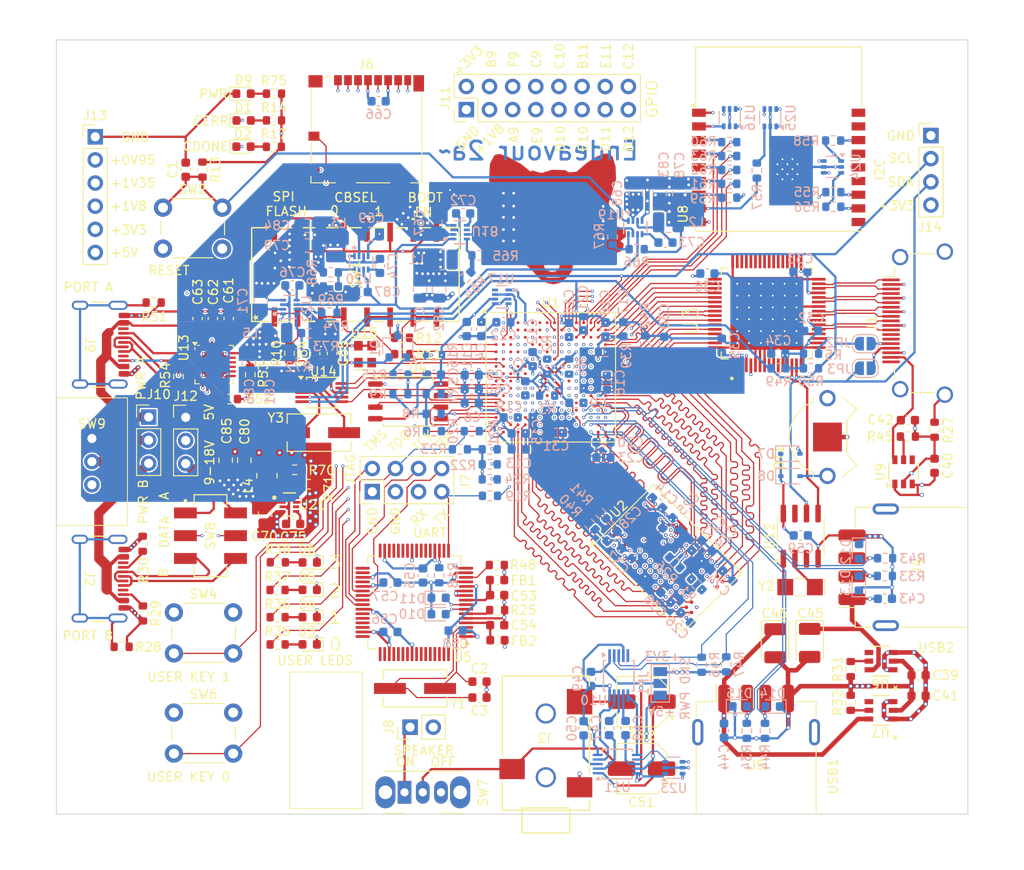
<source format=kicad_pcb>
(kicad_pcb (version 20240108) (generator "pcbnew") (generator_version "8.0")
  (layers (0 "F.Cu" signal) (1 "In1.Cu" power) (2 "In2.Cu" signal) (3 "In3.Cu" signal) (4 "In4.Cu" signal) (31 "B.Cu" signal) (34 "B.Paste" user) (35 "F.Paste" user) (36 "B.SilkS" user "B.Silkscreen") (37 "F.SilkS" user "F.Silkscreen") (38 "B.Mask" user) (39 "F.Mask" user) (44 "Edge.Cuts" user))
  (net 0 "")
  (net 1 "CRESET_N")
  (net 2 "Net-(U5-OSCI)")
  (net 12 "Net-(U5-OSCO)")
  (net 17 "Net-(J2-SHIELD)")
  (net 22 "Net-(D1-K)")
  (net 25 "Net-(D1-A)")
  (net 28 "Net-(D2-A)")
  (net 30 "Net-(D2-K)")
  (net 32 "Net-(J1-PadSH)")
  (net 33 "DVI_TX2+")
  (net 38 "DVI_TX1-")
  (net 43 "DVI_TXC+")
  (net 48 "DVI_TX0-")
  (net 54 "+1V8")
  (net 55 "+1V35")
  (net 56 "Net-(U2-ZQ)")
  (net 57 "Net-(U1F-REF_RES_2A)")
  (net 58 "Net-(U1L-REF_RES_4A)")
  (net 59 "Net-(U1I-REF_RES_3A)")
  (net 60 "+0V95")
  (net 61 "DVI_TX2-")
  (net 62 "UART_RX")
  (net 64 "DVI_TXC-")
  (net 66 "UART_TX")
  (net 67 "+3V3")
  (net 68 "DDR_UDQS-")
  (net 69 "DDR_LDQS+")
  (net 70 "DDR_UDQS+")
  (net 71 "DDR_LDQS-")
  (net 72 "DDR_DQ10")
  (net 73 "DDR_DQ12")
  (net 74 "DDR_DQ8")
  (net 75 "DDR_DQ14")
  (net 76 "DDR_DQ4")
  (net 77 "DDR_DQ6")
  (net 78 "DDR_DQ11")
  (net 79 "DDR_DQ15")
  (net 80 "DDR_DQ3")
  (net 81 "DDR_DQ13")
  (net 82 "DDR_DQ9")
  (net 83 "DDR_DQ7")
  (net 84 "DDR_DQ5")
  (net 85 "DDR_DQ2")
  (net 86 "DDR_DQ0")
  (net 87 "DDR_DQ1")
  (net 88 "DDR_UDM")
  (net 89 "DDR_LDM")
  (net 90 "DVI_TX0+")
  (net 92 "+5V")
  (net 95 "DVI_TX1+")
  (net 110 "Net-(U3-TFADJ)")
  (net 111 "DDR_BA0")
  (net 112 "DDR_A9")
  (net 113 "DDR_nRESET")
  (net 114 "DDR_A7")
  (net 115 "DDR_A5")
  (net 116 "DDR_nCS")
  (net 117 "DDR_A3")
  (net 118 "DDR_ODT")
  (net 119 "DDR_CK+")
  (net 120 "DDR_CK-")
  (net 121 "DDR_CKE")
  (net 122 "Net-(J2-D+-PadA6)")
  (net 123 "Net-(J2-D--PadA7)")
  (net 124 "Net-(J2-CC2)")
  (net 125 "Net-(J2-CC1)")
  (net 131 "SD_D3")
  (net 133 "SD_nDETECT")
  (net 135 "SD_D2")
  (net 136 "SD_D0")
  (net 137 "SD_CMD")
  (net 138 "SD_CLK")
  (net 140 "SD_D1")
  (net 142 "Net-(Q1-B)")
  (net 143 "Net-(U1C-GPIOL_N_01_CCK)")
  (net 144 "Net-(U1C-GPIOL_N_04_CDI3)")
  (net 145 "Net-(U1C-GPIOL_P_02_CSI)")
  (net 146 "CDONE")
  (net 147 "Net-(R10-Pad2)")
  (net 148 "SSL_N")
  (net 149 "CBSEL0")
  (net 150 "Net-(R11-Pad2)")
  (net 151 "CBSEL1")
  (net 152 "Net-(R12-Pad2)")
  (net 153 "Net-(U1D-GPIOL_N_15_TEST_N)")
  (net 154 "Net-(U5-ADBUS3)")
  (net 155 "Net-(U1B-TDO)")
  (net 156 "Net-(U5-REF)")
  (net 157 "BOOT_EN")
  (net 159 "Net-(U1C-GPIOL_P_04_CDI2)")
  (net 160 "Net-(U1C-GPIOL_P_03_CDI0)")
  (net 161 "Net-(U1C-GPIOL_N_03_CDI1)")
  (net 194 "Net-(D3-A)")
  (net 195 "Net-(D4-A)")
  (net 196 "Net-(D5-A)")
  (net 197 "Net-(D6-A)")
  (net 198 "USER_LED0")
  (net 199 "USER_LED1")
  (net 200 "USER_LED2")
  (net 201 "USER_LED3")
  (net 202 "USER_KEY0")
  (net 203 "USER_KEY1")
  (net 204 "DDR_nRAS")
  (net 205 "DDR_nCAS")
  (net 206 "DDR_nWE")
  (net 207 "DDR_A12")
  (net 208 "DDR_BA2")
  (net 209 "DDR_A2")
  (net 210 "DDR_A0")
  (net 211 "DDR_A13")
  (net 212 "DDR_A1")
  (net 213 "DDR_A6")
  (net 214 "DDR_A10")
  (net 215 "DDR_A4")
  (net 216 "DDR_A11")
  (net 217 "DDR_A15")
  (net 218 "DDR_A14")
  (net 219 "DDR_A8")
  (net 220 "DDR_BA1")
  (net 221 "DVI_CK+")
  (net 222 "DVI_HSYNC")
  (net 223 "DVI_CK-")
  (net 224 "DVI_VSYNC")
  (net 225 "DVI_D1")
  (net 226 "DVI_D3")
  (net 227 "DVI_D0")
  (net 228 "DVI_D5")
  (net 229 "DVI_D4")
  (net 230 "DVI_D2")
  (net 231 "DVI_D10")
  (net 232 "DVI_D8")
  (net 233 "DVI_D7")
  (net 234 "DVI_D6")
  (net 235 "DVI_D9")
  (net 236 "DVI_D11")
  (net 237 "DVI_DE")
  (net 238 "VREF1")
  (net 239 "VREF2")
  (net 240 "Net-(J4-VBUS)")
  (net 241 "Net-(J5-VBUS)")
  (net 242 "Net-(U6-ILIM)")
  (net 243 "Net-(U7-ILIM)")
  (net 249 "USB1_D+")
  (net 250 "USB1_D-")
  (net 251 "USB2_D+")
  (net 252 "USB2_D-")
  (net 253 "Net-(J1-+5V)")
  (net 254 "Net-(U9-ILIM)")
  (net 256 "Net-(U10-VOUTC)")
  (net 257 "Net-(U11-VIN1)")
  (net 258 "Net-(U10-VOUTB)")
  (net 259 "Net-(U11-VIN2)")
  (net 260 "Net-(JP1-C)")
  (net 261 "Net-(U11-BYPASS)")
  (net 262 "Net-(U11-VOUT1)")
  (net 263 "Net-(C52-Pad2)")
  (net 264 "Net-(U11-VOUT2)")
  (net 265 "SND_SDA")
  (net 266 "SND_SCL")
  (net 267 "SND_SHDN")
  (net 268 "Net-(U10-VOUTD)")
  (net 270 "Net-(U10-VOUTA)")
  (net 271 "Net-(U5-VPLL)")
  (net 272 "Net-(U5-VPHY)")
  (net 273 "Net-(U5-~{RESET})")
  (net 274 "USBC_D+")
  (net 275 "USBC_D-")
  (net 276 "Net-(U1B-GPIOL_01)")
  (net 277 "JTAG_TDO")
  (net 278 "JTAG_TMS")
  (net 279 "JTAG_TCK")
  (net 280 "JTAG_TDI")
  (net 281 "Net-(J8-Pin_1)")
  (net 282 "Net-(SW7-B)")
  (net 285 "Net-(U12-OSCO)")
  (net 287 "Net-(U12-OSCI)")
  (net 288 "Net-(D8-A)")
  (net 289 "Net-(D7-K)")
  (net 290 "Net-(J1-SCL)")
  (net 291 "Net-(J1-SDA)")
  (net 292 "3V3_SCL")
  (net 293 "3V3_SDA")
  (net 294 "Net-(J9-SHIELD)")
  (net 295 "Net-(U13-VREG_1V2)")
  (net 296 "Net-(U13-VREG_2V7)")
  (net 297 "Net-(J10-Pin_1)")
  (net 298 "Net-(J10-Pin_3)")
  (net 299 "Net-(J9-D--PadA7)")
  (net 300 "Net-(J9-D+-PadA6)")
  (net 302 "Net-(J9-CC1)")
  (net 304 "Net-(J9-CC2)")
  (net 305 "Net-(U13-DISCH)")
  (net 306 "Net-(U13-VBUS_VS_DISCH)")
  (net 307 "Net-(U13-RESET)")
  (net 316 "Net-(J10-Pin_2)")
  (net 318 "Net-(U14-XA)")
  (net 319 "Net-(U14-XB)")
  (net 320 "DYN_CLK2")
  (net 321 "DYN_CLK1")
  (net 322 "DYN_CLK0")
  (net 323 "CLK25")
  (net 324 "Net-(U8-TXD)")
  (net 325 "Net-(U8-RXD)")
  (net 326 "Net-(U8-IO7)")
  (net 327 "Net-(U8-IO6)")
  (net 328 "Net-(U8-IO5)")
  (net 329 "ESP32_EN")
  (net 330 "ESP32_EN_3V3")
  (net 331 "Net-(U8-IO2)")
  (net 332 "Net-(U8-IO4)")
  (net 334 "GPIO_D12")
  (net 335 "GPIO_B9")
  (net 336 "GPIO_D11")
  (net 337 "GPIO_C10")
  (net 338 "GPIO_E9")
  (net 339 "GPIO_D10")
  (net 340 "GPIO_C9")
  (net 341 "GPIO_B11")
  (net 342 "GPIO_A9")
  (net 343 "GPIO_F9")
  (net 344 "GPIO_E11")
  (net 345 "GPIO_E10")
  (net 347 "VIN")
  (net 348 "Net-(U18-SW)")
  (net 349 "Net-(U18-BST)")
  (net 350 "Net-(U19-SW)")
  (net 351 "Net-(U19-BST)")
  (net 352 "Net-(U20-SW)")
  (net 353 "Net-(U20-BST)")
  (net 354 "Net-(U21-BST)")
  (net 355 "Net-(U21-SW)")
  (net 356 "Net-(U22-SW)")
  (net 357 "Net-(U22-BST)")
  (net 358 "Net-(J12-Pin_3)")
  (net 359 "VCCIO_EN")
  (net 360 "Net-(D9-A)")
  (net 361 "Net-(U18-FB)")
  (net 362 "Net-(U19-FB)")
  (net 363 "Net-(U20-FB)")
  (net 364 "Net-(U21-FB)")
  (net 365 "Net-(U22-FB)")
  (net 369 "Net-(U11-SHDN)")
  (net 371 "GND")
  (net 374 "GPIO_C12")
  (net 375 "ESP32_TX")
  (net 376 "ESP32_RX_3V3")
  (net 377 "Net-(U8-IO9)")
  (net 378 "ESP32_SPI_BOOT_3V3")
  (net 379 "Net-(U8-IO8)")
  (net 380 "ESP32_IO4")
  (net 381 "ESP32_IO7")
  (net 382 "ESP32_IO6")
  (net 383 "ESP32_IO5")
  (net 384 "ESP32_SPI_BOOT")
  (net 385 "ESP32_RX")
  (net 388 "unconnected-(U8-IO3-Pad15)")
  (net 390 "SD_VCCIO")
  (net 391 "SD_VCCIO_SEL_3V3")
  (footprint "Package_SO:SOIC-8_5.23x5.23mm_P1.27mm" (layer "F.Cu") (at 134.6 102.635)
    (property "Reference" "U4")
    (property "Value" "W25Q128JWS")
  )
  (footprint "Capacitor_SMD:C_0603_1608Metric" (layer "F.Cu") (at 124.4 97.395 90)
    (property "Reference" "C64")
    (property "Value" "0.1uF")
  )
  (footprint "Resistor_SMD:R_0603_1608Metric" (layer "F.Cu") (at 123.635 111.74 180)
    (property "Reference" "R71")
    (property "Value" "10K")
  )
  (footprint "Resistor_SMD:R_0603_1608Metric" (layer "F.Cu") (at 120.275001 126.329999)
    (property "Reference" "R36")
    (property "Value" "25")
  )
  (footprint "Package_DFN_QFN:QFN-24-1EP_4x4mm_P0.5mm_EP2.7x2.7mm" (layer "F.Cu") (at 113.315 98.5975)
    (property "Reference" "U13")
    (property "Value" "STUSB4500QTR")
  )
  (footprint "Capacitor_SMD:C_0805_2012Metric" (layer "F.Cu") (at 116.625 109.099999 90)
    (property "Reference" "C80")
    (property "Value" "22uF")
  )
  (footprint "endeavour2:BGA-96_9.0x13.5mm_Layout2x3x16_P0.8mm" (layer "F.Cu") (at 163.137132 119.864214 45)
    (property "Reference" "U2")
    (property "Value" "IM8G16D3FFBG")
  )
  (footprint "Resistor_SMD:R_0603_1608Metric" (layer "F.Cu") (at 120.275001 129.320001)
    (property "Reference" "R35")
    (property "Value" "25")
  )
  (footprint "Connector_PinHeader_2.54mm:PinHeader_2x08_P2.54mm_Vertical" (layer "F.Cu") (at 140.98 70.61 90)
    (property "Reference" "J11")
    (property "Value" "Conn_GPIO")
  )
  (footprint "endeavour2:SJ-3523-SMT_CUD" (layer "F.Cu") (at 149.700018 140.148342 180)
    (property "Reference" "J3")
    (property "Value" "SJ-3523-SMT")
  )
  (footprint "endeavour2:XTAL_ECS-120-20-3X-TR" (layer "F.Cu") (at 124.82 106.07)
    (property "Reference" "Y3")
    (property "Value" "25MHz")
  )
  (footprint "Resistor_SMD:R_0603_1608Metric" (layer "F.Cu") (at 109.4 99.92 -90)
    (property "Reference" "R54")
    (property "Value" "10K")
  )
  (footprint "LED_SMD:LED_0603_1608Metric" (layer "F.Cu") (at 123.795 129.31 180)
    (property "Reference" "D3")
    (property "Value" "LED")
  )
  (footprint "Resistor_SMD:R_0603_1608Metric" (layer "F.Cu") (at 122.15 110.15 180)
    (property "Reference" "R70")
    (property "Value" "73.2K")
  )
  (footprint "endeavour2:SPDT_204-124_CTS" (layer "F.Cu") (at 128.81 88.7191 90)
    (property "Reference" "SW1")
    (property "Value" "204-124ST")
  )
  (footprint "Capacitor_SMD:C_0603_1608Metric" (layer "F.Cu") (at 190.6 132.7)
    (property "Reference" "C39")
    (property "Value" "10uF")
  )
  (footprint "Resistor_SMD:R_0603_1608Metric" (layer "F.Cu") (at 105.47 118.265 90)
    (property "Reference" "R30")
    (property "Value" "5.1K")
  )
  (footprint "Package_SO:SOIC-8_3.9x4.9mm_P1.27mm" (layer "F.Cu") (at 177.665 117.425 90)
    (property "Reference" "U12")
    (property "Value" "PCF85063AT/AY")
  )
  (footprint "MountingHole:MountingHole_2.2mm_M2" (layer "F.Cu") (at 99.3 66.25)
    (property "Reference" "REF**" (hide yes))
    (property "Value" "MountingHole_2.2mm_M2")
  )
  (footprint "Button_Switch_THT:SW_PUSH_6mm" (layer "F.Cu") (at 108.9 136.8)
    (property "Reference" "SW6")
    (property "Value" "SW_Push")
  )
  (footprint "Capacitor_SMD:C_0805_2012Metric" (layer "F.Cu") (at 114.575 109.1 90)
    (property "Reference" "C85")
    (property "Value" "22uF")
  )
  (footprint "Connector_PinHeader_2.54mm:PinHeader_1x03_P2.54mm_Vertical" (layer "F.Cu") (at 110.19 104.39)
    (property "Reference" "J12")
    (property "Value" "jumper_5v")
  )
  (footprint "Connector_PinHeader_2.54mm:PinHeader_1x03_P2.54mm_Vertical" (layer "F.Cu") (at 106.13 104.36)
    (property "Reference" "J10")
    (property "Value" "jumper_power_source")
  )
  (footprint "Capacitor_SMD:C_0603_1608Metric" (layer "F.Cu") (at 111.495 93.545 -90)
    (property "Reference" "C63")
    (property "Value" "1uF")
  )
  (footprint "Package_BGA:BGA-256_14.0x14.0mm_Layout16x16_P0.8mm_Ball0.45mm_Pad0.32mm_NSMD" (layer "F.Cu") (at 150.25 100)
    (property "Reference" "U1")
    (property "Value" "Ti60F256" (hide yes))
  )
  (footprint "Capacitor_SMD:C_0603_1608Metric" (layer "F.Cu") (at 110.19 77.205 90)
    (property "Reference" "C1")
    (property "Value" "1uF")
  )
  (footprint "Oscillator:Oscillator_SMD_Kyocera_KC2520Z-4Pin_2.5x2.0mm" (layer "F.Cu") (at 129.865 97.455)
    (property "Reference" "U15")
    (property "Value" "MC2520Z 25MHz")
  )
  (footprint "endeavour2:DRL0008A-MFG" (layer "F.Cu") (at 121.564999 113.959999)
    (property "Reference" "U21")
    (property "Value" "TPS562211DRLR")
  )
  (footprint "Connector_PinHeader_2.54mm:PinHeader_1x04_P2.54mm_Vertical" (layer "F.Cu") (at 191.95 73.455)
    (property "Reference" "J14")
    (property "Value" "Conn_01x04_Pin")
  )
  (footprint "Inductor_SMD:L_1008_2520Metric" (layer "F.Cu") (at 119.1 110.8 90)
    (property "Reference" "L4")
    (property "Value" "4.7uH")
  )
  (footprint "MountingHole:MountingHole_2.2mm_M2" (layer "F.Cu") (at 192.7 66.25)
    (property "Reference" "REF**" (hide yes))
    (property "Value" "MountingHole_2.2mm_M2")
  )
  (footprint "Connector_PinHeader_2.54mm:PinHeader_2x04_P2.54mm_Vertical" (layer "F.Cu") (at 130.66 112.55 90)
    (property "Reference" "J7")
    (property "Value" "Conn_02x04_Odd_Even")
  )
  (footprint "Resistor_SMD:R_0603_1608Metric" (layer "F.Cu") (at 133.925 95.65 180)
    (property "Reference" "R12")
    (property "Value" "10K")
  )
  (footprint "Crystal:Crystal_SMD_MicroCrystal_CC7V-T1A-2Pin_3.2x1.5mm_HandSoldering" (layer "F.Cu") (at 177.595001 123.025 180)
    (property "Reference" "Y2")
    (property "Value" "Crystal")
  )
  (footprint "endeavour2:SW_JS202011SCQN" (layer "F.Cu") (at 112.91 117.38 -90)
    (property "Reference" "SW8")
    (property "Value" "~" (hide yes))
  )
  (footprint "Package_SO:MSOP-10_3x3mm_P0.5mm" (layer "F.Cu") (at 125.12 101.67)
    (property "Reference" "U14")
    (property "Value" "Si5351A-B-GT")
  )
  (footprint "MountingHole:MountingHole_2.2mm_M2" (layer "F.Cu") (at 99.3 144.65)
    (property "Reference" "REF**" (hide yes))
    (property "Value" "MountingHole_2.2mm_M2")
  )
  (footprint "Capacitor_Tantalum_SMD:CP_EIA-3528-12_Kemet-T" (layer "F.Cu") (at 174.85 129.1875 -90)
    (property "Reference" "C46")
    (property "Value" "100uF")
  )
  (footprint "Resistor_SMD:R_0603_1608Metric" (layer "F.Cu") (at 144.325 120.6 180)
    (property "Reference" "R48")
    (property "Value" "1K")
  )
  (footprint "LED_SMD:LED_0603_1608Metric" (layer "F.Cu") (at 123.800002 120.320001 180)
    (property "Reference" "D6")
    (property "Value" "LED")
  )
  (footprint "LED_SMD:LED_0603_1608Metric" (layer "F.Cu") (at 123.794999 123.324999 180)
    (property "Reference" "D5")
    (property "Value" "LED")
  )
  (footprint "endeavour2:SOT26_DIO" (layer "F.Cu") (at 188.949999 110.37285 90)
    (property "Reference" "U9")
    (property "Value" "AP22653W6-7")
  )
  (footprint "Resistor_SMD:R_0603_1608Metric" (layer "F.Cu") (at 120.265 123.335)
    (property "Reference" "R37")
    (property "Value" "25")
  )
  (footprint "LED_SMD:LED_0603_1608Metric" (layer "F.Cu") (at 116.5275 74.67)
    (property "Reference" "D2")
    (property "Value" "LED")
  )
  (footprint "Resistor_SMD:R_0603_1608Metric" (layer "F.Cu") (at 189.425 106.5)
    (property "Reference" "R45")
    (property "Value" "200K")
  )
  (footprint "Capacitor_SMD:C_0603_1608Metric" (layer "F.Cu") (at 192.35 109.7 90)
    (property "Reference" "C40")
    (property "Value" "10uF")
  )
  (footprint "Capacitor_SMD:C_0603_1608Metric" (layer "F.Cu") (at 114.905 93.525 -90)
    (property "Reference" "C61")
    (property "Value" "1uF")
  )
  (footprint "Button_Switch_THT:SW_Slide_SPDT_Angled_CK_OS102011MA1Q" (layer "F.Cu") (at 134.2 145.55)
    (property "Reference" "SW7")
    (property "Value" "SW_SPDT")
  )
  (footprint "LED_SMD:LED_0603_1608Metric" (layer "F.Cu") (at 123.795002 126.32 180)
    (property "Reference" "D4")
    (property "Value" "LED")
  )
  (footprint "endeavour2:mss3111" (layer "F.Cu") (at 99.9 109.25)
    (property "Reference" "SW9")
    (property "Value" "SW_SPDT")
  )
  (footprint "Capacitor_SMD:C_0805_2012Metric" (layer "F.Cu") (at 118.895 115.030001 -90)
    (property "Reference" "C70")
    (property "Value" "22uF")
  )
  (footprint "Resistor_SMD:R_0603_1608Metric" (layer "F.Cu") (at 117.27 99.7 -90)
    (property "Reference" "R53")
    (property "Value" "1K")
  )
  (footprint "Capacitor_SMD:C_0603_1608Metric" (layer "F.Cu") (at 142.425 133.4)
    (property "Reference" "C2")
    (property "Value" "27pF")
  )
  (footprint "Inductor_SMD:L_0603_1608Metric" (layer "F.Cu") (at 144.35 122.25)
    (property "Reference" "FB1")
    (property "Value" "~")
  )
  (footprint "endeavour2:USB_C_Receptacle_GCT_USB4105-xx-A_16P_TopMnt_Horizontal" (layer "F.Cu") (at 99.65 122.1 -90)
    (property "Reference" "J2")
    (property "Value" "USB_C_Receptacle_USB2.0")
  )
  (footprint "Resistor_SMD:R_0603_1608Metric" (layer "F.Cu") (at 133.95 97.45 180)
    (property "Reference" "R11")
    (property "Value" "10K")
  )
  (footprint "Resistor_SMD:R_0603_1608Metric" (layer "F.Cu") (at 112.03 77.19 -90)
    (property "Reference" "R13")
    (property "Value" "10K")
  )
  (footprint "endeavour2:SOT26_DIO" (layer "F.Cu") (at 186.47285 136.549999 180)
    (property "Reference" "U7")
    (property "Value" "AP22653W6-7")
  )
  (footprint "Capacitor_SMD:CP_Elec_5x5.3" (layer "F.Cu") (at 160.2 142.95 180)
    (property "Reference" "C51")
    (property "Value" "100uF")
  )
  (footprint "Button_Switch_THT:SW_PUSH_6mm" (layer "F.Cu") (at 107.7 81.37)
    (property "Reference" "SW2")
    (property "Value" "SW_Push")
  )
  (footprint "Connector_Card:microSD_HC_Molex_104031-0811" (layer "F.Cu") (at 130 72.825)
    (property "Reference" "J6")
    (property "Value" "Micro_SD_Card_Det2")
  )
  (footprint "LED_SMD:LED_0603_1608Metric" (layer "F.Cu") (at 116.54 68.86)
    (property "Reference" "D9")
    (property "Value" "LED")
  )
  (footprint "LED_SMD:LED_0603_1608Metric" (layer "F.Cu") (at 116.5475 71.8)
    (property "Reference" "D1")
    (property "Value" "LED")
  )
  (footprint "Resistor_SMD:R_0603_1608Metric" (layer "F.Cu") (at 119.88 68.86 180)
    (property "Reference" "R75")
    (property "Value" "25")
  )
  (footprint "endeavour2:IC_TFP410PAP" (layer "F.Cu") (at 173.95 92.975 90)
    (property "Reference" "U3")
    (property "Value" "TFP410PAP")
  )
  (footprint "Capacitor_SMD:C_0603_1608Metric" (layer "F.Cu") (at 144.3625 127.2)
    (property "Reference" "C54")
    (property "Value" "1uF")
  )
  (footprint "Capacitor_Tantalum_SMD:CP_EIA-3528-12_Kemet-T" (layer "F.Cu") (at 178.65 129.15 -90)
    (property "Reference" "C45")
    (property "Value" "100uF")
  )
  (footprint "Connector_HDMI:HDMI_A_Amphenol_10029449-x01xLF_Horizontal" (layer "F.Cu") (at 192.575 94.05 90)
    (property "Reference" "J1")
    (property "Value" "HDMI_A")
  )
  (footprint "Resistor_SMD:R_0603_1608Metric" (layer "F.Cu") (at 115.05 102.38)
    (property "Reference" "R52")
    (property "Value" "1K")
  )
  (footprint "Capacitor_SMD:C_0603_1608Metric" (layer "F.Cu") (at 142.425 135.15)
    (property "Reference" "C3")
    (property "Value" "27pF")
  )
  (footprint "Capacitor_SMD:C_0603_1608Metric" (layer "F.Cu") (at 144.3625 123.9)
    (property "Reference" "C53")
    (property "Value" "1uF")
  )
  (footprint "Resistor_SMD:R_0603_1608Metric" (layer "F.Cu") (at 103.165 129.58)
    (property "Reference" "R28")
    (property "Value" "1M")
  )
  (footprint "Inductor_SMD:L_0603_1608Metric" (layer "F.Cu") (at 144.3875 128.85)
    (property "Reference" "FB2")
    (property "Value" "~")
  )
  (footprint "Package_QFP:LQFP-64_10x10mm_P0.5mm" (layer "F.Cu") (at 135.275 124.699999 180)
    (property "Reference" "U5")
    (property "Value" "FT2232HL")
  )
  (footprint "Connector_USB:USB_A_Receptacle_GCT_USB1046" (layer "F.Cu") (at 190.55 120.850001 90)
    (property "Reference" "J4")
    (property "Value" "USB_A")
  )
  (footprint "Connector_USB:USB_A_Receptacle_GCT_USB1046" (layer "F.Cu") (at 172.775 142.5)
    (property "Reference" "J5")
    (property "Value" "USB_A")
  )
  (footprint "Capacitor_SMD:CP_Elec_5x5.3" (layer "F.Cu") (at 160.25 135.6 180)
    (property "Reference" "C52")
    (property "Value" "100uF")
  )
  (footprint "endeavour2:SOT26_DIO" (layer "F.Cu") (at 186.47715 131.149999 180)
    (property "Reference" "U6")
    (property "Value" "AP22653W6-7")
  )
  (footprint "endeavour2:USB_C_Receptacle_GCT_USB4105-xx-A_16P_TopMnt_Horizontal" (layer "F.Cu") (at 99.675 96.41 -90)
    (property "Reference" "J9")
    (property "Value" "USB_C_Receptacle_USB2.0")
  )
  (footprint "Resistor_SMD:R_0603_1608Metric" (layer "F.Cu") (at 106.68 91.79)
    (property "Reference" "R51")
    (property "Value" "1M")
  )
  (footprint "RF_Module:ESP32-C3-WROOM-02" (layer "F.Cu") (at 175.25 76.95)
    (property "Reference" "U8")
    (property "Value" "ESP32-C3-WROOM-02-N4")
  )
  (footprint "Button_Switch_THT:SW_PUSH_6mm" (layer "F.Cu") (at 108.9 125.8)
    (property "Reference" "SW4")
    (property "Value" "SW_Push")
  )
  (footprint "Resistor_SMD:R_0603_1608Metric" (layer "F.Cu") (at 121.58 97.355 90)
    (property "Reference" "R10")
    (property "Value" "10K")
  )
  (footprint "Resistor_SMD:R_0603_1608Metric" (layer "F.Cu") (at 120.3 120.299999)
    (property "Reference" "R38")
    (property "Value" "25")
  )
  (footprint "Resistor_SMD:R_0603_1608Metric" (layer "F.Cu") (at 144.3625 125.55)
    (property "Reference" "R25")
    (property "Value" "12K")
  )
  (footprint "MountingHole:MountingHole_2.2mm_M2" (layer "F.Cu") (at 192.7 144.65)
    (property "Reference" "REF**" (hide yes))
    (property "Value" "MountingHole_2.2mm_M2")
  )
  (footprint "Resistor_SMD:R_0603_1608Metric" (layer "F.Cu") (at 119.865 74.69 180)
    (property "Reference" "R17")
    (property "Value" "25")
  )
  (footprint "Connector_PinHeader_2.54mm:PinHeader_1x02_P2.54mm_Vertical" (layer "F.Cu") (at 134.81 138.4 90)
    (property "Reference" "J8")
    (property "Value" "Conn_01x02")
  )
  (footprint "endeavour2:BAT_2989" (layer "F.Cu") (at 180.6 106.55 90)
    (property "Reference" "BT1")
    (property "Value" "Battery_Cell")
  )
  (footprint "Capacitor_SMD:C_0603_1608Metric" (layer "F.Cu") (at 189.425 104.7)
    (property "Reference" "C42")
    (property "Value" "10uF")
  )
  (footprint "Capacitor_SMD:C_0603_1608Metric" (layer "F.Cu") (at 113.175 93.53 -90)
    (property "Reference" "C62")
    (property "Value" "1uF")
  )
  (footprint "Resistor_SMD:R_0603_1608Metric" (layer "F.Cu") (at 183.1457 135.724998 90)
    (property "Reference" "R32")
    (property "Value" "60K")
  )
  (footprint "Resistor_SMD:R_0603_1608Metric" (layer "F.Cu") (at 183.1457 132.024998 -90)
    (property "Reference" "R31")
    (property "Value" "60K")
  )
  (footprint "Capacitor_SMD:C_0603_1608Metric" (layer "F.Cu") (at 126.25 97.375 -90)
    (property "Reference" "C65")
    (property "Value" "0.1uF")
  )
  (footprint "Resistor_SMD:R_0603_1608Metric" (layer "F.Cu") (at 119.88 71.79 180)
    (property "Reference" "R14")
    (property "Value" "25")
  )
  (footprint "Capacitor_SMD:C_0603_1608Metric" (layer "F.Cu") (at 190.6 134.95)
    (property "Reference" "C41")
    (property "Value" "0.1uF")
  )
  (footprint "Capacitor_SMD:C_0603_1608Metric" (layer "F.Cu") (at 121.98 116.09 180)
    (property "Reference" "C75")
    (property "Value" "0.1uF")
  )
  (footprint "Connector_PinHeader_2.54mm:PinHeader_1x06_P2.54mm_Vertical" (layer "F.Cu") (at 100.27 73.59)
    (property "Reference" "J13")
    (property "Value" "Conn_power")
  )
  (footprint "Resistor_SMD:R_0603_1608Metric" (layer "F.Cu") (at 192.35 105.75 90)
    (property "Reference" "R27")
    (property "Value" "1M")
  )
  (footprint "endeavour2:XTAL_ECS-120-20-3X-TR" (layer "F.Cu") (at 135.35 134.15 180)
    (property "Reference" "Y1")
    (property "Value" "12MHz")
  )
  (footprint "Resistor_SMD:R_0603_1608Metric" (layer "F.Cu") (at 105.49 125.915 -90)
    (property "Reference" "R29")
    (property "Value" "5.1K")
  )
  (footprint "Resistor_SMD:R_0603_1608Metric" (layer "B.Cu") (at 181.245 79.67)
    (property "Reference" "R55")
    (property "Value" "75")
  )
  (footprint "Resistor_SMD:R_0603_1608Metric" (layer "B.Cu") (at 169.825 78.75 180)
    (property "Reference" "R61")
    (property "Value" "75")
  )
  (footprint "Capacitor_SMD:C_0603_1608Metric" (layer "B.Cu") (at 166.251992 118.458008 45)
    (property "Reference" "C27")
    (property "Value" "0.01uF")
  )
  (footprint "Resistor_SMD:R_0603_1608Metric" (layer "B.Cu") (at 154.516637 116.116637 135)
    (property "Reference" "R40")
    (property "Value" "1K")
  )
  (footprint "Resistor_SMD:R_0603_1608Metric" (layer "B.Cu") (at 169.825 74.18 180)
    (property "Reference" "R60")
    (property "Value" "75")
  )
  (footprint "Inductor_SMD:L_1008_2520Metric" (layer "B.Cu") (at 120.2 95.125 180)
    (property "Reference" "L5")
    (property "Value" "4.7uH")
  )
  (footprint "Resistor_SMD:R_0603_1608Metric" (layer "B.Cu") (at 149.85 102 180)
    (property "Reference" "R3")
    (property "Value" "10K")
  )
  (footprint "Capacitor_SMD:C_0603_1608Metric" (layer "B.Cu") (at 147.45 101.2 -90)
    (property "Reference" "C7")
    (property "Value" "0.01uF")
  )
  (footprint "Capacitor_SMD:C_0603_1608Metric" (layer "B.Cu") (at 156.65 138.5 -90)
    (property "Reference" "C47")
    (property "Value" "1uF")
  )
  (footprint "Resistor_SMD:R_0603_1608Metric" (layer "B.Cu") (at 143.575 113)
    (property "Reference" "R19")
    (property "Value" "75")
  )
  (footprint "Capacitor_SMD:C_0805_2012Metric" (layer "B.Cu") (at 117.12 98.360001 -90)
    (property "Reference" "C86")
    (property "Value" "22uF")
  )
  (footprint "Capacitor_SMD:C_0603_1608Metric" (layer "B.Cu") (at 145.85 104.4 180)
    (property "Reference" "C19")
    (property "Value" "0.1uF")
  )
  (footprint "Package_TO_SOT_SMD:SOT-363_SC-70-6" (layer "B.Cu") (at 174.325 71.5 90)
    (property "Reference" "U25")
    (property "Value" "SN74LVC1T45DCK")
  )
  (footprint "Capacitor_SMD:C_0603_1608Metric" (layer "B.Cu") (at 156.967625 117.442373 45)
    (property "Reference" "C28")
    (property "Value" "4.7uF")
  )
  (footprint "Resistor_SMD:R_0603_1608Metric" (layer "B.Cu") (at 140.883363 89.041637 -135)
    (property "Reference" "R64")
    (property "Value" "23.2K")
  )
  (footprint "Capacitor_SMD:C_0603_1608Metric" (layer "B.Cu") (at 177.625 88.4 180)
    (property "Reference" "C33")
    (property "Value" "0.01uF")
  )
  (footprint "Capacitor_SMD:C_0603_1608Metric" (layer "B.Cu") (at 139.8 127.8)
    (property "Reference" "C58")
    (property "Value" "0.1uF")
  )
  (footprint "Resistor_SMD:R_0603_1608Metric" (layer "B.Cu") (at 149.85 98.825 -90)
    (property "Reference" "R2")
    (property "Value" "10K")
  )
  (footprint "Resistor_SMD:R_0603_1608Metric" (layer "B.Cu") (at 169.825 80.275 180)
    (property "Reference" "R59")
    (property "Value" "10K")
  )
  (footprint "Diode_SMD:D_0603_1608Metric" (layer "B.Cu") (at 184.06 119.107501 -90)
    (property "Reference" "D12")
    (property "Value" "D_TVS")
  )
  (footprint "Resistor_SMD:R_0603_1608Metric" (layer "B.Cu") (at 159.675 85.93)
    (property "Reference" "R66")
    (property "Value" "24.9K")
  )
  (footprint "Capacitor_SMD:C_0805_2012Metric" (layer "B.Cu") (at 119.49501 98.345002 -90)
    (property "Reference" "C81")
    (property "Value" "22uF")
  )
  (footprint "Capacitor_SMD:C_0603_1608Metric" (layer "B.Cu") (at 156.025 108.8)
    (property "Reference" "C23")
    (property "Value" "4.7uF")
  )
  (footprint "Resistor_SMD:R_0603_1608Metric" (layer "B.Cu") (at 181.245 81.27)
    (property "Reference" "R56")
    (property "Value" "75")
  )
  (footprint "Capacitor_SMD:C_0805_2012Metric" (layer "B.Cu") (at 130.499999 84.26)
    (property "Reference" "C69")
    (property "Value" "22uF")
  )
  (footprint "Resistor_SMD:R_0603_1608Metric" (layer "B.Cu") (at 169.825 77.23 180)
    (property "Reference" "R62")
    (property "Value" "75")
  )
  (footprint "Resistor_SMD:R_0603_1608Metric" (layer "B.Cu") (at 181.225 74)
    (property "Reference" "R58")
    (property "Value" "10K")
  )
  (footprint "Resistor_SMD:R_0603_1608Metric" (layer "B.Cu") (at 143.55 107.9 180)
    (property "Reference" "R21")
    (property "Value" "10K")
  )
  (footprint "Capacitor_SMD:C_0805_2012Metric" (layer "B.Cu") (at 118.43 91.590001 90)
    (property "Reference" "C71")
    (property "Value" "22uF")
  )
  (footprint "Capacitor_SMD:C_0603_1608Metric" (layer "B.Cu") (at 140.632498 82.010002 180)
    (property "Reference" "C72")
    (property "Value" "0.1uF")
  )
  (footprint "Capacitor_SMD:C_0805_2012Metric" (layer "B.Cu") (at 162.18 79.830001 90)
    (property "Reference" "C83")
    (property "Value" "22uF")
  )
  (footprint "Resistor_SMD:R_0603_1608Metric" (layer "B.Cu") (at 143.55 109.55 180)
    (property "Reference" "R22")
    (property "Value" "10K")
  )
  (footprint "Inductor_SMD:L_1008_2520Metric" (layer "B.Cu") (at 163.15 82.975)
    (property "Reference" "L2")
    (property "Value" "2.2uH")
  )
  (footprint "Capacitor_SMD:C_0603_1608Metric" (layer "B.Cu") (at 131.5 87.765 90)
    (property "Reference" "C74")
    (property "Value" "0.1uF")
  )
  (footprint "Resistor_SMD:R_0603_1608Metric" (layer "B.Cu") (at 172.85 77.3 -90)
    (property "Reference" "R57")
    (property "Value" "75")
  )
  (footprint "endeavour2:SOTFL50P160X60-8N" (layer "B.Cu") (at 144.865 91.16 180)
    (property "Reference" "U17")
    (property "Value" "TPS2116DRLR")
  )
  (footprint "Capacitor_SMD:C_0603_1608Metric" (layer "B.Cu") (at 165.028643 126.387274 -45)
    (property "Reference" "C26")
    (property "Value" "0.1uF")
  )
  (footprint "Capacitor_SMD:C_0805_2012Metric" (layer "B.Cu") (at 135.9 90.35 -90)
    (property "Reference" "C77")
    (property "Value" "22uF")
  )
  (footprint "Package_SO:MSOP-10_3x3mm_P0.5mm" (layer "B.Cu") (at 157.7 132.75 -90)
    (property "Reference" "U10")
    (property "Value" "MCP4728")
  )
  (footprint "Capacitor_SMD:C_0603_1608Metric" (layer "B.Cu") (at 158.45 138.5 -90)
    (property "Reference" "C48")
    (property "Value" "1uF")
  )
  (footprint "Capacitor_SMD:C_0603_1608Metric" (layer "B.Cu") (at 169 96.5 90)
    (property "Reference" "C35")
    (property "Value" "0.01uF")
  )
  (footprint "Capacitor_SMD:C_0603_1608Metric" (layer "B.Cu") (at 167.415128 119.616726 45)
    (property "Reference" "C29")
    (property "Value" "0.1uF")
  )
  (footprint "Diode_SMD:D_0603_1608Metric" (layer "B.Cu") (at 170.99 136.11)
    (property "Reference" "D15")
    (property "Value" "D_TVS")
  )
  (footprint "Resistor_SMD:R_0603_1608Metric" (layer "B.Cu") (at 178.8 99)
    (property "Reference" "R50")
    (property "Value" "5.1K")
  )
  (footprint "Capacitor_SMD:C_0603_1608Metric" (layer "B.Cu") (at 150.825 106.1)
    (property "Reference" "C31")
    (property "Value" "0.1uF")
  )
  (footprint "Capacitor_SMD:C_0603_1608Metric" (layer "B.Cu") (at 163.068008 115.981992 -135)
    (property "Reference" "C25")
    (property "Value" "0.1uF")
  )
  (footprint "Resistor_SMD:R_0603_1608Metric" (layer "B.Cu") (at 169.825 75.7 180)
    (property "Reference" "R63")
    (property "Value" "75")
  )
  (footprint "Resistor_SMD:R_0603_1608Metric" (layer "B.Cu") (at 123.73 95.15 180)
    (property "Reference" "R73")
    (property "Value" "10K")
  )
  (footprint "Capacitor_SMD:C_0805_2012Metric" (layer "B.Cu") (at 123.549999 85.525 180)
    (property "Reference" "C79")
    (property "Value" "22uF")
  )
  (footprint "Resistor_SMD:R_0603_1608Metric" (layer "B.Cu") (at 141.575 105.9)
    (property "Reference" "R20")
    (property "Value" "75")
  )
  (footprint "Jumper:SolderJumper-2_P1.3mm_Open_RoundedPad1.0x1.5mm" (layer "B.Cu") (at 184.750001 99)
    (property "Reference" "JP3")
    (property "Value" "Jumper_2_Bridged")
  )
  (footprint "Capacitor_SMD:C_0603_1608Metric" (layer "B.Cu") (at 121.89501 89.905003 180)
    (property "Reference" "C76")
    (property "Value" "0.1uF")
  )
  (footprint "Capacitor_SMD:C_0603_1608Metric" (layer "B.Cu") (at 156.25 94.725 90)
    (property "Reference" "C18")
    (property "Value" "0.01uF")
  )
  (footprint "Capacitor_SMD:C_0603_1608Metric" (layer "B.Cu") (at 141.575 99.75)
    (property "Reference" "C8")
    (property "Value" "4.7uF")
  )
  (footprint "Package_TO_SOT_SMD:SC-59" (layer "B.Cu") (at 133.45 96.6 90)
    (property "Reference" "Q1")
    (property "Value" "Q_NPN_BEC")
  )
  (footprint "Resistor_SMD:R_0603_1608Metric" (layer "B.Cu") (at 178.8 97.4 180)
    (property "Reference" "R5")
    (property "Value" "510")
  )
  (footprint "Jumper:SolderJumper-2_P1.3mm_Open_RoundedPad1.0x1.5mm" (layer "B.Cu") (at 184.750001 96.3)
    (property "Reference" "JP2")
    (property "Value" "Jumper_2_Bridged")
  )
  (footprint "Capacitor_SMD:C_0603_1608Metric" (layer "B.Cu") (at 175.2 97.4 180)
    (property "Reference" "C34")
    (property "Value" "0.01uF")
  )
  (footprint "Capacitor_SMD:C_0603_1608Metric" (layer "B.Cu") (at 167.425 88.6)
    (property "Reference" "C36")
    (property "Value" "10uF")
  )
  (footprint "Inductor_SMD:L_1008_2520Metric" (layer "B.Cu") (at 138.35 87.075 180)
    (property "Reference" "L1")
    (property "Value" "2.2uH")
  )
  (footprint "Capacitor_SMD:C_0603_1608Metric" (layer "B.Cu") (at 169.25 138.775 90)
    (property "Reference" "C44")
    (property "Value" "0.1uF")
  )
  (footprint "Resistor_SMD:R_0603_1608Metric" (layer "B.Cu") (at 166.8 131.55 90)
    (property "Reference" "R46")
    (property "Value" "1.5K")
  )
  (footprint "Capacitor_SMD:C_0603_1608Metric" (layer "B.Cu") (at 137.425 99.71 180)
    (property "Reference" "C5")
    (property "Value" "0.1uF")
  )
  (footprint "endeavour2:DRL0008A-MFG" (layer "B.Cu") (at 129.459999 87.430001 -90)
    (property "Reference" "U20")
    (property "Value" "TPS562211DRLR")
  )
  (footprint "Capacitor_SMD:C_0603_1608Metric" (layer "B.Cu") (at 177.675 117.35)
    (property "Reference" "C59")
    (property "Value" "0.1uF")
  )
  (footprint "Resistor_SMD:R_0603_1608Metric" (layer "B.Cu") (at 152.25 98.825 90)
    (property "Reference" "R4")
    (property "Value" "10K")
  )
  (footprint "Diode_SMD:D_SOD-323" (layer "B.Cu") (at 176.537501 110.85)
    (property "Reference" "D8")
    (property "Value" "D")
  )
  (footprint "Resistor_SMD:R_0603_1608Metric" (layer "B.Cu") (at 133.745 101.84)
    (property "Reference" "R9")
    (property "Value" "10K")
  )
  (footprint "Capacitor_SMD:C_0805_2012Metric" (layer "B.Cu") (at 137.990001 90.349998 -90)
    (property "Reference" "C82")
    (property "Value" "22uF")
  )
  (footprint "Capacitor_SMD:C_0603_1608Metric" (layer "B.Cu") (at 161.93 113.78 135)
    (property "Reference" "C14")
    (property "Value" "1uF")
  )
  (footprint "Jumper:SolderJumper-3_P1.3mm_Open_Pad1.0x1.5mm" (layer "B.Cu") (at 162.2575 133.6 -90)
    (property "Reference" "JP1")
    (property "Value" "snd_power")
  )
  (footprint "Resistor_SMD:R_0603_1608Metric" (layer "B.Cu") (at 140.275 107.9)
    (property "Reference" "R23")
    (property "Value" "10K")
  )
  (footprint "Resistor_SMD:R_0603_1608Metric" (layer "B.Cu") (at 171.75 138.8 -90)
    (property "Reference" "R34")
    (property "Value" "15K")
  )
  (footprint "Capacitor_SMD:C_0603_1608Metric" (layer "B.Cu") (at 156.025 107.125)
    (property "Reference" "C20")
    (property "Value" "0.1uF")
  )
  (footprint "Diode_SMD:D_0603_1608Metric" (layer "B.Cu") (at 137.932499 126)
    (property "Reference" "D10")
    (property "Value" "D_TVS")
  )
  (footprint "Capacitor_SMD:C_0603_1608Metric" (layer "B.Cu") (at 132.65 127.95 180)
    (property "Reference" "C56")
    (property "Value" "0.1uF")
  )
  (footprint "Capacitor_SMD:C_0603_1608Metric" (layer "B.Cu") (at 146.725 107.9 180)
    (property "Reference" "C13")
    (property "Value" "10uF")
  )
  (footprint "Capacitor_SMD:C_0805_2012Metric" (layer "B.Cu") (at 123.549999 83.35 180)
    (property "Reference" "C84")
    (property "Value" "22uF")
  )
  (footprint "Resistor_SMD:R_0603_1608Metric" (layer "B.Cu") (at 133.765 99.7 180)
    (property "Reference" "R15")
    (property "Value" "100K")
  )
  (footprint "Capacitor_SMD:C_0603_1608Metric" (layer "B.Cu") (at 156.4 100.575 90)
    (property "Reference" "C16")
    (property "Value" "47uF")
  )
  (footprint "Capacitor_SMD:C_0603_1608Metric" (layer "B.Cu") (at 186.9 124.3 180)
    (property "Reference" "C43")
    (property "Value" "0.1uF")
  )
  (footprint "Resistor_SMD:R_0603_1608Metric" (layer "B.Cu") (at 156.3 97.2)
    (property "Reference" "R39")
    (property "Value" "1K")
  )
  (footprint "Capacitor_SMD:C_0603_1608Metric" (layer "B.Cu") (at 162.7 96.325 90)
    (property "Reference" "C30")
    (property "Value" "0.1uF")
  )
  (footprint "Capacitor_SMD:C_0805_2012Metric" (layer "B.Cu") (at 159.57 79.82 90)
    (property "Reference" "C68")
    (property "Value" "22uF")
  )
  (footprint "Resistor_SMD:R_0603_1608Metric" (layer "B.Cu") (at 137.425 105.9)
    (property "Reference" "R6")
    (property "Value" "10K")
  )
  (footprint "Capacitor_SMD:C_0603_1608Metric" (layer "B.Cu") (at 169.642514 121.773402 -45)
    (property "Reference" "C24")
    (property "Value" "10uF")
  )
  (footprint "Resistor_SMD:R_0603_1608Metric" (layer "B.Cu") (at 143.55 111.2 180)
    (property "Reference" "R24")
    (property "Value" "10K")
  )
  (footprint "Capacitor_SMD:C_0805_2012Metric" (layer "B.Cu") (at 137.582499 82.990002 90)
    (property "Reference" "C67")
    (property "Value" "22uF")
  )
  (footprint "Resistor_SMD:R_0603_1608Metric" (layer "B.Cu") (at 126.125 90.025)
    (property "Reference" "R69")
    (property "Value" "20K")
  )
  (footprint "Resistor_SMD:R_0603_1608Metric" (layer "B.Cu") (at 142.42 86.610002 180)
    (property "Reference" "R65")
    (property "Value" "40.2K")
  )
  (footprint "Capacitor_SMD:C_0603_1608Metric" (layer "B.Cu") (at 132.65 122.525)
    (property "Reference" "C57")
    (property "Value" "0.1uF")
  )
  (footprint "Capacitor_SMD:C_0603_1608Metric" (layer "B.Cu") (at 141.575 101.3)
    (property "Reference" "C60")
    (property "Value" "0.1uF")
  )
  (footprint "Capacitor_SMD:C_0603_1608Metric" (layer "B.Cu") (at 152.25 94.8 90)
    (property "Reference" "C10")
    (property "Value" "10uF")
  )
  (footprint "Capacitor_SMD:C_0603_1608Metric" (layer "B.Cu") (at 153.85 138.525 90)
    (property "Reference" "C50")
    (property "Value" "1uF")
  )
  (footprint "Resistor_SMD:R_0603_1608Metric" (layer "B.Cu") (at 137.44 97.57 180)
    (property "Reference" "R16")
    (property "Value" "10K")
  )
  (footprint "Capacitor_SMD:C_0603_1608Metric" (layer "B.Cu") (at 178.825 94.9 180)
    (property "Reference" "C32")
    (property "Value" "0.01uF")
  )
  (footprint "Capacitor_SMD:C_0603_1608Metric" (layer "B.Cu") (at 158.2 94.725 90)
    (property "Reference" "C17")
    (property "Value" "1uF")
  )
  (footprint "Capacitor_SMD:C_0603_1608Metric" (layer "B.Cu") (at 158.548008 119.348008 -45)
    (property "Reference" "C37")
    (property "Value" "0.01uF")
  )
  (footprint "Resistor_SMD:R_0603_1608Metric" (layer "B.Cu") (at 173.75 138.8 -90)
    (property "Reference" "R44")
    (property "Value" "15K")
  )
  (footprint "Capacitor_SMD:C_0603_1608Metric" (layer "B.Cu") (at 129.385 90.63 180)
    (property "Reference" "C87")
    (property "Value" "1uF")
  )
  (footprint "Capacitor_SMD:C_0603_1608Metric" (layer "B.Cu") (at 131.355 69.69)
    (property "Reference" "C66")
    (property "Value" "1uF")
  )
  (footprint "Resistor_SMD:R_0603_1608Metric" (layer "B.Cu") (at 126.125 88.475 180)
    (property "Reference" "R68")
    (property "Value" "40.2K")
  )
  (footprint "Resistor_SMD:R_0603_1608Metric" (layer "B.Cu") (at 186.925 119.85)
    (property "Reference" "R43")
    (property "Value" "15K")
  )
  (footprint "Package_TO_SOT_SMD:SOT-363_SC-70-6" (layer "B.Cu") (at 181.15 76.9 180)
    (property "Reference" "U24")
    (property "Value" "SN74LVC1T45DCK")
  )
  (footprint "Resistor_SMD:R_0603_1608Metric" (layer "B.Cu") (at 160.6 96.275 90)
    (property "Reference" "R42")
    (property "Value" "1K")
  )
  (footprint "Package_TO_SOT_SMD:SOT-363_SC-70-6" (layer "B.Cu") (at 163.75 142.85)
    (property "Reference" "U23")
    (property "Value" "SN74LVC1T45DCK")
  )
  (footprint "endeavour2:DRL0008A-MFG" (layer "B.Cu") (at 159.510001 83.549999 -90)
    (property "Reference" "U19")
    (property "Value" "TPS562211DRLR")
  )
  (footprint "Resistor_SMD:R_0603_1608Metric" (layer "B.Cu") (at 186.9 121.8)
    (property "Reference" "R33")
    (property "Value" "15K")
  )
  (footprint "Capacitor_SMD:C_0603_1608Metric" (layer "B.Cu") (at 136.225 121.75 -90)
    (property "Reference" "C55")
    (property "Value" "0.1uF")
  )
  (footprint "Inductor_SMD:L_1008_2520Metric" (layer "B.Cu") (at 126.675 85.675 90)
    (property "Reference" "L3")
    (property "Value" "2.2uH")
  )
  (footprint "Resistor_SMD:R_0603_1608Metric" (layer "B.Cu") (at 157.02 84.585 -90)
    (property "Reference" "R67")
    (property "Value" "20K")
  )
  (footprint "Resistor_SMD:R_0603_1608Metric" (layer "B.Cu") (at 122.500009 97.365003 180)
    (property "Reference" "R72")
    (property "Value" "45.3K")
  )
  (footprint "Capacitor_SMD:C_0603_1608Metric" (layer "B.Cu") (at 141.575 102.825)
    (property "Reference" "C6")
    (property "Value" "47uF")
  )
  (footprint "Capacitor_SMD:C_0603_1608Metric" (layer "B.Cu") (at 162.825 85.2)
    (property "Reference" "C73")
    (property "Value" "0.1uF")
  )
  (footprint "Capacitor_SMD:C_0603_1608Metric" (layer "B.Cu") (at 153.05 102.8)
    (property "Reference" "C9")
    (property "Value" "1uF")
  )
  (footprint "Diode_SMD:D_0603_1608Metric" (layer "B.Cu") (at 184.04 122.602499 90)
    (property "Reference" "D13")
    (property "Value" "D_TVS")
  )
  (footprint "Capacitor_SMD:C_0603_1608Metric" (layer "B.Cu") (at 141.025 94.7 -90)
    (property "Reference" "C11")
    (property "Value" "4.7uF")
  )
  (footprint "Capacitor_SMD:C_0805_2012Metric" (layer "B.Cu") (at 164.350003 79.835001 90)
    (property "Reference" "C78")
    (property "Value" "22uF")
  )
  (footprint "Capacitor_SMD:C_0603_1608Metric" (layer "B.Cu") (at 142.625 94.7 -90)
    (property "Reference" "C4")
    (property "Value" "1uF")
  )
  (footprint "Resistor_SMD:R_0603_1608Metric" (layer "B.Cu") (at 137.39 104)
    (property "Reference" "R8")
    (property "Value" "10K")
  )
  (footprint "Resistor_SMD:R_0603_1608Metric" (layer "B.Cu") (at 125.96 92.9)
    (property "Reference" "R74")
    (property "Value" "10K")
  )
  (footprint "Package_SO:TSSOP-10_3x3mm_P0.5mm" (layer "B.Cu") (at 157.55 142.45)
    (property "Reference" "U11")
    (property "Value" "LM4811")
  )
  (footprint "Capacitor_SMD:C_0603_1608Metric" (layer "B.Cu") (at 154.65 133.1 90)
    (property "Reference" "C49")
    (property "Value" "1uF")
  )
  (footprint "Resistor_SMD:R_0603_1608Metric" (layer "B.Cu") (at 163.844239 120.323833 135)
    (property "Reference" "R26")
    (property "Value" "100")
  )
  (footprint "Capacitor_SMD:C_0603_1608Metric" (layer "B.Cu") (at 153.8 94.05 90)
    (property "Reference" "C21")
    (property "Value" "0.1uF")
  )
  (footprint "Diode_SMD:D_0603_1608Metric" (layer "B.Cu") (at 174.58 136.13 180)
    (property "Reference" "D14")
    (property "Value" "D_TVS")
  )
  (footprint "Capacitor_SMD:C_0603_1608Metric" (layer "B.Cu") (at 162.851992 124.151992 135)
    (property "Reference" "C38")
    (property "Value" "0.01uF")
  )
  (footprint "Capacitor_SMD:C_0603_1608Metric" (layer "B.Cu") (at 145.05 93.95 180)
    (property "Reference" "C22")
    (property "Value" "0.1uF")
  )
  (footprint "Diode_SMD:D_0603_1608Metric" (layer "B.Cu") (at 137.937501 124.2)
    (property "Reference" "D11")
    (property "Value" "D_TVS")
  )
  (footprint "Resistor_SMD:R_0603_1608Metric" (layer "B.Cu") (at 166.248402 122.727996 -45)
    (property "Reference" "R1")
    (property "Value" "240")
  )
  (footprint "Capacitor_SMD:C_0603_1608Metric" (layer "B.Cu") (at 148.25 98 90)
    (property "Reference" "C12")
    (property "Value" "0.01uF")
  )
  (footprint "Resistor_SMD:R_0603_1608Metric" (layer "B.Cu") (at 155.716637 114.916637 -45)
    (property "Reference" "R41")
    (property "Value" "1K")
  )
  (footprint "Resistor_SMD:R_0603_1608Metric" (layer "B.Cu") (at 138 121.725 -90)
    (property "Reference" "R18")
    (property "Value" "10K")
  )
  (footprint "endeavour2:DRL0008A-MFG" (layer "B.Cu") (at 140.302497 84.060003)
    (property "Reference" "U18")
    (property "Value" "TPS562211DRLR")
  )
  (footprint "Resistor_SMD:R_0603_1608Metric" (layer "B.Cu") (at 175.225 99 180)
    (property "Reference" "R49")
    (property "Value" "5.1K")
  )
  (footprint "Capacitor_SMD:C_0603_1608Metric" (layer "B.Cu") (at 146.725 106.15 180)
    (property "Reference" "C15")
    (property "Value" "0.01uF")
  )
  (footprint "Package_TO_SOT_SMD:SOT-363_SC-70-6" (layer "B.Cu") (at 169.87 71.49 90)
    (property "Reference" "U16")
    (property "Value" "SN74LVC1T45DCK")
  )
  (footprint "Resistor_SMD:R_0603_1608Metric" (layer "B.Cu") (at 169.5 131.5 90)
    (property "Reference" "R47")
    (property "Value" "1.5K")
  )
  (footprint "Resistor_SMD:R_0603_1608Metric" (layer "B.Cu") (at 137.395 101.83)
    (property "Reference" "R7")
    (property "Value" "10K")
  )
  (footprint "endeavour2:DRL0008A-MFG" (layer "B.Cu") (at 121.625009 92.275003)
    (property "Reference" "U22")
    (property "Value" "TPS562211DRLR")
  )
  (footprint "Diode_SMD:D_SOD-323" (layer "B.Cu") (at 176.525 108.375)
    (property "Reference" "D7")
    (property "Value" "D")
  )
  (gr_rect (start 121.6 132.35) (end 129.6 147.35) (stroke (width 0.1)) (fill none) (layer "F.SilkS"))
  (gr_rect (start 96 62.95) (end 196 147.95) (stroke (width 0.1)) (fill none) (layer "Edge.Cuts"))
  (gr_text "Endeavour 2a~" (at 160.04 76.31 0) (layer "B.Cu") (effects (font (size 2 2) (thickness 0.3) (bold yes)) (justify left bottom mirror)))
  (gr_text "+3V3" (at 164.61 131.23 0) (layer "B.SilkS") (effects (font (size 1 1) (thickness 0.153)) (justify left bottom mirror)))
  (gr_text "+5V" (at 164.01 137.29 0) (layer "B.SilkS") (effects (font (size 1 1) (thickness 0.153)) (justify left bottom mirror)))
  (gr_text "SND PWR" (at 165.58 130.62 90) (layer "B.SilkS") (effects (font (size 1 1) (thickness 0.153)) (justify left bottom mirror)))
  (gr_text "D10" (at 151.87 75.36 90) (layer "F.SilkS") (effects (font (size 1 1) (thickness 0.153)) (justify left bottom)))
  (gr_text "A" (at 108.41 113.54 90) (layer "F.SilkS") (effects (font (size 1 1) (thickness 0.153)) (justify left bottom)))
  (gr_text "RESET" (at 105.99 88.85 0) (layer "F.SilkS") (effects (font (size 1 1) (thickness 0.153)) (justify left bottom)))
  (gr_text "USER LEDS" (at 120.14 131.67 0) (layer "F.SilkS") (effects (font (size 1 1) (thickness 0.153)) (justify left bottom)))
  (gr_text " SPI\nFLASH" (at 118.86 82.36 0) (layer "F.SilkS") (effects (font (size 1 1) (thickness 0.153)) (justify left bottom)))
  (gr_text "3" (at 125.81 121.14 0) (layer "F.SilkS") (effects (font (size 1.4 1.4) (thickness 0.153)) (justify left bottom)))
  (gr_text "USER KEY 0" (at 105.84 144.43 0) (layer "F.SilkS") (effects (font (size 1 1) (thickness 0.153)) (justify left bottom)))
  (gr_text "C12" (at 159.38 66.33 90) (layer "F.SilkS") (effects (font (size 1 1) (thickness 0.153)) (justify left bottom)))
  (gr_text "I2C" (at 186.925 78.5 90) (layer "F.SilkS") (effects (font (size 1 1) (thickness 0.153)) (justify left bottom)))
  (gr_text "5V" (at 113.35 104.84 90) (layer "F.SilkS") (effects (font (size 1 1) (thickness 0.153)) (justify left bottom)))
  (gr_text "+1V35" (at 101.84 79.26 0) (layer "F.SilkS") (effects (font (size 1 1) (thickness 0.153)) (justify left bottom)))
  (gr_text "GND" (at 133.775 117.4 90) (layer "F.SilkS") (effects (font (size 1 1) (thickness 0.153)) (justify left bottom)))
  (gr_text "1" (at 125.84 127.17 0) (layer "F.SilkS") (effects (font (size 1.4 1.4) (thickness 0.153)) (justify left bottom)))
  (gr_text "+3V3" (at 186.05 81.75 0) (layer "F.SilkS") (effects (font (size 1 1) (thickness 0.153)) (justify left bottom)))
  (gr_text "JTAG" (at 128.84 111.91 90) (layer "F.SilkS") (effects (font (size 1 1) (thickness 0.153)) (justify left bottom)))
  (gr_text "TMS" (at 130.4 108.45 45) (layer "F.SilkS") (effects (font (size 1 1) (thickness 0.153)) (justify left bottom)))
  (gr_text "CDONE" (at 109.78 75.24 0) (layer "F.SilkS") (effects (font (size 1 1) (thickness 0.153)) (justify left bottom)))
  (gr_text "SDA" (at 187.125 79.15 0) (layer "F.SilkS") (effects (font (size 1 1) (thickness 0.153)) (justify left bottom)))
  (gr_text "A9" (at 146.78 74.37 90) (layer "F.SilkS") (effects (font (size 1 1) (thickness 0.153)) (justify left bottom)))
  (gr_text "CBSEL" (at 126.39 80.84 0) (layer "F.SilkS") (effects (font (size 1 1) (thickness 0.153)) (justify left bottom)))
  (gr_text "+1V8" (at 142.41 75.74 45) (layer "F.SilkS") (effects (font (size 1 1) (thickness 0.153)) (justify left bottom)))
  (gr_text "RX" (at 135.45 116.55 45) (layer "F.SilkS") (effects (font (size 1 1) (thickness 0.153)) (justify left bottom)))
  (gr_text "USB2" (at 190.45 130.25 0) (layer "F.SilkS") (effects (font (size 1 1) (thickness 0.153)) (justify left bottom)))
  (gr_text "GND" (at 187.025 74.075 0) (layer "F.SilkS") (effects (font (size 1 1) (thickness 0.153)) (justify left bottom)))
  (gr_text "PWR" (at 111.56 69.49 0) (layer "F.SilkS") (effects (font (size 1 1) (thickness 0.153)) (justify left bottom)))
  (gr_text "USER KEY 1" (at 105.87 133.47 0) (layer "F.SilkS") (effects (font (size 1 1) (thickness 0.153)) (justify left bottom)))
  (gr_text "UART" (at 135.05 117.65 0) (layer "F.SilkS") (effects (font (size 1 1) (thickness 0.153)) (justify left bottom)))
  (gr_text "SCL" (at 187.2 76.525 0) (layer "F.SilkS") (effects (font (size 1 1) (thickness 0.153)) (justify left bottom)))
  (gr_text "+3V3" (at 101.81 84.41 0) (layer "F.SilkS") (effects (font (size 1 1) (thickness 0.153)) (justify left bottom)))
  (gr_text "+0V95" (at 101.81 76.74 0) (layer "F.SilkS") (effects (font (size 1 1) (thickness 0.153)) (justify left bottom)))
  (gr_text "E9" (at 149.34 74.47 90) (layer "F.SilkS") (effects (font (size 1 1) (thickness 0.153)) (justify left bottom)))
  (gr_text "ON" (at 133.15 142.8 0) (layer "F.SilkS") (effects (font (size 1 1) (thickness 0.153)) (justify left bottom)))
  (gr_text "GPIO" (at 162.05 71.64 90) (layer "F.SilkS") (effects (font (size 1.2 1.2) (thickness 0.153)) (justify left bottom)))
  (gr_text "+5V\n" (at 101.85 86.89 0) (layer "F.SilkS") (effects (font (size 1 1) (thickness 0.153)) (justify left bottom)))
  (gr_text "TX" (at 138.075 116.425 45) (layer "F.SilkS") (effects (font (size 1 1) (thickness 0.153)) (justify left bottom)))
  (gr_text "1" (at 130.77 82.38 0) (layer "F.SilkS") (effects (font (size 1 1) (thickness 0.153)) (justify left bottom)))
  (gr_text "GND" (at 140.4 75.29 45) (layer "F.SilkS") (effects (font (size 1 1) (thickness 0.153)) (justify left bottom)))
  (gr_text "OFF\n" (at 136.95 142.8 0) (layer "F.SilkS") (effects (font (size 1 1) (thickness 0.153)) (justify left bottom)))
  (gr_text "B9" (at 144.33 66.14 90) (layer "F.SilkS") (effects (font (size 1 1) (thickness 0.153)) (justify left bottom)))
  (gr_text "0" (at 125.93 82.28 0) (layer "F.SilkS") (effects (font (size 1 1) (thickness 0.153)) (justify left bottom)))
  (gr_text "C10" (at 151.8 66.28 90) (layer "F.SilkS") (effects (font (size 1 1) (thickness 0.153)) (justify left bottom)))
  (gr_text "D11" (at 156.82 75.34 90) (layer "F.SilkS") (effects (font (size 1 1) (thickness 0.153)) (justify left bottom)))
  (gr_text "9-18V" (at 113.4 111.96 90) (layer "F.SilkS") (effects (font (size 1 1) (thickness 0.153)) (justify left bottom)))
  (gr_text "E10" (at 154.38 75.3 90) (layer "F.SilkS") (effects (font (size 1 1) (thickness 0.153)) (justify left bottom)))
  (gr_text "GND" (at 103.04 74.23 0) (layer "F.SilkS") (effects (font (size 1 1) (thickness 0.153)) (justify left bottom)))
  (gr_text "PORT B" (at 96.56 128.94 0) (layer "F.SilkS") (effects (font (size 1 1) (thickness 0.153)) (justify left bottom)))
  (gr_text "SPEAKER" (at 132.9 141.55 0) (layer "F.SilkS") (effects (font (size 1 1) (thickness 0.153)) (justify left bottom)))
  (gr_text "USB1" (at 181.8 145.875 90) (layer "F.SilkS") (effects (font (size 1 1) (thickness 0.153)) (justify left bottom)))
  (gr_text "+1V8" (at 101.82 81.78 0) (layer "F.SilkS") (effects (font (size 1 1) (thickness 0.153)) (justify left bottom)))
  (gr_text "E11" (at 156.89 66.23 90) (layer "F.SilkS") (effects (font (size 1 1) (thickness 0.153)) (justify left bottom)))
  (gr_text "BOOT\n EN" (at 134.45 82.46 0) (layer "F.SilkS") (effects (font (size 1 1) (thickness 0.153)) (justify left bottom)))
  (gr_text "+3V3" (at 140.1 67.14 45) (layer "F.SilkS") (effects (font (size 1 1) (thickness 0.153)) (justify left bottom)))
  (gr_text "TCK" (at 135.675 108.45 45) (layer "F.SilkS") (effects (font (size 1 1) (thickness 0.153)) (justify left bottom)))
  (gr_text "0" (at 125.84 130.15 0) (layer "F.SilkS") (effects (font (size 1.4 1.4) (thickness 0.153)) (justify left bottom)))
  (gr_text "B11" (at 154.36 66.27 90) (layer "F.SilkS") (effects (font (size 1 1) (thickness 0.153)) (justify left bottom)))
  (gr_text "PWR A" (at 105.88 102.6 90) (layer "F.SilkS") (effects (font (size 1 1) (thickness 0.153)) (justify left bottom)))
  (gr_text "D12" (at 159.38 75.36 90) (layer "F.SilkS") (effects (font (size 1 1) (thickness 0.153)) (justify left bottom)))
  (gr_text "F9" (at 146.78 66.11 90) (layer "F.SilkS") (effects (font (size 1 1) (thickness 0.153)) (justify left bottom)))
  (gr_text "B" (at 108.33 122.05 90) (layer "F.SilkS") (effects (font (size 1 1) (thickness 0.153)) (justify left bottom)))
  (gr_text "PORT A" (at 96.68 90.69 0) (layer "F.SilkS") (effects (font (size 1 1) (thickness 0.153)) (justify left bottom)))
  (gr_text "TDI" (at 138.05 108.35 45) (layer "F.SilkS") (effects (font (size 1 1) (thickness 0.153)) (justify left bottom)))
  (gr_text "DATA" (at 108.46 118.85 90) (layer "F.SilkS") (effects (font (size 1 1) (thickness 0.153)) (justify left bottom)))
  (gr_text "PWR B" (at 106.11 116.2 90) (layer "F.SilkS") (effects (font (size 1 1) (thickness 0.153)) (justify left bottom)))
  (gr_text "CERR" (at 110.9 72.45 0) (layer "F.SilkS") (effects (font (size 1 1) (thickness 0.153)) (justify left bottom)))
  (gr_text "C9" (at 149.25 66.15 90) (layer "F.SilkS") (effects (font (size 1 1) (thickness 0.153)) (justify left bottom)))
  (gr_text "2" (at 125.81 124.27 0) (layer "F.SilkS") (effects (font (size 1.4 1.4) (thickness 0.153)) (justify left bottom)))
  (gr_text "TDO" (at 132.975 108.5 45) (layer "F.SilkS") (effects (font (size 1 1) (thickness 0.153)) (justify left bottom)))
  (gr_text "GND" (at 131.25 117.4 90) (layer "F.SilkS") (effects (font (size 1 1) (thickness 0.153)) (justify left bottom)))
  (segment (start 110.19 77.98) (end 111.995 77.98) (width 0.25) (layer "F.Cu") (net 1))
  (segment (start 110.19 78.88) (end 110.19 77.98) (width 0.25) (layer "F.Cu") (net 1))
  (segment (start 111.995 77.98) (end 112.03 78.015) (width 0.25) (layer "F.Cu") (net 1))
  (segment (start 107.7 81.37) (end 110.19 78.88) (width 0.25) (layer "F.Cu") (net 1))
  (segment (start 112.03 79.2) (end 114.2 81.37) (width 0.25) (layer "F.Cu") (net 1))
  (segment (start 147.05 100) (end 145.425 100) (width 0.13) (layer "F.Cu") (net 1))
  (segment (start 112.03 78.015) (end 112.03 79.2) (width 0.25) (layer "F.Cu") (net 1))
  (segment (start 147.45 100.4) (end 147.05 100) (width 0.13) (layer "F.Cu") (net 1))
  (via (at 128.18 86.69) (size 0.35) (drill 0.2) (layers "F.Cu" "B.Cu") (net 1))
  (via (at 145.425 100) (size 0.35) (drill 0.2) (layers "F.Cu" "B.Cu") (net 1))
  (via (at 120.565 93.685) (size 0.35) (drill 0.2) (layers "F.Cu" "B.Cu") (net 1))
  (segment (start 120.885008 93.025004) (end 120.885008 93.364992) (width 0.13) (layer "B.Cu") (net 1))
  (segment (start 157.86 81.45) (end 157.86 82.37) (width 0.25) (layer "B.Cu") (net 1))
  (segment (start 120.14 75.43) (end 136.9 75.43) (width 0.25) (layer "B.Cu") (net 1))
  (segment (start 154.45 78.04) (end 157.86 81.45) (width 0.25) (layer "B.Cu") (net 1))
  (segment (start 158.299998 82.809998) (end 158.76 82.809998) (width 0.25) (layer "B.Cu") (net 1))
  (segment (start 114.2 81.37) (end 120.14 75.43) (width 0.25) (layer "B.Cu") (net 1))
  (segment (start 136.9 75.43) (end 139.51 78.04) (width 0.25) (layer "B.Cu") (net 1))
  (segment (start 120.885008 93.364992) (end 120.565 93.685) (width 0.13) (layer "B.Cu") (net 1))
  (segment (start 157.86 82.37) (end 158.299998 82.809998) (width 0.25) (layer "B.Cu") (net 1))
  (segment (start 139.51 78.04) (end 154.45 78.04) (width 0.25) (layer "B.Cu") (net 1))
  (segment (start 128.709998 86.69) (end 128.18 86.69) (width 0.25) (layer "B.Cu") (net 1))
  (segment (start 139.9 128.225) (end 139.9 132.35) (width 0.13) (layer "F.Cu") (net 2))
  (segment (start 140.175001 127.949999) (end 139.9 128.225) (width 0.13) (layer "F.Cu") (net 2))
  (segment (start 141.65 133.4) (end 140.95 133.4) (width 0.13) (layer "F.Cu") (net 2))
  (segment (start 140.95 127.949999) (end 140.175001 127.949999) (width 0.13) (layer "F.Cu") (net 2))
  (segment (start 140.95 133.4) (end 139.9 132.35) (width 0.13) (layer "F.Cu") (net 2))
  (segment (start 139.9 132.35) (end 138.1 134.15) (width 0.13) (layer "F.Cu") (net 2))
  (segment (start 139.55 132.15) (end 138.65 133.05) (width 0.13) (layer "F.Cu") (net 12))
  (segment (start 141.65 135.15) (end 135.55 135.15) (width 0.13) (layer "F.Cu") (net 12))
  (segment (start 139.55 128.075) (end 139.55 132.15) (width 0.13) (layer "F.Cu") (net 12))
  (segment (start 135.55 135.15) (end 134.55 134.15) (width 0.13) (layer "F.Cu") (net 12))
  (segment (start 133.7 133.05) (end 132.6 134.15) (width 0.13) (layer "F.Cu") (net 12))
  (segment (start 140.95 127.449999) (end 140.175001 127.449999) (width 0.13) (layer "F.Cu") (net 12))
  (segment (start 138.65 133.05) (end 133.7 133.05) (width 0.13) (layer "F.Cu") (net 12))
  (segment (start 134.55 134.15) (end 132.6 134.15) (width 0.13) (layer "F.Cu") (net 12))
  (segment (start 140.175001 127.449999) (end 139.55 128.075) (width 0.13) (layer "F.Cu") (net 12))
  (segment (start 102.105 127.07) (end 102.755 126.42) (width 0.25) (layer "F.Cu") (net 17))
  (segment (start 102.155 129.34) (end 102.105 129.29) (width 0.25) (layer "F.Cu") (net 17))
  (segment (start 102.105 129.29) (end 102.105 127.07) (width 0.25) (layer "F.Cu") (net 17))
  (segment (start 98.575 126.42) (end 98.575 117.78) (width 0.25) (layer "B.Cu") (net 17))
  (segment (start 98.575 117.78) (end 102.755 117.78) (width 0.25) (layer "B.Cu") (net 17))
  (segment (start 102.755 126.42) (end 98.575 126.42) (width 0.25) (layer "B.Cu") (net 17))
  (segment (start 115.77 71.79) (end 115.76 71.8) (width 0.13) (layer "F.Cu") (net 22))
  (segment (start 116.42 71.79) (end 115.77 71.79) (width 0.25) (layer "F.Cu") (net 22))
  (via (at 146.65 98) (size 0.35) (drill 0.2) (layers "F.Cu" "B.Cu") (net 22))
  (via (at 116.42 71.79) (size 0.35) (drill 0.2) (layers "F.Cu" "B.Cu") (net 22))
  (segment (start 117.335 71.8) (end 119.045 71.8) (width 0.25) (layer "F.Cu") (net 25))
  (segment (start 119.045 71.8) (end 119.055 71.79) (width 0.25) (layer "F.Cu") (net 25))
  (segment (start 119.02 74.67) (end 119.04 74.69) (width 0.25) (layer "F.Cu") (net 28))
  (segment (start 117.315 74.67) (end 119.02 74.67) (width 0.25) (layer "F.Cu") (net 28))
  (segment (start 116.35 74.66) (end 115.75 74.66) (width 0.25) (layer "F.Cu") (net 30))
  (segment (start 115.75 74.66) (end 115.74 74.67) (width 0.25) (layer "F.Cu") (net 30))
  (via (at 116.35 74.66) (size 0.35) (drill 0.2) (layers "F.Cu" "B.Cu") (net 30))
  (via (at 133.45 94.28) (size 0.35) (drill 0.2) (layers "F.Cu" "B.Cu") (net 30))
  (segment (start 133.45 95.4) (end 133.45 94.28) (width 0.25) (layer "B.Cu") (net 30))
  (segment (start 192.35 103.025) (end 193.475 101.9) (width 0.25) (layer "F.Cu") (net 32))
  (segment (start 192.35 104.925) (end 192.35 103.025) (width 0.25) (layer "F.Cu") (net 32))
  (segment (start 189.175 86.2) (end 188.575 86.8) (width 0.25) (layer "B.Cu") (net 32))
  (segment (start 189.175 101.9) (end 188.575 101.3) (width 0.25) (layer "B.Cu") (net 32))
  (segment (start 179.65 89.725) (end 180.25 89.725) (width 0.13) (layer "F.Cu") (net 33))
  (segment (start 185.814999 89.635) (end 186.149999 89.3) (width 0.13) (layer "F.Cu") (net 33))
  (segment (start 180.335 89.81) (end 181.19 89.81) (width 0.13) (layer "F.Cu") (net 33))
  (segment (start 181.19 89.81) (end 181.365 89.635) (width 0.13) (layer "F.Cu") (net 33))
  (segment (start 181.365 89.635) (end 185.814999 89.635) (width 0.13) (layer "F.Cu") (net 33))
  (segment (start 180.25 89.725) (end 180.335 89.81) (width 0.13) (layer "F.Cu") (net 33))
  (segment (start 186.149999 89.3) (end 187.575 89.3) (width 0.13) (layer "F.Cu") (net 33))
  (segment (start 186.149999 91.8) (end 187.575 91.8) (width 0.13) (layer "F.Cu") (net 38))
  (segment (start 181.325 91.64) (end 181.5 91.465) (width 0.13) (layer "F.Cu") (net 38))
  (segment (start 185.814999 91.465) (end 186.149999 91.8) (width 0.13) (layer "F.Cu") (net 38))
  (segment (start 181.5 91.465) (end 185.814999 91.465) (width 0.13) (layer "F.Cu") (net 38))
  (segment (start 180.25 91.725) (end 180.335 91.64) (width 0.13) (layer "F.Cu") (net 38))
  (segment (start 180.335 91.64) (end 181.325 91.64) (width 0.13) (layer "F.Cu") (net 38))
  (segment (start 179.65 91.725) (end 180.25 91.725) (width 0.13) (layer "F.Cu") (net 38))
  (segment (start 181.365 94.135) (end 185.814999 94.135) (width 0.13) (layer "F.Cu") (net 43))
  (segment (start 180.335 94.31) (end 181.19 94.31) (width 0.13) (layer "F.Cu") (net 43))
  (segment (start 181.19 94.31) (end 181.365 94.135) (width 0.13) (layer "F.Cu") (net 43))
  (segment (start 180.25 94.225) (end 180.335 94.31) (width 0.13) (layer "F.Cu") (net 43))
  (segment (start 179.65 94.225) (end 180.25 94.225) (width 0.13) (layer "F.Cu") (net 43))
  (segment (start 186.149999 93.8) (end 187.575 93.8) (width 0.13) (layer "F.Cu") (net 43))
  (segment (start 185.814999 94.135) (end 186.149999 93.8) (width 0.13) (layer "F.Cu") (net 43))
  (segment (start 186.149999 93.3) (end 187.575 93.3) (width 0.13) (layer "F.Cu") (net 48))
  (segment (start 185.814999 92.965) (end 186.149999 93.3) (width 0.13) (layer "F.Cu") (net 48))
  (segment (start 180.335 93.14) (end 181.325 93.14) (width 0.13) (layer "F.Cu") (net 48))
  (segment (start 179.65 93.225) (end 180.25 93.225) (width 0.13) (layer "F.Cu") (net 48))
  (segment (start 181.325 93.14) (end 181.5 92.965) (width 0.13) (layer "F.Cu") (net 48))
  (segment (start 180.25 93.225) (end 180.335 93.14) (width 0.13) (layer "F.Cu") (net 48))
  (segment (start 181.5 92.965) (end 185.814999 92.965) (width 0.13) (layer "F.Cu") (net 48))
  (segment (start 125 84.0582) (end 125 82.55) (width 0.25) (layer "F.Cu") (net 54))
  (segment (start 129.73 82.55) (end 125 82.55) (width 0.25) (layer "F.Cu") (net 54))
  (segment (start 140.95 122.949999) (end 142.049999 122.949999) (width 0.25) (layer "F.Cu") (net 54))
  (segment (start 130.08 82.9) (end 129.73 82.55) (width 0.25) (layer "F.Cu") (net 54))
  (segment (start 127.32 102.17) (end 126.17 102.17) (width 0.25) (layer "F.Cu") (net 54))
  (segment (start 125 82.55) (end 120.22 82.55) (width 0.25) (layer "F.Cu") (net 54))
  (segment (start 148.25 99.6) (end 148.25 98.8) (width 0.25) (layer "F.Cu") (net 54))
  (segment (start 119.015 76.365) (end 120.69 74.69) (width 0.25) (layer "F.Cu") (net 54))
  (segment (start 148.25 98.8) (end 147.45 98) (width 0.25) (layer "F.Cu") (net 54))
  (segment (start 126.32 96.53) (end 126.25 96.6) (width 0.25) (layer "F.Cu") (net 54))
  (segment (start 129.14 96.53) (end 130.59 96.53) (width 0.25) (layer "F.Cu") (net 54))
  (segment (start 129.73 82.55) (end 130.16 82.55) (width 0.25) (layer "F.Cu") (net 54))
  (segment (start 125.36 101.36) (end 125.36 97.49) (width 0.25) (layer "F.Cu") (net 54))
  (segment (start 120.705 68.86) (end 120.705 70.29) (width 0.25) (layer "F.Cu") (net 54))
  (segment (start 129.14 96.53) (end 128.44 96.53) (width 0.25) (layer "F.Cu") (net 54))
  (segment (start 139.025 129.35) (end 139.024999 129.350001) (width 0.25) (layer "F.Cu") (net 54))
  (segment (start 120.705 70.29) (end 120.705 71.79) (width 0.25) (layer "F.Cu") (net 54))
  (segment (start 120.705 71.915) (end 120.69 71.93) (width 0.25) (layer "F.Cu") (net 54))
  (segment (start 120.705 71.79) (end 120.705 71.915) (width 0.25) (layer "F.Cu") (net 54))
  (segment (start 130.625001 122.949999) (end 130.75 122.825) (width 0.25) (layer "F.Cu") (net 54))
  (segment (start 129.6 122.949999) (end 130.625001 122.949999) (width 0.25) (layer "F.Cu") (net 54))
  (segment (start 120.22 82.55) (end 119.92 82.85) (width 0.25) (layer "F.Cu") (net 54))
  (segment (start 112.03 76.365) (end 119.015 76.365) (width 0.25) (layer "F.Cu") (net 54))
  (segment (start 130.08 84.0582) (end 130.08 82.9) (width 0.25) (layer "F.Cu") (net 54))
  (segment (start 139.024999 130.374999) (end 139.024999 129.350001) (width 0.25) (layer "F.Cu") (net 54))
  (segment (start 119.92 82.85) (end 119.92 84.0582) (width 0.25) (layer "F.Cu") (net 54))
  (segment (start 120.69 71.93) (end 120.69 73.24) (width 0.25) (layer "F.Cu") (net 54))
  (segment (start 126.17 102.17) (end 125.36 101.36) (width 0.25) (layer "F.Cu") (net 54))
  (segment (start 128.44 96.53) (end 126.32 96.53) (width 0.25) (layer "F.Cu") (net 54))
  (segment (start 142.05 122.95) (end 142.049999 122.949999) (width 0.25) (layer "F.Cu") (net 54))
  (segment (start 120.69 73.24) (end 120.69 74.69) (width 0.25) (layer "F.Cu") (net 54))
  (segment (start 125.36 97.49) (end 126.25 96.6) (width 0.25) (layer "F.Cu") (net 54))
  (via (at 126.675 83.3) (size 0.45) (drill 0.3) (layers "F.Cu" "B.Cu") (net 54))
  (via (at 125.02 86.75) (size 0.45) (drill 0.3) (layers "F.Cu" "B.Cu") (net 54))
  (via (at 152.25 98.8) (size 0.35) (drill 0.2) (layers "F.Cu" "B.Cu") (net 54))
  (via (at 141.8375 93.1125) (size 0.35) (drill 0.2) (layers "F.Cu" "B.Cu") (net 54))
  (via (at 148.25 95.6) (size 0.35) (drill 0.2) (layers "F.Cu" "B.Cu") (net 54))
  (via (at 150.65 96.4) (size 0.35) (drill 0.2) (layers "F.Cu" "B.Cu") (net 54))
  (via (at 152.25 95.6) (size 0.35) (drill 0.2) (layers "F.Cu" "B.Cu") (net 54))
  (via (at 125.3 85.525) (size 0.45) (drill 0.3) (layers "F.Cu" "B.Cu") (net 54))
  (via (at 138.265 97.55) (size 0.35) (drill 0.2) (layers "F.Cu" "B.Cu") (net 54))
  (via (at 126.075 85.46) (size 0.45) (drill 0.3) (layers "F.Cu" "B.Cu") (net 54))
  (via (at 148.25 98.8) (size 0.35) (drill 0.2) (layers "F.Cu" "B.Cu") (net 54))
  (via (at 130.75 122.825) (size 0.45) (drill 0.3) (layers "F.Cu" "B.Cu") (net 54))
  (via (at 145.85 102.8) (size 0.35) (drill 0.2) (layers "F.Cu" "B.Cu") (net 54))
  (via (at 126.875 85.475) (size 0.45) (drill 0.3) (layers "F.Cu" "B.Cu") (net 54))
  (via (at 142.05 122.95) (size 0.45) (drill 0.3) (layers "F.Cu" "B.Cu") (net 54))
  (via (at 120.69 73.24) (size 0.35) (drill 0.2) (layers "F.Cu" "B.Cu") (net 54))
  (via (at 171.03 70.54) (size 0.35) (drill 0.2) (layers "F.Cu" "B.Cu") (net 54))
  (via (at 125.97 83.31) (size 0.45) (drill 0.3) (layers "F.Cu" "B.Cu") (net 54))
  (via (at 146.65 100.4) (size 0.35) (drill 0.2) (layers "F.Cu" "B.Cu") (net 54))
  (via (at 130.16 82.55) (size 0.35) (drill 0.2) (layers "F.Cu" "B.Cu") (net 54))
  (via (at 147.45 98) (size 0.35) (drill 0.2) (layers "F.Cu" "B.Cu") (net 54))
  (via (at 120.705 70.29) (size 0.35) (drill 0.2) (layers "F.Cu" "B.Cu") (net 54))
  (via (at 139.025 129.35) (size 0.45) (drill 0.3) (layers "F.Cu" "B.Cu") (net 54))
  (via (at 145.85 98.8) (size 0.35) (drill 0.2) (layers "F.Cu" "B.Cu") (net 54))
  (via (at 124.35 84.35) (size 0.45) (drill 0.3) (layers "F.Cu" "B.Cu") (net 54))
  (via (at 148.25 99.6) (size 0.35) (drill 0.2) (layers "F.Cu" "B.Cu") (net 54))
  (via (at 152.25 101.2) (size 0.35) (drill 0.2) (layers "F.Cu" "B.Cu") (net 54))
  (via (at 175.375 70.55) (size 0.35) (drill 0.2) (layers "F.Cu" "B.Cu") (net 54))
  (via (at 124.75 87.375) (size 0.45) (drill 0.3) (layers "F.Cu" "B.Cu") (net 54))
  (via (at 179.7 76.25) (size 0.35) (drill 0.2) (layers "F.Cu" "B.Cu") (net 54))
  (via (at 138.2 100.73) (size 0.35) (drill 0.2) (layers "F.Cu" "B.Cu") (net 54))
  (via (at 128.44 96.53) (size 0.35) (drill 0.2) (layers "F.Cu" "B.Cu") (net 54))
  (via (at 124.47 86.76) (size 0.45) (drill 0.3) (layers "F.Cu" "B.Cu") (net 54))
  (via (at 148.25 101.2) (size 0.35) (drill 0.2) (layers "F.Cu" "B.Cu") (net 54))
  (via (at 149.05 97.2) (size 0.35) (drill 0.2) (layers "F.Cu" "B.Cu") (net 54))
  (segment (start 146.5125 99.4625) (end 147.575 98.4) (width 0.25) (layer "B.Cu") (net 54))
  (segment (start 143.54 91.41) (end 141.8375 93.1125) (width 0.25) (layer "B.Cu") (net 54))
  (segment (start 138.2 97.635) (end 138.265 97.57) (width 0.25) (layer "B.Cu") (net 54))
  (segment (start 138.2 100.73) (end 138.2 99.71) (width 0.25) (layer "B.Cu") (net 54))
  (segment (start 130.75 122.825) (end 131.575 122.825) (width 0.25) (layer "B.Cu") (net 54))
  (segment (start 146.65 99.6) (end 146.5125 99.4625) (width 0.25) (layer "B.Cu") (net 54))
  (segment (start 141.8375 93.1125) (end 141.025 93.925) (width 0.25) (layer "B.Cu") (net 54))
  (segment (start 138.2 99.71) (end 138.2 97.635) (width 0.25) (layer "B.Cu") (net 54))
  (segment (start 138.265 96.685) (end 141.025 93.925) (width 0.25) (layer "B.Cu") (net 54))
  (segment (start 136.6 105.9) (end 136.6 104.035) (width 0.25) (layer "B.Cu") (net 54))
  (segment (start 136.57 101.83) (end 137.67 100.73) (width 0.25) (layer "B.Cu") (net 54))
  (segment (start 174.975 70.55) (end 175.375 70.55) (width 0.25) (layer "B.Cu") (net 54))
  (segment (start 170.52 70.54) (end 171.03 70.54) (width 0.25) (layer "B.Cu") (net 54))
  (segment (start 148.25 99.6) (end 148.25 98.8) (width 0.25) (layer "B.Cu") (net 54))
  (segment (start 138.265 97.57) (end 138.265 97.55) (width 0.25) (layer "B.Cu") (net 54))
  (segment (start 142.05 124.775) (end 142.05 122.95) (width 0.25) (layer "B.Cu") (net 54))
  (segment (start 125.3 88.475) (end 125.3 87.925) (width 0.25) (layer "B.Cu") (net 54))
  (segment (start 136.6 104.035) (end 136.565 104) (width 0.25) (layer "B.Cu") (net 54))
  (segment (start 136.565 104) (end 136.565 101.835) (width 0.25) (layer "B.Cu") (net 54))
  (segment (start 132.92 101.84) (end 135.08 104) (width 0.25) (layer "B.Cu") (net 54))
  (segment (start 138.265 97.55) (end 138.265 96.685) (width 0.25) (layer "B.Cu") (net 54))
  (segment (start 137.67 100.73) (end 138.2 100.73) (width 0.25) (layer "B.Cu") (net 54))
  (segment (start 180.2 76.25) (end 179.7 76.25) (width 0.25) (layer "B.Cu") (net 54))
  (segment (start 139.025 127.8) (end 142.05 124.775) (width 0.25) (layer "B.Cu") (net 54))
  (segment (start 144.13 91.41) (end 143.54 91.41) (width 0.25) (layer "B.Cu") (net 54))
  (segment (start 147.85 98.4) (end 148.25 98.8) (width 0.25) (layer "B.Cu") (net 54))
  (segment (start 131.575 122.825) (end 131.875 122.525) (width 0.25) (layer "B.Cu") (net 54))
  (segment (start 136.565 101.835) (end 136.57 101.83) (width 0.25) (layer "B.Cu") (net 54))
  (segment (start 147.45 98) (end 147.85 98.4) (width 0.25) (layer "B.Cu") (net 54))
  (segment (start 139.025 129.35) (end 139.025 127.8) (width 0.25) (layer "B.Cu") (net 54))
  (segment (start 146.65 100.4) (end 146.65 99.6) (width 0.25) (layer "B.Cu") (net 54))
  (segment (start 135.08 104) (end 136.565 104) (width 0.25) (layer "B.Cu") (net 54))
  (segment (start 125.3 87.925) (end 124.75 87.375) (width 0.25) (layer "B.Cu") (net 54))
  (segment (start 146.5125 99.4625) (end 145.85 98.8) (width 0.25) (layer "B.Cu") (net 54))
  (segment (start 147.575 98.4) (end 147.85 98.4) (width 0.25) (layer "B.Cu") (net 54))
  (segment (start 158.894491 119.015686) (end 157.76312 119.015686) (width 0.25) (layer "F.Cu") (net 55))
  (segment (start 163.98566 115.621573) (end 163.419975 115.621573) (width 0.25) (layer "F.Cu") (net 55))
  (segment (start 165.117031 116.675162) (end 164.063442 115.621573) (width 0.25) (layer "F.Cu") (net 55))
  (segment (start 165.117031 117.318629) (end 165.117031 116.675162) (width 0.25) (layer "F.Cu") (net 55))
  (segment (start 157.76312 117.884315) (end 156.63175 117.884315) (width 0.25) (layer "F.Cu") (net 55))
  (segment (start 157.76312 119.015686) (end 157.76312 117.884315) (width 0.25) (layer "F.Cu") (net 55))
  (segment (start 162.854289 115.055887) (end 162.288604 114.490202) (width 0.25) (layer "F.Cu") (net 55))
  (segment (start 164.063442 115.621573) (end 163.98566 115.621573) (width 0.25) (layer "F.Cu") (net 55))
  (segment (start 163.419975 115.621573) (end 162.854289 115.055887) (width 0.25) (layer "F.Cu") (net 55))
  (via (at 163.98566 115.621573) (size 0.35) (drill 0.2) (layers "F.Cu" "B.Cu") (net 55))
  (via (at 163.25 80.875) (size 0.45) (drill 0.3) (layers "F.Cu" "B.Cu") (net 55))
  (via (at 160.591548 113.924517) (size 0.35) (drill 0.2) (layers "F.Cu" "B.Cu") (net 55))
  (via (at 156.25 95.6) (size 0.35) (drill 0.2) (layers "F.Cu" "B.Cu") (net 55))
  (via (at 162.854289 115.055887) (size 0.35) (drill 0.2) (layers "F.Cu" "B.Cu") (net 55))
  (via (at 153.85 98.8) (size 0.35) (drill 0.2) (layers "F.Cu" "B.Cu") (net 55))
  (via (at 162.288604 114.490202) (size 0.35) (drill 0.2) (layers "F.Cu" "B.Cu") (net 55))
  (via (at 148.25 103.6) (size 0.35) (drill 0.2) (layers "F.Cu" "B.Cu") (net 55))
  (via (at 149.85 102.8) (size 0.35) (drill 0.2) (layers "F.Cu" "B.Cu") (net 55))
  (via (at 147.45 106) (size 0.35) (drill 0.2) (layers "F.Cu" "B.Cu") (net 55))
  (via (at 163.419975 124.67254) (size 0.35) (drill 0.2) (layers "F.Cu" "B.Cu") (net 55))
  (via (at 163.225 82.975) (size 0.45) (drill 0.3) (layers "F.Cu" "B.Cu") (net 55))
  (via (at 169.076829 121.278427) (size 0.35) (drill 0.2) (layers "F.Cu" "B.Cu") (net 55))
  (via (at 163.25 81.775) (size 0.45) (drill 0.3) (layers "F.Cu" "B.Cu") (net 55))
  (via (at 157.76312 119.015685) (size 0.35) (drill 0.2) (layers "F.Cu" "B.Cu") (net 55))
  (via (at 150.65 104.4) (size 0.35) (drill 0.2) (layers "F.Cu" "B.Cu") (net 55))
  (via (at 162.288604 122.409798) (size 0.35) (drill 0.2) (layers "F.Cu" "B.Cu") (net 55))
  (via (at 158.894491 119.015685) (size 0.35) (drill 0.2) (layers "F.Cu" "B.Cu") (net 55))
  (via (at 161.157233 121.278427) (size 0.35) (drill 0.2) (layers "F.Cu" "B.Cu") (net 55))
  (via (at 167.945458 120.147056) (size 0.35) (drill 0.2) (layers "F.Cu" "B.Cu") (net 55))
  (via (at 155.45 102) (size 0.35) (drill 0.2) (layers "F.Cu" "B.Cu") (net 55))
  (via (at 149.05 105.2) (size 0.35) (drill 0.2) (layers "F.Cu" "B.Cu") (net 55))
  (via (at 156.73 95.6) (size 0.35) (drill 0.2) (layers "F.Cu" "B.Cu") (net 55))
  (via (at 161.73 79.97) (size 0.45) (drill 0.3) (layers "F.Cu" "B.Cu") (net 55))
  (via (at 155.45 98) (size 0.35) (drill 0.2) (layers "F.Cu" "B.Cu") (net 55))
  (via (at 164.96 79.97) (size 0.45) (drill 0.3) (layers "F.Cu" "B.Cu") (net 55))
  (via (at 154.65 100.4) (size 0.35) (drill 0.2) (layers "F.Cu" "B.Cu") (net 55))
  (via (at 153.05 101.2) (size 0.35) (drill 0.2) (layers "F.Cu" "B.Cu") (net 55))
  (via (at 164.551346 125.803911) (size 0.35) (drill 0.2) (layers "F.Cu" "B.Cu") (net 55))
  (via (at 165.682716 119.015685) (size 0.35) (drill 0.2) (layers "F.Cu" "B.Cu") (net 55))
  (via (at 163.419975 115.621573) (size 0.35) (drill 0.2) (layers "F.Cu" "B.Cu") (net 55))
  (via (at 157.76312 117.884315) (size 0.35) (drill 0.2) (layers "F.Cu" "B.Cu") (net 55))
  (via (at 163.23 79.96) (size 0.45) (drill 0.3) (layers "F.Cu" "B.Cu") (net 55))
  (via (at 156.63175 117.884315) (size 0.35) (drill 0.2) (layers "F.Cu" "B.Cu") (net 55))
  (via (at 159.460177 120.712742) (size 0.35) (drill 0.2) (layers "F.Cu" "B.Cu") (net 55))
  (via (at 163.419975 117.884315) (size 0.35) (drill 0.2) (layers "F.Cu" "B.Cu") (net 55))
  (via (at 164.65 81.6) (size 0.45) (drill 0.3) (layers "F.Cu" "B.Cu") (net 55))
  (via (at 164.7 144) (size 0.35) (drill 0.2) (layers "F.Cu" "B.Cu") (net 55))
  (segment (start 158.2 95.5) (end 156.25 95.5) (width 0.25) (layer "B.Cu") (net 55))
  (segment (start 155.45 97.225) (end 155.475 97.2) (width 0.25) (layer "B.Cu") (net 55))
  (segment (start 156.419617 117.990381) (end 156.390381 117.990381) (width 0.25) (layer "B.Cu") (net 55))
  (segment (start 155.475 96.375) (end 156.25 95.6) (width 0.25) (layer "B.Cu") (net 55))
  (segment (start 160.5 85.93) (end 160.795 86.225) (width 0.25) (layer "B.Cu") (net 55))
  (segment (start 155.75 102) (end 156.4 101.35) (width 0.25) (layer "B.Cu") (net 55))
  (segment (start 160.795 86.225) (end 164.05 86.225) (width 0.25) (layer "B.Cu") (net 55))
  (segment (start 156.390381 117.990381) (end 155.1 116.7) (width 0.25) (layer "B.Cu") (net 55))
  (segment (start 162.854289 115.055887) (end 163.419975 115.621573) (width 0.25) (layer "B.Cu") (net 55))
  (segment (start 147.5 107.9) (end 147.5 106.15) (width 0.25) (layer "B.Cu") (net 55))
  (segment (start 164.05 86.225) (end 164.525 85.75) (width 0.25) (layer "B.Cu") (net 55))
  (segment (start 156.63175 117.884315) (end 157.76312 117.884315) (width 0.25) (layer "B.Cu") (net 55))
  (segment (start 158.1 95.6) (end 158.2 95.5) (width 0.25) (layer "B.Cu") (net 55))
  (segment (start 157.76312 119.015685) (end 158.894491 119.015685) (width 0.25) (layer "B.Cu") (net 55))
  (segment (start 164.525 83.275) (end 164.225 82.975) (width 0.25) (layer "B.Cu") (net 55))
  (segment (start 164.7 143.5) (end 164.7 144) (width 0.25) (layer "B.Cu") (net 55))
  (segment (start 158.2 95.5) (end 158.45 95.5) (width 0.25) (layer "B.Cu") (net 55))
  (segment (start 160.591548 113.924517) (end 161.157233 114.490202) (width 0.25) (layer "B.Cu") (net 55))
  (segment (start 156.625 95.6) (end 158.1 95.6) (width 0.25) (layer "B.Cu") (net 55))
  (segment (start 164.345003 80.78) (end 164.350003 80.785) (width 1) (layer "B.Cu") (net 55))
  (segment (start 161.157233 114.490202) (end 162.288604 114.490202) (width 0.25) (layer "B.Cu") (net 55))
  (segment (start 156.25 95.6) (end 156.625 95.6) (width 0.25) (layer "B.Cu") (net 55))
  (segment (start 158.275 95.575) (end 158.2 95.5) (width 0.25) (layer "B.Cu") (net 55))
  (segment (start 164.525 85.75) (end 164.525 83.275) (width 0.25) (layer "B.Cu") (net 55))
  (segment (start 157.76312 117.884315) (end 157.76312 119.015685) (width 0.25) (layer "B.Cu") (net 55))
  (segment (start 155.45 102) (end 155.75 102) (width 0.25) (layer "B.Cu") (net 55))
  (segment (start 155.45 98) (end 155.45 97.225) (width 0.25) (layer "B.Cu") (net 55))
  (segment (start 162.854289 115.055887) (end 162.288604 114.490202) (width 0.25) (layer "B.Cu") (net 55))
  (segment (start 155.475 97.2) (end 155.475 96.375) (width 0.25) (layer "B.Cu") (net 55))
  (segment (start 165.665039 120.73749) (end 165.665039 122.144633) (width 0.13) (layer "F.Cu") (net 56))
  (segment (start 166.248402 119.581371) (end 166.071625 119.758148) (width 0.13) (layer "F.Cu") (net 56))
  (segment (start 166.071625 119.758148) (end 166.077717 119.764239) (width 0.13) (layer "F.Cu") (net 56))
  (segment (start 166.077717 120.324812) (end 165.665039 120.73749) (width 0.13) (layer "F.Cu") (net 56))
  (segment (start 166.077717 119.764239) (end 166.077717 120.324812) (width 0.13) (layer "F.Cu") (net 56))
  (via (at 165.665039 122.144633) (size 0.35) (drill 0.2) (layers "F.Cu" "B.Cu") (net 56))
  (via (at 149.85 98) (size 0.35) (drill 0.2) (layers "F.Cu" "B.Cu") (net 57))
  (via (at 150.65 102) (size 0.35) (drill 0.2) (layers "F.Cu" "B.Cu") (net 58))
  (via (at 152.25 99.6) (size 0.35) (drill 0.2) (layers "F.Cu" "B.Cu") (net 59))
  (segment (start 150.65 99.6) (end 151.45 100.4) (width 0.25) (layer "F.Cu") (net 60))
  (segment (start 151.45 102) (end 149.85 100.4) (width 0.25) (layer "F.Cu") (net 60))
  (segment (start 150.65 99.6) (end 151.45 98.8) (width 0.25) (layer "F.Cu") (net 60))
  (segment (start 149.05 101.2) (end 149.85 100.4) (width 0.25) (layer "F.Cu") (net 60))
  (segment (start 149.85 98.8) (end 150.65 99.6) (width 0.25) (layer "F.Cu") (net 60))
  (segment (start 149.05 99.6) (end 149.85 100.4) (width 0.25) (layer "F.Cu") (net 60))
  (segment (start 152.25 98) (end 151.45 98.8) (width 0.25) (layer "F.Cu") (net 60))
  (segment (start 149.05 102) (end 149.05 101.2) (width 0.25) (layer "F.Cu") (net 60))
  (via (at 138.15 87.075) (size 0.45) (drill 0.3) (layers "F.Cu" "B.Cu") (net 60))
  (via (at 140.8 99.15) (size 0.35) (drill 0.2) (layers "F.Cu" "B.Cu") (net 60))
  (via (at 151.45 100.4) (size 0.35) (drill 0.2) (layers "F.Cu" "B.Cu") (net 60))
  (via (at 137.375 88.625) (size 0.45) (drill 0.3) (layers "F.Cu" "B.Cu") (net 60))
  (via (at 149.85 98.8) (size 0.35) (drill 0.2) (layers "F.Cu" "B.Cu") (net 60))
  (via (at 140.8 101.56) (size 0.35) (drill 0.2) (layers "F.Cu" "B.Cu") (net 60))
  (via (at 138 88.625) (size 0.45) (drill 0.3) (layers "F.Cu" "B.Cu") (net 60))
  (via (at 138.675 89.399999) (size 0.45) (drill 0.3) (layers "F.Cu" "B.Cu") (net 60))
  (via (at 149.85 100.4) (size 0.35) (drill 0.2) (layers "F.Cu" "B.Cu") (net 60))
  (via (at 136.775 88.625) (size 0.45) (drill 0.3) (layers "F.Cu" "B.Cu") (net 60))
  (via (at 150.65 99.6) (size 0.35) (drill 0.2) (layers "F.Cu" "B.Cu") (net 60))
  (via (at 135.55 87.48) (size 0.45) (drill 0.3) (layers "F.Cu" "B.Cu") (net 60))
  (via (at 150.65 101.2) (size 0.35) (drill 0.2) (layers "F.Cu" "B.Cu") (net 60))
  (via (at 135.55 88.575) (size 0.45) (drill 0.3) (layers "F.Cu" "B.Cu") (net 60))
  (via (at 135.74 86.33) (size 0.45) (drill 0.3) (layers "F.Cu" "B.Cu") (net 60))
  (via (at 138.15 87.875) (size 0.45) (drill 0.3) (layers "F.Cu" "B.Cu") (net 60))
  (via (at 136.32 86.33) (size 0.45) (drill 0.3) (layers "F.Cu" "B.Cu") (net 60))
  (via (at 148.25 98) (size 0.35) (drill 0.2) (layers "F.Cu" "B.Cu") (net 60))
  (via (at 136.175 88.625) (size 0.45) (drill 0.3) (layers "F.Cu" "B.Cu") (net 60))
  (via (at 140.8 103.2) (size 0.35) (drill 0.2) (layers "F.Cu" "B.Cu") (net 60))
  (via (at 138.15 86.225) (size 0.45) (drill 0.3) (layers "F.Cu" "B.Cu") (net 60))
  (via (at 136.11 87.48) (size 0.45) (drill 0.3) (layers "F.Cu" "B.Cu") (net 60))
  (via (at 149.05 99.6) (size 0.35) (drill 0.2) (layers "F.Cu" "B.Cu") (net 60))
  (via (at 151.45 98.8) (size 0.35) (drill 0.2) (layers "F.Cu" "B.Cu") (net 60))
  (via (at 151.45 102) (size 0.35) (drill 0.2) (layers "F.Cu" "B.Cu") (net 60))
  (via (at 140.8 100.35) (size 0.35) (drill 0.2) (layers "F.Cu" "B.Cu") (net 60))
  (via (at 136.9 89.400001) (size 0.45) (drill 0.3) (layers "F.Cu" "B.Cu") (net 60))
  (via (at 138.675 88.625) (size 0.45) (drill 0.3) (layers "F.Cu" "B.Cu") (net 60))
  (via (at 149.05 101.2) (size 0.35) (drill 0.2) (layers "F.Cu" "B.Cu") (net 60))
  (segment (start 139.3 88.625) (end 138.675 88.625) (width 0.5) (layer "B.Cu") (net 60))
  (segment (start 136.775 88.625) (end 136.175 88.625) (width 0.5) (layer "B.Cu") (net 60))
  (segment (start 148.275 100.425) (end 149.05 101.2) (width 0.25) (layer "B.Cu") (net 60))
  (segment (start 135.55 88.625) (end 135.55 88.575) (width 0.5) (layer "B.Cu") (net 60))
  (segment (start 148.225 100.425) (end 147.45 100.425) (width 0.25) (layer "B.Cu") (net 60))
  (segment (start 135.79 87.48) (end 135.55 87.48) (width 0.5) (layer "B.Cu") (net 60))
  (segment (start 136.11 87.48) (end 135.79 87.48) (width 0.5) (layer "B.Cu") (net 60))
  (segment (start 138 88.625) (end 138.15 88.475) (width 0.5) (layer "B.Cu") (net 60))
  (segment (start 149.85 100.4) (end 150.65 101.2) (width 0.25) (layer "B.Cu") (net 60))
  (segment (start 138.15 86.825) (end 138.15 86.225) (width 0.5) (layer "B.Cu") (net 60))
  (segment (start 138.15 88.475) (end 138.15 87.875) (width 0.5) (layer "B.Cu") (net 60))
  (segment (start 140.3 89.625) (end 139.3 88.625) (width 0.5) (layer "B.Cu") (net 60))
  (segment (start 140.8 101.56) (end 140.8 103.2) (width 0.25) (layer "B.Cu") (net 60))
  (segment (start 151.45 102) (end 151.45 101.2) (width 0.25) (layer "B.Cu") (net 60))
  (segment (start 136.9 89.400001) (end 137.989999 89.400001) (width 0.5) (layer "B.Cu") (net 60))
  (segment (start 140.074999 89.399999) (end 140.3 89.625) (width 0.5) (layer "B.Cu") (net 60))
  (segment (start 138.15 87.875) (end 138.15 86.825) (width 0.5) (layer "B.Cu") (net 60))
  (segment (start 137.375 88.625) (end 136.775 88.625) (width 0.5) (layer "B.Cu") (net 60))
  (segment (start 147.45 100.425) (end 148.275 100.425) (width 0.25) (layer "B.Cu") (net 60))
  (segment (start 138.675 88.625) (end 138 88.625) (width 0.5) (layer "B.Cu") (net 60))
  (segment (start 135.55 88.575) (end 135.55 87.48) (width 0.5) (layer "B.Cu") (net 60))
  (segment (start 151.45 101.2) (end 151.45 100.4) (width 0.25) (layer "B.Cu") (net 60))
  (segment (start 135.9 89.400001) (end 136.9 89.400001) (width 0.5) (layer "B.Cu") (net 60))
  (segment (start 138.675 89.399999) (end 140.074999 89.399999) (width 0.5) (layer "B.Cu") (net 60))
  (segment (start 137.989999 89.400001) (end 137.990001 89.399999) (width 0.5) (layer "B.Cu") (net 60))
  (segment (start 152.225 102.775) (end 152.275 102.775) (width 0.25) (layer "B.Cu") (net 60))
  (segment (start 137.990001 89.399999) (end 138.675 89.399999) (width 0.5) (layer "B.Cu") (net 60))
  (segment (start 151.45 102) (end 152.225 102.775) (width 0.25) (layer "B.Cu") (net 60))
  (segment (start 136.32 86.33) (end 135.74 86.33) (width 0.5) (layer "B.Cu") (net 60))
  (segment (start 138 88.625) (end 137.375 88.625) (width 0.5) (layer "B.Cu") (net 60))
  (segment (start 140.8 100.35) (end 140.8 99.15) (width 0.25) (layer "B.Cu") (net 60))
  (segment (start 150.65 101.2) (end 151.45 101.2) (width 0.25) (layer "B.Cu") (net 60))
  (segment (start 136.175 88.625) (end 135.55 88.625) (width 0.5) (layer "B.Cu") (net 60))
  (segment (start 149.05 99.6) (end 148.225 100.425) (width 0.25) (layer "B.Cu") (net 60))
  (segment (start 140.8 101.56) (end 140.8 100.35) (width 0.25) (layer "B.Cu") (net 60))
  (segment (start 151.45 100.4) (end 150.65 99.6) (width 0.25) (layer "B.Cu") (net 60))
  (segment (start 180.25 90.225) (end 180.335 90.14) (width 0.13) (layer "F.Cu") (net 61))
  (segment (start 186.149999 90.3) (end 187.575 90.3) (width 0.13) (layer "F.Cu") (net 61))
  (segment (start 181.325 90.14) (end 181.5 89.965) (width 0.13) (layer "F.Cu") (net 61))
  (segment (start 185.814999 89.965) (end 186.149999 90.3) (width 0.13) (layer "F.Cu") (net 61))
  (segment (start 180.335 90.14) (end 181.325 90.14) (width 0.13) (layer "F.Cu") (net 61))
  (segment (start 179.65 90.225) (end 180.25 90.225) (width 0.13) (layer "F.Cu") (net 61))
  (segment (start 181.5 89.965) (end 185.814999 89.965) (width 0.13) (layer "F.Cu") (net 61))
  (segment (start 139.775 120.625) (end 140.1 120.95) (width 0.13) (layer "F.Cu") (net 62))
  (segment (start 140.1 120.95) (end 140.95 120.95) (width 0.13) (layer "F.Cu") (net 62))
  (via (at 146.65 103.6) (size 0.35) (drill 0.2) (layers "F.Cu" "B.Cu") (net 62))
  (via (at 139.775 120.625) (size 0.35) (drill 0.2) (layers "F.Cu" "B.Cu") (net 62))
  (segment (start 181.5 94.465) (end 185.814999 94.465) (width 0.13) (layer "F.Cu") (net 64))
  (segment (start 185.814999 94.465) (end 186.149999 94.8) (width 0.13) (layer "F.Cu") (net 64))
  (segment (start 186.149999 94.8) (end 187.575 94.8) (width 0.13) (layer "F.Cu") (net 64))
  (segment (start 180.25 94.725) (end 180.335 94.64) (width 0.13) (layer "F.Cu") (net 64))
  (segment (start 180.335 94.64) (end 181.325 94.64) (width 0.13) (layer "F.Cu") (net 64))
  (segment (start 181.325 94.64) (end 181.5 94.465) (width 0.13) (layer "F.Cu") (net 64))
  (segment (start 179.65 94.725) (end 180.25 94.725) (width 0.13) (layer "F.Cu") (net 64))
  (segment (start 138.28 112.55) (end 139.025 113.295) (width 0.13) (layer "F.Cu") (net 66))
  (segment (start 139.024999 115.525001) (end 139.024999 119.024999) (width 0.13) (layer "F.Cu") (net 66))
  (segment (start 139.025 113.295) (end 139.025 115.525) (width 0.13) (layer "F.Cu") (net 66))
  (segment (start 139.025 115.525) (end 139.024999 115.525001) (width 0.13) (layer "F.Cu") (net 66))
  (segment (start 138.73 113) (end 138.28 112.55) (width 0.13) (layer "B.Cu") (net 66))
  (segment (start 142.75 113) (end 138.73 113) (width 0.13) (layer "B.Cu") (net 66))
  (segment (start 176.2 97.575) (end 175.7 97.575) (width 0.25) (layer "F.Cu") (net 67))
  (segment (start 179.65 93.725) (end 178.55 93.725) (width 0.25) (layer "F.Cu") (net 67))
  (segment (start 145.175 128.85) (end 145.175 129.525) (width 0.25) (layer "F.Cu") (net 67))
  (segment (start 145.15 121.4) (end 145.15 122.2375) (width 0.25) (layer "F.Cu") (net 67))
  (segment (start 179.65 90.725) (end 178.55 90.725) (width 0.25) (layer "F.Cu") (net 67))
  (segment (start 175.7 97.575) (end 175.7 98.675) (width 0.25) (layer "F.Cu") (net 67))
  (segment (start 135.025 130.374999) (end 135.025 129.325) (width 0.25) (layer "F.Cu") (net 67))
  (segment (start 129.6 125.449999) (end 130.474999 125.449999) (width 0.25) (layer "F.Cu") (net 67))
  (segment (start 123.87 100.67) (end 124.4 100.14) (width 0.25) (layer "F.Cu") (net 67))
  (segment (start 132.025 119.024999) (end 132.025 120.075) (width 0.25) (layer "F.Cu") (net 67))
  (segment (start 130.18 68.57) (end 130.18 67.39) (width 0.25) (layer "F.Cu") (net 67))
  (segment (start 176.2 98.675) (end 176.2 97.575) (width 0.25) (layer "F.Cu") (net 67))
  (segment (start 123.87 100.67) (end 122.92 100.67) (width 0.25) (layer "F.Cu") (net 67))
  (segment (start 177.7 88.375) (end 177.7 87.275) (width 0.25) (layer "F.Cu") (net 67))
  (segment (start 177.7 88.375) (end 177.7 88.425) (width 0.25) (layer "F.Cu") (net 67))
  (segment (start 166.5 70.95) (end 168.02 70.95) (width 0.25) (layer "F.Cu") (net 67))
  (segment (start 170.2 98.675) (end 170.2 97.575) (width 0.25) (layer "F.Cu") (net 67))
  (segment (start 124.4 100.14) (end 124.4 98.17) (width 0.25) (layer "F.Cu") (net 67))
  (segment (start 155.45 106) (end 155.45 106.8) (width 0.25) (layer "F.Cu") (net 67))
  (segment (start 113.065 96.635) (end 113.065 95.925) (width 0.25) (layer "F.Cu") (net 67))
  (segment (start 130.18 67.39) (end 130.195 67.375) (width 0.25) (layer "F.Cu") (net 67))
  (segment (start 179.65 96.225) (end 178.55 96.225) (width 0.25) (layer "F.Cu") (net 67))
  (segment (start 130.474999 125.449999) (end 130.775 125.75) (width 0.25) (layer "F.Cu") (net 67))
  (segment (start 145.2 129.55) (end 145.175 129.525) (width 0.25) (layer "F.Cu") (net 67))
  (segment (start 113.065 95.925) (end 113.07 95.92) (width 0.25) (layer "F.Cu") (net 67))
  (segment (start 145.15 122.2375) (end 145.1375 122.25) (width 0.25) (layer "F.Cu") (net 67))
  (segment (start 145.15 120.6) (end 145.15 121.4) (width 0.25) (layer "F.Cu") (net 67))
  (segment (start 137.525 119.024999) (end 137.525 120.075) (width 0.25) (layer "F.Cu") (net 67))
  (via (at 116.91 96.4) (size 0.45) (drill 0.3) (layers "F.Cu" "B.Cu") (net 67))
  (via (at 165.25 132.375) (size 0.45) (drill 0.3) (layers "F.Cu" "B.Cu") (net 67))
  (via (at 118.31 95.69) (size 0.45) (drill 0.3) (layers "F.Cu" "B.Cu") (net 67))
  (via (at 130.775 125.75) (size 0.45) (drill 0.3) (layers "F.Cu" "B.Cu") (net 67))
  (via (at 118.32 95.01) (size 0.45) (drill 0.3) (layers "F.Cu" "B.Cu") (net 67))
  (via (at 120.025 95.425) (size 0.45) (drill 0.3) (layers "F.Cu" "B.Cu") (net 67))
  (via (at 178.55 90.725) (size 0.35) (drill 0.2) (layers "F.Cu" "B.Cu") (net 67))
  (via (at 144.63 91.91) (size 0.35) (drill 0.2) (layers "F.Cu" "B.Cu") (net 67))
  (via (at 154.65 104.4) (size 0.35) (drill 0.2) (layers "F.Cu" "B.Cu") (net 67))
  (via (at 120.65 97.75) (size 0.45) (drill 0.3) (layers "F.Cu" "B.Cu") (net 67))
  (via (at 170.95 72.44) (size 0.35) (drill 0.2) (layers "F.Cu" "B.Cu") (net 67))
  (via (at 176.2 97.575) (size 0.35) (drill 0.2) (layers "F.Cu" "B.Cu") (net 67))
  (via (at 171.425 79.95) (size 0.35) (drill 0.2) (layers "F.Cu" "B.Cu") (net 67))
  (via (at 117.63 95.76) (size 0.45) (drill 0.3) (layers "F.Cu" "B.Cu") (net 67))
  (via (at 175.7 97.575) (size 0.35) (drill 0.2) (layers "F.Cu" "B.Cu") (net 67))
  (via (at 153.85 94.8) (size 0.35) (drill 0.2) (layers "F.Cu" "B.Cu") (net 67))
  (via (at 170.2 97.575) (size 0.35) (drill 0.2) (layers "F.Cu" "B.Cu") (net 67))
  (via (at 124.4 100.14) (size 0.35) (drill 0.2) (layers "F.Cu" "B.Cu") (net 67))
  (via (at 164.1 132.375) (size 0.45) (drill 0.3) (layers "F.Cu" "B.Cu") (net 67))
  (via (at 142.625 93.925) (size 0.35) (drill 0.2) (layers "F.Cu" "B.Cu") (net 67))
  (via (at 178.55 93.725) (size 0.35) (drill 0.2) (layers "F.Cu" "B.Cu") (net 67))
  (via (at 113.07 95.92) (size 0.35) (drill 0.2) (layers "F.Cu" "B.Cu") (net 67))
  (via (at 177.35 107.82) (size 0.35) (drill 0.2) (layers "F.Cu" "B.Cu") (net 67))
  (via (at 118.3 96.38) (size 0.45) (drill 0.3) (layers "F.Cu" "B.Cu") (net 67))
  (via (at 118.31 97.14) (size 0.45) (drill 0.3) (layers "F.Cu" "B.Cu") (net 67))
  (via (at 164.65 132.375) (size 0.45) (drill 0.3) (layers "F.Cu" "B.Cu") (net 67))
  (via (at 145.2 129.55) (size 0.45) (drill 0.3) (layers "F.Cu" "B.Cu") (net 67))
  (via (at 165.825 88.875) (size 0.35) (drill 0.2) (layers "F.Cu" "B.Cu") (net 67))
  (via (at 155.45 106.8) (size 0.35) (drill 0.2) (layers "F.Cu" "B.Cu") (net 67))
  (via (at 130.18 68.57) (size 0.35) (drill 0.2) (layers "F.Cu" "B.Cu") (net 67))
  (via (at 117.61 96.41) (size 0.45) (drill 0.3) (layers "F.Cu" "B.Cu") (net 67))
  (via (at 178.55 96.225) (size 0.35) (drill 0.2) (layers "F.Cu" "B.Cu") (net 67))
  (via (at 177.7 88.375) (size 0.35) (drill 0.2) (layers "F.Cu" "B.Cu") (net 67))
  (via (at 142.725 110.35) (size 0.35) (drill 0.2) (layers "F.Cu" "B.Cu") (net 67))
  (via (at 118.29 97.77) (size 0.45) (drill 0.3) (layers "F.Cu" "B.Cu") (net 67))
  (via (at 119.01 96.36) (size 0.45) (drill 0.3) (layers "F.Cu" "B.Cu") (net 67))
  (via (at 135.025 129.325) (size 0.45) (drill 0.3) (layers "F.Cu" "B.Cu") (net 67))
  (via (at 175.375 72.45) (size 0.35) (drill 0.2) (layers "F.Cu" "B.Cu") (net 67))
  (via (at 120.65 97.09) (size 0.45) (drill 0.3) (layers "F.Cu" "B.Cu") (net 67))
  (via (at 119.82 96.34) (size 0.45) (drill 0.3) (layers "F.Cu" "B.Cu") (net 67))
  (via (at 137.525 120.075) (size 0.45) (drill 0.3) (layers "F.Cu" "B.Cu") (net 67))
  (via (at 146.65 104.4) (size 0.35) (drill 0.2) (layers "F.Cu" "B.Cu") (net 67))
  (via (at 181.275 75.425) (size 0.35) (drill 0.2) (layers "F.Cu" "B.Cu") (net 67))
  (via (at 145.15 121.4) (size 0.45) (drill 0.3) (layers "F.Cu" "B.Cu") (net 67))
  (via (at 132.025 120.075) (size 0.45) (drill 0.3) (layers "F.Cu" "B.Cu") (net 67))
  (via (at 154.65 96.4) (size 0.35) (drill 0.2) (layers "F.Cu" "B.Cu") (net 67))
  (via (at 168.02 70.95) (size 0.35) (drill 0.2) (layers "F.Cu" "B.Cu") (net 67))
  (segment (start 178.375 88.375) (end 178.4 88.4) (width 0.25) (layer "B.Cu") (net 67))
  (segment (start 171.1 80.275) (end 171.425 79.95) (width 0.25) (layer "B.Cu") (net 67))
  (segment (start 133.425 127.95) (end 131.225 125.75) (width 0.25) (layer "B.Cu") (net 67))
  (segment (start 178.55 96.225) (end 178.55 95.95) (width 0.25) (layer "B.Cu") (net 67))
  (segment (start 132.925 120.975) (end 136.225 120.975) (width 0.25) (layer "B.Cu") (net 67))
  (segment (start 135.025 129.325) (end 134.8 129.325) (width 0.25) (layer "B.Cu") (net 67))
  (segment (start 141.1 107.9) (end 142.725 107.9) (width 0.25) (layer "B.Cu") (net 67))
  (segment (start 177.7 88.375) (end 178.375 88.375) (width 0.25) (layer "B.Cu") (net 67))
  (segment (start 170.52 72.44) (end 170.95 72.44) (width 0.25) (layer "B.Cu") (net 67))
  (segment (start 164.65 132.375) (end 164.1 132.375) (width 0.25) (layer "B.Cu") (net 67))
  (segment (start 142.625 93.415) (end 142.625 93.925) (width 0.25) (layer "B.Cu") (net 67))
  (segment (start 177.975 96.8) (end 178.55 96.225) (width 0.25) (layer "B.Cu") (net 67))
  (segment (start 175.975 97.4) (end 177.975 97.4) (width 0.25) (layer "B.Cu") (net 67))
  (segment (start 178.55 93.85) (end 179.6 94.9) (width 0.25) (layer "B.Cu") (net 67))
  (segment (start 142.725 110.35) (end 142.725 107.9) (width 0.25) (layer "B.Cu") (net 67))
  (segment (start 130.18 69.29) (end 130.58 69.69) (width 0.25) (layer "B.Cu") (net 67))
  (segment (start 178.4 88.4) (end 178.4 90.575) (width 0.25) (layer "B.Cu") (net 67))
  (segment (start 144.13 91.91) (end 142.625 93.415) (width 0.25) (layer "B.Cu") (net 67))
  (segment (start 177.975 97.4) (end 177.975 96.8) (width 0.25) (layer "B.Cu") (net 67))
  (segment (start 145.6 91.41) (end 145.23 91.41) (width 0.25) (layer "B.Cu") (net 67))
  (segment (start 162.3325 132.375) (end 162.2575 132.3) (width 0.25) (layer "B.Cu") (net 67))
  (segment (start 176.05 99) (end 177.975 99) (width 0.25) (layer "B.Cu") (net 67))
  (segment (start 137.125 120.075) (end 136.225 120.975) (width 0.25) (layer "B.Cu") (net 67))
  (segment (start 130.18 68.57) (end 130.18 69.29) (width 0.25) (layer "B.Cu") (net 67))
  (segment (start 180.4 74.55) (end 180.4 74) (width 0.25) (layer "B.Cu") (net 67))
  (segment (start 137.525 120.075) (end 137.125 120.075) (width 0.25) (layer "B.Cu") (net 67))
  (segment (start 169.3 97.575) (end 169 97.275) (width 0.25) (layer "B.Cu") (net 67))
  (segment (start 169.5 132.325) (end 166.85 132.325) (width 0.25) (layer "B.Cu") (net 67))
  (segment (start 132.025 120.075) (end 132.925 120.975) (width 0.25) (layer "B.Cu") (net 67))
  (segment (start 177.575 108.375) (end 177.575 108.045) (width 0.25) (layer "B.Cu") (net 67))
  (segment (start 176 99) (end 176 97.775) (width 0.25) (layer "B.Cu") (net 67))
  (segment (start 178.4 90.575) (end 178.55 90.725) (width 0.25) (layer "B.Cu") (net 67))
  (segment (start 145.23 91.41) (end 144.73 91.91) (width 0.25) (layer "B.Cu") (net 67))
  (segment (start 178.55 93.725) (end 178.55 93.85) (width 0.25) (layer "B.Cu") (net 67))
  (segment (start 131.225 125.75) (end 130.775 125.75) (width 0.25) (layer "B.Cu") (net 67))
  (segment (start 155.25 107.125) (end 155.25 108.8) (width 0.25) (layer "B.Cu") (net 67))
  (segment (start 170.65 80.275) (end 171.1 80.275) (width 0.25) (layer "B.Cu") (net 67))
  (segment (start 164.1 132.375) (end 162.3325 132.375) (width 0.25) (layer "B.Cu") (net 67))
  (segment (start 178.55 95.95) (end 179.6 94.9) (width 0.25) (layer "B.Cu") (net 67))
  (segment (start 177.575 108.045) (end 177.35 107.82) (width 0.25) (layer "B.Cu") (net 67))
  (segment (start 176 97.775) (end 176.2 97.575) (width 0.25) (layer "B.Cu") (net 67))
  (segment (start 144.73 91.91) (end 144.63 91.91) (width 0.25) (layer "B.Cu") (net 67))
  (segment (start 142.725 111.2) (end 142.725 110.35) (width 0.25) (layer "B.Cu") (net 67))
  (segment (start 166.85 132.325) (end 166.8 132.375) (width 0.25) (layer "B.Cu") (net 67))
  (segment (start 166.375 88.875) (end 166.65 88.6) (width 0.25) (layer "B.Cu") (net 67))
  (segment (start 134.8 129.325) (end 133.425 127.95) (width 0.25) (layer "B.Cu") (net 67))
  (segment (start 174.975 72.45) (end 175.375 72.45) (width 0.25) (layer "B.Cu") (net 67))
  (segment (start 144.63 91.91) (end 144.13 91.91) (width 0.25) (layer "B.Cu") (net 67))
  (segment (start 165.825 88.875) (end 166.375 88.875) (width 0.25) (layer "B.Cu") (net 67))
  (segment (start 170.2 97.575) (end 169.3 97.575) (width 0.25) (layer "B.Cu") (net 67))
  (segment (start 177.975 99) (end 177.975 97.4) (width 0.25) (layer "B.Cu") (net 67))
  (segment (start 166.8 132.375) (end 165.25 132.375) (width 0.25) (layer "B.Cu") (net 67))
  (segment (start 165.25 132.375) (end 164.65 132.375) (width 0.25) (layer "B.Cu") (net 67))
  (segment (start 182.1 76.25) (end 180.4 74.55) (width 0.25) (layer "B.Cu") (net 67))
  (segment (start 156.550396 111.744803) (end 156.508841 111.786355) (width 0.13) (layer "F.Cu") (net 68))
  (segment (start 154.154179 109.431692) (end 154.195734 109.390134) (width 0.13) (layer "F.Cu") (net 68))
  (segment (start 160.223186 115.424249) (end 160.591548 115.055887) (width 0.13) (layer "F.Cu") (net 68))
  (segment (start 155.136186 110.330586) (end 155.09463 110.372143) (width 0.13) (layer "F.Cu") (net 68))
  (segment (start 159.094847 114.704699) (end 159.094847 114.7047) (width 0.13) (layer "F.Cu") (net 68))
  (segment (start 152.615 106.35) (end 152.615 108.224852) (width 0.13) (layer "F.Cu") (net 68))
  (segment (start 159.814397 115.42425) (end 160.149606 115.424249) (width 0.13) (layer "F.Cu") (net 68))
  (segment (start 152.615 108.224852) (end 153.821839 109.431691) (width 0.13) (layer "F.Cu") (net 68))
  (segment (start 160.149606 115.424249) (end 160.223186 115.424249) (width 0.13) (layer "F.Cu") (net 68))
  (segment (start 156.508841 112.118695) (end 156.650265 112.260117) (width 0.13) (layer "F.Cu") (net 68))
  (segment (start 159.094847 114.7047) (end 159.814397 115.42425) (width 0.13) (layer "F.Cu") (net 68))
  (segment (start 154.994766 109.390135) (end 155.136187 109.531556) (width 0.13) (layer "F.Cu") (net 68))
  (segment (start 156.408974 110.80435) (end 156.550395 110.945771) (width 0.13) (layer "F.Cu") (net 68))
  (segment (start 156.650265 112.260117) (end 159.094847 114.704699) (width 0.13) (layer "F.Cu") (net 68))
  (segment (start 155.09463 110.704483) (end 155.236052 110.845904) (width 0.13) (layer "F.Cu") (net 68))
  (segment (start 152.65 105.6) (end 152.65 106.315) (width 0.13) (layer "F.Cu") (net 68))
  (segment (start 155.568392 110.845905) (end 155.609944 110.80435) (width 0.13) (layer "F.Cu") (net 68))
  (segment (start 152.25 105.2) (end 152.65 105.6) (width 0.13) (layer "F.Cu") (net 68))
  (segment (start 153.821839 109.431691) (end 153.821837 109.43169) (width 0.13) (layer "F.Cu") (net 68))
  (segment (start 155.236052 110.845904) (end 155.23605 110.845903) (width 0.13) (layer "F.Cu") (net 68))
  (segment (start 152.65 106.315) (end 152.615 106.35) (width 0.13) (layer "F.Cu") (net 68))
  (arc (start 155.09463 110.372143) (mid 155.0258 110.538313) (end 155.09463 110.704483) (width 0.13) (layer "F.Cu") (net 68))
  (arc (start 155.23605 110.845903) (mid 155.402222 110.914735) (end 155.568392 110.845905) (width 0.13) (layer "F.Cu") (net 68))
  (arc (start 155.136187 109.531556) (mid 155.301671 109.931072) (end 155.136186 110.330586) (width 0.13) (layer "F.Cu") (net 68))
  (arc (start 154.195734 109.390134) (mid 154.595249 109.224649) (end 154.994766 109.390135) (width 0.13) (layer "F.Cu") (net 68))
  (arc (start 156.550395 110.945771) (mid 156.715879 111.345287) (end 156.550396 111.744803) (width 0.13) (layer "F.Cu") (net 68))
  (arc (start 153.821837 109.43169) (mid 153.988009 109.500522) (end 154.154179 109.431692) (width 0.13) (layer "F.Cu") (net 68))
  (arc (start 156.508841 111.786355) (mid 156.440011 111.952525) (end 156.508841 112.118695) (width 0.13) (layer "F.Cu") (net 68))
  (arc (start 155.609944 110.80435) (mid 156.009459 110.638865) (end 156.408974 110.80435) (width 0.13) (layer "F.Cu") (net 68))
  (via (at 160.591548 119.581371) (size 0.35) (drill 0.2) (layers "F.Cu" "B.Cu") (net 69))
  (via (at 150.65 103.6) (size 0.35) (drill 0.2) (layers "F.Cu" "B.Cu") (net 69))
  (segment (start 160.361738 115.754252) (end 160.494417 115.621573) (width 0.13) (layer "F.Cu") (net 70))
  (segment (start 154.761421 109.62348) (end 154.902842 109.764901) (width 0.13) (layer "F.Cu") (net 70))
  (segment (start 158.764846 114.841389) (end 159.677708 115.754251) (width 0.13) (layer "F.Cu") (net 70))
  (segment (start 152.285 107.19) (end 152.285 108.361544) (width 0.13) (layer "F.Cu") (net 70))
  (segment (start 159.677708 115.754251) (end 160.361738 115.754252) (width 0.13) (layer "F.Cu") (net 70))
  (segment (start 152.285 106.35) (end 152.285 106.6) (width 0.13) (layer "F.Cu") (net 70))
  (segment (start 158.764845 114.841389) (end 158.764846 114.841389) (width 0.13) (layer "F.Cu") (net 70))
  (segment (start 152.25 106) (end 152.25 106.315) (width 0.13) (layer "F.Cu") (net 70))
  (segment (start 156.317052 111.511457) (end 156.275497 111.553009) (width 0.13) (layer "F.Cu") (net 70))
  (segment (start 156.275497 112.352039) (end 156.416919 112.493463) (width 0.13) (layer "F.Cu") (net 70))
  (segment (start 152.285 106.6) (end 152.14 106.745) (width 0.13) (layer "F.Cu") (net 70))
  (segment (start 160.494417 115.621573) (end 160.591548 115.621573) (width 0.13) (layer "F.Cu") (net 70))
  (segment (start 154.861285 110.937828) (end 155.002706 111.07925) (width 0.13) (layer "F.Cu") (net 70))
  (segment (start 154.387524 109.665036) (end 154.429081 109.62348) (width 0.13) (layer "F.Cu") (net 70))
  (segment (start 156.175631 111.037696) (end 156.317052 111.179117) (width 0.13) (layer "F.Cu") (net 70))
  (segment (start 152.14 107.045) (end 152.285 107.19) (width 0.13) (layer "F.Cu") (net 70))
  (segment (start 152.285 108.361544) (end 153.588493 109.665037) (width 0.13) (layer "F.Cu") (net 70))
  (segment (start 154.902842 110.097241) (end 154.861284 110.138796) (width 0.13) (layer "F.Cu") (net 70))
  (segment (start 152.14 106.745) (end 152.14 107.045) (width 0.13) (layer "F.Cu") (net 70))
  (segment (start 160.591548 115.621573) (end 161.157233 115.621573) (width 0.13) (layer "F.Cu") (net 70))
  (segment (start 153.588493 109.665037) (end 153.588492 109.665035) (width 0.13) (layer "F.Cu") (net 70))
  (segment (start 156.416919 112.493463) (end 158.764845 114.841389) (width 0.13) (layer "F.Cu") (net 70))
  (segment (start 155.801737 111.079249) (end 155.843291 111.037696) (width 0.13) (layer "F.Cu") (net 70))
  (segment (start 152.25 106.315) (end 152.285 106.35) (width 0.13) (layer "F.Cu") (net 70))
  (segment (start 155.002706 111.07925) (end 155.002705 111.079248) (width 0.13) (layer "F.Cu") (net 70))
  (arc (start 153.588492 109.665035) (mid 153.98801 109.830521) (end 154.387524 109.665036) (width 0.13) (layer "F.Cu") (net 70))
  (arc (start 156.317052 111.179117) (mid 156.385882 111.345287) (end 156.317052 111.511457) (width 0.13) (layer "F.Cu") (net 70))
  (arc (start 154.861284 110.138796) (mid 154.695799 110.538311) (end 154.861285 110.937828) (width 0.13) (layer "F.Cu") (net 70))
  (arc (start 155.843291 111.037696) (mid 156.009461 110.968866) (end 156.175631 111.037696) (width 0.13) (layer "F.Cu") (net 70))
  (arc (start 156.275497 111.553009) (mid 156.110012 111.952524) (end 156.275497 112.352039) (width 0.13) (layer "F.Cu") (net 70))
  (arc (start 154.429081 109.62348) (mid 154.595251 109.55465) (end 154.761421 109.62348) (width 0.13) (layer "F.Cu") (net 70))
  (arc (start 154.902842 109.764901) (mid 154.971672 109.931071) (end 154.902842 110.097241) (width 0.13) (layer "F.Cu") (net 70))
  (arc (start 155.002705 111.079248) (mid 155.402223 111.244734) (end 155.801737 111.079249) (width 0.13) (layer "F.Cu") (net 70))
  (via (at 161.157233 120.147056) (size 0.35) (drill 0.2) (layers "F.Cu" "B.Cu") (net 71))
  (via (at 151.45 103.6) (size 0.35) (drill 0.2) (layers "F.Cu" "B.Cu") (net 71))
  (segment (start 159.336492 111.011949) (end 159.442344 110.906098) (width 0.13) (layer "F.Cu") (net 72))
  (segment (start 158.585512 110.59479) (end 158.502073 110.511351) (width 0.13) (layer "F.Cu") (net 72))
  (segment (start 159.02515 110.488905) (end 158.919266 110.59479) (width 0.13) (layer "F.Cu") (net 72))
  (segment (start 153.85 106.21) (end 154.955 107.315) (width 0.13) (layer "F.Cu") (net 72))
  (segment (start 158.524519 109.654519) (end 157.38851 108.51851) (width 0.13) (layer "F.Cu") (net 72))
  (segment (start 159.442344 110.572344) (end 159.358906 110.488906) (width 0.13) (layer "F.Cu") (net 72))
  (segment (start 160.461358 113.228642) (end 160.461358 111.591358) (width 0.13) (layer "F.Cu") (net 72))
  (segment (start 154.955 107.315) (end 156.185 107.315) (width 0.13) (layer "F.Cu") (net 72))
  (segment (start 159.419932 111.429144) (end 159.336493 111.345705) (width 0.13) (layer "F.Cu") (net 72))
  (segment (start 161.722918 115.055887) (end 161.722918 114.490202) (width 0.13) (layer "F.Cu") (net 72))
  (segment (start 156.185 107.315) (end 157.38851 108.51851) (width 0.13) (layer "F.Cu") (net 72))
  (segment (start 153.85 106) (end 153.85 106.21) (width 0.13) (layer "F.Cu") (net 72))
  (segment (start 158.607957 109.737957) (end 158.524519 109.654519) (width 0.13) (layer "F.Cu") (net 72))
  (segment (start 161.722918 114.490202) (end 160.461358 113.228642) (width 0.13) (layer "F.Cu") (net 72))
  (segment (start 160.461358 111.591358) (end 160.193293 111.323293) (width 0.13) (layer "F.Cu") (net 72))
  (segment (start 158.502072 110.177595) (end 158.607957 110.071711) (width 0.13) (layer "F.Cu") (net 72))
  (segment (start 159.859537 111.323292) (end 159.753686 111.429144) (width 0.13) (layer "F.Cu") (net 72))
  (arc (start 158.919266 110.59479) (mid 158.752389 110.663913) (end 158.585512 110.59479) (width 0.13) (layer "F.Cu") (net 72))
  (arc (start 160.193293 111.323293) (mid 160.026416 111.25417) (end 159.859537 111.323292) (width 0.13) (layer "F.Cu") (net 72))
  (arc (start 159.336493 111.345705) (mid 159.26737 111.178828) (end 159.336492 111.011949) (width 0.13) (layer "F.Cu") (net 72))
  (arc (start 159.442344 110.906098) (mid 159.511467 110.739221) (end 159.442344 110.572344) (width 0.13) (layer "F.Cu") (net 72))
  (arc (start 159.753686 111.429144) (mid 159.586809 111.498267) (end 159.419932 111.429144) (width 0.13) (layer "F.Cu") (net 72))
  (arc (start 159.358906 110.488906) (mid 159.192029 110.419783) (end 159.02515 110.488905) (width 0.13) (layer "F.Cu") (net 72))
  (arc (start 158.502073 110.511351) (mid 158.43295 110.344474) (end 158.502072 110.177595) (width 0.13) (layer "F.Cu") (net 72))
  (arc (start 158.607957 110.071711) (mid 158.67708 109.904834) (end 158.607957 109.737957) (width 0.13) (layer "F.Cu") (net 72))
  (segment (start 157.936354 112.400694) (end 157.991509 112.455849) (width 0.13) (layer "F.Cu") (net 73))
  (segment (start 157.31 110.99) (end 157.31 111.77434) (width 0.13) (layer "F.Cu") (net 73))
  (segment (start 158.76367 113.007393) (end 158.913343 112.857717) (width 0.13) (layer "F.Cu") (net 73))
  (segment (start 153.05 106) (end 153.05 107.58) (width 0.13) (layer "F.Cu") (net 73))
  (segment (start 159.133961 112.857717) (end 159.189115 112.912871) (width 0.13) (layer "F.Cu") (net 73))
  (segment (start 157.31 111.77434) (end 157.439966 111.904306) (width 0.13) (layer "F.Cu") (net 73))
  (segment (start 159.189116 113.133489) (end 159.03944 113.283162) (width 0.13) (layer "F.Cu") (net 73))
  (segment (start 158.03087 111.754636) (end 158.086024 111.80979) (width 0.13) (layer "F.Cu") (net 73))
  (segment (start 158.086025 112.030408) (end 157.936354 112.180076) (width 0.13) (layer "F.Cu") (net 73))
  (segment (start 158.637609 112.581907) (end 158.487897 112.73162) (width 0.13) (layer "F.Cu") (net 73))
  (segment (start 154.95 108.63) (end 157.31 110.99) (width 0.13) (layer "F.Cu") (net 73))
  (segment (start 158.212127 112.45585) (end 158.361838 112.306136) (width 0.13) (layer "F.Cu") (net 73))
  (segment (start 158.582456 112.306137) (end 158.63761 112.361291) (width 0.13) (layer "F.Cu") (net 73))
  (segment (start 153.05 107.58) (end 154.1 108.63) (width 0.13) (layer "F.Cu") (net 73))
  (segment (start 154.1 108.63) (end 154.95 108.63) (width 0.13) (layer "F.Cu") (net 73))
  (segment (start 159.03944 113.50378) (end 159.094595 113.558935) (width 0.13) (layer "F.Cu") (net 73))
  (segment (start 158.487896 112.952236) (end 158.543052 113.007392) (width 0.13) (layer "F.Cu") (net 73))
  (segment (start 157.660584 111.904307) (end 157.810252 111.754636) (width 0.13) (layer "F.Cu") (net 73))
  (segment (start 159.094595 113.558935) (end 160.025862 114.490202) (width 0.13) (layer "F.Cu") (net 73))
  (arc (start 158.63761 112.361291) (mid 158.683301 112.4716) (end 158.637609 112.581907) (width 0.13) (layer "F.Cu") (net 73))
  (arc (start 158.487897 112.73162) (mid 158.442205 112.841927) (end 158.487896 112.952236) (width 0.13) (layer "F.Cu") (net 73))
  (arc (start 158.543052 113.007392) (mid 158.653361 113.053083) (end 158.76367 113.007393) (width 0.13) (layer "F.Cu") (net 73))
  (arc (start 158.913343 112.857717) (mid 159.023652 112.812026) (end 159.133961 112.857717) (width 0.13) (layer "F.Cu") (net 73))
  (arc (start 157.991509 112.455849) (mid 158.101818 112.50154) (end 158.212127 112.45585) (width 0.13) (layer "F.Cu") (net 73))
  (arc (start 157.810252 111.754636) (mid 157.920561 111.708945) (end 158.03087 111.754636) (width 0.13) (layer "F.Cu") (net 73))
  (arc (start 159.189115 112.912871) (mid 159.234806 113.02318) (end 159.189116 113.133489) (width 0.13) (layer "F.Cu") (net 73))
  (arc (start 158.361838 112.306136) (mid 158.472147 112.260446) (end 158.582456 112.306137) (width 0.13) (layer "F.Cu") (net 73))
  (arc (start 157.439966 111.904306) (mid 157.550275 111.949997) (end 157.660584 111.904307) (width 0.13) (layer "F.Cu") (net 73))
  (arc (start 158.086024 111.80979) (mid 158.131715 111.920099) (end 158.086025 112.030408) (width 0.13) (layer "F.Cu") (net 73))
  (arc (start 157.936354 112.180076) (mid 157.890663 112.290385) (end 157.936354 112.400694) (width 0.13) (layer "F.Cu") (net 73))
  (arc (start 159.03944 113.283162) (mid 158.993749 113.393471) (end 159.03944 113.50378) (width 0.13) (layer "F.Cu") (net 73))
  (segment (start 151.5 108.227082) (end 159.689986 116.417068) (width 0.13) (layer "F.Cu") (net 74))
  (segment (start 151.45 105.2) (end 151.85 105.6) (width 0.13) (layer "F.Cu") (net 74))
  (segment (start 151.85 105.6) (end 151.85 106.375) (width 0.13) (layer "F.Cu") (net 74))
  (segment (start 159.689986 116.417068) (end 161.493109 116.417068) (width 0.13) (layer "F.Cu") (net 74))
  (segment (start 151.85 106.375) (end 151.5 106.725) (width 0.13) (layer "F.Cu") (net 74))
  (segment (start 161.493109 116.417068) (end 161.722918 116.187258) (width 0.13) (layer "F.Cu") (net 74))
  (segment (start 151.5 106.725) (end 151.5 108.227082) (width 0.13) (layer "F.Cu") (net 74))
  (segment (start 156.239512 109.279512) (end 156.301739 109.341739) (width 0.13) (layer "F.Cu") (net 75))
  (segment (start 155.617259 108.657259) (end 155.679486 108.719486) (width 0.13) (layer "F.Cu") (net 75))
  (segment (start 153.45 104.8) (end 153.45 106.49) (width 0.13) (layer "F.Cu") (net 75))
  (segment (start 153.05 104.4) (end 153.45 104.8) (width 0.13) (layer "F.Cu") (net 75))
  (segment (start 157.033473 109.107807) (end 157.095698 109.170032) (width 0.13) (layer "F.Cu") (net 75))
  (segment (start 159.82 112.86) (end 159.82 113.711583) (width 0.13) (layer "F.Cu") (net 75))
  (segment (start 156.861766 109.901766) (end 156.923992 109.963992) (width 0.13) (layer "F.Cu") (net 75))
  (segment (start 156.550641 109.34174) (end 156.784571 109.107807) (width 0.13) (layer "F.Cu") (net 75))
  (segment (start 155.928388 108.719487) (end 156.162292 108.48558) (width 0.13) (layer "F.Cu") (net 75))
  (segment (start 159.82 113.711583) (end 160.598619 114.490202) (width 0.13) (layer "F.Cu") (net 75))
  (segment (start 155.851218 108.1744) (end 155.61726 108.408359) (width 0.13) (layer "F.Cu") (net 75))
  (segment (start 160.598619 114.490202) (end 161.157233 114.490202) (width 0.13) (layer "F.Cu") (net 75))
  (segment (start 159.734209 112.774209) (end 159.82 112.86) (width 0.13) (layer "F.Cu") (net 75))
  (segment (start 156.473418 108.796706) (end 156.239513 109.030612) (width 0.13) (layer "F.Cu") (net 75))
  (segment (start 157.095699 109.418934) (end 156.861766 109.652864) (width 0.13) (layer "F.Cu") (net 75))
  (segment (start 155.306135 108.097234) (end 155.540092 107.863274) (width 0.13) (layer "F.Cu") (net 75))
  (segment (start 153.45 106.49) (end 155.057233 108.097233) (width 0.13) (layer "F.Cu") (net 75))
  (segment (start 156.923992 109.963992) (end 159.734209 112.774209) (width 0.13) (layer "F.Cu") (net 75))
  (segment (start 156.411194 108.485581) (end 156.473419 108.547806) (width 0.13) (layer "F.Cu") (net 75))
  (segment (start 155.788994 107.863275) (end 155.851219 107.9255) (width 0.13) (layer "F.Cu") (net 75))
  (arc (start 156.162292 108.48558) (mid 156.286743 108.434032) (end 156.411194 108.485581) (width 0.13) (layer "F.Cu") (net 75))
  (arc (start 157.095698 109.170032) (mid 157.147247 109.294483) (end 157.095699 109.418934) (width 0.13) (layer "F.Cu") (net 75))
  (arc (start 156.301739 109.341739) (mid 156.42619 109.393288) (end 156.550641 109.34174) (width 0.13) (layer "F.Cu") (net 75))
  (arc (start 156.861766 109.652864) (mid 156.810217 109.777315) (end 156.861766 109.901766) (width 0.13) (layer "F.Cu") (net 75))
  (arc (start 155.057233 108.097233) (mid 155.181684 108.148782) (end 155.306135 108.097234) (width 0.13) (layer "F.Cu") (net 75))
  (arc (start 155.851219 107.9255) (mid 155.902768 108.049951) (end 155.851218 108.1744) (width 0.13) (layer "F.Cu") (net 75))
  (arc (start 155.61726 108.408359) (mid 155.56571 108.532808) (end 155.617259 108.657259) (width 0.13) (layer "F.Cu") (net 75))
  (arc (start 155.540092 107.863274) (mid 155.664543 107.811726) (end 155.788994 107.863275) (width 0.13) (layer "F.Cu") (net 75))
  (arc (start 155.679486 108.719486) (mid 155.803937 108.771035) (end 155.928388 108.719487) (width 0.13) (layer "F.Cu") (net 75))
  (arc (start 156.239513 109.030612) (mid 156.187963 109.155061) (end 156.239512 109.279512) (width 0.13) (layer "F.Cu") (net 75))
  (arc (start 156.784571 109.107807) (mid 156.909022 109.056258) (end 157.033473 109.107807) (width 0.13) (layer "F.Cu") (net 75))
  (arc (start 156.473419 108.547806) (mid 156.524968 108.672257) (end 156.473418 108.796706) (width 0.13) (layer "F.Cu") (net 75))
  (via (at 161.722918 120.712742) (size 0.35) (drill 0.2) (layers "F.Cu" "B.Cu") (net 76))
  (via (at 149.05 103.6) (size 0.35) (drill 0.2) (layers "F.Cu" "B.Cu") (net 76))
  (via (at 160.591548 120.712742) (size 0.35) (drill 0.2) (layers "F.Cu" "B.Cu") (net 77))
  (via (at 149.05 106) (size 0.35) (drill 0.2) (layers "F.Cu" "B.Cu") (net 77))
  (segment (start 149.85 109.398439) (end 149.85 106) (width 0.13) (layer "F.Cu") (net 78))
  (segment (start 158.328806 117.877245) (end 149.85 109.398439) (width 0.13) (layer "F.Cu") (net 78))
  (segment (start 158.328806 118.45) (end 158.328806 117.877245) (width 0.13) (layer "F.Cu") (net 78))
  (segment (start 150.295 109.284824) (end 150.295 105.645) (width 0.13) (layer "F.Cu") (net 79))
  (segment (start 150.295 105.645) (end 149.85 105.2) (width 0.13) (layer "F.Cu") (net 79))
  (segment (start 157.76312 116.752944) (end 150.295 109.284824) (width 0.13) (layer "F.Cu") (net 79))
  (segment (start 152.25 102.8) (end 152.65 103.2) (width 0.13) (layer "F.Cu") (net 80))
  (segment (start 152.65 103.2) (end 152.65 103.975) (width 0.13) (layer "F.Cu") (net 80))
  (via (at 152.65 103.975) (size 0.35) (drill 0.2) (layers "F.Cu" "B.Cu") (net 80))
  (via (at 163.419975 116.752944) (size 0.35) (drill 0.2) (layers "F.Cu" "B.Cu") (net 80))
  (segment (start 149.45 104.8) (end 149.85 104.4) (width 0.13) (layer "F.Cu") (net 81))
  (segment (start 156.86863 117.31863) (end 149.45 109.9) (width 0.13) (layer "F.Cu") (net 81))
  (segment (start 149.45 109.9) (end 149.45 104.8) (width 0.13) (layer "F.Cu") (net 81))
  (segment (start 157.197435 117.31863) (end 156.86863 117.31863) (width 0.13) (layer "F.Cu") (net 81))
  (segment (start 150.65 106) (end 150.65 108.720585) (width 0.13) (layer "F.Cu") (net 82))
  (segment (start 158.894491 116.965076) (end 158.894491 117.884315) (width 0.13) (layer "F.Cu") (net 82))
  (segment (start 150.65 108.720585) (end 158.894491 116.965076) (width 0.13) (layer "F.Cu") (net 82))
  (segment (start 162.925 118.45) (end 162.606802 118.131802) (width 0.13) (layer "F.Cu") (net 83))
  (segment (start 163.98566 118.45) (end 162.925 118.45) (width 0.13) (layer "F.Cu") (net 83))
  (via (at 162.606802 118.131802) (size 0.35) (drill 0.2) (layers "F.Cu" "B.Cu") (net 83))
  (via (at 151.45 104.4) (size 0.35) (drill 0.2) (layers "F.Cu" "B.Cu") (net 83))
  (segment (start 164.551346 117.884315) (end 163.98566 117.884315) (width 0.13) (layer "F.Cu") (net 84))
  (segment (start 163.98566 117.884315) (end 163.419975 117.318629) (width 0.13) (layer "F.Cu") (net 84))
  (via (at 152.25 104.4) (size 0.35) (drill 0.2) (layers "F.Cu" "B.Cu") (net 84))
  (via (at 163.419975 117.318629) (size 0.35) (drill 0.2) (layers "F.Cu" "B.Cu") (net 84))
  (segment (start 158.716735 119.752056) (end 158.392446 120.076346) (width 0.13) (layer "F.Cu") (net 85))
  (segment (start 160.025862 120.147056) (end 159.460177 120.147056) (width 0.13) (layer "F.Cu") (net 85))
  (segment (start 159.065176 119.752056) (end 158.716735 119.752056) (width 0.13) (layer "F.Cu") (net 85))
  (segment (start 158.392446 120.076346) (end 158.116674 120.076346) (width 0.13) (layer "F.Cu") (net 85))
  (segment (start 159.460177 120.147056) (end 159.065176 119.752056) (width 0.13) (layer "F.Cu") (net 85))
  (via (at 158.116674 120.076346) (size 0.35) (drill 0.2) (layers "F.Cu" "B.Cu") (net 85))
  (via (at 149.05 104.4) (size 0.35) (drill 0.2) (layers "F.Cu" "B.Cu") (net 85))
  (via (at 160.025862 119.015685) (size 0.35) (drill 0.2) (layers "F.Cu" "B.Cu") (net 86))
  (via (at 149.05 102.8) (size 0.35) (drill 0.2) (layers "F.Cu" "B.Cu") (net 86))
  (via (at 151.45 102.8) (size 0.35) (drill 0.2) (layers "F.Cu" "B.Cu") (net 87))
  (via (at 162.854289 117.318629) (size 0.35) (drill 0.2) (layers "F.Cu" "B.Cu") (net 87))
  (segment (start 151.08 108.584899) (end 151.08 105.63) (width 0.13) (layer "F.Cu") (net 88))
  (segment (start 159.460177 116.965076) (end 151.08 108.584899) (width 0.13) (layer "F.Cu") (net 88))
  (segment (start 151.08 105.63) (end 150.65 105.2) (width 0.13) (layer "F.Cu") (net 88))
  (segment (start 159.460177 118.45) (end 159.460177 116.965076) (width 0.13) (layer "F.Cu") (net 88))
  (segment (start 161.174911 117.866637) (end 160.432449 117.866637) (width 0.13) (layer "F.Cu") (net 89))
  (segment (start 162.288604 116.752944) (end 161.174911 117.866637) (width 0.13) (layer "F.Cu") (net 89))
  (via (at 150.65 102.8) (size 0.35) (drill 0.2) (layers "F.Cu" "B.Cu") (net 89))
  (via (at 160.432449 117.866637) (size 0.35) (drill 0.2) (layers "F.Cu" "B.Cu") (net 89))
  (segment (start 186.149999 92.3) (end 185.814999 92.635) (width 0.13) (layer "F.Cu") (net 90))
  (segment (start 180.25 92.725) (end 179.65 92.725) (width 0.13) (layer "F.Cu") (net 90))
  (segment (start 181.19 92.81) (end 180.335 92.81) (width 0.13) (layer "F.Cu") (net 90))
  (segment (start 187.575 92.3) (end 186.149999 92.3) (width 0.13) (layer "F.Cu") (net 90))
  (segment (start 185.814999 92.635) (end 181.365 92.635) (width 0.13) (layer "F.Cu") (net 90))
  (segment (start 180.335 92.81) (end 180.25 92.725) (width 0.13) (layer "F.Cu") (net 90))
  (segment (start 181.365 92.635) (end 181.19 92.81) (width 0.13) (layer "F.Cu") (net 90))
  (segment (start 187.075 137.475) (end 187.1 137.5) (width 0.5) (layer "F.Cu") (net 92))
  (segment (start 190.825 130.825) (end 191.375 131.375) (width 0.5) (layer "F.Cu") (net 92))
  (segment (start 187.1 137.5) (end 187.8 137.5) (width 0.5) (layer "F.Cu") (net 92))
  (segment (start 190.199998 130.199998) (end 190.825 130.825) (width 0.5) (layer "F.Cu") (net 92))
  (segment (start 190.95 112.9) (end 190.5 112.9) (width 0.25) (layer "F.Cu") (net 92))
  (segment (start 191.8 111.8) (end 192.35 111.25) (width 0.25) (layer "F.Cu") (net 92))
  (segment (start 190.5 111.8) (end 190.5 112.9) (width 0.25) (layer "F.Cu") (net 92))
  (segment (start 190.5 111.8) (end 190 111.8) (width 0.25) (layer "F.Cu") (net 92))
  (segment (start 186.85 131.85) (end 187.1 132.1) (width 0.5) (layer "F.Cu") (net 92))
  (segment (start 191.375 131.6) (end 191.375 132.7) (width 0.5) (layer "F.Cu") (net 92))
  (segment (start 191.375 131.375) (end 191.375 131.6) (width 0.25) (layer "F.Cu") (net 92))
  (segment (start 188.55 112.9) (end 187.999998 112.349998) (width 0.25) (layer "F.Cu") (net 92))
  (segment (start 192.35 111.25) (end 192.35 110.475) (width 0.25) (layer "F.Cu") (net 92))
  (segment (start 186.8 135.9) (end 186.8 136.55) (width 0.5) (layer "F.Cu") (net 92))
  (segment (start 191.375 135.875) (end 191.375 134.95) (width 0.5) (layer "F.Cu") (net 92))
  (segment (start 187.8 135.599998) (end 187.100002 135.599998) (width 0.5) (layer "F.Cu") (net 92))
  (segment (start 191.375 134.95) (end 191.375 133.8) (width 0.5) (layer "F.Cu") (net 92))
  (segment (start 190 111.8) (end 189.9 111.7) (width 0.25) (layer "F.Cu") (net 92))
  (segment (start 190.95 111.8) (end 190.5 111.8) (width 0.25) (layer "F.Cu") (net 92))
  (segment (start 187.075 135.625) (end 186.8 135.9) (width 0.5) (layer "F.Cu") (net 92))
  (segment (start 187.999998 112.349998) (end 187.999998 111.7) (width 0.25) (layer "F.Cu") (net 92))
  (segment (start 189.75 137.5) (end 190.6125 136.6375) (width 0.5) (layer "F.Cu") (net 92))
  (segment (start 191.375 133.8) (end 191.375 132.7) (width 0.5) (layer "F.Cu") (net 92))
  (segment (start 187.100002 135.599998) (end 187.075 135.625) (width 0.25) (layer "F.Cu") (net 92))
  (segment (start 187.8043 130.199998) (end 187.200002 130.199998) (width 0.25) (layer "F.Cu") (net 92))
  (segment (start 187.200002 130.199998) (end 187.175 130.225) (width 0.25) (layer "F.Cu") (net 92))
  (segment (start 187.175 130.225) (end 186.85 130.55) (width 0.5) (layer "F.Cu") (net 92))
  (segment (start 190.5 112.9) (end 188.55 112.9) (width 0.25) (layer "F.Cu") (net 92))
  (segment (start 186.8 136.55) (end 186.8 137.2) (width 0.5) (layer "F.Cu") (net 92))
  (segment (start 190.6125 136.6375) (end 191.375 135.875) (width 0.5) (layer "F.Cu") (net 92))
  (segment (start 186.85 131.15) (end 186.85 131.85) (width 0.5) (layer "F.Cu") (net 92))
  (segment (start 187.8 137.5) (end 189.75 137.5) (width 0.5) (layer "F.Cu") (net 92))
  (segment (start 186.8 137.2) (end 187.075 137.475) (width 0.5) (layer "F.Cu") (net 92))
  (segment (start 190.95 111.8) (end 191.8 111.8) (width 0.25) (layer "F.Cu") (net 92))
  (segment (start 187.1 132.1) (end 187.8043 132.1) (width 0.5) (layer "F.Cu") (net 92))
  (segment (start 190.1 130.199998) (end 190.199998 130.199998) (width 0.5) (layer "F.Cu") (net 92))
  (segment (start 187.8043 130.199998) (end 190.1 130.199998) (width 0.5) (layer "F.Cu") (net 92))
  (segment (start 186.85 130.55) (end 186.85 131.15) (width 0.5) (layer "F.Cu") (net 92))
  (via (at 187.1 132.1) (size 0.45) (drill 0.3) (layers "F.Cu" "B.Cu") (net 92))
  (via (at 191.375 135.875) (size 0.45) (drill 0.3) (layers "F.Cu" "B.Cu") (net 92))
  (via (at 160.76 139.82) (size 0.45) (drill 0.3) (layers "F.Cu" "B.Cu") (net 92))
  (via (at 190.1 130.199998) (size 0.45) (drill 0.3) (layers "F.Cu" "B.Cu") (net 92))
  (via (at 110.34 90.77) (size 0.35) (drill 0.2) (layers "F.Cu" "B.Cu") (net 92))
  (via (at 187.075 137.475) (size 0.45) (drill 0.3) (layers "F.Cu" "B.Cu") (net 92))
  (via (at 191.375 131.6) (size 0.45) (drill 0.3) (layers "F.Cu" "B.Cu") (net 92))
  (via (at 187.175 130.225) (size 0.45) (drill 0.3) (layers "F.Cu" "B.Cu") (net 92))
  (via (at 190.825 130.825) (size 0.45) (drill 0.3) (layers "F.Cu" "B.Cu") (net 92))
  (via (at 186.8 136.55) (size 0.45) (drill 0.3) (layers "F.Cu" "B.Cu") (net 92))
  (via (at 189.75 137.5) (size 0.45) (drill 0.3) (layers "F.Cu" "B.Cu") (net 92))
  (via (at 190.6125 136.6375) (size 0.45) (drill 0.3) (layers "F.Cu" "B.Cu") (net 92))
  (via (at 190.95 111.8) (size 0.45) (drill 0.3) (layers "F.Cu" "B.Cu") (net 92))
  (via (at 187.075 135.625) (size 0.45) (drill 0.3) (layers "F.Cu" "B.Cu") (net 92))
  (via (at 160.75 139.1) (size 0.45) (drill 0.3) (layers "F.Cu" "B.Cu") (net 92))
  (via (at 124.14 92.61) (size 0.35) (drill 0.2) (layers "F.Cu" "B.Cu") (net 92))
  (via (at 186.85 131.15) (size 0.45) (drill 0.3) (layers "F.Cu" "B.Cu") (net 92))
  (via (at 190.95 112.9) (size 0.45) (drill 0.3) (layers "F.Cu" "B.Cu") (net 92))
  (via (at 191.375 133.8) (size 0.45) (drill 0.3) (layers "F.Cu" "B.Cu") (net 92))
  (segment (start 160.75 139.1) (end 160.75 139.81) (width 0.25) (layer "B.Cu") (net 92))
  (segment (start 161.45 135.7) (end 160.75 136.4) (width 0.25) (layer "B.Cu") (net 92))
  (segment (start 125.135 92.9) (end 124.43 92.9) (width 0.25) (layer "B.Cu") (net 92))
  (segment (start 162.2575 134.9) (end 162.25 134.9) (width 0.25) (layer "B.Cu") (net 92))
  (segment (start 162.25 134.9) (end 161.45 135.7) (width 0.25) (layer "B.Cu") (net 92))
  (segment (start 160.75 139.81) (end 160.76 139.82) (width 0.25) (layer "B.Cu") (net 92))
  (segment (start 124.43 92.9) (end 124.14 92.61) (width 0.25) (layer "B.Cu") (net 92))
  (segment (start 160.75 136.4) (end 160.75 139.1) (width 0.25) (layer "B.Cu") (net 92))
  (segment (start 185.814999 91.135) (end 181.365 91.135) (width 0.13) (layer "F.Cu") (net 95))
  (segment (start 181.365 91.135) (end 181.19 91.31) (width 0.13) (layer "F.Cu") (net 95))
  (segment (start 180.335 91.31) (end 180.25 91.225) (width 0.13) (layer "F.Cu") (net 95))
  (segment (start 181.19 91.31) (end 180.335 91.31) (width 0.13) (layer "F.Cu") (net 95))
  (segment (start 186.149999 90.8) (end 185.814999 91.135) (width 0.13) (layer "F.Cu") (net 95))
  (segment (start 187.575 90.8) (end 186.149999 90.8) (width 0.13) (layer "F.Cu") (net 95))
  (segment (start 180.25 91.225) (end 179.65 91.225) (width 0.13) (layer "F.Cu") (net 95))
  (segment (start 179.65 95.725) (end 180.7 95.725) (width 0.25) (layer "F.Cu") (net 110))
  (via (at 180.7 95.725) (size 0.35) (drill 0.2) (layers "F.Cu" "B.Cu") (net 110))
  (segment (start 179.625 97.4) (end 179.625 96.8) (width 0.25) (layer "B.Cu") (net 110))
  (segment (start 179.625 96.8) (end 180.7 95.725) (width 0.25) (layer "B.Cu") (net 110))
  (via (at 163.419975 123.541169) (size 0.35) (drill 0.2) (layers "F.Cu" "B.Cu") (net 111))
  (via (at 148.25 102.8) (size 0.35) (drill 0.2) (layers "F.Cu" "B.Cu") (net 111))
  (segment (start 155.037868 117.482409) (end 154.740071 117.780203) (width 0.13) (layer "F.Cu") (net 112))
  (segment (start 162.452218 122.014798) (end 165.10996 124.67254) (width 0.13) (layer "F.Cu") (net 112))
  (segment (start 150.782434 112.89335) (end 150.865872 112.976788) (width 0.13) (layer "F.Cu") (net 112))
  (segment (start 150.150949 113.191081) (end 150.44868 112.893351) (width 0.13) (layer "F.Cu") (net 112))
  (segment (start 150.031565 112.476077) (end 149.733755 112.773888) (width 0.13) (layer "F.Cu") (net 112))
  (segment (start 153.285667 115.396433) (end 153.369105 115.479871) (width 0.13) (layer "F.Cu") (net 112))
  (segment (start 149.316563 112.356695) (end 149.614374 112.058885) (width 0.13) (layer "F.Cu") (net 112))
  (segment (start 154.322879 117.363011) (end 154.620675 117.065216) (width 0.13) (layer "F.Cu") (net 112))
  (segment (start 154.120053 116.230819) (end 154.203491 116.314257) (width 0.13) (layer "F.Cu") (net 112))
  (segment (start 159.451114 122.825) (end 161.300646 122.825) (width 0.13) (layer "F.Cu") (net 112))
  (segment (start 151.819721 114.859853) (end 152.117501 114.562074) (width 0.13) (layer "F.Cu") (net 112))
  (segment (start 153.0713 116.445187) (end 153.154739 116.528625) (width 0.13) (layer "F.Cu") (net 112))
  (segment (start 155.071432 118.445318) (end 159.451114 122.825) (width 0.13) (layer "F.Cu") (net 112))
  (segment (start 152.236914 115.610801) (end 152.320353 115.694239) (width 0.13) (layer "F.Cu") (net 112))
  (segment (start 148.65 105.6) (end 148.65 112.023885) (width 0.13) (layer "F.Cu") (net 112))
  (segment (start 161.300646 122.825) (end 162.110848 122.014798) (width 0.13) (layer "F.Cu") (net 112))
  (segment (start 153.369106 115.813627) (end 153.071299 116.111431) (width 0.13) (layer "F.Cu") (net 112))
  (segment (start 148.25 105.2) (end 148.65 105.6) (width 0.13) (layer "F.Cu") (net 112))
  (segment (start 150.568142 113.942029) (end 150.651581 114.025467) (width 0.13) (layer "F.Cu") (net 112))
  (segment (start 153.905686 117.279573) (end 153.989125 117.363011) (width 0.13) (layer "F.Cu") (net 112))
  (segment (start 152.654107 115.694239) (end 152.951913 115.396434) (width 0.13) (layer "F.Cu") (net 112))
  (segment (start 151.402528 114.776415) (end 151.485967 114.859853) (width 0.13) (layer "F.Cu") (net 112))
  (segment (start 152.534694 114.979267) (end 152.236913 115.277045) (width 0.13) (layer "F.Cu") (net 112))
  (segment (start 153.488493 116.528625) (end 153.786299 116.23082) (width 0.13) (layer "F.Cu") (net 112))
  (segment (start 154.203492 116.648013) (end 153.905685 116.945817) (width 0.13) (layer "F.Cu") (net 112))
  (segment (start 151.616876 113.72768) (end 151.700314 113.811118) (width 0.13) (layer "F.Cu") (net 112))
  (segment (start 150.985335 114.025467) (end 151.283122 113.727681) (width 0.13) (layer "F.Cu") (net 112))
  (segment (start 151.700315 114.144874) (end 151.402527 114.442659) (width 0.13) (layer "F.Cu") (net 112))
  (segment (start 150.865873 113.310544) (end 150.568141 113.608273) (width 0.13) (layer "F.Cu") (net 112))
  (segment (start 149.948128 112.058885) (end 150.031566 112.142323) (width 0.13) (layer "F.Cu") (net 112))
  (segment (start 154.823511 118.197397) (end 155.071432 118.445318) (width 0.13) (layer "F.Cu") (net 112))
  (segment (start 154.954429 117.065215) (end 155.037867 117.148653) (width 0.13) (layer "F.Cu") (net 112))
  (segment (start 165.10996 124.67254) (end 165.682716 124.67254) (width 0.13) (layer "F.Cu") (net 112))
  (segment (start 162.110848 122.014798) (end 162.452218 122.014798) (width 0.13) (layer "F.Cu") (net 112))
  (segment (start 149.733755 113.107642) (end 149.817195 113.191081) (width 0.13) (layer "F.Cu") (net 112))
  (segment (start 152.451255 114.562073) (end 152.534693 114.645511) (width 0.13) (layer "F.Cu") (net 112))
  (segment (start 154.740072 118.113959) (end 154.823511 118.197397) (width 0.13) (layer "F.Cu") (net 112))
  (segment (start 148.65 112.023885) (end 148.982809 112.356695) (width 0.13) (layer "F.Cu") (net 112))
  (arc (start 150.568141 113.608273) (mid 150.499018 113.77515) (end 150.568142 113.942029) (width 0.13) (layer "F.Cu") (net 112))
  (arc (start 152.320353 115.694239) (mid 152.48723 115.763362) (end 152.654107 115.694239) (width 0.13) (layer "F.Cu") (net 112))
  (arc (start 149.817195 113.191081) (mid 149.984072 113.260204) (end 150.150949 113.191081) (width 0.13) (layer "F.Cu") (net 112))
  (arc (start 154.620675 117.065216) (mid 154.787552 116.996093) (end 154.954429 117.065215) (width 0.13) (layer "F.Cu") (net 112))
  (arc (start 151.700314 113.811118) (mid 151.769436 113.977996) (end 151.700315 114.144874) (width 0.13) (layer "F.Cu") (net 112))
  (arc (start 151.485967 114.859853) (mid 151.652844 114.928976) (end 151.819721 114.859853) (width 0.13) (layer "F.Cu") (net 112))
  (arc (start 152.117501 114.562074) (mid 152.284378 114.492951) (end 152.451255 114.562073) (width 0.13) (layer "F.Cu") (net 112))
  (arc (start 150.031566 112.142323) (mid 150.100688 112.309201) (end 150.031565 112.476077) (width 0.13) (layer "F.Cu") (net 112))
  (arc (start 154.203491 116.314257) (mid 154.272613 116.481135) (end 154.203492 116.648013) (width 0.13) (layer "F.Cu") (net 112))
  (arc (start 153.071299 116.111431) (mid 153.002176 116.278308) (end 153.0713 116.445187) (width 0.13) (layer "F.Cu") (net 112))
  (arc (start 153.369105 115.479871) (mid 153.438227 115.646749) (end 153.369106 115.813627) (width 0.13) (layer "F.Cu") (net 112))
  (arc (start 149.614374 112.058885) (mid 149.781251 111.989762) (end 149.948128 112.058885) (width 0.13) (layer "F.Cu") (net 112))
  (arc (start 154.740071 117.780203) (mid 154.670948 117.94708) (end 154.740072 118.113959) (width 0.13) (layer "F.Cu") (net 112))
  (arc (start 151.283122 113.727681) (mid 151.449999 113.658558) (end 151.616876 113.72768) (width 0.13) (layer "F.Cu") (net 112))
  (arc (start 153.905685 116.945817) (mid 153.836562 117.112694) (end 153.905686 117.279573) (width 0.13) (layer "F.Cu") (net 112))
  (arc (start 151.402527 114.442659) (mid 151.333404 114.609536) (end 151.402528 114.776415) (width 0.13) (layer "F.Cu") (net 112))
  (arc (start 150.44868 112.893351) (mid 150.615557 112.824228) (end 150.782434 112.89335) (width 0.13) (layer "F.Cu") (net 112))
  (arc (start 149.733755 112.773888) (mid 149.664632 112.940765) (end 149.733755 113.107642) (width 0.13) (layer "F.Cu") (net 112))
  (arc (start 155.037867 117.148653) (mid 155.106989 117.315531) (end 155.037868 117.482409) (width 0.13) (layer "F.Cu") (net 112))
  (arc (start 148.982809 112.356695) (mid 149.149686 112.425818) (end 149.316563 112.356695) (width 0.13) (layer "F.Cu") (net 112))
  (arc (start 152.951913 115.396434) (mid 153.11879 115.327311) (end 153.285667 115.396433) (width 0.13) (layer "F.Cu") (net 112))
  (arc (start 153.786299 116.23082) (mid 153.953176 116.161697) (end 154.120053 116.230819) (width 0.13) (layer "F.Cu") (net 112))
  (arc (start 150.865872 112.976788) (mid 150.934994 113.143666) (end 150.865873 113.310544) (width 0.13) (layer "F.Cu") (net 112))
  (arc (start 152.236913 115.277045) (mid 152.16779 115.443922) (end 152.236914 115.610801) (width 0.13) (layer "F.Cu") (net 112))
  (arc (start 153.154739 116.528625) (mid 153.321616 116.597748) (end 153.488493 116.528625) (width 0.13) (layer "F.Cu") (net 112))
  (arc (start 152.534693 114.645511) (mid 152.603815 114.812389) (end 152.534694 114.979267) (width 0.13) (layer "F.Cu") (net 112))
  (arc (start 150.651581 114.025467) (mid 150.818458 114.09459) (end 150.985335 114.025467) (width 0.13) (layer "F.Cu") (net 112))
  (arc (start 153.989125 117.363011) (mid 154.156002 117.432134) (end 154.322879 117.363011) (width 0.13) (layer "F.Cu") (net 112))
  (segment (start 148.345126 119.194568) (end 148.343714 119.195977) (width 0.13) (layer "F.Cu") (net 113))
  (segment (start 164.651506 126.276506) (end 164.689006 126.239006) (width 0.13) (layer "F.Cu") (net 113))
  (segment (start 151.682663 122.532119) (end 151.681258 122.533521) (width 0.13) (layer "F.Cu") (net 113))
  (segment (start 151.599224 122.114925) (end 151.682662 122.198363) (width 0.13) (layer "F.Cu") (net 113))
  (segment (start 150.42968 121.281943) (end 150.431131 121.280493) (width 0.13) (layer "F.Cu") (net 113))
  (segment (start 149.179504 120.028962) (end 149.1781 120.030363) (width 0.13) (layer "F.Cu") (net 113))
  (segment (start 147.509329 118.695347) (end 147.592768 118.778785) (width 0.13) (layer "F.Cu") (net 113))
  (segment (start 149.930491 120.446115) (end 150.013929 120.529553) (width 0.13) (layer "F.Cu") (net 113))
  (segment (start 149.178101 120.364119) (end 149.26154 120.447557) (width 0.13) (layer "F.Cu") (net 113))
  (segment (start 165.682716 125.803911) (end 165.124102 125.803911) (width 0.13) (layer "F.Cu") (net 113))
  (segment (start 152.788926 123.304611) (end 152.872364 123.388049) (width 0.13) (layer "F.Cu") (net 113))
  (segment (start 150.764885 121.280493) (end 150.848323 121.363931) (width 0.13) (layer "F.Cu") (net 113))
  (segment (start 149.096065 119.611768) (end 149.179503 119.695206) (width 0.13) (layer "F.Cu") (net 113))
  (segment (start 152.870951 124.05697) (end 152.954391 124.140409) (width 0.13) (layer "F.Cu") (net 113))
  (segment (start 155.090488 126.276506) (end 164.651506 126.276506) (width 0.13) (layer "F.Cu") (net 113))
  (segment (start 164.689006 126.239006) (end 164.802369 126.125644) (width 0.13) (layer "F.Cu") (net 113))
  (segment (start 148.261687 118.777374) (end 148.345125 118.860812) (width 0.13) (layer "F.Cu") (net 113))
  (segment (start 150.848322 121.697685) (end 150.846872 121.699136) (width 0.13) (layer "F.Cu") (net 113))
  (segment (start 149.595294 120.447557) (end 149.596737 120.446115) (width 0.13) (layer "F.Cu") (net 113))
  (segment (start 151.867575 123.053592) (end 152.120005 123.306023) (width 0.13) (layer "F.Cu") (net 113))
  (segment (start 147.926522 118.778785) (end 147.927933 118.777375) (width 0.13) (layer "F.Cu") (net 113))
  (segment (start 152.872363 123.721803) (end 152.870951 123.723216) (width 0.13) (layer "F.Cu") (net 113))
  (segment (start 164.802369 126.125644) (end 164.749335 126.178677) (width 0.13) (layer "F.Cu") (net 113))
  (segment (start 146.25 105.6) (end 146.25 117.436017) (width 0.13) (layer "F.Cu") (net 113))
  (segment (start 147.092136 117.944399) (end 147.093547 117.942989) (width 0.13) (layer "F.Cu") (net 113))
  (segment (start 147.51074 118.360182) (end 147.509328 118.361591) (width 0.13) (layer "F.Cu") (net 113))
  (segment (start 151.681259 122.867277) (end 151.764698 122.950715) (width 0.13) (layer "F.Cu") (net 113))
  (segment (start 148.760908 119.613171) (end 148.762311 119.611769) (width 0.13) (layer "F.Cu") (net 113))
  (segment (start 151.764698 122.950715) (end 151.867575 123.053592) (width 0.13) (layer "F.Cu") (net 113))
  (segment (start 150.846872 122.03289) (end 150.930312 122.116329) (width 0.13) (layer "F.Cu") (net 113))
  (segment (start 146.65 105.2) (end 146.25 105.6) (width 0.13) (layer "F.Cu") (net 113))
  (segment (start 151.264066 122.116329) (end 151.26547 122.114926) (width 0.13) (layer "F.Cu") (net 113))
  (segment (start 147.427301 117.942988) (end 147.510739 118.026426) (width 0.13) (layer "F.Cu") (net 113))
  (segment (start 150.012486 121.198504) (end 150.095926 121.281943) (width 0.13) (layer "F.Cu") (net 113))
  (segment (start 152.954391 124.140409) (end 153.523519 124.709537) (width 0.13) (layer "F.Cu") (net 113))
  (segment (start 152.453759 123.306023) (end 152.455172 123.304611) (width 0.13) (layer "F.Cu") (net 113))
  (segment (start 146.25 117.436017) (end 146.758382 117.944399) (width 0.13) (layer "F.Cu") (net 113))
  (segment (start 150.013928 120.863307) (end 150.012486 120.86475) (width 0.13) (layer "F.Cu") (net 113))
  (segment (start 148.343715 119.529733) (end 148.427154 119.613171) (width 0.13) (layer "F.Cu") (net 113))
  (segment (start 165.124102 125.803911) (end 164.802369 126.125644) (width 0.13) (layer "F.Cu") (net 113))
  (segment (start 153.523519 124.709537) (end 155.090488 126.276506) (width 0.13) (layer "F.Cu") (net 113))
  (arc (start 148.343714 119.195977) (mid 148.274591 119.362854) (end 148.343715 119.529733) (width 0.13) (layer "F.Cu") (net 113))
  (arc (start 151.681258 122.533521) (mid 151.612135 122.700398) (end 151.681259 122.867277) (width 0.13) (layer "F.Cu") (net 113))
  (arc (start 152.455172 123.304611) (mid 152.622049 123.235488) (end 152.788926 123.304611) (width 0.13) (layer "F.Cu") (net 113))
  (arc (start 149.1781 120.030363) (mid 149.108977 120.19724) (end 149.178101 120.364119) (width 0.13) (layer "F.Cu") (net 113))
  (arc (start 147.592768 118.778785) (mid 147.759645 118.847908) (end 147.926522 118.778785) (width 0.13) (layer "F.Cu") (net 113))
  (arc (start 152.872364 123.388049) (mid 152.941486 123.554927) (end 152.872363 123.721803) (width 0.13) (layer "F.Cu") (net 113))
  (arc (start 150.846872 121.699136) (mid 150.777749 121.866013) (end 150.846872 122.03289) (width 0.13) (layer "F.Cu") (net 113))
  (arc (start 147.093547 117.942989) (mid 147.260424 117.873866) (end 147.427301 117.942988) (width 0.13) (layer "F.Cu") (net 113))
  (arc (start 147.509328 118.361591) (mid 147.440205 118.528468) (end 147.509329 118.695347) (width 0.13) (layer "F.Cu") (net 113))
  (arc (start 150.095926 121.281943) (mid 150.262803 121.351066) (end 150.42968 121.281943) (width 0.13) (layer "F.Cu") (net 113))
  (arc (start 147.927933 118.777375) (mid 148.09481 118.708252) (end 148.261687 118.777374) (width 0.13) (layer "F.Cu") (net 113))
  (arc (start 149.596737 120.446115) (mid 149.763614 120.376992) (end 149.930491 120.446115) (width 0.13) (layer "F.Cu") (net 113))
  (arc (start 150.930312 122.116329) (mid 151.097189 122.185452) (end 151.264066 122.116329) (width 0.13) (layer "F.Cu") (net 113))
  (arc (start 151.682662 122.198363) (mid 151.751784 122.365241) (end 151.682663 122.532119) (width 0.13) (layer "F.Cu") (net 113))
  (arc (start 152.870951 123.723216) (mid 152.801828 123.890093) (end 152.870951 124.05697) (width 0.13) (layer "F.Cu") (net 113))
  (arc (start 151.26547 122.114926) (mid 151.432347 122.045803) (end 151.599224 122.114925) (width 0.13) (layer "F.Cu") (net 113))
  (arc (start 152.120005 123.306023) (mid 152.286882 123.375146) (end 152.453759 123.306023) (width 0.13) (layer "F.Cu") (net 113))
  (arc (start 148.427154 119.613171) (mid 148.594031 119.682294) (end 148.760908 119.613171) (width 0.13) (layer "F.Cu") (net 113))
  (arc (start 148.345125 118.860812) (mid 148.414247 119.02769) (end 148.345126 119.194568) (width 0.13) (layer "F.Cu") (net 113))
  (arc (start 149.26154 120.447557) (mid 149.428417 120.51668) (end 149.595294 120.447557) (width 0.13) (layer "F.Cu") (net 113))
  (arc (start 150.012486 120.86475) (mid 149.943363 121.031627) (end 150.012486 121.198504) (width 0.13) (layer "F.Cu") (net 113))
  (arc (start 146.758382 117.944399) (mid 146.925259 118.013522) (end 147.092136 117.944399) (width 0.13) (layer "F.Cu") (net 113))
  (arc (start 150.013929 120.529553) (mid 150.083051 120.696431) (end 150.013928 120.863307) (width 0.13) (layer "F.Cu") (net 113))
  (arc (start 149.179503 119.695206) (mid 149.248625 119.862084) (end 149.179504 120.028962) (width 0.13) (layer "F.Cu") (net 113))
  (arc (start 147.510739 118.026426) (mid 147.579861 118.193304) (end 147.51074 118.360182) (width 0.13) (layer "F.Cu") (net 113))
  (arc (start 150.848323 121.363931) (mid 150.917445 121.530809) (end 150.848322 121.697685) (width 0.13) (layer "F.Cu") (net 113))
  (arc (start 148.762311 119.611769) (mid 148.929188 119.542646) (end 149.096065 119.611768) (width 0.13) (layer "F.Cu") (net 113))
  (arc (start 150.431131 121.280493) (mid 150.598008 121.21137) (end 150.764885 121.280493) (width 0.13) (layer "F.Cu") (net 113))
  (segment (start 155.725953 124.603275) (end 155.503207 124.826022) (width 0.13) (layer "F.Cu") (net 114))
  (segment (start 155.656657 124.256793) (end 155.725953 124.326089) (width 0.13) (layer "F.Cu") (net 114))
  (segment (start 153.077834 122.400649) (end 153.300579 122.177901) (width 0.13) (layer "F.Cu") (net 114))
  (segment (start 154.270755 122.870839) (end 154.340051 122.940135) (width 0.13) (layer "F.Cu") (net 114))
  (segment (start 154.810243 124.410244) (end 154.87954 124.47954) (width 0.13) (layer "F.Cu") (net 114))
  (segment (start 154.963706 123.563816) (end 155.033002 123.633112) (width 0.13) (layer "F.Cu") (net 114))
  (segment (start 152.731351 122.331352) (end 152.800648 122.400648) (width 0.13) (layer "F.Cu") (net 114))
  (segment (start 155.033002 123.910298) (end 154.810243 124.133058) (width 0.13) (layer "F.Cu") (net 114))
  (segment (start 154.117279 123.71728) (end 154.186576 123.786576) (width 0.13) (layer "F.Cu") (net 114))
  (segment (start 152.884801 121.484937) (end 152.954097 121.554233) (width 0.13) (layer "F.Cu") (net 114))
  (segment (start 156.075 125.675) (end 155.628248 125.228248) (width 0.13) (layer "F.Cu") (net 114))
  (segment (start 155.572504 125.172504) (end 155.628248 125.228248) (width 0.13) (layer "F.Cu") (net 114))
  (segment (start 155.503207 125.103208) (end 155.572504 125.172504) (width 0.13) (layer "F.Cu") (net 114))
  (segment (start 153.770798 123.093613) (end 153.993569 122.870839) (width 0.13) (layer "F.Cu") (net 114))
  (segment (start 152.954097 121.831419) (end 152.731351 122.054166) (width 0.13) (layer "F.Cu") (net 114))
  (segment (start 154.463762 123.786577) (end 154.68652 123.563816) (width 0.13) (layer "F.Cu") (net 114))
  (segment (start 153.424315 123.024316) (end 153.493612 123.093612) (width 0.13) (layer "F.Cu") (net 114))
  (segment (start 146.65 106) (end 146.65 116.25) (width 0.13) (layer "F.Cu") (net 114))
  (segment (start 164.558417 125.238225) (end 164.121642 125.675) (width 0.13) (layer "F.Cu") (net 114))
  (segment (start 146.65 116.25) (end 152.107684 121.707684) (width 0.13) (layer "F.Cu") (net 114))
  (segment (start 153.647061 122.524383) (end 153.424315 122.74713) (width 0.13) (layer "F.Cu") (net 114))
  (segment (start 153.577765 122.177901) (end 153.647061 122.247197) (width 0.13) (layer "F.Cu") (net 114))
  (segment (start 155.156726 124.479541) (end 155.379471 124.256793) (width 0.13) (layer "F.Cu") (net 114))
  (segment (start 152.38487 121.707685) (end 152.607615 121.484937) (width 0.13) (layer "F.Cu") (net 114))
  (segment (start 154.340051 123.217321) (end 154.117279 123.440094) (width 0.13) (layer "F.Cu") (net 114))
  (segment (start 165.117031 125.238225) (end 164.558417 125.238225) (width 0.13) (layer "F.Cu") (net 114))
  (segment (start 164.121642 125.675) (end 156.075 125.675) (width 0.13) (layer "F.Cu") (net 114))
  (arc (start 155.033002 123.633112) (mid 155.090409 123.771705) (end 155.033002 123.910298) (width 0.13) (layer "F.Cu") (net 114))
  (arc (start 155.503207 124.826022) (mid 155.4458 124.964615) (end 155.503207 125.103208) (width 0.13) (layer "F.Cu") (net 114))
  (arc (start 155.379471 124.256793) (mid 155.518064 124.199386) (end 155.656657 124.256793) (width 0.13) (layer "F.Cu") (net 114))
  (arc (start 154.810243 124.133058) (mid 154.752836 124.271651) (end 154.810243 124.410244) (width 0.13) (layer "F.Cu") (net 114))
  (arc (start 152.954097 121.554233) (mid 153.011504 121.692826) (end 152.954097 121.831419) (width 0.13) (layer "F.Cu") (net 114))
  (arc (start 153.300579 122.177901) (mid 153.439172 122.120494) (end 153.577765 122.177901) (width 0.13) (layer "F.Cu") (net 114))
  (arc (start 154.117279 123.440094) (mid 154.059872 123.578687) (end 154.117279 123.71728) (width 0.13) (layer "F.Cu") (net 114))
  (arc (start 154.68652 123.563816) (mid 154.825113 123.506409) (end 154.963706 123.563816) (width 0.13) (layer "F.Cu") (net 114))
  (arc (start 153.424315 122.74713) (mid 153.366908 122.885723) (end 153.424315 123.024316) (width 0.13) (layer "F.Cu") (net 114))
  (arc (start 152.731351 122.054166) (mid 152.673944 122.192759) (end 152.731351 122.331352) (width 0.13) (layer "F.Cu") (net 114))
  (arc (start 153.493612 123.093612) (mid 153.632206 123.151019) (end 153.770798 123.093613) (width 0.13) (layer "F.Cu") (net 114))
  (arc (start 153.993569 122.870839) (mid 154.132162 122.813432) (end 154.270755 122.870839) (width 0.13) (layer "F.Cu") (net 114))
  (arc (start 155.725953 124.326089) (mid 155.78336 124.464682) (end 155.725953 124.603275) (width 0.13) (layer "F.Cu") (net 114))
  (arc (start 152.107684 121.707684) (mid 152.246278 121.765091) (end 152.38487 121.707685) (width 0.13) (layer "F.Cu") (net 114))
  (arc (start 154.340051 122.940135) (mid 154.397458 123.078728) (end 154.340051 123.217321) (width 0.13) (layer "F.Cu") (net 114))
  (arc (start 153.647061 122.247197) (mid 153.704468 122.38579) (end 153.647061 122.524383) (width 0.13) (layer "F.Cu") (net 114))
  (arc (start 152.800648 122.400648) (mid 152.939242 122.458055) (end 153.077834 122.400649) (width 0.13) (layer "F.Cu") (net 114))
  (arc (start 154.186576 123.786576) (mid 154.32517 123.843983) (end 154.463762 123.786577) (width 0.13) (layer "F.Cu") (net 114))
  (arc (start 154.87954 124.47954) (mid 155.018134 124.536947) (end 155.156726 124.479541) (width 0.13) (layer "F.Cu") (net 114))
  (arc (start 152.607615 121.484937) (mid 152.746208 121.42753) (end 152.884801 121.484937) (width 0.13) (layer "F.Cu") (net 114))
  (segment (start 147.334043 115.076583) (end 147.05 114.79254) (width 0.13) (layer "F.Cu") (net 115))
  (segment (start 148.898486 117.6612) (end 148.822118 117.584832) (width 0.13) (layer "F.Cu") (net 115))
  (segment (start 147.29473 115.752046) (end 147.499381 115.547392) (width 0.13) (layer "F.Cu") (net 115))
  (segment (start 152.081437 119.823978) (end 152.005072 119.747612) (width 0.13) (layer "F.Cu") (net 115))
  (segment (start 147.371098 116.133884) (end 147.29473 116.057516) (width 0.13) (layer "F.Cu") (net 115))
  (segment (start 150.425809 119.188581) (end 150.349441 119.112213) (width 0.13) (layer "F.Cu") (net 115))
  (segment (start 148.13481 116.897524) (end 148.058442 116.821156) (width 0.13) (layer "F.Cu") (net 115))
  (segment (start 147.88122 115.929231) (end 147.676568 116.133884) (width 0.13) (layer "F.Cu") (net 115))
  (segment (start 152.463276 120.511287) (end 152.25866 120.715904) (width 0.13) (layer "F.Cu") (net 115))
  (segment (start 147.05 105.6) (end 147.45 105.2) (width 0.13) (layer "F.Cu") (net 115))
  (segment (start 164.551346 124.67254) (end 163.97859 124.67254) (width 0.13) (layer "F.Cu") (net 115))
  (segment (start 148.822118 117.279362) (end 149.026733 117.074744) (width 0.13) (layer "F.Cu") (net 115))
  (segment (start 149.790409 117.53295) (end 149.714044 117.456584) (width 0.13) (layer "F.Cu") (net 115))
  (segment (start 157.325 125.06754) (end 152.768748 120.511288) (width 0.13) (layer "F.Cu") (net 115))
  (segment (start 149.026733 116.769274) (end 148.950368 116.692908) (width 0.13) (layer "F.Cu") (net 115))
  (segment (start 149.408572 117.456583) (end 149.203956 117.6612) (width 0.13) (layer "F.Cu") (net 115))
  (segment (start 151.95319 120.715904) (end 151.876822 120.639536) (width 0.13) (layer "F.Cu") (net 115))
  (segment (start 147.499381 115.241922) (end 147.423016 115.165556) (width 0.13) (layer "F.Cu") (net 115))
  (segment (start 151.317761 119.060302) (end 151.241396 118.983936) (width 0.13) (layer "F.Cu") (net 115))
  (segment (start 147.05 114.79254) (end 147.05 105.6) (width 0.13) (layer "F.Cu") (net 115))
  (segment (start 151.189514 119.952228) (end 151.113146 119.87586) (width 0.13) (layer "F.Cu") (net 115))
  (segment (start 147.423016 115.165556) (end 147.334043 115.076583) (width 0.13) (layer "F.Cu") (net 115))
  (segment (start 150.349441 118.806743) (end 150.554085 118.602096) (width 0.13) (layer "F.Cu") (net 115))
  (segment (start 148.644896 116.692907) (end 148.44028 116.897524) (width 0.13) (layer "F.Cu") (net 115))
  (segment (start 163.97859 124.67254) (end 163.58359 125.06754) (width 0.13) (layer "F.Cu") (net 115))
  (segment (start 151.876822 120.334066) (end 152.081437 120.129448) (width 0.13) (layer "F.Cu") (net 115))
  (segment (start 151.6996 119.747611) (end 151.494984 119.952228) (width 0.13) (layer "F.Cu") (net 115))
  (segment (start 148.058442 116.515686) (end 148.263057 116.311068) (width 0.13) (layer "F.Cu") (net 115))
  (segment (start 150.172248 118.220259) (end 149.967632 118.424876) (width 0.13) (layer "F.Cu") (net 115))
  (segment (start 151.113146 119.57039) (end 151.317761 119.365772) (width 0.13) (layer "F.Cu") (net 115))
  (segment (start 150.554085 118.296626) (end 150.47772 118.22026) (width 0.13) (layer "F.Cu") (net 115))
  (segment (start 148.263057 116.005598) (end 148.186692 115.929232) (width 0.13) (layer "F.Cu") (net 115))
  (segment (start 149.662162 118.424876) (end 149.585794 118.348508) (width 0.13) (layer "F.Cu") (net 115))
  (segment (start 149.585794 118.043038) (end 149.790409 117.83842) (width 0.13) (layer "F.Cu") (net 115))
  (segment (start 163.58359 125.06754) (end 157.325 125.06754) (width 0.13) (layer "F.Cu") (net 115))
  (segment (start 150.935924 118.983935) (end 150.731279 119.188581) (width 0.13) (layer "F.Cu") (net 115))
  (arc (start 149.026733 117.074744) (mid 149.089998 116.922009) (end 149.026733 116.769274) (width 0.13) (layer "F.Cu") (net 115))
  (arc (start 151.317761 119.365772) (mid 151.381026 119.213037) (end 151.317761 119.060302) (width 0.13) (layer "F.Cu") (net 115))
  (arc (start 152.081437 120.129448) (mid 152.144702 119.976713) (end 152.081437 119.823978) (width 0.13) (layer "F.Cu") (net 115))
  (arc (start 151.876822 120.639536) (mid 151.813557 120.486801) (end 151.876822 120.334066) (width 0.13) (layer "F.Cu") (net 115))
  (arc (start 151.494984 119.952228) (mid 151.342249 120.015493) (end 151.189514 119.952228) (width 0.13) (layer "F.Cu") (net 115))
  (arc (start 149.790409 117.83842) (mid 149.853674 117.685685) (end 149.790409 117.53295) (width 0.13) (layer "F.Cu") (net 115))
  (arc (start 147.676568 116.133884) (mid 147.523833 116.197149) (end 147.371098 116.133884) (width 0.13) (layer "F.Cu") (net 115))
  (arc (start 148.263057 116.311068) (mid 148.326322 116.158333) (end 148.263057 116.005598) (width 0.13) (layer "F.Cu") (net 115))
  (arc (start 150.349441 119.112213) (mid 150.286176 118.959478) (end 150.349441 118.806743) (width 0.13) (layer "F.Cu") (net 115))
  (arc (start 148.44028 116.897524) (mid 148.287545 116.960789) (end 148.13481 116.897524) (width 0.13) (layer "F.Cu") (net 115))
  (arc (start 150.554085 118.602096) (mid 150.61735 118.449361) (end 150.554085 118.296626) (width 0.13) (layer "F.Cu") (net 115))
  (arc (start 150.731279 119.188581) (mid 150.578544 119.251846) (end 150.425809 119.188581) (width 0.13) (layer "F.Cu") (net 115))
  (arc (start 152.768748 120.511288) (mid 152.616012 120.448021) (end 152.463276 120.511287) (width 0.13) (layer "F.Cu") (net 115))
  (arc (start 151.241396 118.983936) (mid 151.08866 118.920669) (end 150.935924 118.983935) (width 0.13) (layer "F.Cu") (net 115))
  (arc (start 149.203956 117.6612) (mid 149.051221 117.724465) (end 148.898486 117.6612) (width 0.13) (layer "F.Cu") (net 115))
  (arc (start 150.47772 118.22026) (mid 150.324984 118.156993) (end 150.172248 118.220259) (width 0.13) (layer "F.Cu") (net 115))
  (arc (start 152.005072 119.747612) (mid 151.852336 119.684345) (end 151.6996 119.747611) (width 0.13) (layer "F.Cu") (net 115))
  (arc (start 148.058442 116.821156) (mid 147.995177 116.668421) (end 148.058442 116.515686) (width 0.13) (layer "F.Cu") (net 115))
  (arc (start 147.499381 115.547392) (mid 147.562646 115.394657) (end 147.499381 115.241922) (width 0.13) (layer "F.Cu") (net 115))
  (arc (start 149.967632 118.424876) (mid 149.814897 118.488141) (end 149.662162 118.424876) (width 0.13) (layer "F.Cu") (net 115))
  (arc (start 148.822118 117.584832) (mid 148.758853 117.432097) (end 148.822118 117.279362) (width 0.13) (layer "F.Cu") (net 115))
  (arc (start 149.585794 118.348508) (mid 149.522529 118.195773) (end 149.585794 118.043038) (width 0.13) (layer "F.Cu") (net 115))
  (arc (start 152.25866 120.715904) (mid 152.105925 120.779169) (end 151.95319 120.715904) (width 0.13) (layer "F.Cu") (net 115))
  (arc (start 147.29473 116.057516) (mid 147.231465 115.904781) (end 147.29473 115.752046) (width 0.13) (layer "F.Cu") (net 115))
  (arc (start 148.950368 116.692908) (mid 148.797632 116.629641) (end 148.644896 116.692907) (width 0.13) (layer "F.Cu") (net 115))
  (arc (start 149.714044 117.456584) (mid 149.561308 117.393317) (end 149.408572 117.456583) (width 0.13) (layer "F.Cu") (net 115))
  (arc (start 151.113146 119.87586) (mid 151.049881 119.723125) (end 151.113146 119.57039) (width 0.13) (layer "F.Cu") (net 115))
  (arc (start 148.186692 115.929232) (mid 148.033956 115.865965) (end 147.88122 115.929231) (width 0.13) (layer "F.Cu") (net 115))
  (segment (start 151.713425 116.276664) (end 151.55958 116.43051) (width 0.13) (layer "F.Cu") (net 116))
  (segment (start 158.586509 123.149748) (end 158.432664 123.303594) (width 0.13) (layer "F.Cu") (net 116))
  (segment (start 152.781481 117.957843) (end 152.705113 117.881475) (width 0.13) (layer "F.Cu") (net 116))
  (segment (start 151.254108 116.430509) (end 151.17774 116.354141) (width 0.13) (layer "F.Cu") (net 116))
  (segment (start 149.422397 113.985636) (end 149.268552 114.139482) (width 0.13) (layer "F.Cu") (net 116))
  (segment (start 151.17774 116.048671) (end 151.331586 115.894826) (width 0.13) (layer "F.Cu") (net 116))
  (segment (start 155.531805 120.095044) (end 155.37796 120.24889) (width 0.13) (layer "F.Cu") (net 116))
  (segment (start 156.295481 120.85872) (end 156.141624 121.012578) (width 0.13) (layer "F.Cu") (net 116))
  (segment (start 150.186073 114.749312) (end 150.03225 114.903136) (width 0.13) (layer "F.Cu") (net 116))
  (segment (start 150.490428 115.66684) (end 150.41406 115.590472) (width 0.13) (layer "F.Cu") (net 116))
  (segment (start 153.622613 117.880382) (end 153.546249 117.804017) (width 0.13) (layer "F.Cu") (net 116))
  (segment (start 148.96308 114.139481) (end 148.886712 114.063113) (width 0.13) (layer "F.Cu") (net 116))
  (segment (start 154.004453 118.567692) (end 153.850574 118.721572) (width 0.13) (layer "F.Cu") (net 116))
  (segment (start 150.949749 115.512988) (end 150.795898 115.66684) (width 0.13) (layer "F.Cu") (net 116))
  (segment (start 156.599806 121.776275) (end 156.523438 121.699907) (width 0.13) (layer "F.Cu") (net 116))
  (segment (start 152.477101 117.04034) (end 152.323244 117.194198) (width 0.13) (layer "F.Cu") (net 116))
  (segment (start 155.836154 121.012578) (end 155.759786 120.93621) (width 0.13) (layer "F.Cu") (net 116))
  (segment (start 154.308802 119.485226) (end 154.232434 119.408858) (width 0.13) (layer "F.Cu") (net 116))
  (segment (start 157.059157 121.622396) (end 156.905278 121.776276) (width 0.13) (layer "F.Cu") (net 116))
  (segment (start 159.236775 123.494543) (end 158.891981 123.149749) (width 0.13) (layer "F.Cu") (net 116))
  (segment (start 158.204669 122.462438) (end 158.128305 122.386073) (width 0.13) (layer "F.Cu") (net 116))
  (segment (start 156.677317 120.935086) (end 156.600953 120.858721) (width 0.13) (layer "F.Cu") (net 116))
  (segment (start 155.913642 120.171411) (end 155.837277 120.095045) (width 0.13) (layer "F.Cu") (net 116))
  (segment (start 157.363506 122.53993) (end 157.287138 122.463562) (width 0.13) (layer "F.Cu") (net 116))
  (segment (start 157.440994 121.698763) (end 157.364629 121.622397) (width 0.13) (layer "F.Cu") (net 116))
  (segment (start 148.886712 113.757643) (end 149.040558 113.603798) (width 0.13) (layer "F.Cu") (net 116))
  (segment (start 155.149965 119.407734) (end 155.073601 119.331369) (width 0.13) (layer "F.Cu") (net 116))
  (segment (start 161.819543 123.444543) (end 161.769543 123.494543) (width 0.13) (layer "F.Cu") (net 116))
  (segment (start 157.287138 122.158092) (end 157.440994 122.004233) (width 0.13) (layer "F.Cu") (net 116))
  (segment (start 162.288604 122.975483) (end 161.819543 123.444543) (width 0.13) (layer "F.Cu") (net 116))
  (segment (start 157.822833 122.386072) (end 157.668976 122.53993) (width 0.13) (layer "F.Cu") (net 116))
  (segment (start 154.232434 119.103388) (end 154.38629 118.949529) (width 0.13) (layer "F.Cu") (net 116))
  (segment (start 152.858938 117.116707) (end 152.782573 117.040341) (width 0.13) (layer "F.Cu") (net 116))
  (segment (start 149.72678 114.903136) (end 149.650412 114.826768) (width 0.13) (layer "F.Cu") (net 116))
  (segment (start 149.650412 114.521298) (end 149.804234 114.367473) (width 0.13) (layer "F.Cu") (net 116))
  (segment (start 151.941406 116.81236) (end 152.095262 116.658501) (width 0.13) (layer "F.Cu") (net 116))
  (segment (start 148.964193 113.221961) (end 148.702204 112.959972) (width 0.13) (layer "F.Cu") (net 116))
  (segment (start 152.705113 117.576005) (end 152.858938 117.422177) (width 0.13) (layer "F.Cu") (net 116))
  (segment (start 158.127192 123.303593) (end 158.050824 123.227225) (width 0.13) (layer "F.Cu") (net 116))
  (segment (start 156.523438 121.394437) (end 156.677318 121.240558) (width 0.13) (layer "F.Cu") (net 116))
  (segment (start 152.095262 116.353031) (end 152.018897 116.276665) (width 0.13) (layer "F.Cu") (net 116))
  (segment (start 161.769543 123.494543) (end 159.236775 123.494543) (width 0.13) (layer "F.Cu") (net 116))
  (segment (start 158.050824 122.921755) (end 158.20467 122.76791) (width 0.13) (layer "F.Cu") (net 116))
  (segment (start 153.240777 117.804016) (end 153.086951 117.957843) (width 0.13) (layer "F.Cu") (net 116))
  (segment (start 155.072488 120.248889) (end 154.99612 120.172521) (width 0.13) (layer "F.Cu") (net 116))
  (segment (start 148.702204 112.959972) (end 148.25 112.507768) (width 0.13) (layer "F.Cu") (net 116))
  (segment (start 149.040557 113.298326) (end 148.964193 113.221961) (width 0.13) (layer "F.Cu") (net 116))
  (segment (start 150.56791 114.825679) (end 150.491545 114.749313) (width 0.13) (layer "F.Cu") (net 116))
  (segment (start 149.804234 114.062003) (end 149.727869 113.985637) (width 0.13) (layer "F.Cu") (net 116))
  (segment (start 154.768129 119.331368) (end 154.614272 119.485226) (width 0.13) (layer "F.Cu") (net 116))
  (segment (start 155.759786 120.63074) (end 155.913642 120.476881) (width 0.13) (layer "F.Cu") (net 116))
  (segment (start 152.017774 117.194198) (end 151.941406 117.11783) (width 0.13) (layer "F.Cu") (net 116))
  (segment (start 154.99612 119.867051) (end 155.149966 119.713206) (width 0.13) (layer "F.Cu") (net 116))
  (segment (start 162.854289 122.975483) (end 162.288604 122.975483) (width 0.13) (layer "F.Cu") (net 116))
  (segment (start 148.25 112.507768) (end 148.25 106) (width 0.13) (layer "F.Cu") (net 116))
  (segment (start 153.468734 118.339733) (end 153.622614 118.185854) (width 0.13) (layer "F.Cu") (net 116))
  (segment (start 153.545102 118.721571) (end 153.468734 118.645203) (width 0.13) (layer "F.Cu") (net 116))
  (segment (start 151.331585 115.589354) (end 151.255221 115.512989) (width 0.13) (layer "F.Cu") (net 116))
  (segment (start 150.41406 115.285002) (end 150.56791 115.131149) (width 0.13) (layer "F.Cu") (net 116))
  (segment (start 154.38629 118.644059) (end 154.309925 118.567693) (width 0.13) (layer "F.Cu") (net 116))
  (arc (start 157.668976 122.53993) (mid 157.516241 122.603195) (end 157.363506 122.53993) (width 0.13) (layer "F.Cu") (net 116))
  (arc (start 156.523438 121.699907) (mid 156.460173 121.547172) (end 156.523438 121.394437) (width 0.13) (layer "F.Cu") (net 116))
  (arc (start 151.331586 115.894826) (mid 151.39485 115.742089) (end 151.331585 115.589354) (width 0.13) (layer "F.Cu") (net 116))
  (arc (start 153.850574 118.721572) (mid 153.697837 118.784836) (end 153.545102 118.721571) (width 0.13) (layer "F.Cu") (net 116))
  (arc (start 149.650412 114.826768) (mid 149.587147 114.674033) (end 149.650412 114.521298) (width 0.13) (layer "F.Cu") (net 116))
  (arc (start 158.432664 123.303594) (mid 158.279927 123.366858) (end 158.127192 123.303593) (width 0.13) (layer "F.Cu") (net 116))
  (arc (start 155.37796 120.24889) (mid 155.225223 120.312154) (end 155.072488 120.248889) (width 0.13) (layer "F.Cu") (net 116))
  (arc (start 153.546249 117.804017) (mid 153.393513 117.74075) (end 153.240777 117.804016) (width 0.13) (layer "F.Cu") (net 116))
  (arc (start 152.018897 116.276665) (mid 151.866161 116.213398) (end 151.713425 116.276664) (width 0.13) (layer "F.Cu") (net 116))
  (arc (start 149.268552 114.139482) (mid 149.115815 114.202746) (end 148.96308 114.139481) (width 0.13) (layer "F.Cu") (net 116))
  (arc (start 156.677318 121.240558) (mid 156.740582 121.087821) (end 156.677317 120.935086) (width 0.13) (layer "F.Cu") (net 116))
  (arc (start 154.614272 119.485226) (mid 154.461537 119.548491) (end 154.308802 119.485226) (width 0.13) (layer "F.Cu") (net 116))
  (arc (start 150.795898 115.66684) (mid 150.643163 115.730105) (end 150.490428 115.66684) (width 0.13) (layer "F.Cu") (net 116))
  (arc (start 151.55958 116.43051) (mid 151.406843 116.493774) (end 151.254108 116.430509) (width 0.13) (layer "F.Cu") (net 116))
  (arc (start 149.727869 113.985637) (mid 149.575133 113.92237) (end 149.422397 113.985636) (width 0.13) (layer "F.Cu") (net 116))
  (arc (start 155.149966 119.713206) (mid 155.21323 119.560469) (end 155.149965 119.407734) (width 0.13) (layer "F.Cu") (net 116))
  (arc (start 155.073601 119.331369) (mid 154.920865 119.268102) (end 154.768129 119.331368) (width 0.13) (layer "F.Cu") (net 116))
  (arc (start 151.255221 115.512989) (mid 151.102485 115.449722) (end 150.949749 115.512988) (width 0.13) (layer "F.Cu") (net 116))
  (arc (start 155.759786 120.93621) (mid 155.696521 120.783475) (end 155.759786 120.63074) (width 0.13) (layer "F.Cu") (net 116))
  (arc (start 150.03225 114.903136) (mid 149.879515 114.966401) (end 149.72678 114.903136) (width 0.13) (layer "F.Cu") (net 116))
  (arc (start 158.050824 123.227225) (mid 157.987559 123.07449) (end 158.050824 122.921755) (width 0.13) (layer "F.Cu") (net 116))
  (arc (start 158.20467 122.76791) (mid 158.267934 122.615173) (end 158.204669 122.462438) (width 0.13) (layer "F.Cu") (net 116))
  (arc (start 151.17774 116.354141) (mid 151.114475 116.201406) (end 151.17774 116.048671) (width 0.13) (layer "F.Cu") (net 116))
  (arc (start 156.905278 121.776276) (mid 156.752541 121.83954) (end 156.599806 121.776275) (width 0.13) (layer "F.Cu") (net 116))
  (arc (start 153.622614 118.185854) (mid 153.685878 118.033117) (end 153.622613 117.880382) (width 0.13) (layer "F.Cu") (net 116))
  (arc (start 154.99612 120.172521) (mid 154.932855 120.019786) (end 154.99612 119.867051) (width 0.13) (layer "F.Cu") (net 116))
  (arc (start 157.287138 122.463562) (mid 157.223873 122.310827) (end 157.287138 122.158092) (width 0.13) (layer "F.Cu") (net 116))
  (arc (start 158.891981 123.149749) (mid 158.739245 123.086482) (end 158.586509 123.149748) (width 0.13) (layer "F.Cu") (net 116))
  (arc (start 156.141624 121.012578) (mid 155.988889 121.075843) (end 155.836154 121.012578) (width 0.13) (layer "F.Cu") (net 116))
  (arc (start 149.040558 113.603798) (mid 149.103822 113.451061) (end 149.040557 113.298326) (width 0.13) (layer "F.Cu") (net 116))
  (arc (start 156.600953 120.858721) (mid 156.448217 120.795454) (end 156.295481 120.85872) (width 0.13) (layer "F.Cu") (net 116))
  (arc (start 152.095262 116.658501) (mid 152.158527 116.505766) (end 152.095262 116.353031) (width 0.13) (layer "F.Cu") (net 116))
  (arc (start 149.804234 114.367473) (mid 149.867499 114.214738) (end 149.804234 114.062003) (width 0.13) (layer "F.Cu") (net 116))
  (arc (start 154.309925 118.567693) (mid 154.157189 118.504426) (end 154.004453 118.567692) (width 0.13) (layer "F.Cu") (net 116))
  (arc (start 151.941406 117.11783) (mid 151.878141 116.965095) (end 151.941406 116.81236) (width 0.13) (layer "F.Cu") (net 116))
  (arc (start 152.858938 117.422177) (mid 152.922203 117.269442) (end 152.858938 117.116707) (width 0.13) (layer "F.Cu") (net 116))
  (arc (start 155.913642 120.476881) (mid 155.976907 120.324146) (end 155.913642 120.171411) (width 0.13) (layer "F.Cu") (net 116))
  (arc (start 153.086951 117.957843) (mid 152.934216 118.021108) (end 152.781481 117.957843) (width 0.13) (layer "F.Cu") (net 116))
  (arc (start 155.837277 120.095045) (mid 155.684541 120.031778) (end 155.531805 120.095044) (width 0.13) (layer "F.Cu") (net 116))
  (arc (start 152.323244 117.194198) (mid 152.170509 117.257463) (end 152.017774 117.194198) (width 0.13) (layer "F.Cu") (net 116))
  (arc (start 150.56791 115.131149) (mid 150.631175 114.978414) (end 150.56791 114.825679) (width 0.13) (layer "F.Cu") (net 116))
  (arc (start 150.491545 114.749313) (mid 150.338809 114.686046) (end 150.186073 114.749312) (width 0.13) (layer "F.Cu") (net 116))
  (arc (start 150.41406 115.590472) (mid 150.350795 115.437737) (end 150.41406 115.285002) (width 0.13) (layer "F.Cu") (net 116))
  (arc (start 148.886712 114.063113) (mid 148.823447 113.910378) (end 148.886712 113.757643) (width 0.13) (layer "F.Cu") (net 116))
  (arc (start 152.705113 117.881475) (mid 152.641848 117.72874) (end 152.705113 117.576005) (width 0.13) (layer "F.Cu") (net 116))
  (arc (start 154.38629 118.949529) (mid 154.449555 118.796794) (end 154.38629 118.644059) (width 0.13) (layer "F.Cu") (net 116))
  (arc (start 157.364629 121.622397) (mid 157.211893 121.55913) (end 157.059157 121.622396) (width 0.13) (layer "F.Cu") (net 116))
  (arc (start 153.468734 118.645203) (mid 153.405469 118.492468) (end 153.468734 118.339733) (width 0.13) (layer "F.Cu") (net 116))
  (arc (start 157.440994 122.004233) (mid 157.504259 121.851498) (end 157.440994 121.698763) (width 0.13) (layer "F.Cu") (net 116))
  (arc (start 158.128305 122.386073) (mid 157.975569 122.322806) (end 157.822833 122.386072) (width 0.13) (layer "F.Cu") (net 116))
  (arc (start 154.232434 119.408858) (mid 154.169169 119.256123) (end 154.232434 119.103388) (width 0.13) (layer "F.Cu") (net 116))
  (arc (start 152.782573 117.040341) (mid 152.629837 116.977074) (end 152.477101 117.04034) (width 0.13) (layer "F.Cu") (net 116))
  (segment (start 149.294966 115.725437) (end 149.184692 115.835712) (width 0.13) (layer "F.Cu") (net 117))
  (segment (start 149.676803 115.801804) (end 149.600438 115.725438) (width 0.13) (layer "F.Cu") (net 117))
  (segment (start 154.912262 121.563282) (end 155.022535 121.453006) (width 0.13) (layer "F.Cu") (net 117))
  (segment (start 151.933926 118.890416) (end 151.857558 118.814048) (width 0.13) (layer "F.Cu") (net 117))
  (segment (start 151.170302 118.126688) (end 151.093934 118.05032) (width 0.13) (layer "F.Cu") (net 117))
  (segment (start 155.786211 121.911212) (end 155.709846 121.834846) (width 0.13) (layer "F.Cu") (net 117))
  (segment (start 156.516017 123.472434) (end 156.439649 123.396066) (width 0.13) (layer "F.Cu") (net 117))
  (segment (start 154.258859 120.38386) (end 154.182494 120.307494) (width 0.13) (layer "F.Cu") (net 117))
  (segment (start 155.752306 122.708796) (end 155.675938 122.632428) (width 0.13) (layer "F.Cu") (net 117))
  (segment (start 156.549886 122.674887) (end 156.473522 122.598522) (width 0.13) (layer "F.Cu") (net 117))
  (segment (start 148.836762 114.961762) (end 148.11581 114.24081) (width 0.13) (layer "F.Cu") (net 117))
  (segment (start 162.9339 124.6) (end 158.475 124.6) (width 0.13) (layer "F.Cu") (net 117))
  (segment (start 147.85 113.975) (end 147.85 104.8) (width 0.13) (layer "F.Cu") (net 117))
  (segment (start 148.802854 115.453874) (end 148.913127 115.343598) (width 0.13) (layer "F.Cu") (net 117))
  (segment (start 148.879222 115.835712) (end 148.802854 115.759344) (width 0.13) (layer "F.Cu") (net 117))
  (segment (start 149.642898 116.599388) (end 149.56653 116.52302) (width 0.13) (layer "F.Cu") (net 117))
  (segment (start 153.495183 119.620184) (end 153.418818 119.543818) (width 0.13) (layer "F.Cu") (net 117))
  (segment (start 163.98566 124.106854) (end 163.427046 124.106854) (width 0.13) (layer "F.Cu") (net 117))
  (segment (start 150.330245 116.981187) (end 150.440479 116.87095) (width 0.13) (layer "F.Cu") (net 117))
  (segment (start 152.34967 118.780141) (end 152.239396 118.890416) (width 0.13) (layer "F.Cu") (net 117))
  (segment (start 147.85 104.8) (end 147.45 104.4) (width 0.13) (layer "F.Cu") (net 117))
  (segment (start 155.022535 121.147536) (end 154.94617 121.07117) (width 0.13) (layer "F.Cu") (net 117))
  (segment (start 148.913127 115.038128) (end 148.836762 114.961762) (width 0.13) (layer "F.Cu") (net 117))
  (segment (start 150.822318 117.252789) (end 150.712083 117.363025) (width 0.13) (layer "F.Cu") (net 117))
  (segment (start 155.675938 122.326958) (end 155.786211 122.216682) (width 0.13) (layer "F.Cu") (net 117))
  (segment (start 154.640698 121.071169) (end 154.530476 121.181392) (width 0.13) (layer "F.Cu") (net 117))
  (segment (start 163.427046 124.106854) (end 162.9339 124.6) (width 0.13) (layer "F.Cu") (net 117))
  (segment (start 156.16805 122.598521) (end 156.057776 122.708796) (width 0.13) (layer "F.Cu") (net 117))
  (segment (start 153.877022 120.307493) (end 153.766787 120.417729) (width 0.13) (layer "F.Cu") (net 117))
  (segment (start 158.475 124.6) (end 157.237198 123.362198) (width 0.13) (layer "F.Cu") (net 117))
  (segment (start 154.148638 120.799554) (end 154.258859 120.68933) (width 0.13) (layer "F.Cu") (net 117))
  (segment (start 152.697602 119.654092) (end 152.621234 119.577724) (width 0.13) (layer "F.Cu") (net 117))
  (segment (start 153.461317 120.417729) (end 153.384949 120.341361) (width 0.13) (layer "F.Cu") (net 117))
  (segment (start 150.058642 116.489113) (end 149.948368 116.599388) (width 0.13) (layer "F.Cu") (net 117))
  (segment (start 151.093934 117.74485) (end 151.204155 117.634626) (width 0.13) (layer "F.Cu") (net 117))
  (segment (start 150.440479 116.56548) (end 150.364114 116.489114) (width 0.13) (layer "F.Cu") (net 117))
  (segment (start 155.404374 121.834845) (end 155.2941 121.94512) (width 0.13) (layer "F.Cu") (net 117))
  (segment (start 153.384949 120.035891) (end 153.495183 119.925654) (width 0.13) (layer "F.Cu") (net 117))
  (segment (start 156.439649 123.090596) (end 156.549887 122.980359) (width 0.13) (layer "F.Cu") (net 117))
  (segment (start 151.967831 118.092832) (end 151.891466 118.016466) (width 0.13) (layer "F.Cu") (net 117))
  (segment (start 148.11581 114.24081) (end 147.85 113.975) (width 0.13) (layer "F.Cu") (net 117))
  (segment (start 154.225006 121.181392) (end 154.148638 121.105024) (width 0.13) (layer "F.Cu") (net 117))
  (segment (start 156.931726 123.362197) (end 156.821489 123.472435) (width 0.13) (layer "F.Cu") (net 117))
  (segment (start 153.113346 119.543817) (end 153.003072 119.654092) (width 0.13) (layer "F.Cu") (net 117))
  (segment (start 149.56653 116.21755) (end 149.676803 116.107274) (width 0.13) (layer "F.Cu") (net 117))
  (segment (start 152.621234 119.272254) (end 152.731507 119.161978) (width 0.13) (layer "F.Cu") (net 117))
  (segment (start 151.204155 117.329156) (end 151.12779 117.25279) (width 0.13) (layer "F.Cu") (net 117))
  (segment (start 152.731507 118.856508) (end 152.655142 118.780142) (width 0.13) (layer "F.Cu") (net 117))
  (segment (start 151.585994 118.016465) (end 151.475772 118.126688) (width 0.13) (layer "F.Cu") (net 117))
  (segment (start 154.98863 121.94512) (end 154.912262 121.868752) (width 0.13) (layer "F.Cu") (net 117))
  (segment (start 151.857558 118.508578) (end 151.967831 118.398302) (width 0.13) (layer "F.Cu") (net 117))
  (segment (start 150.406613 117.363025) (end 150.330245 117.286657) (width 0.13) (layer "F.Cu") (net 117))
  (arc (start 154.258859 120.68933) (mid 154.322124 120.536595) (end 154.258859 120.38386) (width 0.13) (layer "F.Cu") (net 117))
  (arc (start 149.184692 115.835712) (mid 149.031957 115.898977) (end 148.879222 115.835712) (width 0.13) (layer "F.Cu") (net 117))
  (arc (start 149.600438 115.725438) (mid 149.447702 115.662171) (end 149.294966 115.725437) (width 0.13) (layer "F.Cu") (net 117))
  (arc (start 154.912262 121.868752) (mid 154.848997 121.716017) (end 154.912262 121.563282) (width 0.13) (layer "F.Cu") (net 117))
  (arc (start 154.182494 120.307494) (mid 154.029758 120.244227) (end 153.877022 120.307493) (width 0.13) (layer "F.Cu") (net 117))
  (arc (start 156.473522 122.598522) (mid 156.320786 122.535255) (end 156.16805 122.598521) (width 0.13) (layer "F.Cu") (net 117))
  (arc (start 154.148638 121.105024) (mid 154.085373 120.952289) (end 154.148638 120.799554) (width 0.13) (layer "F.Cu") (net 117))
  (arc (start 155.2941 121.94512) (mid 155.141365 122.008385) (end 154.98863 121.94512) (width 0.13) (layer "F.Cu") (net 117))
  (arc (start 156.549887 122.980359) (mid 156.613151 122.827622) (end 156.549886 122.674887) (width 0.13) (layer "F.Cu") (net 117))
  (arc (start 151.093934 118.05032) (mid 151.030669 117.897585) (end 151.093934 117.74485) (width 0.13) (layer "F.Cu") (net 117))
  (arc (start 149.56653 116.52302) (mid 149.503265 116.370285) (end 149.56653 116.21755) (width 0.13) (layer "F.Cu") (net 117))
  (arc (start 153.495183 119.925654) (mid 153.558448 119.772919) (end 153.495183 119.620184) (width 0.13) (layer "F.Cu") (net 117))
  (arc (start 150.330245 117.286657) (mid 150.26698 117.133922) (end 150.330245 116.981187) (width 0.13) (layer "F.Cu") (net 117))
  (arc (start 152.621234 119.577724) (mid 152.557969 119.424989) (end 152.621234 119.272254) (width 0.13) (layer "F.Cu") (net 117))
  (arc (start 154.94617 121.07117) (mid 154.793434 121.007903) (end 154.640698 121.071169) (width 0.13) (layer "F.Cu") (net 117))
  (arc (start 151.475772 118.126688) (mid 151.323037 118.189953) (end 151.170302 118.126688) (width 0.13) (layer "F.Cu") (net 117))
  (arc (start 155.675938 122.632428) (mid 155.612673 122.479693) (end 155.675938 122.326958) (width 0.13) (layer "F.Cu") (net 117))
  (arc (start 150.364114 116.489114) (mid 150.211378 116.425847) (end 150.058642 116.489113) (width 0.13) (layer "F.Cu") (net 117))
  (arc (start 155.022535 121.453006) (mid 155.0858 121.300271) (end 155.022535 121.147536) (width 0.13) (layer "F.Cu") (net 117))
  (arc (start 155.786211 122.216682) (mid 155.849476 122.063947) (end 155.786211 121.911212) (width 0.13) (layer "F.Cu") (net 117))
  (arc (start 149.676803 116.107274) (mid 149.740068 115.954539) (end 149.676803 115.801804) (width 0.13) (layer "F.Cu") (net 117))
  (arc (start 151.204155 117.634626) (mid 151.26742 117.481891) (end 151.204155 117.329156) (width 0.13) (layer "F.Cu") (net 117))
  (arc (start 150.712083 117.363025) (mid 150.559348 117.42629) (end 150.406613 117.363025) (width 0.13) (layer "F.Cu") (net 117))
  (arc (start 152.655142 118.780142) (mid 152.502406 118.716875) (end 152.34967 118.780141) (width 0.13) (layer "F.Cu") (net 117))
  (arc (start 156.057776 122.708796) (mid 155.905041 122.772061) (end 155.752306 122.708796) (width 0.13) (layer "F.Cu") (net 117))
  (arc (start 151.891466 118.016466) (mid 151.73873 117.953199) (end 151.585994 118.016465) (width 0.13) (layer "F.Cu") (net 117))
  (arc (start 157.237198 123.362198) (mid 157.084462 123.298931) (end 156.931726 123.362197) (width 0.13) (layer "F.Cu") (net 117))
  (arc (start 150.440479 116.87095) (mid 150.503744 116.718215) (end 150.440479 116.56548) (width 0.13) (layer "F.Cu") (net 117))
  (arc (start 154.530476 121.181392) (mid 154.377741 121.244657) (end 154.225006 121.181392) (width 0.13) (layer "F.Cu") (net 117))
  (arc (start 153.003072 119.654092) (mid 152.850337 119.717357) (end 152.697602 119.654092) (width 0.13) (layer "F.Cu") (net 117))
  (arc (start 151.12779 117.25279) (mid 150.975054 117.189523) (end 150.822318 117.252789) (width 0.13) (layer "F.Cu") (net 117))
  (arc (start 151.967831 118.398302) (mid 152.031096 118.245567) (end 151.967831 118.092832) (width 0.13) (layer "F.Cu") (net 117))
  (arc (start 153.384949 120.341361) (mid 153.321684 120.188626) (end 153.384949 120.035891) (width 0.13) (layer "F.Cu") (net 117))
  (arc (start 156.439649 123.396066) (mid 156.376384 123.243331) (end 156.439649 123.090596) (width 0.13) (layer "F.Cu") (net 117))
  (arc (start 153.766787 120.417729) (mid 153.614052 120.480994) (end 153.461317 120.417729) (width 0.13) (layer "F.Cu") (net 117))
  (arc (start 155.709846 121.834846) (mid 155.55711 121.771579) (end 155.404374 121.834845) (width 0.13) (layer "F.Cu") (net 117))
  (arc (start 148.802854 115.759344) (mid 148.739589 115.606609) (end 148.802854 115.453874) (width 0.13) (layer "F.Cu") (net 117))
  (arc (start 152.731507 119.161978) (mid 152.794772 119.009243) (end 152.731507 118.856508) (width 0.13) (layer "F.Cu") (net 117))
  (arc (start 156.821489 123.472435) (mid 156.668752 123.535699) (end 156.516017 123.472434) (width 0.13) (layer "F.Cu") (net 117))
  (arc (start 148.913127 115.343598) (mid 148.976392 115.190863) (end 148.913127 115.038128) (width 0.13) (layer "F.Cu") (net 117))
  (arc (start 152.239396 118.890416) (mid 152.086661 118.953681) (end 151.933926 118.890416) (width 0.13) (layer "F.Cu") (net 117))
  (arc (start 151.857558 118.814048) (mid 151.794293 118.661313) (end 151.857558 118.508578) (width 0.13) (layer "F.Cu") (net 117))
  (arc (start 149.948368 116.599388) (mid 149.795633 116.662653) (end 149.642898 116.599388) (width 0.13) (layer "F.Cu") (net 117))
  (arc (start 153.418818 119.543818) (mid 153.266082 119.480551) (end 153.113346 119.543817) (width 0.13) (layer "F.Cu") (net 117))
  (via (at 148.25 102) (size 0.35) (drill 0.2) (layers "F.Cu" "B.Cu") (net 118))
  (via (at 161.722918 122.975484) (size 0.35) (drill 0.2) (layers "F.Cu" "B.Cu") (net 118))
  (segment (start 156.7025 103.975) (end 156.925 103.7525) (width 0.13) (layer "F.Cu") (net 119))
  (segment (start 159.991928 108.149348) (end 161.045369 107.095906) (width 0.13) (layer "F.Cu") (net 119))
  (segment (start 161.618241 109.775725) (end 162.671714 108.722251) (width 0.13) (layer "F.Cu") (net 119))
  (segment (start 155.88 103.75326) (end 156.10174 103.975) (width 0.13) (layer "F.Cu") (net 119))
  (segment (start 164.715252 110.348597) (end 164.877887 110.511233) (width 0.13) (layer "F.Cu") (net 119))
  (segment (start 158.365561 106.523025) (end 159.419024 105.469561) (width 0.13) (layer "F.Cu") (net 119))
  (segment (start 163.244586 111.402071) (end 164.298059 110.348597) (width 0.13) (layer "F.Cu") (net 119))
  (segment (start 155.535 103.155) (end 155.88 103.5) (width 0.13) (layer "F.Cu") (net 119))
  (segment (start 163.251542 109.30208) (end 162.198068 110.355553) (width 0.13) (layer "F.Cu") (net 119))
  (segment (start 161.625197 107.675735) (end 160.571723 108.729208) (width 0.13) (layer "F.Cu") (net 119))
  (segment (start 160.571723 109.613091) (end 160.734357 109.775725) (width 0.13) (layer "F.Cu") (net 119))
  (segment (start 158.119154 103.7525) (end 158.372507 104.005853) (width 0.13) (layer "F.Cu") (net 119))
  (segment (start 161.462562 107.095906) (end 161.625197 107.258543) (width 0.13) (layer "F.Cu") (net 119))
  (segment (start 155.88 103.5) (end 155.88 103.75326) (width 0.13) (layer "F.Cu") (net 119))
  (segment (start 154.65 102.8) (end 155.005 103.155) (width 0.13) (layer "F.Cu") (net 119))
  (segment (start 159.836217 105.469561) (end 159.998852 105.632198) (width 0.13) (layer "F.Cu") (net 119))
  (segment (start 164.551346 118.45) (end 164.55499 118.45) (width 0.13) (layer "F.Cu") (net 119))
  (segment (start 162.198068 111.239437) (end 162.360702 111.402071) (width 0.13) (layer "F.Cu") (net 119))
  (segment (start 158.94541 107.986714) (end 159.108044 108.149348) (width 0.13) (layer "F.Cu") (net 119))
  (segment (start 165.661819 114.79973) (end 165.661819 111.295165) (width 0.13) (layer "F.Cu") (net 119))
  (segment (start 164.55499 118.45) (end 165.661819 117.343171) (width 0.13) (layer "F.Cu") (net 119))
  (segment (start 155.005 103.155) (end 155.535 103.155) (width 0.13) (layer "F.Cu") (net 119))
  (segment (start 156.10174 103.975) (end 156.7025 103.975) (width 0.13) (layer "F.Cu") (net 119))
  (segment (start 165.491045 116.093053) (end 165.491045 115.823827) (width 0.13) (layer "F.Cu") (net 119))
  (segment (start 156.925 103.7525) (end 158.119154 103.7525) (width 0.13) (layer "F.Cu") (net 119))
  (segment (start 158.372507 104.423045) (end 157.319043 105.476508) (width 0.13) (layer "F.Cu") (net 119))
  (segment (start 159.998852 106.04939) (end 158.94541 107.102831) (width 0.13) (layer "F.Cu") (net 119))
  (segment (start 164.877887 110.511233) (end 165.430463 111.063809) (width 0.13) (layer "F.Cu") (net 119))
  (segment (start 165.661819 117.343171) (end 165.661819 116.263827) (width 0.13) (layer "F.Cu") (net 119))
  (segment (start 163.251542 108.884888) (end 163.251542 108.884887) (width 0.13) (layer "F.Cu") (net 119))
  (segment (start 159.998852 105.632198) (end 159.998852 105.632197) (width 0.13) (layer "F.Cu") (net 119))
  (segment (start 164.551346 119.015685) (end 164.551346 118.45) (width 0.13) (layer "F.Cu") (net 119))
  (segment (start 161.625197 107.258543) (end 161.625197 107.258542) (width 0.13) (layer "F.Cu") (net 119))
  (segment (start 165.661819 115.653053) (end 165.661819 115.383827) (width 0.13) (layer "F.Cu") (net 119))
  (segment (start 157.319043 106.360391) (end 157.481677 106.523025) (width 0.13) (layer "F.Cu") (net 119))
  (segment (start 158.372507 104.005853) (end 158.372507 104.005852) (width 0.13) (layer "F.Cu") (net 119))
  (segment (start 163.088907 108.722251) (end 163.251542 108.884888) (width 0.13) (layer "F.Cu") (net 119))
  (segment (start 165.661819 115.383827) (end 165.661819 114.79973) (width 0.13) (layer "F.Cu") (net 119))
  (segment (start 165.661819 111.295165) (end 165.430463 111.063809) (width 0.13) (layer "F.Cu") (net 119))
  (via (at 164.551346 119.015685) (size 0.35) (drill 0.2) (layers "F.Cu" "B.Cu") (net 119))
  (arc (start 162.671714 108.722251) (mid 162.88031 108.635848) (end 163.088907 108.722251) (width 0.13) (layer "F.Cu") (net 119))
  (arc (start 157.319043 105.476508) (mid 157.135985 105.918449) (end 157.319043 106.360391) (width 0.13) (layer "F.Cu") (net 119))
  (arc (start 159.998852 105.632197) (mid 160.085255 105.840794) (end 159.998852 106.04939) (width 0.13) (layer "F.Cu") (net 119))
  (arc (start 163.251542 108.884887) (mid 163.337945 109.093484) (end 163.251542 109.30208) (width 0.13) (layer "F.Cu") (net 119))
  (arc (start 161.045369 107.095906) (mid 161.253965 107.009503) (end 161.462562 107.095906) (width 0.13) (layer "F.Cu") (net 119))
  (arc (start 158.94541 107.102831) (mid 158.762352 107.544772) (end 158.94541 107.986714) (width 0.13) (layer "F.Cu") (net 119))
  (arc (start 162.198068 110.355553) (mid 162.01501 110.797495) (end 162.198068 111.239437) (width 0.13) (layer "F.Cu") (net 119))
  (arc (start 164.298059 110.348597) (mid 164.506655 110.262194) (end 164.715252 110.348597) (width 0.13) (layer "F.Cu") (net 119))
  (arc (start 161.625197 107.258542) (mid 161.7116 107.467139) (end 161.625197 107.675735) (width 0.13) (layer "F.Cu") (net 119))
  (arc (start 160.571723 108.729208) (mid 160.388665 109.171149) (end 160.571723 109.613091) (width 0.13) (layer "F.Cu") (net 119))
  (arc (start 165.576432 115.73844) (mid 165.63681 115.713431) (end 165.661819 115.653053) (width 0.13) (layer "F.Cu") (net 119))
  (arc (start 158.372507 104.005852) (mid 158.45891 104.214449) (end 158.372507 104.423045) (width 0.13) (layer "F.Cu") (net 119))
  (arc (start 162.360702 111.402071) (mid 162.802644 111.585129) (end 163.244586 111.402071) (width 0.13) (layer "F.Cu") (net 119))
  (arc (start 159.108044 108.149348) (mid 159.549986 108.332406) (end 159.991928 108.149348) (width 0.13) (layer "F.Cu") (net 119))
  (arc (start 165.576432 116.17844) (mid 165.516054 116.153431) (end 165.491045 116.093053) (width 0.13) (layer "F.Cu") (net 119))
  (arc (start 165.661819 116.263827) (mid 165.63681 116.203449) (end 165.576432 116.17844) (width 0.13) (layer "F.Cu") (net 119))
  (arc (start 157.481677 106.523025) (mid 157.923619 106.706083) (end 158.365561 106.523025) (width 0.13) (layer "F.Cu") (net 119))
  (arc (start 160.734357 109.775725) (mid 161.176299 109.958783) (end 161.618241 109.775725) (width 0.13) (layer "F.Cu") (net 119))
  (arc (start 159.419024 105.469561) (mid 159.62762 105.383158) (end 159.836217 105.469561) (width 0.13) (layer "F.Cu") (net 119))
  (arc (start 165.491045 115.823827) (mid 165.516054 115.763449) (end 165.576432 115.73844) (width 0.13) (layer "F.Cu") (net 119))
  (segment (start 164.551346 119.015685) (end 163.826561 119.74047) (width 0.13) (layer "B.Cu") (net 119))
  (segment (start 163.826561 119.74047) (end 163.260876 119.74047) (width 0.13) (layer "B.Cu") (net 119))
  (segment (start 160.232198 105.398852) (end 160.232197 105.398852) (width 0.13) (layer "F.Cu") (net 120))
  (segment (start 155.45 102.8) (end 155.747954 102.8) (width 0.13) (layer "F.Cu") (net 120))
  (segment (start 159.758582 107.916003) (end 160.812023 106.862561) (width 0.13) (layer "F.Cu") (net 120))
  (segment (start 156.147954 103.2) (end 156.7025 103.2) (width 0.13) (layer "F.Cu") (net 120))
  (segment (start 166.153858 117.50521) (end 166.153858 117.978858) (width 0.13) (layer "F.Cu") (net 120))
  (segment (start 158.605853 103.772507) (end 158.605852 103.772507) (width 0.13) (layer "F.Cu") (net 120))
  (segment (start 158.132215 106.28968) (end 159.185678 105.236216) (width 0.13) (layer "F.Cu") (net 120))
  (segment (start 165.111233 110.277887) (end 165.663809 110.830463) (width 0.13) (layer "F.Cu") (net 120))
  (segment (start 161.695906 106.862561) (end 161.858543 107.025197) (width 0.13) (layer "F.Cu") (net 120))
  (segment (start 160.805068 109.379746) (end 160.967702 109.54238) (width 0.13) (layer "F.Cu") (net 120))
  (segment (start 157.552388 106.127046) (end 157.715022 106.28968) (width 0.13) (layer "F.Cu") (net 120))
  (segment (start 165.991819 111.158473) (end 165.991819 117.343171) (width 0.13) (layer "F.Cu") (net 120))
  (segment (start 160.069561 105.236216) (end 160.232198 105.398852) (width 0.13) (layer "F.Cu") (net 120))
  (segment (start 156.925 103.4225) (end 158.255846 103.4225) (width 0.13) (layer "F.Cu") (net 120))
  (segment (start 162.431413 111.006091) (end 162.594047 111.168725) (width 0.13) (layer "F.Cu") (net 120))
  (segment (start 163.01124 111.168725) (end 164.064713 110.115251) (width 0.13) (layer "F.Cu") (net 120))
  (segment (start 165.117031 119.015685) (end 165.117031 119.581371) (width 0.13) (layer "F.Cu") (net 120))
  (segment (start 158.605852 104.65639) (end 157.552388 105.709853) (width 0.13) (layer "F.Cu") (net 120))
  (segment (start 160.232197 106.282735) (end 159.178755 107.336176) (width 0.13) (layer "F.Cu") (net 120))
  (segment (start 163.484888 108.651542) (end 163.484887 108.651542) (width 0.13) (layer "F.Cu") (net 120))
  (segment (start 156.7025 103.2) (end 156.925 103.4225) (width 0.13) (layer "F.Cu") (net 120))
  (segment (start 161.858543 107.025197) (end 161.858542 107.025197) (width 0.13) (layer "F.Cu") (net 120))
  (segment (start 159.178755 107.753369) (end 159.341389 107.916003) (width 0.13) (layer "F.Cu") (net 120))
  (segment (start 164.948597 110.115251) (end 165.111233 110.277887) (width 0.13) (layer "F.Cu") (net 120))
  (segment (start 163.322251 108.488906) (end 163.484888 108.651542) (width 0.13) (layer "F.Cu") (net 120))
  (segment (start 165.991819 117.343171) (end 166.153858 117.50521) (width 0.13) (layer "F.Cu") (net 120))
  (segment (start 166.153858 117.978858) (end 165.117031 119.015685) (width 0.13) (layer "F.Cu") (net 120))
  (segment (start 163.484887 109.535425) (end 162.431413 110.588898) (width 0.13) (layer "F.Cu") (net 120))
  (segment (start 165.663809 110.830463) (end 165.991819 111.158473) (width 0.13) (layer "F.Cu") (net 120))
  (segment (start 158.255846 103.4225) (end 158.605853 103.772507) (width 0.13) (layer "F.Cu") (net 120))
  (segment (start 155.747954 102.8) (end 156.147954 103.2) (width 0.13) (layer "F.Cu") (net 120))
  (segment (start 161.384895 109.54238) (end 162.438368 108.488906) (width 0.13) (layer "F.Cu") (net 120))
  (segment (start 161.858542 107.90908) (end 160.805068 108.962553) (width 0.13) (layer "F.Cu") (net 120))
  (via (at 165.117031 119.581371) (size 0.35) (drill 0.2) (layers "F.Cu" "B.Cu") (net 120))
  (arc (start 162.431413 110.588898) (mid 162.34501 110.797494) (end 162.431413 111.006091) (width 0.13) (layer "F.Cu") (net 120))
  (arc (start 162.438368 108.488906) (mid 162.880309 108.305848) (end 163.322251 108.488906) (width 0.13) (layer "F.Cu") (net 120))
  (arc (start 159.178755 107.336176) (mid 159.092352 107.544772) (end 159.178755 107.753369) (width 0.13) (layer "F.Cu") (net 120))
  (arc (start 158.605852 103.772507) (mid 158.78891 104.214449) (end 158.605852 104.65639) (width 0.13) (layer "F.Cu") (net 120))
  (arc (start 160.805068 108.962553) (mid 160.718665 109.171149) (end 160.805068 109.379746) (width 0.13) (layer "F.Cu") (net 120))
  (arc (start 163.484887 108.651542) (mid 163.667945 109.093484) (end 163.484887 109.535425) (width 0.13) (layer "F.Cu") (net 120))
  (arc (start 160.812023 106.862561) (mid 161.253964 106.679503) (end 161.695906 106.862561) (width 0.13) (layer "F.Cu") (net 120))
  (arc (start 157.552388 105.709853) (mid 157.465985 105.918449) (end 157.552388 106.127046) (width 0.13) (layer "F.Cu") (net 120))
  (arc (start 160.232197 105.398852) (mid 160.415255 105.840794) (end 160.232197 106.282735) (width 0.13) (layer "F.Cu") (net 120))
  (arc (start 159.185678 105.236216) (mid 159.627619 105.053158) (end 160.069561 105.236216) (width 0.13) (layer "F.Cu") (net 120))
  (arc (start 160.967702 109.54238) (mid 161.176299 109.628783) (end 161.384895 109.54238) (width 0.13) (layer "F.Cu") (net 120))
  (arc (start 164.064713 110.115251) (mid 164.506655 109.932193) (end 164.948597 110.115251) (width 0.13) (layer "F.Cu") (net 120))
  (arc (start 159.341389 107.916003) (mid 159.549986 108.002406) (end 159.758582 107.916003) (width 0.13) (layer "F.Cu") (net 120))
  (arc (start 161.858542 107.025197) (mid 162.0416 107.467139) (end 161.858542 107.90908) (width 0.13) (layer "F.Cu") (net 120))
  (arc (start 157.715022 106.28968) (mid 157.923619 106.376083) (end 158.132215 106.28968) (width 0.13) (layer "F.Cu") (net 120))
  (arc (start 162.594047 111.168725) (mid 162.802644 111.255128) (end 163.01124 111.168725) (width 0.13) (layer "F.Cu") (net 120))
  (segment (start 164.427602 120.907196) (end 164.427602 120.2708) (width 0.13) (layer "B.Cu") (net 120))
  (segment (start 164.427602 120.2708) (end 165.117031 119.581371) (width 0.13) (layer "B.Cu") (net 120))
  (segment (start 166.412486 110.612486) (end 166.711701 110.911701) (width 0.13) (layer "F.Cu") (net 121))
  (segment (start 166.711701 111.793701) (end 166.711701 111.891701) (width 0.13) (layer "F.Cu") (net 121))
  (segment (start 162.621948 105.878152) (end 162.691244 105.947448) (width 0.13) (layer "F.Cu") (net 121))
  (segment (start 163.314863 106.571165) (end 163.384159 106.640461) (width 0.13) (layer "F.Cu") (net 121))
  (segment (start 166.907701 114.047701) (end 167.183049 114.047701) (width 0.13) (layer "F.Cu") (net 121))
  (segment (start 160.612352 104.145742) (end 160.41764 104.340455) (width 0.13) (layer "F.Cu") (net 121))
  (segment (start 160.41764 104.617641) (end 160.486937 104.686937) (width 0.13) (layer "F.Cu") (net 121))
  (segment (start 166.907701 111.107701) (end 167.183048 111.107701) (width 0.13) (layer "F.Cu") (net 121))
  (segment (start 167.37905 115.223701) (end 167.37905 115.321701) (width 0.13) (layer "F.Cu") (net 121))
  (segment (start 166.711701 117.986701) (end 166.248402 118.45) (width 0.13) (layer "F.Cu") (net 121))
  (segment (start 167.183048 112.577701) (end 166.907701 112.577701) (width 0.13) (layer "F.Cu") (net 121))
  (segment (start 162.691244 106.224634) (end 162.496532 106.419347) (width 0.13) (layer "F.Cu") (net 121))
  (segment (start 163.384159 106.917647) (end 163.189496 107.112311) (width 0.13) (layer "F.Cu") (net 121))
  (segment (start 163.88246 108.082461) (end 163.951757 108.151757) (width 0.13) (layer "F.Cu") (net 121))
  (segment (start 165.961352 110.161353) (end 166.030649 110.230649) (width 0.13) (layer "F.Cu") (net 121))
  (segment (start 161.928965 105.185207) (end 161.998261 105.254503) (width 0.13) (layer "F.Cu") (net 121))
  (segment (start 166.907701 113.067701) (end 167.183048 113.067701) (width 0.13) (layer "F.Cu") (net 121))
  (segment (start 166.711701 116.791701) (end 166.711701 117.418635) (width 0.13) (layer "F.Cu") (net 121))
  (segment (start 164.228943 108.151758) (end 164.423659 107.957039) (width 0.13) (layer "F.Cu") (net 121))
  (segment (start 166.711701 112.773701) (end 166.711701 112.871701) (width 0.13) (layer "F.Cu") (net 121))
  (segment (start 167.183048 113.557701) (end 166.907701 113.557701) (width 0.13) (layer "F.Cu") (net 121))
  (segment (start 165.393785 108.650027) (end 165.463081 108.719323) (width 0.13) (layer "F.Cu") (net 121))
  (segment (start 166.711701 117.418635) (end 166.711701 117.986701) (width 0.13) (layer "F.Cu") (net 121))
  (segment (start 159.850067 103.106321) (end 159.919363 103.175617) (width 0.13) (layer "F.Cu") (net 121))
  (segment (start 165.614871 109.537686) (end 165.80956 109.342994) (width 0.13) (layer "F.Cu") (net 121))
  (segment (start 159.724676 103.924677) (end 159.793973 103.993973) (width 0.13) (layer "F.Cu") (net 121))
  (segment (start 166.030649 110.230649) (end 166.412486 110.612486) (width 0.13) (layer "F.Cu") (net 121))
  (segment (start 156.25 102.8) (end 158.6 102.8) (width 0.13) (layer "F.Cu") (net 121))
  (segment (start 164.700845 107.957039) (end 164.770141 108.026335) (width 0.13) (layer "F.Cu") (net 121))
  (segment (start 161.305267 104.838755) (end 161.110604 105.033419) (width 0.13) (layer "F.Cu") (net 121))
  (segment (start 166.086746 109.342994) (end 166.156042 109.41229) (width 0.13) (layer "F.Cu") (net 121))
  (segment (start 167.183048 111.597701) (end 166.907701 111.597701) (width 0.13) (layer "F.Cu") (net 121))
  (segment (start 159.919363 103.452803) (end 159.724676 103.647491) (width 0.13) (layer "F.Cu") (net 121))
  (segment (start 167.183049 114.537701) (end 166.907701 114.537701) (width 0.13) (layer "F.Cu") (net 121))
  (segment (start 165.268388 109.468389) (end 165.337685 109.537685) (width 0.13) (layer "F.Cu") (net 121))
  (segment (start 166.907701 115.027701) (end 167.18305 115.027701) (width 0.13) (layer "F.Cu") (net 121))
  (segment (start 166.907701 116.007701) (end 167.183048 116.007701) (width 0.13) (layer "F.Cu") (net 121))
  (segment (start 165.463081 108.996509) (end 165.268388 109.191203) (width 0.13) (layer "F.Cu") (net 121))
  (segment (start 167.379048 112.283701) (end 167.379048 112.381701) (width 0.13) (layer "F.Cu") (net 121))
  (segment (start 166.711701 115.713701) (end 166.711701 115.811701) (width 0.13) (layer "F.Cu") (net 121))
  (segment (start 166.711701 114.733701) (end 166.711701 114.831701) (width 0.13) (layer "F.Cu") (net 121))
  (segment (start 164.921907 108.844722) (end 165.116599 108.650027) (width 0.13) (layer "F.Cu") (net 121))
  (segment (start 166.156042 109.689476) (end 165.961352 109.884167) (width 0.13) (layer "F.Cu") (net 121))
  (segment (start 161.803568 106.003569) (end 161.872865 106.072865) (width 0.13) (layer "F.Cu") (net 121))
  (segment (start 161.235971 104.492273) (end 161.305267 104.561569) (width 0.13) (layer "F.Cu") (net 121))
  (segment (start 159.378195 103.30101) (end 159.572881 103.106321) (width 0.13) (layer "F.Cu") (net 121))
  (segment (start 163.189496 107.389497) (end 163.258793 107.458793) (width 0.13) (layer "F.Cu") (net 121))
  (segment (start 164.077153 107.610581) (end 163.88246 107.805275) (width 0.13) (layer "F.Cu") (net 121))
  (segment (start 163.535979 107.458794) (end 163.730671 107.264099) (width 0.13) (layer "F.Cu") (net 121))
  (segment (start 167.18305 115.517701) (end 166.907701 115.517701) (width 0.13) (layer "F.Cu") (net 121))
  (segment (start 166.711701 113.753701) (end 166.711701 113.851701) (width 0.13) (layer "F.Cu") (net 121))
  (segment (start 162.843015 106.76583) (end 163.037677 106.571165) (width 0.13) (layer "F.Cu") (net 121))
  (segment (start 166.907701 112.087701) (end 167.183048 112.087701) (width 0.13) (layer "F.Cu") (net 121))
  (segment (start 162.150051 106.072866) (end 162.344762 105.878152) (width 0.13) (layer "F.Cu") (net 121))
  (segment (start 162.496532 106.696533) (end 162.565829 106.765829) (width 0.13) (layer "F.Cu") (net 121))
  (segment (start 167.379049 114.243701) (end 167.379049 114.341701) (width 0.13) (layer "F.Cu") (net 121))
  (segment (start 161.457087 105.379902) (end 161.651779 105.185207) (width 0.13) (layer "F.Cu") (net 121))
  (segment (start 167.379048 111.303701) (end 167.379048 111.401701) (width 0.13) (layer "F.Cu") (net 121))
  (segment (start 167.183048 116.497701) (end 166.907701 116.497701) (width 0.13) (layer "F.Cu") (net 121))
  (segment (start 164.007857 107.264099) (end 164.077153 107.333395) (width 0.13) (layer "F.Cu") (net 121))
  (segment (start 161.110604 105.310605) (end 161.179901 105.379901) (width 0.13) (layer "F.Cu") (net 121))
  (segment (start 160.543056 103.79926) (end 160.612352 103.868556) (width 0.13) (layer "F.Cu") (net 121))
  (segment (start 164.575424 108.775425) (end 164.644721 108.844721) (width 0.13) (layer "F.Cu") (net 121))
  (segment (start 167.379048 113.263701) (end 167.379048 113.361701) (width 0.13) (layer "F.Cu") (net 121))
  (segment (start 161.998261 105.531689) (end 161.803568 105.726383) (width 0.13) (layer "F.Cu") (net 121))
  (segment (start 160.071159 103.993974) (end 160.26587 103.79926) (width 0.13) (layer "F.Cu") (net 121))
  (segment (start 167.379048 116.203701) (end 167.379048 116.301701) (width 0.13) (layer "F.Cu") (net 121))
  (segment (start 166.711701 116.693701) (end 166.711701 116.791701) (width 0.13) (layer "F.Cu") (net 121))
  (segment (start 164.770141 108.303521) (end 164.575424 108.498239) (width 0.13) (layer "F.Cu") (net 121))
  (segment (start 158.6 102.8) (end 159.101009 103.301009) (width 0.13) (layer "F.Cu") (net 121))
  (segment (start 160.764123 104.686938) (end 160.958785 104.492273) (width 0.13) (layer "F.Cu") (net 121))
  (arc (start 167.379048 113.361701) (mid 167.321641 113.500294) (end 167.183048 113.557701) (width 0.13) (layer "F.Cu") (net 121))
  (arc (start 167.18305 115.027701) (mid 167.321643 115.085108) (end 167.37905 115.223701) (width 0.13) (layer "F.Cu") (net 121))
  (arc (start 166.907701 114.537701) (mid 166.769108 114.595108) (end 166.711701 114.733701) (width 0.13) (layer "F.Cu") (net 121))
  (arc (start 160.486937 104.686937) (mid 160.625531 104.744344) (end 160.764123 104.686938) (width 0.13) (layer "F.Cu") (net 121))
  (arc (start 167.183048 113.067701) (mid 167.321641 113.125108) (end 167.379048 113.263701) (width 0.13) (layer "F.Cu") (net 121))
  (arc (start 161.651779 105.185207) (mid 161.790372 105.1278) (end 161.928965 105.185207) (width 0.13) (layer "F.Cu") (net 121))
  (arc (start 161.179901 105.379901) (mid 161.318495 105.437308) (end 161.457087 105.379902) (width 0.13) (layer "F.Cu") (net 121))
  (arc (start 166.907701 115.517701) (mid 166.769108 115.575108) (end 166.711701 115.713701) (width 0.13) (layer "F.Cu") (net 121))
  (arc (start 164.575424 108.498239) (mid 164.518017 108.636832) (end 164.575424 108.775425) (width 0.13) (layer "F.Cu") (net 121))
  (arc (start 161.305267 104.561569) (mid 161.362674 104.700162) (end 161.305267 104.838755) (width 0.13) (layer "F.Cu") (net 121))
  (arc (start 165.80956 109.342994) (mid 165.948153 109.285587) (end 166.086746 109.342994) (width 0.13) (layer "F.Cu") (net 121))
  (arc (start 161.998261 105.254503) (mid 162.055668 105.393096) (end 161.998261 105.531689) (width 0.13) (layer "F.Cu") (net 121))
  (arc (start 166.711701 115.811701) (mid 166.769108 115.950294) (end 166.907701 116.007701) (width 0.13) (layer "F.Cu") (net 121))
  (arc (start 163.730671 107.264099) (mid 163.869264 107.206692) (end 164.007857 107.264099) (width 0.13) (layer "F.Cu") (net 121))
  (arc (start 166.907701 113.557701) (mid 166.769108 113.615108) (end 166.711701 113.753701) (width 0.13) (layer "F.Cu") (net 121))
  (arc (start 166.711701 113.851701) (mid 166.769108 113.990294) (end 166.907701 114.047701) (width 0.13) (layer "F.Cu") (net 121))
  (arc (start 165.961352 109.884167) (mid 165.903945 110.02276) (end 165.961352 110.161353) (width 0.13) (layer "F.Cu") (net 121))
  (arc (start 159.724676 103.647491) (mid 159.667269 103.786084) (end 159.724676 103.924677) (width 0.13) (layer "F.Cu") (net 121))
  (arc (start 163.037677 106.571165) (mid 163.17627 106.513758) (end 163.314863 106.571165) (width 0.13) (layer "F.Cu") (net 121))
  (arc (start 163.951757 108.151757) (mid 164.090351 108.209164) (end 164.228943 108.151758) (width 0.13) (layer "F.Cu") (net 121))
  (arc (start 166.711701 111.891701) (mid 166.769108 112.030294) (end 166.907701 112.087701) (width 0.13) (layer "F.Cu") (net 121))
  (arc (start 163.258793 107.458793) (mid 163.397387 107.5162) (end 163.535979 107.458794) (width 0.13) (layer "F.Cu") (net 121))
  (arc (start 160.41764 104.340455) (mid 160.360233 104.479048) (end 160.41764 104.617641) (width 0.13) (layer "F.Cu") (net 121))
  (arc (start 167.183048 111.107701) (mid 167.321641 111.165108) (end 167.379048 111.303701) (width 0.13) (layer "F.Cu") (net 121))
  (arc (start 165.463081 108.719323) (mid 165.520488 108.857916) (end 165.463081 108.996509) (width 0.13) (layer "F.Cu") (net 121))
  (arc (start 165.337685 109.537685) (mid 165.476279 109.595092) (end 165.614871 109.537686) (width 0.13) (layer "F.Cu") (net 121))
  (arc (start 164.423659 107.957039) (mid 164.562252 107.899632) (end 164.700845 107.957039) (width 0.13) (layer "F.Cu") (net 121))
  (arc (start 163.88246 107.805275) (mid 163.825053 107.943868) (end 163.88246 108.082461) (width 0.13) (layer "F.Cu") (net 121))
  (arc (start 164.770141 108.026335) (mid 164.827548 108.164928) (end 164.770141 108.303521) (width 0.13) (layer "F.Cu") (net 121))
  (arc (start 166.907701 112.577701) (mid 166.769108 112.635108) (end 166.711701 112.773701) (width 0.13) (layer "F.Cu") (net 121))
  (arc (start 166.711701 112.871701) (mid 166.769108 113.010294) (end 166.907701 113.067701) (width 0.13) (layer "F.Cu") (net 121))
  (arc (start 165.268388 109.191203) (mid 165.210981 109.329796) (end 165.268388 109.468389) (width 0.13) (layer "F.Cu") (net 121))
  (arc (start 159.101009 103.301009) (mid 159.239603 103.358416) (end 159.378195 103.30101) (width 0.13) (layer "F.Cu") (net 121))
  (arc (start 163.189496 107.112311) (mid 163.132089 107.250904) (end 163.189496 107.389497) (width 0.13) (layer "F.Cu") (net 121))
  (arc (start 159.572881 103.106321) (mid 159.711474 103.048914) (end 159.850067 103.106321) (width 0.13) (layer "F.Cu") (net 121))
  (arc (start 167.379048 112.381701) (mid 167.321641 112.520294) (end 167.183048 112.577701) (width 0.13) (layer "F.Cu") (net 121))
  (arc (start 159.793973 103.993973) (mid 159.932567 104.05138) (end 160.071159 103.993974) (width 0.13) (layer "F.Cu") (net 121))
  (arc (start 167.183049 114.047701) (mid 167.321642 114.105108) (end 167.379049 114.243701) (width 0.13) (layer "F.Cu") (net 121))
  (arc (start 162.496532 106.419347) (mid 162.439125 106.55794) (end 162.496532 106.696533) (width 0.13) (layer "F.Cu") (net 121))
  (arc (start 167.379048 111.401701) (mid 167.321641 111.540294) (end 167.183048 111.597701) (width 0.13) (layer "F.Cu") (net 121))
  (arc (start 166.711701 110.911701) (mid 166.769108 111.050294) (end 166.907701 111.107701) (width 0.13) (layer "F.Cu") (net 121))
  (arc (start 164.077153 107.333395) (mid 164.13456 107.471988) (end 164.077153 107.610581) (width 0.13) (layer "F.Cu") (net 121))
  (arc (start 167.183048 112.087701) (mid 167.321641 112.145108) (end 167.379048 112.283701) (width 0.13) (layer "F.Cu") (net 121))
  (arc (start 160.26587 103.79926) (mid 160.404463 103.741853) (end 160.543056 103.79926) (width 0.13) (layer "F.Cu") (net 121))
  (arc (start 166.156042 109.41229) (mid 166.213449 109.550883) (end 166.156042 109.689476) (width 0.13) (layer "F.Cu") (net 121))
  (arc (start 160.958785 104.492273) (mid 161.097378 104.434866) (end 161.235971 104.492273) (width 0.13) (layer "F.Cu") (net 121))
  (arc (start 167.183048 116.007701) (mid 167.321641 116.065108) (end 167.379048 116.203701) (width 0.13) (layer "F.Cu") (net 121))
  (arc (start 167.379048 116.301701) (mid 167.321641 116.440294) (end 167.183048 116.497701) (width 0.13) (layer "F.Cu") (net 121))
  (arc (start 164.644721 108.844721) (mid 164.783315 108.902128) (end 164.921907 108.844722) (width 0.13) (layer "F.Cu") (net 121))
  (arc (start 162.691244 105.947448) (mid 162.748651 106.086041) (end 162.691244 106.224634) (width 0.13) (layer "F.Cu") (net 121))
  (arc (start 166.711701 114.831701) (mid 166.769108 114.970294) (end 166.907701 115.027701) (width 0.13) (layer "F.Cu") (net 121))
  (arc (start 161.872865 106.072865) (mid 162.011459 106.130272) (end 162.150051 106.072866) (width 0.13) (layer "F.Cu") (net 121))
  (arc (start 160.612352 103.868556) (mid 160.669759 104.007149) (end 160.612352 104.145742) (width 0.13) (layer "F.Cu") (net 121))
  (arc (start 167.37905 115.321701) (mid 167.321643 115.460294) (end 167.18305 115.517701) (width 0.13) (layer "F.Cu") (net 121))
  (arc (start 163.384159 106.640461) (mid 163.441566 106.779054) (end 163.384159 106.917647) (width 0.13) (layer "F.Cu") (net 121))
  (arc (start 167.379049 114.341701) (mid 167.321642 114.480294) (end 167.183049 114.537701) (width 0.13) (layer "F.Cu") (net 121))
  (arc (start 161.110604 105.033419) (mid 161.053197 105.172012) (end 161.110604 105.310605) (width 0.13) (layer "F.Cu") (net 121))
  (arc (start 162.565829 106.765829) (mid 162.704423 106.823236) (end 162.843015 106.76583) (width 0.13) (layer "F.Cu") (net 121))
  (arc (start 166.907701 116.497701) (mid 166.769108 116.555108) (end 166.711701 116.693701) (width 0.13) (layer "F.Cu") (net 121))
  (arc (start 165.116599 108.650027) (mid 165.255192 108.59262) (end 165.393785 108.650027) (width 0.13) (layer "F.Cu") (net 121))
  (arc (start 166.907701 111.597701) (mid 166.769108 111.655108) (end 166.711701 111.793701) (width 0.13) (layer "F.Cu") (net 121))
  (arc (start 162.344762 105.878152) (mid 162.483355 105.820745) (end 162.621948 105.878152) (width 0.13) (layer "F.Cu") (net 121))
  (arc (start 159.919363 103.175617) (mid 159.97677 103.31421) (end 159.919363 103.452803) (width 0.13) (layer "F.Cu") (net 121))
  (arc (start 161.803568 105.726383) (mid 161.746161 105.864976) (end 161.803568 106.003569) (width 0.13) (layer "F.Cu") (net 121))
  (segment (start 113.19 122.35) (end 115.66 119.88) (width 0.25) (layer "F.Cu") (net 122))
  (segment (start 104.22 122.05) (end 104.22 122.35) (width 0.25) (layer "F.Cu") (net 122))
  (segment (start 103.33 121.85) (end 104.02 121.85) (width 0.25) (layer "F.Cu") (net 122))
  (segment (start 104.22 122.35) (end 113.19 122.35) (width 0.25) (layer "F.Cu") (net 122))
  (segment (start 104.02 121.85) (end 104.22 122.05) (width 0.25) (layer "F.Cu") (net 122))
  (segment (start 104 122.85) (end 103.33 122.85) (width 0.25) (layer "F.Cu") (net 122))
  (segment (start 104.22 122.63) (end 104 122.85) (width 0.25) (layer "F.Cu") (net 122))
  (segment (start 104.22 122.35) (end 104.22 122.63) (width 0.25) (layer "F.Cu") (net 122))
  (segment (start 104.37 121.35) (end 103.33 121.35) (width 0.25) (layer "F.Cu") (net 123))
  (segment (start 104.84 121.82) (end 104.37 121.35) (width 0.25) (layer "F.Cu") (net 123))
  (segment (start 102.45 122.09) (end 102.71 122.35) (width 0.25) (layer "F.Cu") (net 123))
  (segment (start 103.33 121.35) (end 102.72 121.35) (width 0.25) (layer "F.Cu") (net 123))
  (segment (start 112.72 121.17) (end 112.72 121.53) (width 0.25) (layer "F.Cu") (net 123))
  (segment (start 102.72 121.35) (end 102.45 121.62) (width 0.25) (layer "F.Cu") (net 123))
  (segment (start 102.71 122.35) (end 103.33 122.35) (width 0.25) (layer "F.Cu") (net 123))
  (segment (start 112.43 121.82) (end 104.84 121.82) (width 0.25) (layer "F.Cu") (net 123))
  (segment (start 110.16 119.88) (end 111.43 119.88) (width 0.25) (layer "F.Cu") (net 123))
  (segment (start 112.72 121.53) (end 112.43 121.82) (width 0.25) (layer "F.Cu") (net 123))
  (segment (start 102.45 121.62) (end 102.45 122.09) (width 0.25) (layer "F.Cu") (net 123))
  (segment (start 111.43 119.88) (end 112.72 121.17) (width 0.25) (layer "F.Cu") (net 123))
  (segment (start 104.25 123.85) (end 105.49 125.09) (width 0.25) (layer "F.Cu") (net 124))
  (segment (start 103.33 123.85) (end 104.25 123.85) (width 0.25) (layer "F.Cu") (net 124))
  (segment (start 105.47 119.284999) (end 105.47 119.09) (width 0.25) (layer "F.Cu") (net 125))
  (segment (start 103.33 120.85) (end 103.904999 120.85) (width 0.25) (layer "F.Cu") (net 125))
  (segment (start 103.904999 120.85) (end 105.47 119.284999) (width 0.25) (layer "F.Cu") (net 125))
  (segment (start 127.99 68.5) (end 127.99 67.38) (width 0.13) (layer "F.Cu") (net 131))
  (segment (start 127.99 67.38) (end 127.995 67.375) (width 0.13) (layer "F.Cu") (net 131))
  (via (at 127.99 68.5) (size 0.35) (drill 0.2) (layers "F.Cu" "B.Cu") (net 131))
  (via (at 145.05 94.8) (size 0.35) (drill 0.2) (layers "F.Cu" "B.Cu") (net 131))
  (segment (start 125.59 74.62) (end 125.59 78.67) (width 0.13) (layer "F.Cu") (net 133))
  (segment (start 124.495 73.525) (end 124.26 73.525) (width 0.13) (layer "F.Cu") (net 133))
  (segment (start 125.59 74.62) (end 124.495 73.525) (width 0.13) (layer "F.Cu") (net 133))
  (via (at 125.59 78.67) (size 0.35) (drill 0.2) (layers "F.Cu" "B.Cu") (net 133))
  (via (at 147.45 97.2) (size 0.35) (drill 0.2) (layers "F.Cu" "B.Cu") (net 133))
  (segment (start 126.89 68.51) (end 126.89 67.379999) (width 0.13) (layer "F.Cu") (net 135))
  (segment (start 126.89 67.379999) (end 126.894999 67.375) (width 0.13) (layer "F.Cu") (net 135))
  (via (at 144.25 94.8) (size 0.35) (drill 0.2) (layers "F.Cu" "B.Cu") (net 135))
  (via (at 126.89 68.51) (size 0.35) (drill 0.2) (layers "F.Cu" "B.Cu") (net 135))
  (segment (start 133.53 68.54) (end 133.53 67.41) (width 0.13) (layer "F.Cu") (net 136))
  (segment (start 133.53 67.41) (end 133.495 67.375) (width 0.13) (layer "F.Cu") (net 136))
  (via (at 146.65 95.6) (size 0.35) (drill 0.2) (layers "F.Cu" "B.Cu") (net 136))
  (via (at 133.53 68.54) (size 0.35) (drill 0.2) (layers "F.Cu" "B.Cu") (net 136))
  (segment (start 129.1 68.51) (end 129.1 67.380001) (width 0.13) (layer "F.Cu") (net 137))
  (segment (start 129.1 67.380001) (end 129.094999 67.375) (width 0.13) (layer "F.Cu") (net 137))
  (via (at 145.05 94) (size 0.35) (drill 0.2) (layers "F.Cu" "B.Cu") (net 137))
  (via (at 129.1 68.51) (size 0.35) (drill 0.2) (layers "F.Cu" "B.Cu") (net 137))
  (segment (start 145.85 93.24) (end 145.85 92.99) (width 0.13) (layer "F.Cu") (net 138))
  (segment (start 131.29 68.55) (end 131.29 67.38) (width 0.13) (layer "F.Cu") (net 138))
  (segment (start 145.85 94) (end 145.85 93.24) (width 0.13) (layer "F.Cu") (net 138))
  (segment (start 131.29 67.38) (end 131.295 67.375) (width 0.13) (layer "F.Cu") (net 138))
  (via (at 131.29 68.55) (size 0.35) (drill 0.2) (layers "F.Cu" "B.Cu") (net 138))
  (via (at 145.85 92.99) (size 0.35) (drill 0.2) (layers "F.Cu" "B.Cu") (net 138))
  (segment (start 134.56 67.39) (end 134.545 67.375) (width 0.13) (layer "F.Cu") (net 140))
  (segment (start 134.56 68.55) (end 134.56 67.39) (width 0.13) (layer "F.Cu") (net 140))
  (via (at 134.56 68.55) (size 0.35) (drill 0.2) (layers "F.Cu" "B.Cu") (net 140))
  (via (at 147.45 96.4) (size 0.35) (drill 0.2) (layers "F.Cu" "B.Cu") (net 140))
  (segment (start 132.94 99.260001) (end 134.4 97.800001) (width 0.25) (layer "B.Cu") (net 142))
  (segment (start 132.94 99.7) (end 132.94 99.260001) (width 0.25) (layer "B.Cu") (net 142))
  (segment (start 144.25 104.4) (end 140.28 104.4) (width 0.13) (layer "F.Cu") (net 143))
  (segment (start 137.26 105.21) (end 137.03 104.98) (width 0.13) (layer "F.Cu") (net 143))
  (segment (start 137.03 104.98) (end 137.03 103.640001) (width 0.13) (layer "F.Cu") (net 143))
  (segment (start 139.47 105.21) (end 139.46 105.21) (width 0.13) (layer "F.Cu") (net 143))
  (segment (start 137.03 103.640001) (end 137.400001 103.27) (width 0.13) (layer "F.Cu") (net 143))
  (segment (start 140.28 104.4) (end 139.47 105.21) (width 0.13) (layer "F.Cu") (net 143))
  (segment (start 137.400001 103.27) (end 138.2 103.27) (width 0.13) (layer "F.Cu") (net 143))
  (segment (start 139.46 105.21) (end 137.26 105.21) (width 0.13) (layer "F.Cu") (net 143))
  (via (at 139.47 105.21) (size 0.35) (drill 0.2) (layers "F.Cu" "B.Cu") (net 143))
  (segment (start 138.77 105.9) (end 138.25 105.9) (width 0.13) (layer "B.Cu") (net 143))
  (segment (start 139.46 105.21) (end 138.77 105.9) (width 0.13) (layer "B.Cu") (net 143))
  (segment (start 144.25 102) (end 139.26 102) (width 0.13) (layer "F.Cu") (net 144))
  (segment (start 139.26 102) (end 138.2 102) (width 0.13) (layer "F.Cu") (net 144))
  (via (at 139.26 102) (size 0.35) (drill 0.2) (layers "F.Cu" "B.Cu") (net 144))
  (segment (start 138.39 102) (end 138.22 101.83) (width 0.13) (layer "B.Cu") (net 144))
  (segment (start 139.26 102) (end 138.39 102) (width 0.13) (layer "B.Cu") (net 144))
  (segment (start 144.65 104) (end 139.7 104) (width 0.13) (layer "F.Cu") (net 145))
  (segment (start 145.05 104.4) (end 144.65 104) (width 0.13) (layer "F.Cu") (net 145))
  (via (at 139.7 104) (size 0.35) (drill 0.2) (layers "F.Cu" "B.Cu") (net 145))
  (segment (start 138.9 104) (end 138.215 104) (width 0.13) (layer "B.Cu") (net 145))
  (segment (start 138.9 104) (end 139.6 104) (width 0.13) (layer "B.Cu") (net 145))
  (segment (start 139.6 104) (end 139.7 104) (width 0.13) (layer "B.Cu") (net 145))
  (via (at 134.59 100.55) (size 0.35) (drill 0.2) (layers "F.Cu" "B.Cu") (net 146))
  (via (at 147.45 101.2) (size 0.35) (drill 0.2) (layers "F.Cu" "B.Cu") (net 146))
  (segment (start 134.57 101.84) (end 134.57 100.57) (width 0.25) (layer "B.Cu") (net 146))
  (segment (start 134.59 99.7) (end 134.59 100.55) (width 0.25) (layer "B.Cu") (net 146))
  (segment (start 134.57 100.57) (end 134.59 100.55) (width 0.25) (layer "B.Cu") (net 146))
  (segment (start 122.46 93.06) (end 122.375 92.975) (width 0.13) (layer "F.Cu") (net 147))
  (segment (start 122.46 93.38) (end 122.46 93.06) (width 0.13) (layer "F.Cu") (net 147))
  (segment (start 122.46 93.38) (end 122.46 95.65) (width 0.13) (layer "F.Cu") (net 147))
  (segment (start 122.46 95.65) (end 121.58 96.53) (width 0.13) (layer "F.Cu") (net 147))
  (segment (start 122.375 92.975) (end 120.325 92.975) (width 0.13) (layer "F.Cu") (net 147))
  (segment (start 120.325 92.975) (end 119.92 93.38) (width 0.13) (layer "F.Cu") (net 147))
  (segment (start 135.3 105.35) (end 136.32 105.35) (width 0.13) (layer "F.Cu") (net 148))
  (segment (start 136.9 105.93) (end 143.52 105.93) (width 0.13) (layer "F.Cu") (net 148))
  (segment (start 123.16 98.18) (end 123.87 98.89) (width 0.13) (layer "F.Cu") (net 148))
  (segment (start 131 100.73) (end 132.06 100.73) (width 0.13) (layer "F.Cu") (net 148))
  (segment (start 143.52 105.93) (end 144.25 105.2) (width 0.13) (layer "F.Cu") (net 148))
  (segment (start 121.58 98.18) (end 123.16 98.18) (width 0.13) (layer "F.Cu") (net 148))
  (segment (start 136.32 105.35) (end 136.9 105.93) (width 0.13) (layer "F.Cu") (net 148))
  (via (at 123.87 98.89) (size 0.35) (drill 0.2) (layers "F.Cu" "B.Cu") (net 148))
  (via (at 132.06 100.73) (size 0.35) (drill 0.2) (layers "F.Cu" "B.Cu") (net 148))
  (via (at 135.3 105.35) (size 0.35) (drill 0.2) (layers "F.Cu" "B.Cu") (net 148))
  (segment (start 123.9 98.89) (end 123.87 98.89) (width 0.13) (layer "B.Cu") (net 148))
  (segment (start 144.08 97.2) (end 144.25 97.2) (width 0.13) (layer "F.Cu") (net 149))
  (segment (start 144.03 97.15) (end 144.08 97.2) (width 0.13) (layer "F.Cu") (net 149))
  (segment (start 135.075 97.15) (end 144.03 97.15) (width 0.13) (layer "F.Cu") (net 149))
  (segment (start 134.775 97.45) (end 135.075 97.15) (width 0.13) (layer "F.Cu") (net 149))
  (segment (start 127.54 93.38) (end 127.54 94.64) (width 0.13) (layer "F.Cu") (net 150))
  (segment (start 125 93.38) (end 127.54 93.38) (width 0.25) (layer "F.Cu") (net 150))
  (segment (start 127.54 94.64) (end 127.9 95) (width 0.13) (layer "F.Cu") (net 150))
  (segment (start 127.9 95) (end 130.675 95) (width 0.13) (layer "F.Cu") (net 150))
  (segment (start 130.675 95) (end 133.125 97.45) (width 0.13) (layer "F.Cu") (net 150))
  (segment (start 135.5 96.4) (end 134.75 95.65) (width 0.13) (layer "F.Cu") (net 151))
  (segment (start 144.25 96.4) (end 135.5 96.4) (width 0.13) (layer "F.Cu") (net 151))
  (segment (start 132.62 93.38) (end 132.62 95.17) (width 0.13) (layer "F.Cu") (net 152))
  (segment (start 130.08 93.38) (end 132.62 93.38) (width 0.25) (layer "F.Cu") (net 152))
  (segment (start 132.62 95.17) (end 133.1 95.65) (width 0.13) (layer "F.Cu") (net 152))
  (via (at 137.15 97.57) (size 0.35) (drill 0.2) (layers "F.Cu" "B.Cu") (net 153))
  (via (at 145.85 98) (size 0.35) (drill 0.2) (layers "F.Cu" "B.Cu") (net 153))
  (segment (start 136.615 97.57) (end 137.15 97.57) (width 0.25) (layer "B.Cu") (net 153))
  (segment (start 138.025 119.024999) (end 138.025 120.275) (width 0.13) (layer "F.Cu") (net 154))
  (via (at 138.025 120.275) (size 0.35) (drill 0.2) (layers "F.Cu" "B.Cu") (net 154))
  (segment (start 138 120.9) (end 138 120.3) (width 0.13) (layer "B.Cu") (net 154))
  (segment (start 138 120.3) (end 138.025 120.275) (width 0.13) (layer "B.Cu") (net 154))
  (segment (start 143.95 104.8) (end 143.55 105.2) (width 0.13) (layer "F.Cu") (net 155))
  (segment (start 145.1 104.8) (end 143.95 104.8) (width 0.13) (layer "F.Cu") (net 155))
  (segment (start 145.45 104.8) (end 145.1 104.8) (width 0.13) (layer "F.Cu") (net 155))
  (segment (start 145.85 105.2) (end 145.45 104.8) (width 0.13) (layer "F.Cu") (net 155))
  (via (at 143.55 105.2) (size 0.35) (drill 0.2) (layers "F.Cu" "B.Cu") (net 155))
  (segment (start 142.85 105.9) (end 142.4 105.9) (width 0.13) (layer "B.Cu") (net 155))
  (segment (start 143.55 105.2) (end 142.85 105.9) (width 0.13) (layer "B.Cu") (net 155))
  (segment (start 140.95 125.949998) (end 143.137502 125.949998) (width 0.25) (layer "F.Cu") (net 156))
  (segment (start 143.137502 125.949998) (end 143.5375 125.55) (width 0.25) (layer "F.Cu") (net 156))
  (segment (start 144.25 98) (end 135.54 98) (width 0.13) (layer "F.Cu") (net 157))
  (segment (start 135.34 98.2) (end 134.3 98.2) (width 0.13) (layer "F.Cu") (net 157))
  (segment (start 133.95 94.59) (end 135.16 93.38) (width 0.13) (layer "F.Cu") (net 157))
  (segment (start 135.16 93.38) (end 137.7 93.38) (width 0.25) (layer "F.Cu") (net 157))
  (segment (start 135.54 98) (end 135.34 98.2) (width 0.13) (layer "F.Cu") (net 157))
  (segment (start 133.95 97.85) (end 133.95 94.59) (width 0.13) (layer "F.Cu") (net 157))
  (segment (start 134.3 98.2) (end 133.95 97.85) (width 0.13) (layer "F.Cu") (net 157))
  (segment (start 144.25 102.8) (end 144.21 102.76) (width 0.13) (layer "F.Cu") (net 159))
  (segment (start 131.51 102.76) (end 131 103.27) (width 0.13) (layer "F.Cu") (net 159))
  (segment (start 144.21 102.76) (end 131.51 102.76) (width 0.13) (layer "F.Cu") (net 159))
  (segment (start 141.1 103.6) (end 139.4 103.6) (width 0.13) (layer "F.Cu") (net 160))
  (segment (start 138.46 104.54) (end 138.2 104.54) (width 0.13) (layer "F.Cu") (net 160))
  (segment (start 139.4 103.6) (end 138.46 104.54) (width 0.13) (layer "F.Cu") (net 160))
  (segment (start 141.51 103.19) (end 141.1 103.6) (width 0.13) (layer "F.Cu") (net 160))
  (segment (start 145.05 103.6) (end 144.64 103.19) (width 0.13) (layer "F.Cu") (net 160))
  (segment (start 144.64 103.19) (end 141.51 103.19) (width 0.13) (layer "F.Cu") (net 160))
  (segment (start 139.615 102.495) (end 137.125 102.495) (width 0.13) (layer "F.Cu") (net 161))
  (segment (start 139.71 102.4) (end 139.615 102.495) (width 0.13) (layer "F.Cu") (net 161))
  (segment (start 136.63 102) (end 131 102) (width 0.13) (layer "F.Cu") (net 161))
  (segment (start 137.125 102.495) (end 136.63 102) (width 0.13) (layer "F.Cu") (net 161))
  (segment (start 144.65 102.4) (end 139.71 102.4) (width 0.13) (layer "F.Cu") (net 161))
  (segment (start 145.05 102.8) (end 144.65 102.4) (width 0.13) (layer "F.Cu") (net 161))
  (segment (start 121.100001 129.320001) (end 122.997498 129.320001) (width 0.25) (layer "F.Cu") (net 194))
  (segment (start 122.997498 129.320001) (end 123.007499 129.31) (width 0.25) (layer "F.Cu") (net 194))
  (segment (start 121.100001 126.329999) (end 122.997502 126.329999) (width 0.25) (layer "F.Cu") (net 195))
  (segment (start 122.997502 126.329999) (end 123.007501 126.32) (width 0.25) (layer "F.Cu") (net 195))
  (segment (start 121.09 123.335) (end 122.997497 123.335) (width 0.25) (layer "F.Cu") (net 196))
  (segment (start 122.997497 123.335) (end 123.007498 123.324999) (width 0.25) (layer "F.Cu") (net 196))
  (segment (start 121.125 120.299999) (end 122.992499 120.299999) (width 0.25) (layer "F.Cu") (net 197))
  (segment (start 122.992499 120.299999) (end 123.012501 120.320001) (width 0.25) (layer "F.Cu") (net 197))
  (segment (start 127.41 116.22) (end 128.01 115.62) (width 0.13) (layer "F.Cu") (net 198))
  (segment (start 124.84 127.78) (end 127.41 125.21) (width 0.13) (layer "F.Cu") (net 198))
  (segment (start 119.450001 129.320001) (end 120.990002 127.78) (width 0.13) (layer "F.Cu") (net 198))
  (segment (start 120.990002 127.78) (end 124.84 127.78) (width 0.13) (layer "F.Cu") (net 198))
  (segment (start 127.41 125.21) (end 127.41 116.22) (width 0.13) (layer "F.Cu") (net 198))
  (via (at 128.01 115.62) (size 0.35) (drill 0.2) (layers "F.Cu" "B.Cu") (net 198))
  (via (at 145.85 103.6) (size 0.35) (drill 0.2) (layers "F.Cu" "B.Cu") (net 198))
  (segment (start 119.450001 126.329999) (end 120.89 124.89) (width 0.13) (layer "F.Cu") (net 199))
  (segment (start 127.04 115.5) (end 128.03 114.51) (width 0.13) (layer "F.Cu") (net 199))
  (segment (start 127.04 122.84) (end 127.04 115.5) (width 0.13) (layer "F.Cu") (net 199))
  (segment (start 124.99 124.89) (end 127.04 122.84) (width 0.13) (layer "F.Cu") (net 199))
  (segment (start 120.89 124.89) (end 124.99 124.89) (width 0.13) (layer "F.Cu") (net 199))
  (via (at 128.03 114.51) (size 0.35) (drill 0.2) (layers "F.Cu" "B.Cu") (net 199))
  (via (at 146.65 102.8) (size 0.35) (drill 0.2) (layers "F.Cu" "B.Cu") (net 199))
  (segment (start 120.965 121.81) (end 125.03 121.81) (width 0.13) (layer "F.Cu") (net 200))
  (segment (start 125.03 121.81) (end 126.67 120.17) (width 0.13) (layer "F.Cu") (net 200))
  (segment (start 119.44 123.335) (end 120.965 121.81) (width 0.13) (layer "F.Cu") (net 200))
  (segment (start 126.67 120.17) (end 126.67 114.72) (width 0.13) (layer "F.Cu") (net 200))
  (segment (start 126.67 114.72) (end 128.03 113.36) (width 0.13) (layer "F.Cu") (net 200))
  (via (at 147.45 102.8) (size 0.35) (drill 0.2) (layers "F.Cu" "B.Cu") (net 200))
  (via (at 128.03 113.36) (size 0.35) (drill 0.2) (layers "F.Cu" "B.Cu") (net 200))
  (segment (start 120.574999 119.2) (end 124.34 119.2) (width 0.13) (layer "F.Cu") (net 201))
  (segment (start 124.34 119.2) (end 126.29 117.25) (width 0.13) (layer "F.Cu") (net 201))
  (segment (start 119.475 120.299999) (end 120.574999 119.2) (width 0.13) (layer "F.Cu") (net 201))
  (segment (start 126.29 117.25) (end 126.29 113.85) (width 0.13) (layer "F.Cu") (net 201))
  (segment (start 126.29 113.85) (end 128.03 112.11) (width 0.13) (layer "F.Cu") (net 201))
  (via (at 145.85 102) (size 0.35) (drill 0.2) (layers "F.Cu" "B.Cu") (net 201))
  (via (at 128.03 112.11) (size 0.35) (drill 0.2) (layers "F.Cu" "B.Cu") (net 201))
  (segment (start 127.43 112.15) (end 127.43 109.74) (width 0.13) (layer "F.Cu") (net 202))
  (segment (start 119.46 118.64) (end 124.11 118.64) (width 0.13) (layer "F.Cu") (net 202))
  (segment (start 108.9 141.3) (end 115.4 141.3) (width 0.13) (layer "F.Cu") (net 202))
  (segment (start 125.8 116.95) (end 125.8 113.78) (width 0.13) (layer "F.Cu") (net 202))
  (segment (start 125.8 113.78) (end 127.43 112.15) (width 0.13) (layer "F.Cu") (net 202))
  (segment (start 115.4 141.3) (end 118.39 138.31) (width 0.13) (layer "F.Cu") (net 202))
  (segment (start 118.39 138.31) (end 118.39 119.71) (width 0.13) (layer "F.Cu") (net 202))
  (segment (start 124.11 118.64) (end 125.8 116.95) (width 0.13) (layer "F.Cu") (net 202))
  (segment (start 118.39 119.71) (end 119.46 118.64) (width 0.13) (layer "F.Cu") (net 202))
  (via (at 127.43 109.74) (size 0.35) (drill 0.2) (layers "F.Cu" "B.Cu") (net 202))
  (via (at 146.65 102) (size 0.35) (drill 0.2) (layers "F.Cu" "B.Cu") (net 202))
  (segment (start 125.26 113.6) (end 126.71 112.15) (width 0.13) (layer "F.Cu") (net 203))
  (segment (start 123.68 118.16) (end 125.26 116.58) (width 0.13) (layer "F.Cu") (net 203))
  (segment (start 126.71 112.15) (end 126.71 109.73) (width 0.13) (layer "F.Cu") (net 203))
  (segment (start 115.4 130.3) (end 117.92 127.78) (width 0.13) (layer "F.Cu") (net 203))
  (segment (start 119.42 118.16) (end 123.68 118.16) (width 0.13) (layer "F.Cu") (net 203))
  (segment (start 117.92 119.66) (end 119.42 118.16) (width 0.13) (layer "F.Cu") (net 203))
  (segment (start 108.9 130.3) (end 115.4 130.3) (width 0.13) (layer "F.Cu") (net 203))
  (segment (start 125.26 116.58) (end 125.26 113.6) (width 0.13) (layer "F.Cu") (net 203))
  (segment (start 117.92 127.78) (end 117.92 119.66) (width 0.13) (layer "F.Cu") (net 203))
  (via (at 126.71 109.73) (size 0.35) (drill 0.2) (layers "F.Cu" "B.Cu") (net 203))
  (via (at 146.65 101.2) (size 0.35) (drill 0.2) (layers "F.Cu" "B.Cu") (net 203))
  (via (at 152.25 102) (size 0.35) (drill 0.2) (layers "F.Cu" "B.Cu") (net 204))
  (via (at 162.288604 121.278427) (size 0.35) (drill 0.2) (layers "F.Cu" "B.Cu") (net 204))
  (via (at 156.25 104.4) (size 0.35) (drill 0.2) (layers "F.Cu" "B.Cu") (net 205))
  (via (at 162.854289 121.844113) (size 0.35) (drill 0.2) (layers "F.Cu" "B.Cu") (net 205))
  (via (at 155.45 103.6) (size 0.35) (drill 0.2) (layers "F.Cu" "B.Cu") (net 206))
  (via (at 163.419975 122.409798) (size 0.35) (drill 0.2) (layers "F.Cu" "B.Cu") (net 206))
  (via (at 154.65 101.2) (size 0.35) (drill 0.2) (layers "F.Cu" "B.Cu") (net 207))
  (via (at 166.814087 121.278427) (size 0.35) (drill 0.2) (layers "F.Cu" "B.Cu") (net 207))
  (via (at 154.65 103.6) (size 0.35) (drill 0.2) (layers "F.Cu" "B.Cu") (net 208))
  (via (at 163.98566 122.975483) (size 0.35) (drill 0.2) (layers "F.Cu" "B.Cu") (net 208))
  (via (at 153.05 102) (size 0.35) (drill 0.2) (layers "F.Cu" "B.Cu") (net 209))
  (via (at 165.117031 124.106854) (size 0.35) (drill 0.2) (layers "F.Cu" "B.Cu") (net 209))
  (via (at 153.85 102) (size 0.35) (drill 0.2) (layers "F.Cu" "B.Cu") (net 210))
  (via (at 164.551346 123.541169) (size 0.35) (drill 0.2) (layers "F.Cu" "B.Cu") (net 210))
  (via (at 155.45 104.4) (size 0.35) (drill 0.2) (layers "F.Cu" "B.Cu") (net 211))
  (via (at 166.248402 125.238225) (size 0.35) (drill 0.2) (layers "F.Cu" "B.Cu") (net 211))
  (via (at 153.05 100.4) (size 0.35) (drill 0.2) (layers "F.Cu" "B.Cu") (net 212))
  (via (at 167.379773 121.844113) (size 0.35) (drill 0.2) (layers "F.Cu" "B.Cu") (net 212))
  (segment (start 171.273321 118.523321) (end 168.511144 121.285498) (width 0.13) (layer "F.Cu") (net 213))
  (segment (start 164.525 100.8) (end 170.6 106.875) (width 0.13) (layer "F.Cu") (net 213))
  (segment (start 171.489321 110.72701) (end 171.840082 110.72701) (width 0.13) (layer "F.Cu") (net 213))
  (segment (start 171.489321 109.64701) (end 171.840062 109.64701) (width 0.13) (layer "F.Cu") (net 213))
  (segment (start 172.056082 110.94301) (end 172.056082 111.05101) (width 0.13) (layer "F.Cu") (net 213))
  (segment (start 171.840082 111.26701) (end 171.489321 111.26701) (width 0.13) (layer "F.Cu") (net 213))
  (segment (start 170.6 108.276679) (end 171.273321 108.95) (width 0.13) (layer "F.Cu") (net 213))
  (segment (start 171.489321 112.88701) (end 171.840082 112.88701) (width 0.13) (layer "F.Cu") (net 213))
  (segment (start 172.056082 113.10301) (end 172.056082 113.21101) (width 0.13) (layer "F.Cu") (net 213))
  (segment (start 172.056062 109.86301) (end 172.056062 109.97101) (width 0.13) (layer "F.Cu") (net 213))
  (segment (start 171.273321 111.48301) (end 171.273321 111.59101) (width 0.13) (layer "F.Cu") (net 213))
  (segment (start 171.273321 108.95) (end 171.273321 109.43101) (width 0.13) (layer "F.Cu") (net 213))
  (segment (start 171.840062 110.18701) (end 171.489321 110.18701) (width 0.13) (layer "F.Cu") (net 213))
  (segment (start 155.85 100.8) (end 164.525 100.8) (width 0.13) (layer "F.Cu") (net 213))
  (segment (start 171.840062 112.34701) (end 171.489321 112.34701) (width 0.13) (layer "F.Cu") (net 213))
  (segment (start 171.273321 113.64301) (end 171.273321 113.75101) (width 0.13) (layer "F.Cu") (net 213))
  (segment (start 171.273321 114.047943) (end 171.273321 118.523321) (width 0.13) (layer "F.Cu") (net 213))
  (segment (start 170.6 106.875) (end 170.6 108.276679) (width 0.13) (layer "F.Cu") (net 213))
  (segment (start 171.273321 113.75101) (end 171.273321 114.047943) (width 0.13) (layer "F.Cu") (net 213))
  (segment (start 171.840082 113.42701) (end 171.489321 113.42701) (width 0.13) (layer "F.Cu") (net 213))
  (segment (start 171.273321 112.56301) (end 171.273321 112.67101) (width 0.13) (layer "F.Cu") (net 213))
  (segment (start 171.489321 111.80701) (end 171.840062 111.80701) (width 0.13) (layer "F.Cu") (net 213))
  (segment (start 168.511144 121.285498) (end 168.511144 121.844113) (width 0.13) (layer "F.Cu") (net 213))
  (segment (start 155.45 100.4) (end 155.85 100.8) (width 0.13) (layer "F.Cu") (net 213))
  (segment (start 172.056062 112.02301) (end 172.056062 112.13101) (width 0.13) (layer "F.Cu") (net 213))
  (segment (start 171.273321 110.40301) (end 171.273321 110.51101) (width 0.13) (layer "F.Cu") (net 213))
  (arc (start 171.273321 111.59101) (mid 171.336586 111.743745) (end 171.489321 111.80701) (width 0.13) (layer "F.Cu") (net 213))
  (arc (start 171.273321 110.51101) (mid 171.336586 110.663745) (end 171.489321 110.72701) (width 0.13) (layer "F.Cu") (net 213))
  (arc (start 171.489321 112.34701) (mid 171.336586 112.410275) (end 171.273321 112.56301) (width 0.13) (layer "F.Cu") (net 213))
  (arc (start 171.840062 111.80701) (mid 171.992797 111.870275) (end 172.056062 112.02301) (width 0.13) (layer "F.Cu") (net 213))
  (arc (start 171.840062 109.64701) (mid 171.992797 109.710275) (end 172.056062 109.86301) (width 0.13) (layer "F.Cu") (net 213))
  (arc (start 172.056062 112.13101) (mid 171.992797 112.283745) (end 171.840062 112.34701) (width 0.13) (layer "F.Cu") (net 213))
  (arc (start 172.056082 113.21101) (mid 171.992817 113.363745) (end 171.840082 113.42701) (width 0.13) (layer "F.Cu") (net 213))
  (arc (start 171.273321 109.43101) (mid 171.336586 109.583745) (end 171.489321 109.64701) (width 0.13) (layer "F.Cu") (net 213))
  (arc (start 172.056062 109.97101) (mid 171.992797 110.123745) (end 171.840062 110.18701) (width 0.13) (layer "F.Cu") (net 213))
  (arc (start 171.273321 112.67101) (mid 171.336586 112.823745) (end 171.489321 112.88701) (width 0.13) (layer "F.Cu") (net 213))
  (arc (start 172.056082 111.05101) (mid 171.992817 111.203745) (end 171.840082 111.26701) (width 0.13) (layer "F.Cu") (net 213))
  (arc (start 171.489321 111.26701) (mid 171.336586 111.330275) (end 171.273321 111.48301) (width 0.13) (layer "F.Cu") (net 213))
  (arc (start 171.840082 112.88701) (mid 171.992817 112.950275) (end 172.056082 113.10301) (width 0.13) (layer "F.Cu") (net 213))
  (arc (start 171.840082 110.72701) (mid 171.992817 110.790275) (end 172.056082 110.94301) (width 0.13) (layer "F.Cu") (net 213))
  (arc (start 171.489321 110.18701) (mid 171.336586 110.250275) (end 171.273321 110.40301) (width 0.13) (layer "F.Cu") (net 213))
  (arc (start 171.489321 113.42701) (mid 171.336586 113.490275) (end 171.273321 113.64301) (width 0.13) (layer "F.Cu") (net 213))
  (segment (start 168.531225 115.202) (end 168.531225 115.31) (width 0.13) (layer "F.Cu") (net 214))
  (segment (start 164.228243 106.191026) (end 164.087368 106.331898) (width 0.13) (layer "F.Cu") (net 214))
  (segment (start 161.414507 103.659037) (end 161.555381 103.518164) (width 0.13) (layer "F.Cu") (net 214))
  (segment (start 167.63563 110.18563) (end 167.9 110.45) (width 0.13) (layer "F.Cu") (net 214))
  (segment (start 161.796343 104.346343) (end 161.872712 104.422712) (width 0.13) (layer "F.Cu") (net 214))
  (segment (start 168.116 112.826) (end 168.315225 112.826) (width 0.13) (layer "F.Cu") (net 214))
  (segment (start 167.9 114.662) (end 167.9 114.77) (width 0.13) (layer "F.Cu") (net 214))
  (segment (start 162.62455 104.281815) (end 162.700917 104.358182) (width 0.13) (layer "F.Cu") (net 214))
  (segment (start 154.65 102) (end 155.05 102.4) (width 0.13) (layer "F.Cu") (net 214))
  (segment (start 166.378393 108.928393) (end 166.454762 109.004762) (width 0.13) (layer "F.Cu") (net 214))
  (segment (start 161.173543 103.136326) (end 161.032668 103.277198) (width 0.13) (layer "F.Cu") (net 214))
  (segment (start 167.9 115.85) (end 167.9 117.371158) (width 0.13) (layer "F.Cu") (net 214))
  (segment (start 167.9 111.422) (end 167.9 111.53) (width 0.13) (layer "F.Cu") (net 214))
  (segment (start 167.9 112.502) (end 167.9 112.61) (width 0.13) (layer "F.Cu") (net 214))
  (segment (start 168.531241 111.962) (end 168.531241 112.07) (width 0.13) (layer "F.Cu") (net 214))
  (segment (start 167.9 117.371158) (end 165.682716 119.588442) (width 0.13) (layer "F.Cu") (net 214))
  (segment (start 162.178182 104.422712) (end 162.31908 104.281815) (width 0.13) (layer "F.Cu") (net 214))
  (segment (start 168.315225 115.526) (end 168.116 115.526) (width 0.13) (layer "F.Cu") (net 214))
  (segment (start 168.531225 114.122) (end 168.531225 114.23) (width 0.13) (layer "F.Cu") (net 214))
  (segment (start 167.282943 109.245726) (end 167.142068 109.386598) (width 0.13) (layer "F.Cu") (net 214))
  (segment (start 168.315241 111.206) (end 168.116 111.206) (width 0.13) (layer "F.Cu") (net 214))
  (segment (start 165.682716 119.588442) (end 165.682716 120.147056) (width 0.13) (layer "F.Cu") (net 214))
  (segment (start 164.151876 105.809189) (end 164.228243 105.885556) (width 0.13) (layer "F.Cu") (net 214))
  (segment (start 166.442901 108.100214) (end 166.519268 108.176581) (width 0.13) (layer "F.Cu") (net 214))
  (segment (start 165.232882 107.477412) (end 165.373778 107.336517) (width 0.13) (layer "F.Cu") (net 214))
  (segment (start 155.05 102.4) (end 159.85 102.4) (width 0.13) (layer "F.Cu") (net 214))
  (segment (start 168.315241 112.286) (end 168.116 112.286) (width 0.13) (layer "F.Cu") (net 214))
  (segment (start 168.531241 110.882) (end 168.531241 110.99) (width 0.13) (layer "F.Cu") (net 214))
  (segment (start 167.218437 109.768437) (end 167.63563 110.18563) (width 0.13) (layer "F.Cu") (net 214))
  (segment (start 168.116 114.986) (end 168.315225 114.986) (width 0.13) (layer "F.Cu") (net 214))
  (segment (start 168.315225 113.366) (end 168.116 113.366) (width 0.13) (layer "F.Cu") (net 214))
  (segment (start 165.679248 107.336516) (end 165.755615 107.412883) (width 0.13) (layer "F.Cu") (net 214))
  (segment (start 165.755615 107.718353) (end 165.61472 107.859249) (width 0.13) (layer "F.Cu") (net 214))
  (segment (start 164.991918 106.954701) (end 164.851043 107.095573) (width 0.13) (layer "F.Cu") (net 214))
  (segment (start 161.032668 103.582668) (end 161.109037 103.659037) (width 0.13) (layer "F.Cu") (net 214))
  (segment (start 168.116 110.666) (end 168.315241 110.666) (width 0.13) (layer "F.Cu") (net 214))
  (segment (start 162.560018 105.110018) (end 162.636387 105.186387) (width 0.13) (layer "F.Cu") (net 214))
  (segment (start 168.315225 114.446) (end 168.116 114.446) (width 0.13) (layer "F.Cu") (net 214))
  (segment (start 164.087368 106.637368) (end 164.163737 106.713737) (width 0.13) (layer "F.Cu") (net 214))
  (segment (start 167.9 115.742) (end 167.9 115.85) (width 0.13) (layer "F.Cu") (net 214))
  (segment (start 165.996557 108.241087) (end 166.137431 108.100214) (width 0.13) (layer "F.Cu") (net 214))
  (segment (start 167.206576 108.863889) (end 167.282943 108.940256) (width 0.13) (layer "F.Cu") (net 214))
  (segment (start 168.116 111.746) (end 168.315241 111.746) (width 0.13) (layer "F.Cu") (net 214))
  (segment (start 168.531225 113.042) (end 168.531225 113.15) (width 0.13) (layer "F.Cu") (net 214))
  (segment (start 167.9 113.582) (end 167.9 113.69) (width 0.13) (layer "F.Cu") (net 214))
  (segment (start 164.851043 107.401043) (end 164.927412 107.477412) (width 0.13) (layer "F.Cu") (net 214))
  (segment (start 159.85 102.4) (end 160.345362 102.895362) (width 0.13) (layer "F.Cu") (net 214))
  (segment (start 164.915551 106.572864) (end 164.991918 106.649231) (width 0.13) (layer "F.Cu") (net 214))
  (segment (start 162.700917 104.663652) (end 162.560018 104.804548) (width 0.13) (layer "F.Cu") (net 214))
  (segment (start 166.760232 109.004762) (end 166.901106 108.863889) (width 0.13) (layer "F.Cu") (net 214))
  (segment (start 162.941857 105.186387) (end 163.082731 105.045514) (width 0.13) (layer "F.Cu") (net 214))
  (segment (start 166.519268 108.482051) (end 166.378393 108.622923) (width 0.13) (layer "F.Cu") (net 214))
  (segment (start 160.650832 102.895362) (end 160.791706 102.754489) (width 0.13) (layer "F.Cu") (net 214))
  (segment (start 161.937218 103.900001) (end 161.796343 104.040873) (width 0.13) (layer "F.Cu") (net 214))
  (segment (start 164.469207 106.713737) (end 164.610081 106.572864) (width 0.13) (layer "F.Cu") (net 214))
  (segment (start 163.388201 105.045514) (end 163.464568 105.121881) (width 0.13) (layer "F.Cu") (net 214))
  (segment (start 161.860851 103.518164) (end 161.937218 103.594531) (width 0.13) (layer "F.Cu") (net 214))
  (segment (start 163.323693 105.873693) (end 163.400062 105.950062) (width 0.13) (layer "F.Cu") (net 214))
  (segment (start 165.614719 108.164719) (end 165.691087 108.241087) (width 0.13) (layer "F.Cu") (net 214))
  (segment (start 161.097176 102.754489) (end 161.173543 102.830856) (width 0.13) (layer "F.Cu") (net 214))
  (segment (start 163.705532 105.950062) (end 163.846406 105.809189) (width 0.13) (layer "F.Cu") (net 214))
  (segment (start 168.116 113.906) (end 168.315225 113.906) (width 0.13) (layer "F.Cu") (net 214))
  (segment (start 167.142068 109.692068) (end 167.218437 109.768437) (width 0.13) (layer "F.Cu") (net 214))
  (segment (start 163.464568 105.427351) (end 163.323693 105.568223) (width 0.13) (layer "F.Cu") (net 214))
  (arc (start 160.791706 102.754489) (mid 160.944441 102.691224) (end 161.097176 102.754489) (width 0.13) (layer "F.Cu") (net 214))
  (arc (start 164.610081 106.572864) (mid 164.762816 106.509599) (end 164.915551 106.572864) (width 0.13) (layer "F.Cu") (net 214))
  (arc (start 168.116 115.526) (mid 167.963265 115.589265) (end 167.9 115.742) (width 0.13) (layer "F.Cu") (net 214))
  (arc (start 164.228243 105.885556) (mid 164.291508 106.038291) (end 164.228243 106.191026) (width 0.13) (layer "F.Cu") (net 214))
  (arc (start 167.9 112.61) (mid 167.963265 112.762735) (end 168.116 112.826) (width 0.13) (layer "F.Cu") (net 214))
  (arc (start 163.464568 105.121881) (mid 163.527833 105.274616) (end 163.464568 105.427351) (width 0.13) (layer "F.Cu") (net 214))
  (arc (start 167.282943 108.940256) (mid 167.346208 109.092991) (end 167.282943 109.245726) (width 0.13) (layer "F.Cu") (net 214))
  (arc (start 168.531241 112.07) (mid 168.467976 112.222735) (end 168.315241 112.286) (width 0.13) (layer "F.Cu") (net 214))
  (arc (start 166.901106 108.863889) (mid 167.053841 108.800624) (end 167.206576 108.863889) (width 0.13) (layer "F.Cu") (net 214))
  (arc (start 168.116 113.366) (mid 167.963265 113.429265) (end 167.9 113.582) (width 0.13) (layer "F.Cu") (net 214))
  (arc (start 168.116 112.286) (mid 167.963265 112.349265) (end 167.9 112.502) (width 0.13) (layer "F.Cu") (net 214))
  (arc (start 167.9 113.69) (mid 167.963265 113.842735) (end 168.116 113.906) (width 0.13) (layer "F.Cu") (net 214))
  (arc (start 168.116 111.206) (mid 167.963265 111.269265) (end 167.9 111.422) (width 0.13) (layer "F.Cu") (net 214))
  (arc (start 163.400062 105.950062) (mid 163.552797 106.013327) (end 163.705532 105.950062) (width 0.13) (layer "F.Cu") (net 214))
  (arc (start 161.796343 104.040873) (mid 161.733078 104.193608) (end 161.796343 104.346343) (width 0.13) (layer "F.Cu") (net 214))
  (arc (start 161.109037 103.659037) (mid 161.261772 103.722302) (end 161.414507 103.659037) (width 0.13) (layer "F.Cu") (net 214))
  (arc (start 168.315241 111.746) (mid 168.467976 111.809265) (end 168.531241 111.962) (width 0.13) (layer "F.Cu") (net 214))
  (arc (start 168.531225 113.15) (mid 168.46796 113.302735) (end 168.315225 113.366) (width 0.13) (layer "F.Cu") (net 214))
  (arc (start 164.927412 107.477412) (mid 165.080147 107.540677) (end 165.232882 107.477412) (width 0.13) (layer "F.Cu") (net 214))
  (arc (start 161.555381 103.518164) (mid 161.708116 103.454899) (end 161.860851 103.518164) (width 0.13) (layer "F.Cu") (net 214))
  (arc (start 168.315241 110.666) (mid 168.467976 110.729265) (end 168.531241 110.882) (width 0.13) (layer "F.Cu") (net 214))
  (arc (start 167.9 114.77) (mid 167.963265 114.922735) (end 168.116 114.986) (width 0.13) (layer "F.Cu") (net 214))
  (arc (start 161.937218 103.594531) (mid 162.000483 103.747266) (end 161.937218 103.900001) (width 0.13) (layer "F.Cu") (net 214))
  (arc (start 161.032668 103.277198) (mid 160.969403 103.429933) (end 161.032668 103.582668) (width 0.13) (layer "F.Cu") (net 214))
  (arc (start 168.315225 113.906) (mid 168.46796 113.969265) (end 168.531225 114.122) (width 0.13) (layer "F.Cu") (net 214))
  (arc (start 166.454762 109.004762) (mid 166.607497 109.068027) (end 166.760232 109.004762) (width 0.13) (layer "F.Cu") (net 214))
  (arc (start 165.755615 107.412883) (mid 165.81888 107.565618) (end 165.755615 107.718353) (width 0.13) (layer "F.Cu") (net 214))
  (arc (start 164.991918 106.649231) (mid 165.055183 106.801966) (end 164.991918 106.954701) (width 0.13) (layer "F.Cu") (net 214))
  (arc (start 160.345362 102.895362) (mid 160.498097 102.958627) (end 160.650832 102.895362) (width 0.13) (layer "F.Cu") (net 214))
  (arc (start 161.872712 104.422712) (mid 162.025447 104.485977) (end 162.178182 104.422712) (width 0.13) (layer "F.Cu") (net 214))
  (arc (start 163.846406 105.809189) (mid 163.999141 105.745924) (end 164.151876 105.809189) (width 0.13) (layer "F.Cu") (net 214))
  (arc (start 162.31908 104.281815) (mid 162.471815 104.21855) (end 162.62455 104.281815) (width 0.13) (layer "F.Cu") (net 214))
  (arc (start 167.142068 109.386598) (mid 167.078803 109.539333) (end 167.142068 109.692068) (width 0.13) (layer "F.Cu") (net 214))
  (arc (start 168.531241 110.99) (mid 168.467976 111.142735) (end 168.315241 111.206) (width 0.13) (layer "F.Cu") (net 214))
  (arc (start 167.9 111.53) (mid 167.963265 111.682735) (end 168.116 111.746) (width 0.13) (layer "F.Cu") (net 214))
  (arc (start 165.691087 108.241087) (mid 165.843822 108.304352) (end 165.996557 108.241087) (width 0.13) (layer "F.Cu") (net 214))
  (arc (start 166.378393 108.622923) (mid 166.315128 108.775658) (end 166.378393 108.928393) (width 0.13) (layer "F.Cu") (net 214))
  (arc (start 163.323693 105.568223) (mid 163.260428 105.720958) (end 163.323693 105.873693) (width 0.13) (layer "F.Cu") (net 214))
  (arc (start 167.9 110.45) (mid 167.963265 110.602735) (end 168.116 110.666) (width 0.13) (layer "F.Cu") (net 214))
  (arc (start 165.373778 107.336517) (mid 165.526513 107.273252) (end 165.679248 107.336516) (width 0.13) (layer "F.Cu") (net 214))
  (arc (start 166.519268 108.176581) (mid 166.582533 108.329316) (end 166.519268 108.482051) (width 0.13) (layer "F.Cu") (net 214))
  (arc (start 161.173543 102.830856) (mid 161.236808 102.983591) (end 161.173543 103.136326) (width 0.13) (layer "F.Cu") (net 214))
  (arc (start 168.531225 114.23) (mid 168.46796 114.382735) (end 168.315225 114.446) (width 0.13) (layer "F.Cu") (net 214))
  (arc (start 165.61472 107.859249) (mid 165.551455 108.011984) (end 165.614719 108.164719) (width 0.13) (layer "F.Cu") (net 214))
  (arc (start 162.636387 105.186387) (mid 162.789122 105.249652) (end 162.941857 105.186387) (width 0.13) (layer "F.Cu") (net 214))
  (arc (start 162.700917 104.358182) (mid 162.764182 104.510917) (end 162.700917 104.663652) (width 0.13) (layer "F.Cu") (net 214))
  (arc (start 164.163737 106.713737) (mid 164.316472 106.777002) (end 164.469207 106.713737) (width 0.13) (layer "F.Cu") (net 214))
  (arc (start 168.116 114.446) (mid 167.963265 114.509265) (end 167.9 114.662) (width 0.13) (layer "F.Cu") (net 214))
  (arc (start 164.851043 107.095573) (mid 164.787778 107.248308) (end 164.851043 107.401043) (width 0.13) (layer "F.Cu") (net 214))
  (arc (start 166.137431 108.100214) (mid 166.290166 108.036949) (end 166.442901 108.100214) (width 0.13) (layer "F.Cu") (net 214))
  (arc (start 168.531225 115.31) (mid 168.46796 115.462735) (end 168.315225 115.526) (width 0.13) (layer "F.Cu") (net 214))
  (arc (start 168.315225 114.986) (mid 168.46796 115.049265) (end 168.531225 115.202) (width 0.13) (layer "F.Cu") (net 214))
  (arc (start 163.082731 105.045514) (mid 163.235466 104.982249) (end 163.388201 105.045514) (width 0.13) (layer "F.Cu") (net 214))
  (arc (start 162.560018 104.804548) (mid 162.496753 104.957283) (end 162.560018 105.110018) (width 0.13) (layer "F.Cu") (net 214))
  (arc (start 164.087368 106.331898) (mid 164.024103 106.484633) (end 164.087368 106.637368) (width 0.13) (layer "F.Cu") (net 214))
  (arc (start 168.315225 112.826) (mid 168.46796 112.889265) (end 168.531225 113.042) (width 0.13) (layer "F.Cu") (net 214))
  (segment (start 167.945458 120.705672) (end 167.945458 121.278428) (width 0.13) (layer "F.Cu") (net 215))
  (segment (start 170.738229 115.926431) (end 170.738229 116.054431) (width 0.13) (layer "F.Cu") (net 215))
  (segment (start 170.738207 110.806431) (end 170.738207 110.934431) (width 0.13) (layer "F.Cu") (net 215))
  (segment (start 169.975 112.726431) (end 169.975 112.854431) (width 0.13) (layer "F.Cu") (net 215))
  (segment (start 170.482207 117.590431) (end 170.231 117.590431) (width 0.13) (layer "F.Cu") (net 215))
  (segment (start 169.975 117.846431) (end 169.975 117.974431) (width 0.13) (layer "F.Cu") (net 215))
  (segment (start 169.975 118.67613) (end 167.945458 120.705672) (width 0.13) (layer "F.Cu") (net 215))
  (segment (start 170.231 115.670431) (end 170.482229 115.670431) (width 0.13) (layer "F.Cu") (net 215))
  (segment (start 170.231 109.270431) (end 170.482207 109.270431) (width 0.13) (layer "F.Cu") (net 215))
  (segment (start 170.738207 117.206431) (end 170.738207 117.334431) (width 0.13) (layer "F.Cu") (net 215))
  (segment (start 170.482207 109.910431) (end 170.231 109.910431) (width 0.13) (layer "F.Cu") (net 215))
  (segment (start 170.482207 113.750431) (end 170.231 113.750431) (width 0.13) (layer "F.Cu") (net 215))
  (segment (start 170.738207 112.086431) (end 170.738207 112.214431) (width 0.13) (layer "F.Cu") (net 215))
  (segment (start 170.231 116.950431) (end 170.482207 116.950431) (width 0.13) (layer "F.Cu") (net 215))
  (segment (start 169.975 116.566431) (end 169.975 116.694431) (width 0.13) (layer "F.Cu") (net 215))
  (segment (start 170.482207 115.030431) (end 170.231 115.030431) (width 0.13) (layer "F.Cu") (net 215))
  (segment (start 169.975 114.006431) (end 169.975 114.134431) (width 0.13) (layer "F.Cu") (net 215))
  (segment (start 164 101.2) (end 169.975 107.175) (width 0.13) (layer "F.Cu") (net 215))
  (segment (start 170.482207 111.190431) (end 170.231 111.190431) (width 0.13) (layer "F.Cu") (net 215))
  (segment (start 170.482229 116.310431) (end 170.231 116.310431) (width 0.13) (layer "F.Cu") (net 215))
  (segment (start 169.975 111.446431) (end 169.975 111.574431) (width 0.13) (layer "F.Cu") (net 215))
  (segment (start 170.231 113.110431) (end 170.482207 113.110431) (width 0.13) (layer "F.Cu") (net 215))
  (segment (start 170.738207 109.526431) (end 170.738207 109.654431) (width 0.13) (layer "F.Cu") (net 215))
  (segment (start 156.25 101.2) (end 164 101.2) (width 0.13) (layer "F.Cu") (net 215))
  (segment (start 169.975 118.226972) (end 169.975 118.67613) (width 0.13) (layer "F.Cu") (net 215))
  (segment (start 169.975 110.166431) (end 169.975 110.294431) (width 0.13) (layer "F.Cu") (net 215))
  (segment (start 170.738207 113.366431) (end 170.738207 113.494431) (width 0.13) (layer "F.Cu") (net 215))
  (segment (start 169.975 115.286431) (end 169.975 115.414431) (width 0.13) (layer "F.Cu") (net 215))
  (segment (start 170.231 111.830431) (end 170.482207 111.830431) (width 0.13) (layer "F.Cu") (net 215))
  (segment (start 169.975 107.175) (end 169.975 109.014431) (width 0.13) (layer "F.Cu") (net 215))
  (segment (start 169.975 117.974431) (end 169.975 118.226972) (width 0.13) (layer "F.Cu") (net 215))
  (segment (start 170.738207 114.646431) (end 170.738207 114.774431) (width 0.13) (layer "F.Cu") (net 215))
  (segment (start 170.231 110.550431) (end 170.482207 110.550431) (width 0.13) (layer "F.Cu") (net 215))
  (segment (start 170.482207 112.470431) (end 170.231 112.470431) (width 0.13) (layer "F.Cu") (net 215))
  (segment (start 170.231 114.390431) (end 170.482207 114.390431) (width 0.13) (layer "F.Cu") (net 215))
  (arc (start 170.482229 115.670431) (mid 170.663248 115.745412) (end 170.738229 115.926431) (width 0.13) (layer "F.Cu") (net 215))
  (arc (start 170.482207 111.830431) (mid 170.663226 111.905412) (end 170.738207 112.086431) (width 0.13) (layer "F.Cu") (net 215))
  (arc (start 169.975 110.294431) (mid 170.049981 110.47545) (end 170.231 110.550431) (width 0.13) (layer "F.Cu") (net 215))
  (arc (start 170.738207 114.774431) (mid 170.663226 114.95545) (end 170.482207 115.030431) (width 0.13) (layer "F.Cu") (net 215))
  (arc (start 170.231 109.910431) (mid 170.049981 109.985412) (end 169.975 110.166431) (width 0.13) (layer "F.Cu") (net 215))
  (arc (start 170.738207 112.214431) (mid 170.663226 112.39545) (end 170.482207 112.470431) (width 0.13) (layer "F.Cu") (net 215))
  (arc (start 170.738207 109.654431) (mid 170.663226 109.83545) (end 170.482207 109.910431) (width 0.13) (layer "F.Cu") (net 215))
  (arc (start 170.482207 113.110431) (mid 170.663226 113.185412) (end 170.738207 113.366431) (width 0.13) (layer "F.Cu") (net 215))
  (arc (start 170.738207 113.494431) (mid 170.663226 113.67545) (end 170.482207 113.750431) (width 0.13) (layer "F.Cu") (net 215))
  (arc (start 170.738207 110.934431) (mid 170.663226 111.11545) (end 170.482207 111.190431) (width 0.13) (layer "F.Cu") (net 215))
  (arc (start 169.975 116.694431) (mid 170.049981 116.87545) (end 170.231 116.950431) (width 0.13) (layer "F.Cu") (net 215))
  (arc (start 170.231 111.190431) (mid 170.049981 111.265412) (end 169.975 111.446431) (width 0.13) (layer "F.Cu") (net 215))
  (arc (start 169.975 111.574431) (mid 170.049981 111.75545) (end 170.231 111.830431) (width 0.13) (layer "F.Cu") (net 215))
  (arc (start 170.482207 116.950431) (mid 170.663226 117.025412) (end 170.738207 117.206431) (width 0.13) (layer "F.Cu") (net 215))
  (arc (start 170.231 117.590431) (mid 170.049981 117.665412) (end 169.975 117.846431) (width 0.13) (layer "F.Cu") (net 215))
  (arc (start 170.482207 110.550431) (mid 170.663226 110.625412) (end 170.738207 110.806431) (width 0.13) (layer "F.Cu") (net 215))
  (arc (start 170.482207 114.390431) (mid 170.663226 114.465412) (end 170.738207 114.646431) (width 0.13) (layer "F.Cu") (net 215))
  (arc (start 169.975 112.854431) (mid 170.049981 113.03545) (end 170.231 113.110431) (width 0.13) (layer "F.Cu") (net 215))
  (arc (start 170.482207 109.270431) (mid 170.663226 109.345412) (end 170.738207 109.526431) (width 0.13) (layer "F.Cu") (net 215))
  (arc (start 170.738229 116.054431) (mid 170.663248 116.23545) (end 170.482229 116.310431) (width 0.13) (layer "F.Cu") (net 215))
  (arc (start 170.231 115.030431) (mid 170.049981 115.105412) (end 169.975 115.286431) (width 0.13) (layer "F.Cu") (net 215))
  (arc (start 169.975 115.414431) (mid 170.049981 115.59545) (end 170.231 115.670431) (width 0.13) (layer "F.Cu") (net 215))
  (arc (start 170.231 112.470431) (mid 170.049981 112.545412) (end 169.975 112.726431) (width 0.13) (layer "F.Cu") (net 215))
  (arc (start 170.738207 117.334431) (mid 170.663226 117.51545) (end 170.482207 117.590431) (width 0.13) (layer "F.Cu") (net 215))
  (arc (start 169.975 114.134431) (mid 170.049981 114.31545) (end 170.231 114.390431) (width 0.13) (layer "F.Cu") (net 215))
  (arc (start 170.231 113.750431) (mid 170.049981 113.825412) (end 169.975 114.006431) (width 0.13) (layer "F.Cu") (net 215))
  (arc (start 170.231 116.310431) (mid 170.049981 116.385412) (end 169.975 116.566431) (width 0.13) (layer "F.Cu") (net 215))
  (arc (start 169.975 109.014431) (mid 170.049981 109.19545) (end 170.231 109.270431) (width 0.13) (layer "F.Cu") (net 215))
  (via (at 167.945458 122.409798) (size 0.35) (drill 0.2) (layers "F.Cu" "B.Cu") (net 216))
  (via (at 153.85 100.4) (size 0.35) (drill 0.2) (layers "F.Cu" "B.Cu") (net 216))
  (segment (start 167.66884 108.59384) (end 167.745209 108.670209) (width 0.13) (layer "F.Cu") (net 217))
  (segment (start 166.14149 107.06649) (end 166.217859 107.142859) (width 0.13) (layer "F.Cu") (net 217))
  (segment (start 167.876362 108.080851) (end 167.66884 108.28837) (width 0.13) (layer "F.Cu") (net 217))
  (segment (start 168.563663 108.462696) (end 168.64003 108.539063) (width 0.13) (layer "F.Cu") (net 217))
  (segment (start 168.432515 109.357515) (end 168.508884 109.433884) (width 0.13) (layer "F.Cu") (net 217))
  (segment (start 163.981586 103.880673) (end 164.057953 103.95704) (width 0.13) (layer "F.Cu") (net 217))
  (segment (start 163.217894 103.117015) (end 163.294261 103.193382) (width 0.13) (layer "F.Cu") (net 217))
  (segment (start 161.075 102) (end 161.635809 102.560809) (width 0.13) (layer "F.Cu") (net 217))
  (segment (start 168.508884 109.433884) (end 168.9875 109.9125) (width 0.13) (layer "F.Cu") (net 217))
  (segment (start 166.419087 120.542057) (end 166.248402 120.712742) (width 0.13) (layer "F.Cu") (net 217))
  (segment (start 165.377815 106.302815) (end 165.454184 106.379184) (width 0.13) (layer "F.Cu") (net 217))
  (segment (start 162.704954 103.324484) (end 162.912424 103.117015) (width 0.13) (layer "F.Cu") (net 217))
  (segment (start 168.9875 109.9125) (end 168.9875 117.407958) (width 0.13) (layer "F.Cu") (net 217))
  (segment (start 167.036293 106.935366) (end 167.11266 107.011733) (width 0.13) (layer "F.Cu") (net 217))
  (segment (start 168.64003 108.844533) (end 168.432515 109.052045) (width 0.13) (layer "F.Cu") (net 217))
  (segment (start 162.530623 102.73514) (end 162.323115 102.942645) (width 0.13) (layer "F.Cu") (net 217))
  (segment (start 163.850465 104.775465) (end 163.926834 104.851834) (width 0.13) (layer "F.Cu") (net 217))
  (segment (start 165.508956 105.408003) (end 165.585323 105.48437) (width 0.13) (layer "F.Cu") (net 217))
  (segment (start 166.419087 119.976371) (end 166.419087 120.542057) (width 0.13) (layer "F.Cu") (net 217))
  (segment (start 166.523329 107.142859) (end 166.730823 106.935366) (width 0.13) (layer "F.Cu") (net 217))
  (segment (start 164.745295 104.644314) (end 164.821662 104.720681) (width 0.13) (layer "F.Cu") (net 217))
  (segment (start 161.941279 102.560809) (end 162.148786 102.353303) (width 0.13) (layer "F.Cu") (net 217))
  (segment (start 163.468629 104.088159) (end 163.676116 103.880673) (width 0.13) (layer "F.Cu") (net 217))
  (segment (start 166.272594 106.171715) (end 166.348961 106.248082) (width 0.13) (layer "F.Cu") (net 217))
  (segment (start 164.057953 104.26251) (end 163.850465 104.469995) (width 0.13) (layer "F.Cu") (net 217))
  (segment (start 162.323115 103.248115) (end 162.399484 103.324484) (width 0.13) (layer "F.Cu") (net 217))
  (segment (start 167.11266 107.317203) (end 166.905165 107.524695) (width 0.13) (layer "F.Cu") (net 217))
  (segment (start 168.9875 117.407958) (end 166.419087 119.976371) (width 0.13) (layer "F.Cu") (net 217))
  (segment (start 163.294261 103.498852) (end 163.08679 103.70632) (width 0.13) (layer "F.Cu") (net 217))
  (segment (start 164.61414 105.53914) (end 164.690509 105.615509) (width 0.13) (layer "F.Cu") (net 217))
  (segment (start 166.905165 107.830165) (end 166.981534 107.906534) (width 0.13) (layer "F.Cu") (net 217))
  (segment (start 164.995979 105.615509) (end 165.203486 105.408003) (width 0.13) (layer "F.Cu") (net 217))
  (segment (start 162.454256 102.353303) (end 162.530623 102.42967) (width 0.13) (layer "F.Cu") (net 217))
  (segment (start 163.08679 104.01179) (end 163.163159 104.088159) (width 0.13) (layer "F.Cu") (net 217))
  (segment (start 167.287004 107.906534) (end 167.494525 107.699014) (width 0.13) (layer "F.Cu") (net 217))
  (segment (start 165.585323 105.78984) (end 165.377815 105.997345) (width 0.13) (layer "F.Cu") (net 217))
  (segment (start 168.050679 108.670209) (end 168.258193 108.462696) (width 0.13) (layer "F.Cu") (net 217))
  (segment (start 164.821662 105.026151) (end 164.61414 105.23367) (width 0.13) (layer "F.Cu") (net 217))
  (segment (start 164.232304 104.851834) (end 164.439825 104.644314) (width 0.13) (layer "F.Cu") (net 217))
  (segment (start 165.759654 106.379184) (end 165.967124 106.171715) (width 0.13) (layer "F.Cu") (net 217))
  (segment (start 167.799995 107.699014) (end 167.876362 107.775381) (width 0.13) (layer "F.Cu") (net 217))
  (segment (start 166.348961 106.553552) (end 166.14149 106.76102) (width 0.13) (layer "F.Cu") (net 217))
  (segment (start 156.25 102) (end 161.075 102) (width 0.13) (layer "F.Cu") (net 217))
  (arc (start 163.163159 104.088159) (mid 163.315894 104.151424) (end 163.468629 104.088159) (width 0.13) (layer "F.Cu") (net 217))
  (arc (start 162.323115 102.942645) (mid 162.25985 103.09538) (end 162.323115 103.248115) (width 0.13) (layer "F.Cu") (net 217))
  (arc (start 168.64003 108.539063) (mid 168.703295 108.691798) (end 168.64003 108.844533) (width 0.13) (layer "F.Cu") (net 217))
  (arc (start 166.981534 107.906534) (mid 167.134269 107.969799) (end 167.287004 107.906534) (width 0.13) (layer "F.Cu") (net 217))
  (arc (start 164.057953 103.95704) (mid 164.121218 104.109775) (end 164.057953 104.26251) (width 0.13) (layer "F.Cu") (net 217))
  (arc (start 165.454184 106.379184) (mid 165.606919 106.442449) (end 165.759654 106.379184) (width 0.13) (layer "F.Cu") (net 217))
  (arc (start 168.258193 108.462696) (mid 168.410928 108.399431) (end 168.563663 108.462696) (width 0.13) (layer "F.Cu") (net 217))
  (arc (start 163.08679 103.70632) (mid 163.023525 103.859055) (end 163.08679 104.01179) (width 0.13) (layer "F.Cu") (net 217))
  (arc (start 164.821662 104.720681) (mid 164.884927 104.873416) (end 164.821662 105.026151) (width 0.13) (layer "F.Cu") (net 217))
  (arc (start 164.690509 105.615509) (mid 164.843244 105.678774) (end 164.995979 105.615509) (width 0.13) (layer "F.Cu") (net 217))
  (arc (start 163.850465 104.469995) (mid 163.7872 104.62273) (end 163.850465 104.775465) (width 0.13) (layer "F.Cu") (net 217))
  (arc (start 162.148786 102.353303) (mid 162.301521 102.290038) (end 162.454256 102.353303) (width 0.13) (layer "F.Cu") (net 217))
  (arc (start 167.494525 107.699014) (mid 167.64726 107.635749) (end 167.799995 107.699014) (width 0.13) (layer "F.Cu") (net 217))
  (arc (start 165.585323 105.48437) (mid 165.648588 105.637105) (end 165.585323 105.78984) (width 0.13) (layer "F.Cu") (net 217))
  (arc (start 167.11266 107.011733) (mid 167.175925 107.164468) (end 167.11266 107.317203) (width 0.13) (layer "F.Cu") (net 217))
  (arc (start 162.530623 102.42967) (mid 162.593888 102.582405) (end 162.530623 102.73514) (width 0.13) (layer "F.Cu") (net 217))
  (arc (start 161.635809 102.560809) (mid 161.788544 102.624074) (end 161.941279 102.560809) (width 0.13) (layer "F.Cu") (net 217))
  (arc (start 166.730823 106.935366) (mid 166.883558 106.872101) (end 167.036293 106.935366) (width 0.13) (layer "F.Cu") (net 217))
  (arc (start 167.876362 107.775381) (mid 167.939627 107.928116) (end 167.876362 108.080851) (width 0.13) (layer "F.Cu") (net 217))
  (arc (start 164.61414 105.23367) (mid 164.550875 105.386405) (end 164.61414 105.53914) (width 0.13) (layer "F.Cu") (net 217))
  (arc (start 164.439825 104.644314) (mid 164.59256 104.581049) (end 164.745295 104.644314) (width 0.13) (layer "F.Cu") (net 217))
  (arc (start 166.14149 106.76102) (mid 166.078225 106.913755) (end 166.14149 107.06649) (width 0.13) (layer "F.Cu") (net 217))
  (arc (start 163.294261 103.193382) (mid 163.357526 103.346117) (end 163.294261 103.498852) (width 0.13) (layer "F.Cu") (net 217))
  (arc (start 166.905165 107.524695) (mid 166.8419 107.67743) (end 166.905165 107.830165) (width 0.13) (layer "F.Cu") (net 217))
  (arc (start 167.745209 108.670209) (mid 167.897944 108.733474) (end 168.050679 108.670209) (width 0.13) (layer "F.Cu") (net 217))
  (arc (start 163.676116 103.880673) (mid 163.828851 103.817408) (end 163.981586 103.880673) (width 0.13) (layer "F.Cu") (net 217))
  (arc (start 165.203486 105.408003) (mid 165.356221 105.344738) (end 165.508956 105.408003) (width 0.13) (layer "F.Cu") (net 217))
  (arc (start 162.399484 103.324484) (mid 162.552219 103.387749) (end 162.704954 103.324484) (width 0.13) (layer "F.Cu") (net 217))
  (arc (start 165.377815 105.997345) (mid 165.31455 106.15008) (end 165.377815 106.302815) (width 0.13) (layer "F.Cu") (net 217))
  (arc (start 166.217859 107.142859) (mid 166.370594 107.206124) (end 166.523329 107.142859) (width 0.13) (layer "F.Cu") (net 217))
  (arc (start 167.66884 108.28837) (mid 167.605575 108.441105) (end 167.66884 108.59384) (width 0.13) (layer "F.Cu") (net 217))
  (arc (start 168.432515 109.052045) (mid 168.36925 109.20478) (end 168.432515 109.357515) (width 0.13) (layer "F.Cu") (net 217))
  (arc (start 162.912424 103.117015) (mid 163.065159 103.05375) (end 163.217894 103.117015) (width 0.13) (layer "F.Cu") (net 217))
  (arc (start 165.967124 106.171715) (mid 166.119859 106.10845) (end 166.272594 106.171715) (width 0.13) (layer "F.Cu") (net 217))
  (arc (start 166.348961 106.248082) (mid 166.412226 106.400817) (end 166.348961 106.553552) (width 0.13) (layer "F.Cu") (net 217))
  (arc (start 163.926834 104.851834) (mid 164.079569 104.915099) (end 164.232304 104.851834) (width 0.13) (layer "F.Cu") (net 217))
  (segment (start 171.959788 117.078601) (end 172.204 117.078601) (width 0.13) (layer "F.Cu") (net 218))
  (segment (start 171.663788 114.562601) (end 171.663788 114.414601) (width 0.13) (layer "F.Cu") (net 218))
  (segment (start 172.5 115.302601) (end 172.5 115.154601) (width 0.13) (layer "F.Cu") (net 218))
  (segment (start 168.511144 122.416869) (end 169.651506 121.276506) (width 0.13) (layer "F.Cu") (net 218))
  (segment (start 164.9 100.4) (end 171.2 106.7) (width 0.13) (layer "F.Cu") (net 218))
  (segment (start 172.5 113.674601) (end 172.5 113.025603) (width 0.13) (layer "F.Cu") (net 218))
  (segment (start 156.25 100.4) (end 164.9 100.4) (width 0.13) (layer "F.Cu") (net 218))
  (segment (start 171.2 108.075) (end 172.5 109.375) (width 0.13) (layer "F.Cu") (net 218))
  (segment (start 171.663788 116.042601) (end 171.663788 115.894601) (width 0.13) (layer "F.Cu") (net 218))
  (segment (start 172.5 109.375) (end 172.5 113.025603) (width 0.13) (layer "F.Cu") (net 218))
  (segment (start 172.5 118.428012) (end 172.5 118.114601) (width 0.13) (layer "F.Cu") (net 218))
  (segment (start 172.204 114.858601) (end 171.959788 114.858601) (width 0.13) (layer "F.Cu") (net 218))
  (segment (start 172.204 116.338601) (end 171.959788 116.338601) (width 0.13) (layer "F.Cu") (net 218))
  (segment (start 172.5 113.822601) (end 172.5 113.674601) (width 0.13) (layer "F.Cu") (net 218))
  (segment (start 168.511144 122.975483) (end 168.511144 122.416869) (width 0.13) (layer "F.Cu") (net 218))
  (segment (start 171.959788 114.118601) (end 172.204 114.118601) (width 0.13) (layer "F.Cu") (net 218))
  (segment (start 172.204 117.818601) (end 171.959788 117.818601) (width 0.13) (layer "F.Cu") (net 218))
  (segment (start 171.663788 117.522601) (end 171.663788 117.374601) (width 0.13) (layer "F.Cu") (net 218))
  (segment (start 172.5 116.782601) (end 172.5 116.634601) (width 0.13) (layer "F.Cu") (net 218))
  (segment (start 171.959788 115.598601) (end 172.204 115.598601) (width 0.13) (layer "F.Cu") (net 218))
  (segment (start 171.2 106.7) (end 171.2 108.075) (width 0.13) (layer "F.Cu") (net 218))
  (segment (start 169.651506 121.276506) (end 172.5 118.428012) (width 0.13) (layer "F.Cu") (net 218))
  (arc (start 172.204 117.078601) (mid 172.413304 116.991905) (end 172.5 116.782601) (width 0.13) (layer "F.Cu") (net 218))
  (arc (start 172.5 116.634601) (mid 172.413304 116.425297) (end 172.204 116.338601) (width 0.13) (layer "F.Cu") (net 218))
  (arc (start 172.5 115.154601) (mid 172.413304 114.945297) (end 172.204 114.858601) (width 0.13) (layer "F.Cu") (net 218))
  (arc (start 171.663788 117.374601) (mid 171.750484 117.165297) (end 171.959788 117.078601) (width 0.13) (layer "F.Cu") (net 218))
  (arc (start 172.204 114.118601) (mid 172.413304 114.031905) (end 172.5 113.822601) (width 0.13) (layer "F.Cu") (net 218))
  (arc (start 171.959788 114.858601) (mid 171.750484 114.771905) (end 171.663788 114.562601) (width 0.13) (layer "F.Cu") (net 218))
  (arc (start 171.663788 114.414601) (mid 171.750484 114.205297) (end 171.959788 114.118601) (width 0.13) (layer "F.Cu") (net 218))
  (arc (start 171.959788 117.818601) (mid 171.750484 117.731905) (end 171.663788 117.522601) (width 0.13) (layer "F.Cu") (net 218))
  (arc (start 171.663788 115.894601) (mid 171.750484 115.685297) (end 171.959788 115.598601) (width 0.13) (layer "F.Cu") (net 218))
  (arc (start 171.959788 116.338601) (mid 171.750484 116.251905) (end 171.663788 116.042601) (width 0.13) (layer "F.Cu") (net 218))
  (arc (start 172.5 118.114601) (mid 172.413304 117.905297) (end 172.204 117.818601) (width 0.13) (layer "F.Cu") (net 218))
  (arc (start 172.204 115.598601) (mid 172.413304 115.511905) (end 172.5 115.302601) (width 0.13) (layer "F.Cu") (net 218))
  (segment (start 165.35 100) (end 155.85 100) (width 0.13) (layer "F.Cu") (net 219))
  (segment (start 172.152353 107.479598) (end 172.083056 107.410301) (width 0.13) (layer "F.Cu") (net 219))
  (segment (start 172.490977 107.418163) (end 172.429539 107.479598) (width 0.13) (layer "F.Cu") (net 219))
  (segment (start 172.144493 106.794493) (end 172.075198 106.725198) (width 0.13) (layer "F.Cu") (net 219))
  (segment (start 172.954 108.755575) (end 172.867139 108.755575) (width 0.13) (layer "F.Cu") (net 219))
  (segment (start 169.076829 122.409798) (end 169.690202 122.409798) (width 0.13) (layer "F.Cu") (net 219))
  (segment (start 172.083056 107.133115) (end 172.144493 107.071679) (width 0.13) (layer "F.Cu") (net 219))
  (segment (start 173.15 118.95) (end 173.15 108.951575) (width 0.13) (layer "F.Cu") (net 219))
  (segment (start 173.15 108.069575) (end 173.15 107.971575) (width 0.13) (layer "F.Cu") (net 219))
  (segment (start 173.15 107.971575) (end 173.15 107.8) (width 0.13) (layer "F.Cu") (net 219))
  (segment (start 172.671139 108.559575) (end 172.671139 108.461575) (width 0.13) (layer "F.Cu") (net 219))
  (segment (start 172.867139 108.265575) (end 172.954 108.265575) (width 0.13) (layer "F.Cu") (net 219))
  (segment (start 155.85 100) (end 155.45 99.6) (width 0.13) (layer "F.Cu") (net 219))
  (segment (start 171.817777 106.467777) (end 165.35 100) (width 0.13) (layer "F.Cu") (net 219))
  (segment (start 172.075198 106.725198) (end 171.817777 106.467777) (width 0.13) (layer "F.Cu") (net 219))
  (segment (start 169.690202 122.409798) (end 173.15 118.95) (width 0.13) (layer "F.Cu") (net 219))
  (segment (start 173.15 107.8) (end 172.768163 107.418163) (width 0.13) (layer "F.Cu") (net 219))
  (arc (start 172.867139 108.755575) (mid 172.728546 108.698168) (end 172.671139 108.559575) (width 0.13) (layer "F.Cu") (net 219))
  (arc (start 173.15 108.951575) (mid 173.092593 108.812982) (end 172.954 108.755575) (width 0.13) (layer "F.Cu") (net 219))
  (arc (start 172.954 108.265575) (mid 173.092593 108.208168) (end 173.15 108.069575) (width 0.13) (layer "F.Cu") (net 219))
  (arc (start 172.429539 107.479598) (mid 172.290946 107.537005) (end 172.152353 107.479598) (width 0.13) (layer "F.Cu") (net 219))
  (arc (start 172.144493 107.071679) (mid 172.2019 106.933086) (end 172.144493 106.794493) (width 0.13) (layer "F.Cu") (net 219))
  (arc (start 172.671139 108.461575) (mid 172.728546 108.322982) (end 172.867139 108.265575) (width 0.13) (layer "F.Cu") (net 219))
  (arc (start 172.768163 107.418163) (mid 172.62957 107.360756) (end 172.490977 107.418163) (width 0.13) (layer "F.Cu") (net 219))
  (arc (start 172.083056 107.410301) (mid 172.025649 107.271708) (end 172.083056 107.133115) (width 0.13) (layer "F.Cu") (net 219))
  (segment (start 167.032109 105.876639) (end 167.230671 105.678078) (width 0.13) (layer "F.Cu") (net 220))
  (segment (start 166.848833 105.29624) (end 166.65027 105.4948) (width 0.13) (layer "F.Cu") (net 220))
  (segment (start 155.45 101.2) (end 155.85 101.6) (width 0.13) (layer "F.Cu") (net 220))
  (segment (start 167.795784 106.640314) (end 167.99438 106.441719) (width 0.13) (layer "F.Cu") (net 220))
  (segment (start 166.085165 104.532558) (end 165.886595 104.731125) (width 0.13) (layer "F.Cu") (net 220))
  (segment (start 166.008798 104.150721) (end 166.085165 104.227088) (width 0.13) (layer "F.Cu") (net 220))
  (segment (start 165.24515 103.387019) (end 165.321517 103.463386) (width 0.13) (layer "F.Cu") (net 220))
  (segment (start 168.29985 106.441719) (end 168.376217 106.518086) (width 0.13) (layer "F.Cu") (net 220))
  (segment (start 163.59557 102.74557) (end 163.671939 102.821939) (width 0.13) (layer "F.Cu") (net 220))
  (segment (start 162.45 101.6) (end 162.908264 102.058264) (width 0.13) (layer "F.Cu") (net 220))
  (segment (start 155.85 101.6) (end 162.45 101.6) (width 0.13) (layer "F.Cu") (net 220))
  (segment (start 167.413945 106.563945) (end 167.490314 106.640314) (width 0.13) (layer "F.Cu") (net 220))
  (segment (start 163.794133 102.24154) (end 163.59557 102.4401) (width 0.13) (layer "F.Cu") (net 220))
  (segment (start 167.379773 120.145227) (end 167.379773 120.712742) (width 0.13) (layer "F.Cu") (net 220))
  (segment (start 167.612508 106.059915) (end 167.413945 106.258475) (width 0.13) (layer "F.Cu") (net 220))
  (segment (start 164.481448 102.623371) (end 164.557815 102.699738) (width 0.13) (layer "F.Cu") (net 220))
  (segment (start 163.213734 102.058264) (end 163.412296 101.859703) (width 0.13) (layer "F.Cu") (net 220))
  (segment (start 166.268434 105.112964) (end 166.466996 104.914403) (width 0.13) (layer "F.Cu") (net 220))
  (segment (start 168.17762 107.32762) (end 168.253989 107.403989) (width 0.13) (layer "F.Cu") (net 220))
  (segment (start 166.65027 105.80027) (end 166.726639 105.876639) (width 0.13) (layer "F.Cu") (net 220))
  (segment (start 164.359245 103.509245) (end 164.435614 103.585614) (width 0.13) (layer "F.Cu") (net 220))
  (segment (start 169.017664 108.167664) (end 169.4875 108.6375) (width 0.13) (layer "F.Cu") (net 220))
  (segment (start 164.741084 103.585614) (end 164.93968 103.387019) (width 0.13) (layer "F.Cu") (net 220))
  (segment (start 169.4875 108.6375) (end 169.4875 118.0375) (width 0.13) (layer "F.Cu") (net 220))
  (segment (start 166.772466 104.914403) (end 166.848833 104.99077) (width 0.13) (layer "F.Cu") (net 220))
  (segment (start 163.717766 101.859703) (end 163.794133 101.93607) (width 0.13) (layer "F.Cu") (net 220))
  (segment (start 168.376217 106.823556) (end 168.17762 107.02215) (width 0.13) (layer "F.Cu") (net 220))
  (segment (start 164.557815 103.005208) (end 164.359245 103.203775) (width 0.13) (layer "F.Cu") (net 220))
  (segment (start 165.12292 104.27292) (end 165.199289 104.349289) (width 0.13) (layer "F.Cu") (net 220))
  (segment (start 168.941295 108.091295) (end 169.017664 108.167664) (width 0.13) (layer "F.Cu") (net 220))
  (segment (start 165.321517 103.768856) (end 165.12292 103.96745) (width 0.13) (layer "F.Cu") (net 220))
  (segment (start 168.559459 107.403989) (end 168.758028 107.205421) (width 0.13) (layer "F.Cu") (net 220))
  (segment (start 169.4875 118.0375) (end 167.379773 120.145227) (width 0.13) (layer "F.Cu") (net 220))
  (segment (start 165.504759 104.349289) (end 165.703328 104.150721) (width 0.13) (layer "F.Cu") (net 220))
  (segment (start 169.139865 107.587258) (end 168.941295 107.785825) (width 0.13) (layer "F.Cu") (net 220))
  (segment (start 167.536141 105.678078) (end 167.612508 105.754445) (width 0.13) (layer "F.Cu") (net 220))
  (segment (start 163.977409 102.821939) (end 164.175978 102.623371) (width 0.13) (layer "F.Cu") (net 220))
  (segment (start 169.063498 107.205421) (end 169.139865 107.281788) (width 0.13) (layer "F.Cu") (net 220))
  (segment (start 165.886595 105.036595) (end 165.962964 105.112964) (width 0.13) (layer "F.Cu") (net 220))
  (arc (start 164.175978 102.623371) (mid 164.328713 102.560106) (end 164.481448 102.623371) (width 0.13) (layer "F.Cu") (net 220))
  (arc (start 163.412296 101.859703) (mid 163.565031 101.796438) (end 163.717766 101.859703) (width 0.13) (layer "F.Cu") (net 220))
  (arc (start 168.253989 107.403989) (mid 168.406724 107.467254) (end 168.559459 107.403989) (width 0.13) (layer "F.Cu") (net 220))
  (arc (start 165.321517 103.463386) (mid 165.384782 103.616121) (end 165.321517 103.768856) (width 0.13) (layer "F.Cu") (net 220))
  (arc (start 165.12292 103.96745) (mid 165.059655 104.120185) (end 165.12292 104.27292) (width 0.13) (layer "F.Cu") (net 220))
  (arc (start 163.794133 101.93607) (mid 163.857398 102.088805) (end 163.794133 102.24154) (width 0.13) (layer "F.Cu") (net 220))
  (arc (start 167.413945 106.258475) (mid 167.35068 106.41121) (end 167.413945 106.563945) (width 0.13) (layer "F.Cu") (net 220))
  (arc (start 168.17762 107.02215) (mid 168.114355 107.174885) (end 168.17762 107.32762) (width 0.13) (layer "F.Cu") (net 220))
  (arc (start 165.703328 104.150721) (mid 165.856063 104.087456) (end 166.008798 104.150721) (width 0.13) (layer "F.Cu") (net 220))
  (arc (start 168.376217 106.518086) (mid 168.439482 106.670821) (end 168.376217 106.823556) (width 0.13) (layer "F.Cu") (net 220))
  (arc (start 167.230671 105.678078) (mid 167.383406 105.614813) (end 167.536141 105.678078) (width 0.13) (layer "F.Cu") (net 220))
  (arc (start 165.199289 104.349289) (mid 165.352024 104.412554) (end 165.504759 104.349289) (width 0.13) (layer "F.Cu") (net 220))
  (arc (start 163.671939 102.821939) (mid 163.824674 102.885204) (end 163.977409 102.821939) (width 0.13) (layer "F.Cu") (net 220))
  (arc (start 168.758028 107.205421) (mid 168.910763 107.142156) (end 169.063498 107.205421) (width 0.13) (layer "F.Cu") (net 220))
  (arc (start 169.139865 107.281788) (mid 169.20313 107.434523) (end 169.139865 107.587258) (width 0.13) (layer "F.Cu") (net 220))
  (arc (start 164.359245 103.203775) (mid 164.29598 103.35651) (end 164.359245 103.509245) (width 0.13) (layer "F.Cu") (net 220))
  (arc (start 166.65027 105.4948) (mid 166.587005 105.647535) (end 166.65027 105.80027) (width 0.13) (layer "F.Cu") (net 220))
  (arc (start 166.466996 104.914403) (mid 166.619731 104.851138) (end 166.772466 104.914403) (width 0.13) (layer "F.Cu") (net 220))
  (arc (start 167.490314 106.640314) (mid 167.643049 106.703579) (end 167.795784 106.640314) (width 0.13) (layer "F.Cu") (net 220))
  (arc (start 164.557815 102.699738) (mid 164.62108 102.852473) (end 164.557815 103.005208) (width 0.13) (layer "F.Cu") (net 220))
  (arc (start 166.085165 104.227088) (mid 166.14843 104.379823) (end 166.085165 104.532558) (width 0.13) (layer "F.Cu") (net 220))
  (arc (start 165.886595 104.731125) (mid 165.82333 104.88386) (end 165.886595 105.036595) (width 0.13) (layer "F.Cu") (net 220))
  (arc (start 167.612508 105.754445) (mid 167.675773 105.90718) (end 167.612508 106.059915) (width 0.13) (layer "F.Cu") (net 220))
  (arc (start 167.99438 106.441719) (mid 168.147115 106.378454) (end 168.29985 106.441719) (width 0.13) (layer "F.Cu") (net 220))
  (arc (start 166.726639 105.876639) (mid 166.879374 105.939904) (end 167.032109 105.876639) (width 0.13) (layer "F.Cu") (net 220))
  (arc (start 164.93968 103.387019) (mid 165.092415 103.323754) (end 165.24515 103.387019) (width 0.13) (layer "F.Cu") (net 220))
  (arc (start 166.848833 104.99077) (mid 166.912098 105.143505) (end 166.848833 105.29624) (width 0.13) (layer "F.Cu") (net 220))
  (arc (start 168.941295 107.785825) (mid 168.87803 107.93856) (end 168.941295 108.091295) (width 0.13) (layer "F.Cu") (net 220))
  (arc (start 164.435614 103.585614) (mid 164.588349 103.648879) (end 164.741084 103.585614) (width 0.13) (layer "F.Cu") (net 220))
  (arc (start 163.59557 102.4401) (mid 163.532305 102.592835) (end 163.59557 102.74557) (width 0.13) (layer "F.Cu") (net 220))
  (arc (start 165.962964 105.112964) (mid 166.115699 105.176229) (end 166.268434 105.112964) (width 0.13) (layer "F.Cu") (net 220))
  (arc (start 162.908264 102.058264) (mid 163.060999 102.121529) (end 163.213734 102.058264) (width 0.13) (layer "F.Cu") (net 220))
  (segment (start 158.068346 96.165) (end 159.668346 96.165) (width 0.13) (layer "F.Cu") (net 221))
  (segment (start 167.124999 93.225) (end 168.25 93.225) (width 0.13) (layer "F.Cu") (net 221))
  (segment (start 155.45 97.2) (end 155.85 96.8) (width 0.13) (layer "F.Cu") (net 221))
  (segment (start 167.039999 93.14) (end 167.124999 93.225) (width 0.13) (layer "F.Cu") (net 221))
  (segment (start 162.693346 93.14) (end 167.039999 93.14) (width 0.13) (layer "F.Cu") (net 221))
  (segment (start 157.433346 96.8) (end 158.068346 96.165) (width 0.13) (layer "F.Cu") (net 221))
  (segment (start 155.85 96.8) (end 157.433346 96.8) (width 0.13) (layer "F.Cu") (net 221))
  (segment (start 159.668346 96.165) (end 162.693346 93.14) (width 0.13) (layer "F.Cu") (net 221))
  (segment (start 171.7 98.675) (end 171.7 97.6) (width 0.25) (layer "F.Cu") (net 222))
  (via (at 171.7 97.6) (size 0.35) (drill 0.2) (layers "F.Cu" "B.Cu") (net 222))
  (via (at 153.05 99.6) (size 0.35) (drill 0.2) (layers "F.Cu" "B.Cu") (net 222))
  (segment (start 161.380172 93.986482) (end 162.556654 92.81) (width 0.13) (layer "F.Cu") (net 223))
  (segment (start 167.039999 92.81) (end 167.124999 92.725) (width 0.13) (layer "F.Cu") (net 223))
  (segment (start 160.190954 94.654903) (end 160.246109 94.599749) (width 0.13) (layer "F.Cu") (net 223))
  (segment (start 162.556654 92.81) (end 167.039999 92.81) (width 0.13) (layer "F.Cu") (net 223))
  (segment (start 160.78228 94.363757) (end 160.742496 94.323973) (width 0.13) (layer "F.Cu") (net 223))
  (segment (start 160.230734 95.135921) (end 160.230734 95.13592) (width 0.13) (layer "F.Cu") (net 223))
  (segment (start 160.782279 94.584376) (end 160.782279 94.584375) (width 0.13) (layer "F.Cu") (net 223))
  (segment (start 157.366654 96.4) (end 157.931654 95.835) (width 0.13) (layer "F.Cu") (net 223))
  (segment (start 159.67919 95.466847) (end 159.639408 95.427065) (width 0.13) (layer "F.Cu") (net 223))
  (segment (start 157.931654 95.835) (end 159.531654 95.835) (width 0.13) (layer "F.Cu") (net 223))
  (segment (start 161.333824 94.032831) (end 161.380172 93.986482) (width 0.13) (layer "F.Cu") (net 223))
  (segment (start 160.727127 94.63953) (end 160.782279 94.584376) (width 0.13) (layer "F.Cu") (net 223))
  (segment (start 161.278671 94.087986) (end 161.333824 94.032831) (width 0.13) (layer "F.Cu") (net 223))
  (segment (start 159.531654 95.835) (end 159.679189 95.687465) (width 0.13) (layer "F.Cu") (net 223))
  (segment (start 156.25 96.4) (end 157.366654 96.4) (width 0.13) (layer "F.Cu") (net 223))
  (segment (start 159.91518 95.151294) (end 159.954963 95.191077) (width 0.13) (layer "F.Cu") (net 223))
  (segment (start 161.018268 94.048202) (end 161.058053 94.087987) (width 0.13) (layer "F.Cu") (net 223))
  (segment (start 160.742495 94.103357) (end 160.797652 94.048201) (width 0.13) (layer "F.Cu") (net 223))
  (segment (start 160.175581 95.191076) (end 160.230734 95.135921) (width 0.13) (layer "F.Cu") (net 223))
  (segment (start 160.230735 94.915302) (end 160.190954 94.875521) (width 0.13) (layer "F.Cu") (net 223))
  (segment (start 159.639407 95.206449) (end 159.694564 95.151293) (width 0.13) (layer "F.Cu") (net 223))
  (segment (start 160.466727 94.599748) (end 160.506509 94.63953) (width 0.13) (layer "F.Cu") (net 223))
  (segment (start 167.124999 92.725) (end 168.25 92.725) (width 0.13) (layer "F.Cu") (net 223))
  (arc (start 159.954963 95.191077) (mid 160.065271 95.236769) (end 160.175581 95.191076) (width 0.13) (layer "F.Cu") (net 223))
  (arc (start 159.639408 95.427065) (mid 159.593717 95.316756) (end 159.639407 95.206449) (width 0.13) (layer "F.Cu") (net 223))
  (arc (start 160.797652 94.048201) (mid 160.907961 94.00251) (end 161.018268 94.048202) (width 0.13) (layer "F.Cu") (net 223))
  (arc (start 160.742496 94.323973) (mid 160.696805 94.213664) (end 160.742495 94.103357) (width 0.13) (layer "F.Cu") (net 223))
  (arc (start 160.246109 94.599749) (mid 160.356418 94.554058) (end 160.466727 94.599748) (width 0.13) (layer "F.Cu") (net 223))
  (arc (start 160.190954 94.875521) (mid 160.145263 94.765212) (end 160.190954 94.654903) (width 0.13) (layer "F.Cu") (net 223))
  (arc (start 159.679189 95.687465) (mid 159.724881 95.577156) (end 159.67919 95.466847) (width 0.13) (layer "F.Cu") (net 223))
  (arc (start 160.230734 95.13592) (mid 160.276426 95.025611) (end 160.230735 94.915302) (width 0.13) (layer "F.Cu") (net 223))
  (arc (start 161.058053 94.087987) (mid 161.168361 94.133679) (end 161.278671 94.087986) (width 0.13) (layer "F.Cu") (net 223))
  (arc (start 160.506509 94.63953) (mid 160.616818 94.685221) (end 160.727127 94.63953) (width 0.13) (layer "F.Cu") (net 223))
  (arc (start 159.694564 95.151293) (mid 159.804873 95.105602) (end 159.91518 95.151294) (width 0.13) (layer "F.Cu") (net 223))
  (arc (start 160.782279 94.584375) (mid 160.827971 94.474066) (end 160.78228 94.363757) (width 0.13) (layer "F.Cu") (net 223))
  (segment (start 172.2 98.675) (end 172.2 99.675) (width 0.25) (layer "F.Cu") (net 224))
  (via (at 153.85 99.6) (size 0.35) (drill 0.2) (layers "F.Cu" "B.Cu") (net 224))
  (via (at 172.2 99.675) (size 0.35) (drill 0.2) (layers "F.Cu" "B.Cu") (net 224))
  (segment (start 163.675 95.725) (end 161.1 98.3) (width 0.13) (layer "F.Cu") (net 225))
  (segment (start 159.1 98.3) (end 158.6 98.8) (width 0.13) (layer "F.Cu") (net 225))
  (segment (start 161.1 98.3) (end 159.1 98.3) (width 0.13) (layer "F.Cu") (net 225))
  (segment (start 158.6 98.8) (end 156.25 98.8) (width 0.13) (layer "F.Cu") (net 225))
  (segment (start 168.25 95.725) (end 163.675 95.725) (width 0.13) (layer "F.Cu") (net 225))
  (segment (start 160.5 97.5) (end 158.575 97.5) (width 0.13) (layer "F.Cu") (net 226))
  (segment (start 158.575 97.5) (end 157.675 98.4) (width 0.13) (layer "F.Cu") (net 226))
  (segment (start 157.675 98.4) (end 155.85 98.4) (width 0.13) (layer "F.Cu") (net 226))
  (segment (start 163.275 94.725) (end 160.5 97.5) (width 0.13) (layer "F.Cu") (net 226))
  (segment (start 155.85 98.4) (end 155.45 98.8) (width 0.13) (layer "F.Cu") (net 226))
  (segment (start 168.25 94.725) (end 163.275 94.725) (width 0.13) (layer "F.Cu") (net 226))
  (segment (start 163.775 96.225) (end 161.3 98.7) (width 0.13) (layer "F.Cu") (net 227))
  (segment (start 161.3 98.7) (end 159.3 98.7) (width 0.13) (layer "F.Cu") (net 227))
  (segment (start 168.25 96.225) (end 163.775 96.225) (width 0.13) (layer "F.Cu") (net 227))
  (segment (start 158.8 99.2) (end 155.05 99.2) (width 0.13) (layer "F.Cu") (net 227))
  (segment (start 155.05 99.2) (end 154.65 99.6) (width 0.13) (layer "F.Cu") (net 227))
  (segment (start 159.3 98.7) (end 158.8 99.2) (width 0.13) (layer "F.Cu") (net 227))
  (segment (start 162.975 93.725) (end 160 96.7) (width 0.13) (layer "F.Cu") (net 228))
  (segment (start 157.3 97.6) (end 155.05 97.6) (width 0.13) (layer "F.Cu") (net 228))
  (segment (start 158.2 96.7) (end 157.3 97.6) (width 0.13) (layer "F.Cu") (net 228))
  (segment (start 155.05 97.6) (end 154.65 98) (width 0.13) (layer "F.Cu") (net 228))
  (segment (start 160 96.7) (end 158.2 96.7) (width 0.13) (layer "F.Cu") (net 228))
  (segment (start 168.25 93.725) (end 162.975 93.725) (width 0.13) (layer "F.Cu") (net 228))
  (segment (start 158.425 97.1) (end 157.525 98) (width 0.13) (layer "F.Cu") (net 229))
  (segment (start 168.25 94.225) (end 163.075 94.225) (width 0.13) (layer "F.Cu") (net 229))
  (segment (start 157.525 98) (end 156.25 98) (width 0.13) (layer "F.Cu") (net 229))
  (segment (start 163.075 94.225) (end 160.2 97.1) (width 0.13) (layer "F.Cu") (net 229))
  (segment (start 160.2 97.1) (end 158.425 97.1) (width 0.13) (layer "F.Cu") (net 229))
  (segment (start 163.475 95.225) (end 160.8 97.9) (width 0.13) (layer "F.Cu") (net 230))
  (segment (start 158.8 97.9) (end 158.475 98.225) (width 0.13) (layer "F.Cu") (net 230))
  (segment (start 160.8 97.9) (end 158.8 97.9) (width 0.13) (layer "F.Cu") (net 230))
  (segment (start 168.25 95.225) (end 163.475 95.225) (width 0.13) (layer "F.Cu") (net 230))
  (via (at 153.05 98.8) (size 0.35) (drill 0.2) (layers "F.Cu" "B.Cu") (net 230))
  (via (at 158.475 98.225) (size 0.35) (drill 0.2) (layers "F.Cu" "B.Cu") (net 230))
  (segment (start 161.4 90.2) (end 156.8 94.8) (width 0.13) (layer "F.Cu") (net 231))
  (segment (start 156.8 94.8) (end 156.25 94.8) (width 0.13) (layer "F.Cu") (net 231))
  (segment (start 167.8 90.2) (end 161.4 90.2) (width 0.13) (layer "F.Cu") (net 231))
  (segment (start 168.25 90.225) (end 167.825 90.225) (width 0.13) (layer "F.Cu") (net 231))
  (segment (start 167.825 90.225) (end 167.8 90.2) (width 0.13) (layer "F.Cu") (net 231))
  (segment (start 155.85 96) (end 155.45 96.4) (width 0.13) (layer "F.Cu") (net 232))
  (segment (start 161.8 91.2) (end 157 96) (width 0.13) (layer "F.Cu") (net 232))
  (segment (start 167.9 91.2) (end 161.8 91.2) (width 0.13) (layer "F.Cu") (net 232))
  (segment (start 157 96) (end 155.85 96) (width 0.13) (layer "F.Cu") (net 232))
  (segment (start 162 91.7) (end 159.1 94.6) (width 0.13) (layer "F.Cu") (net 233))
  (segment (start 167.9 91.7) (end 162 91.7) (width 0.13) (layer "F.Cu") (net 233))
  (via (at 159.1 94.6) (size 0.35) (drill 0.2) (layers "F.Cu" "B.Cu") (net 233))
  (via (at 153.05 98) (size 0.35) (drill 0.2) (layers "F.Cu" "B.Cu") (net 233))
  (segment (start 168.25 92.225) (end 167.625 92.225) (width 0.13) (layer "F.Cu") (net 234))
  (segment (start 162.2 92.2) (end 159.1 95.3) (width 0.13) (layer "F.Cu") (net 234))
  (segment (start 167.6 92.2) (end 162.2 92.2) (width 0.13) (layer "F.Cu") (net 234))
  (segment (start 167.625 92.225) (end 167.6 92.2) (width 0.13) (layer "F.Cu") (net 234))
  (via (at 153.85 98) (size 0.35) (drill 0.2) (layers "F.Cu" "B.Cu") (net 234))
  (via (at 159.1 95.3) (size 0.35) (drill 0.2) (layers "F.Cu" "B.Cu") (net 234))
  (segment (start 157.1 95.2) (end 155.85 95.2) (width 0.13) (layer "F.Cu") (net 235))
  (segment (start 161.6 90.7) (end 157.1 95.2) (width 0.13) (layer "F.Cu") (net 235))
  (segment (start 155.85 95.2) (end 155.45 95.6) (width 0.13) (layer "F.Cu") (net 235))
  (segment (start 167.8 90.7) (end 161.6 90.7) (width 0.13) (layer "F.Cu") (net 235))
  (segment (start 168.225 89.7) (end 168.25 89.725) (width 0.13) (layer "F.Cu") (net 236))
  (segment (start 155.45 94.8) (end 155.85 94.4) (width 0.13) (layer "F.Cu") (net 236))
  (segment (start 156.5 94.4) (end 161.2 89.7) (width 0.13) (layer "F.Cu") (net 236))
  (segment (start 155.85 94.4) (end 156.5 94.4) (width 0.13) (layer "F.Cu") (net 236))
  (segment (start 161.2 89.7) (end 168.225 89.7) (width 0.13) (layer "F.Cu") (net 236))
  (segment (start 170.7 98.675) (end 170.7 97.6) (width 0.25) (layer "F.Cu") (net 237))
  (via (at 154.65 98.8) (size 0.35) (drill 0.2) (layers "F.Cu" "B.Cu") (net 237))
  (via (at 170.7 97.6) (size 0.35) (drill 0.2) (layers "F.Cu" "B.Cu") (net 237))
  (via (at 148.25 104.4) (size 0.35) (drill 0.2) (layers "F.Cu" "B.Cu") (net 238))
  (via (at 160.591548 121.844113) (size 0.35) (drill 0.2) (layers "F.Cu" "B.Cu") (net 238))
  (via (at 149.85 103.6) (size 0.35) (drill 0.2) (layers "F.Cu" "B.Cu") (net 238))
  (via (at 166.814087 120.147056) (size 0.35) (drill 0.2) (layers "F.Cu" "B.Cu") (net 238))
  (segment (start 171.2 98.675) (end 171.2 97.6) (width 0.25) (layer "F.Cu") (net 239))
  (via (at 153.85 101.2) (size 0.35) (drill 0.2) (layers "F.Cu" "B.Cu") (net 239))
  (via (at 171.2 97.6) (size 0.35) (drill 0.2) (layers "F.Cu" "B.Cu") (net 239))
  (via (at 156.25 97.2) (size 0.35) (drill 0.2) (layers "F.Cu" "B.Cu") (net 239))
  (segment (start 156.275 97.225) (end 156.25 97.2) (width 0.25) (layer "B.Cu") (net 239))
  (segment (start 183.350001 124.3) (end 183.3 124.350001) (width 0.25) (layer "F.Cu") (net 240))
  (segment (start 186.2 129.55) (end 184.2625 127.6125) (width 0.5) (layer "F.Cu") (net 240))
  (segment (start 185.25 124.3) (end 183.350001 124.3) (width 0.25) (layer "F.Cu") (net 240))
  (segment (start 183.3 124.350001) (end 183.3 126.65) (width 0.5) (layer "F.Cu") (net 240))
  (segment (start 184.2625 127.6125) (end 178.65 127.6125) (width 0.5) (layer "F.Cu") (net 240))
  (segment (start 185.15 132.1) (end 185.65 132.1) (width 0.5) (layer "F.Cu") (net 240))
  (segment (start 186.2 131.55) (end 186.2 129.55) (width 0.5) (layer "F.Cu") (net 240))
  (segment (start 183.3 126.65) (end 184.2625 127.6125) (width 0.5) (layer "F.Cu") (net 240))
  (segment (start 185.65 132.1) (end 186.2 131.55) (width 0.5) (layer "F.Cu") (net 240))
  (via (at 185.25 124.3) (size 0.45) (drill 0.3) (layers "F.Cu" "B.Cu") (net 240))
  (segment (start 186.125 124.3) (end 185.25 124.3) (width 0.25) (layer "B.Cu") (net 240))
  (segment (start 169.25 135.275) (end 169.275 135.25) (width 0.5) (layer "F.Cu") (net 241))
  (segment (start 169.275 135.25) (end 169.275 133.225) (width 0.5) (layer "F.Cu") (net 241))
  (segment (start 180.05 141.4) (end 170.75 141.4) (width 0.5) (layer "F.Cu") (net 241))
  (segment (start 169.275 133.225) (end 174.85 127.65) (width 0.5) (layer "F.Cu") (net 241))
  (segment (start 169.25 137.15) (end 169.25 135.275) (width 0.5) (layer "F.Cu") (net 241))
  (segment (start 169.25 139.9) (end 169.25 137.15) (width 0.5) (layer "F.Cu") (net 241))
  (segment (start 170.75 141.4) (end 169.25 139.9) (width 0.5) (layer "F.Cu") (net 241))
  (segment (start 183.95 137.5) (end 180.05 141.4) (width 0.5) (layer "F.Cu") (net 241))
  (segment (start 185.1457 137.5) (end 183.95 137.5) (width 0.5) (layer "F.Cu") (net 241))
  (via (at 169.25 137.15) (size 0.45) (drill 0.3) (layers "F.Cu" "B.Cu") (net 241))
  (segment (start 169.25 138) (end 169.25 137.15) (width 0.25) (layer "B.Cu") (net 241))
  (segment (start 185.15 131.149999) (end 183.195699 131.149999) (width 0.25) (layer "F.Cu") (net 242))
  (segment (start 183.195699 131.149999) (end 183.1457 131.199998) (width 0.25) (layer "F.Cu") (net 242))
  (segment (start 183.145701 136.549999) (end 183.1457 136.549998) (width 0.25) (layer "F.Cu") (net 243))
  (segment (start 185.1457 136.549999) (end 183.145701 136.549999) (width 0.25) (layer "F.Cu") (net 243))
  (segment (start 183.300001 119.85) (end 183.3 119.850001) (width 0.25) (layer "F.Cu") (net 249))
  (segment (start 185.25 119.85) (end 183.300001 119.85) (width 0.25) (layer "F.Cu") (net 249))
  (via (at 153.85 103.6) (size 0.35) (drill 0.2) (layers "F.Cu" "B.Cu") (net 249))
  (via (at 185.25 119.85) (size 0.45) (drill 0.3) (layers "F.Cu" "B.Cu") (net 249))
  (segment (start 184.075002 119.895002) (end 184.64 120.46) (width 0.13) (layer "B.Cu") (net 249))
  (segment (start 154.12674 103.6) (end 154.72674 103) (width 0.13) (layer "B.Cu") (net 249))
  (segment (start 154.72674 103) (end 156.715 103) (width 0.13) (layer "B.Cu") (net 249))
  (segment (start 161.895711 105.162365) (end 177.393345 120.659999) (width 0.13) (layer "B.Cu") (net 249))
  (segment (start 161.799991 104.098536) (end 161.511096 104.387428) (width 0.13) (layer "B.Cu") (net 249))
  (segment (start 157.05 103.335) (end 160.068346 103.335) (width 0.13) (layer "B.Cu") (net 249))
  (segment (start 184.64 120.46) (end 185.25 119.85) (width 0.13) (layer "B.Cu") (net 249))
  (segment (start 184.440001 120.659999) (end 184.64 120.46) (width 0.13) (layer "B.Cu") (net 249))
  (segment (start 186.1 119.85) (end 185.25 119.85) (width 0.25) (layer "B.Cu") (net 249))
  (segment (start 184.06 119.895002) (end 184.075002 119.895002) (width 0.13) (layer "B.Cu") (net 249))
  (segment (start 161.023194 103.899526) (end 161.312088 103.610633) (width 0.13) (layer "B.Cu") (net 249))
  (segment (start 156.715 103) (end 157.05 103.335) (width 0.13) (layer "B.Cu") (net 249))
  (segment (start 153.85 103.6) (end 154.12674 103.6) (width 0.13) (layer "B.Cu") (net 249))
  (segment (start 161.511097 104.777752) (end 161.608679 104.875333) (width 0.13) (layer "B.Cu") (net 249))
  (segment (start 160.068346 103.335) (end 160.632872 103.899526) (width 0.13) (layer "B.Cu") (net 249))
  (segment (start 161.70241 103.610632) (end 161.79999 103.708212) (width 0.13) (layer "B.Cu") (net 249))
  (segment (start 161.608679 104.875333) (end 161.895711 105.162365) (width 0.13) (layer "B.Cu") (net 249))
  (segment (start 177.393345 120.659999) (end 184.440001 120.659999) (width 0.13) (layer "B.Cu") (net 249))
  (arc (start 161.511096 104.387428) (mid 161.430259 104.58259) (end 161.511097 104.777752) (width 0.13) (layer "B.Cu") (net 249))
  (arc (start 160.632872 103.899526) (mid 160.828034 103.980365) (end 161.023194 103.899526) (width 0.13) (layer "B.Cu") (net 249))
  (arc (start 161.79999 103.708212) (mid 161.880828 103.903374) (end 161.799991 104.098536) (width 0.13) (layer "B.Cu") (net 249))
  (arc (start 161.312088 103.610633) (mid 161.507248 103.529794) (end 161.70241 103.610632) (width 0.13) (layer "B.Cu") (net 249))
  (segment (start 183.350001 121.8) (end 183.3 121.850001) (width 0.25) (layer "F.Cu") (net 250))
  (segment (start 185.25 121.8) (end 183.350001 121.8) (width 0.25) (layer "F.Cu") (net 250))
  (via (at 185.25 121.8) (size 0.45) (drill 0.3) (layers "F.Cu" "B.Cu") (net 250))
  (via (at 153.85 104.4) (size 0.35) (drill 0.2) (layers "F.Cu" "B.Cu") (net 250))
  (segment (start 154.25 104) (end 156.715 104) (width 0.13) (layer "B.Cu") (net 250))
  (segment (start 184.440001 120.990001) (end 184.675 121.225) (width 0.13) (layer "B.Cu") (net 250))
  (segment (start 159.931654 103.665) (end 177.256655 120.990001) (width 0.13) (layer "B.Cu") (net 250))
  (segment (start 186.075 121.8) (end 185.25 121.8) (width 0.25) (layer "B.Cu") (net 250))
  (segment (start 153.85 104.4) (end 154.25 104) (width 0.13) (layer "B.Cu") (net 250))
  (segment (start 157.05 103.665) (end 159.931654 103.665) (width 0.13) (layer "B.Cu") (net 250))
  (segment (start 156.715 104) (end 157.05 103.665) (width 0.13) (layer "B.Cu") (net 250))
  (segment (start 184.04 121.814998) (end 184.085002 121.814998) (width 0.13) (layer "B.Cu") (net 250))
  (segment (start 184.085002 121.814998) (end 184.675 121.225) (width 0.13) (layer "B.Cu") (net 250))
  (segment (start 184.675 121.225) (end 185.25 121.8) (width 0.13) (layer "B.Cu") (net 250))
  (segment (start 177.256655 120.990001) (end 184.440001 120.990001) (width 0.13) (layer "B.Cu") (net 250))
  (segment (start 173.75 135.275) (end 173.775 135.25) (width 0.25) (layer "F.Cu") (net 251))
  (segment (start 173.75 137.2) (end 173.75 135.275) (width 0.25) (layer "F.Cu") (net 251))
  (via (at 153.85 105.2) (size 0.35) (drill 0.2) (layers "F.Cu" "B.Cu") (net 251))
  (via (at 173.75 137.2) (size 0.45) (drill 0.3) (layers "F.Cu" "B.Cu") (net 251))
  (segment (start 154.265 104.785) (end 159.518346 104.785) (width 0.13) (layer "B.Cu") (net 251))
  (segment (start 172.915 134.318346) (end 172.915 136.365) (width 0.13) (layer "B.Cu") (net 251))
  (segment (start 176.015 131.218346) (end 172.915 134.318346) (width 0.13) (layer "B.Cu") (net 251))
  (segment (start 153.85 105.2) (end 154.265 104.785) (width 0.13) (layer "B.Cu") (net 251))
  (segment (start 176.015 121.281654) (end 176.015 131.218346) (width 0.13) (layer "B.Cu") (net 251))
  (segment (start 173.235 136.685) (end 173.75 137.2) (width 0.13) (layer "B.Cu") (net 251))
  (segment (start 159.518346 104.785) (end 176.015 121.281654) (width 0.13) (layer "B.Cu") (net 251))
  (segment (start 172.915 136.365) (end 173.235 136.685) (width 0.13) (layer "B.Cu") (net 251))
  (segment (start 173.7925 136.13) (end 173.79 136.13) (width 0.13) (layer "B.Cu") (net 251))
  (segment (start 173.75 137.975) (end 173.75 137.2) (width 0.25) (layer "B.Cu") (net 251))
  (segment (start 173.79 136.13) (end 173.235 136.685) (width 0.13) (layer "B.Cu") (net 251))
  (segment (start 171.75 135.275) (end 171.775 135.25) (width 0.25) (layer "F.Cu") (net 252))
  (segment (start 171.75 137.2) (end 171.75 135.275) (width 0.25) (layer "F.Cu") (net 252))
  (via (at 171.75 137.2) (size 0.45) (drill 0.3) (layers "F.Cu" "B.Cu") (net 252))
  (via (at 154.65 105.2) (size 0.35) (drill 0.2) (layers "F.Cu" "B.Cu") (net 252))
  (segment (start 160.120316 106.498353) (end 160.261642 106.357026) (width 0.13) (layer "B.Cu") (net 252))
  (segment (start 154.65 105.2) (end 154.735 105.115) (width 0.13) (layer "B.Cu") (net 252))
  (segment (start 160.714191 106.447537) (end 160.984915 106.718261) (width 0.13) (layer "B.Cu") (net 252))
  (segment (start 171.777501 136.117501) (end 172.305 136.645) (width 0.13) (layer "B.Cu") (net 252))
  (segment (start 159.381654 105.115) (end 159.809095 105.542441) (width 0.13) (layer "B.Cu") (net 252))
  (segment (start 160.623681 106.357026) (end 160.714191 106.447537) (width 0.13) (layer "B.Cu") (net 252))
  (segment (start 172.585 136.365) (end 172.305 136.645) (width 0.13) (layer "B.Cu") (net 252))
  (segment (start 171.75 137.975) (end 171.75 137.2) (width 0.25) (layer "B.Cu") (net 252))
  (segment (start 159.667768 106.407844) (end 159.758277 106.498353) (width 0.13) (layer "B.Cu") (net 252))
  (segment (start 171.777501 136.11) (end 171.777501 136.117501) (width 0.13) (layer "B.Cu") (net 252))
  (segment (start 159.809095 105.904479) (end 159.667768 106.045805) (width 0.13) (layer "B.Cu") (net 252))
  (segment (start 175.685 121.418346) (end 175.685 131.081654) (width 0.13) (layer "B.Cu") (net 252))
  (segment (start 154.735 105.115) (end 159.381654 105.115) (width 0.13) (layer "B.Cu") (net 252))
  (segment (start 160.984915 106.718261) (end 175.685 121.418346) (width 0.13) (layer "B.Cu") (net 252))
  (segment (start 175.685 131.081654) (end 172.585 134.181654) (width 0.13) (layer "B.Cu") (net 252))
  (segment (start 172.585 134.181654) (end 172.585 136.365) (width 0.13) (layer "B.Cu") (net 252))
  (segment (start 172.305 136.645) (end 171.75 137.2) (width 0.13) (layer "B.Cu") (net 252))
  (arc (start 159.758277 106.498353) (mid 159.939297 106.573333) (end 160.120316 106.498353) (width 0.13) (layer "B.Cu") (net 252))
  (arc (start 159.667768 106.045805) (mid 159.592787 106.226824) (end 159.667768 106.407844) (width 0.13) (layer "B.Cu") (net 252))
  (arc (start 159.809095 105.542441) (mid 159.884076 105.72346) (end 159.809095 105.904479) (width 0.13) (layer "B.Cu") (net 252))
  (arc (start 160.261642 106.357026) (mid 160.442661 106.282045) (end 160.623681 106.357026) (width 0.13) (layer "B.Cu") (net 252))
  (segment (start 189.95 98.75) (end 189 97.8) (width 0.25) (layer "F.Cu") (net 253))
  (segment (start 189.95 103.4) (end 189.95 98.75) (width 0.25) (layer "F.Cu") (net 253))
  (segment (start 188.65 104.7) (end 189.95 103.4) (width 0.25) (layer "F.Cu") (net 253))
  (segment (start 189 97.8) (end 187.575 97.8) (width 0.25) (layer "F.Cu") (net 253))
  (segment (start 187.8 105.55) (end 188.65 104.7) (width 0.25) (layer "F.Cu") (net 253))
  (segment (start 187.999998 109.0457) (end 187.8 108.845702) (width 0.25) (layer "F.Cu") (net 253))
  (segment (start 187.8 108.845702) (end 187.8 105.55) (width 0.25) (layer "F.Cu") (net 253))
  (segment (start 188.949999 106.849999) (end 188.6 106.5) (width 0.25) (layer "F.Cu") (net 254))
  (segment (start 188.949999 109.0457) (end 188.949999 106.849999) (width 0.25) (layer "F.Cu") (net 254))
  (segment (start 157.7 134.95) (end 157.7 136.675) (width 0.25) (layer "B.Cu") (net 256))
  (segment (start 157.7 136.675) (end 156.65 137.725) (width 0.25) (layer "B.Cu") (net 256))
  (segment (start 156.2 142.95) (end 157.25 141.9) (width 0.25) (layer "B.Cu") (net 257))
  (segment (start 157.25 139.875) (end 156.65 139.275) (width 0.25) (layer "B.Cu") (net 257))
  (segment (start 157.25 141.9) (end 157.25 139.875) (width 0.25) (layer "B.Cu") (net 257))
  (segment (start 155.4 142.95) (end 156.2 142.95) (width 0.25) (layer "B.Cu") (net 257))
  (segment (start 158.199999 134.95) (end 158.199999 137.474999) (width 0.25) (layer "B.Cu") (net 258))
  (segment (start 158.199999 137.474999) (end 158.45 137.725) (width 0.25) (layer "B.Cu") (net 258))
  (segment (start 158.9 142.45) (end 159.7 142.45) (width 0.25) (layer "B.Cu") (net 259))
  (segment (start 158.45 139.275) (end 158.45 142) (width 0.25) (layer "B.Cu") (net 259))
  (segment (start 158.45 142) (end 158.9 142.45) (width 0.25) (layer "B.Cu") (net 259))
  (segment (start 160.16 133.61) (end 160.15 133.6) (width 0.25) (layer "F.Cu") (net 260))
  (segment (start 159.9 144.25) (end 159.7 144.25) (width 0.25) (layer "F.Cu") (net 260))
  (segment (start 160.16 143.81) (end 160.16 133.61) (width 0.25) (layer "F.Cu") (net 260))
  (segment (start 160.1 144.05) (end 160.15 144) (width 0.25) (layer "F.Cu") (net 260))
  (segment (start 160.1 144.05) (end 159.9 144.25) (width 0.25) (layer "F.Cu") (net 260))
  (via (at 160.15 134.1) (size 0.45) (drill 0.3) (layers "F.Cu" "B.Cu") (net 260))
  (via (at 160.15 133.6) (size 0.45) (drill 0.3) (layers "F.Cu" "B.Cu") (net 260))
  (via (at 159.7 144.25) (size 0.45) (drill 0.3) (layers "F.Cu" "B.Cu") (net 260))
  (via (at 160.16 143.81) (size 0.45) (drill 0.3) (layers "F.Cu" "B.Cu") (net 260))
  (segment (start 156.025 132.025) (end 156.7 131.35) (width 0.25) (layer "B.Cu") (net 260))
  (segment (start 160.15 133.6) (end 157.6 133.6) (width 0.25) (layer "B.Cu") (net 260))
  (segment (start 162.49 143.81) (end 160.16 143.81) (width 0.25) (layer "B.Cu") (net 260))
  (segment (start 159.7 143.45) (end 159.7 143.65) (width 0.25) (layer "B.Cu") (net 260))
  (segment (start 159.7 143.45) (end 159.8 143.45) (width 0.25) (layer "B.Cu") (net 260))
  (segment (start 159.7 144.25) (end 159.7 143.65) (width 0.25) (layer "B.Cu") (net 260))
  (segment (start 154.65 132.325) (end 155.725 132.325) (width 0.25) (layer "B.Cu") (net 260))
  (segment (start 160.15 134.1) (end 160.15 133.6) (width 0.25) (layer "B.Cu") (net 260))
  (segment (start 155.775 132.275) (end 156.025 132.025) (width 0.25) (layer "B.Cu") (net 260))
  (segment (start 155.725 132.325) (end 155.775 132.275) (width 0.25) (layer "B.Cu") (net 260))
  (segment (start 157.6 133.6) (end 156.025 132.025) (width 0.25) (layer "B.Cu") (net 260))
  (segment (start 156.7 131.35) (end 156.7 130.55) (width 0.25) (layer "B.Cu") (net 260))
  (segment (start 159.8 143.45) (end 160.16 143.81) (width 0.25) (layer "B.Cu") (net 260))
  (segment (start 160.15 133.6) (end 162.2575 133.6) (width 0.25) (layer "B.Cu") (net 260))
  (segment (start 162.8 143.5) (end 162.49 143.81) (width 0.25) (layer "B.Cu") (net 260))
  (segment (start 153.85 141.700001) (end 153.85 139.3) (width 0.25) (layer "B.Cu") (net 261))
  (segment (start 155.399999 142.45) (end 154.599999 142.45) (width 0.25) (layer "B.Cu") (net 261))
  (segment (start 154.599999 142.45) (end 153.85 141.700001) (width 0.25) (layer "B.Cu") (net 261))
  (segment (start 160.55 144.8) (end 162.4 142.95) (width 0.25) (layer "F.Cu") (net 262))
  (segment (start 157.3 144.8) (end 160.55 144.8) (width 0.25) (layer "F.Cu") (net 262))
  (via (at 157.3 144.8) (size 0.45) (drill 0.3) (layers "F.Cu" "B.Cu") (net 262))
  (segment (start 155.95 143.45) (end 157.3 144.8) (width 0.25) (layer "B.Cu") (net 262))
  (segment (start 155.4 143.45) (end 155.95 143.45) (width 0.25) (layer "B.Cu") (net 262))
  (segment (start 153.400061 135.6) (end 153.400018 135.600043) (width 0.25) (layer "F.Cu") (net 263))
  (segment (start 158.05 135.6) (end 153.400061 135.6) (width 0.25) (layer "F.Cu") (net 263))
  (segment (start 161.45 141.1) (end 161.45 141.55) (width 0.25) (layer "F.Cu") (net 264))
  (segment (start 161.45 141.1) (end 161.45 136.6) (width 0.25) (layer "F.Cu") (net 264))
  (segment (start 161.45 136.6) (end 162.45 135.6) (width 0.25) (layer "F.Cu") (net 264))
  (via (at 161.45 141.55) (size 0.45) (drill 0.3) (layers "F.Cu" "B.Cu") (net 264))
  (segment (start 161.45 142) (end 161.45 141.55) (width 0.25) (layer "B.Cu") (net 264))
  (segment (start 159.7 142.95) (end 160.5 142.95) (width 0.25) (layer "B.Cu") (net 264))
  (segment (start 160.5 142.95) (end 161.45 142) (width 0.25) (layer "B.Cu") (net 264))
  (via (at 154.65 106) (size 0.35) (drill 0.2) (layers "F.Cu" "B.Cu") (net 265))
  (segment (start 154.65 106) (end 154.95 106.3) (width 0.13) (layer "B.Cu") (net 265))
  (segment (start 160.775 130.725) (end 166.8 130.725) (width 0.13) (layer "B.Cu") (net 265))
  (segment (start 154.95 106.3) (end 157.9 106.3) (width 0.13) (layer "B.Cu") (net 265))
  (segment (start 166.8 129.4) (end 166.8 130.725) (width 0.13) (layer "B.Cu") (net 265))
  (segment (start 157.9 106.3) (end 171.9 120.3) (width 0.13) (layer "B.Cu") (net 265))
  (segment (start 157.7 130.55) (end 157.7 131.430001) (width 0.13) (layer "B.Cu") (net 265))
  (segment (start 171.9 120.3) (end 171.9 124.3) (width 0.13) (layer "B.Cu") (net 265))
  (segment (start 171.9 124.3) (end 166.8 129.4) (width 0.13) (layer "B.Cu") (net 265))
  (segment (start 157.7 131.430001) (end 157.919999 131.65) (width 0.13) (layer "B.Cu") (net 265))
  (segment (start 157.919999 131.65) (end 159.85 131.65) (width 0.13) (layer "B.Cu") (net 265))
  (segment (start 159.85 131.65) (end 160.775 130.725) (width 0.13) (layer "B.Cu") (net 265))
  (segment (start 155.45 105.2) (end 155.85 105.6) (width 0.13) (layer "F.Cu") (net 266))
  (via (at 155.85 105.6) (size 0.35) (drill 0.2) (layers "F.Cu" "B.Cu") (net 266))
  (segment (start 165.85 131.4) (end 166 131.55) (width 0.13) (layer "B.Cu") (net 266))
  (segment (start 157.870001 132.05) (end 160.15 132.05) (width 0.13) (layer "B.Cu") (net 266))
  (segment (start 169.5 128.2) (end 172.4 125.3) (width 0.13) (layer "B.Cu") (net 266))
  (segment (start 160.8 131.4) (end 165.85 131.4) (width 0.13) (layer "B.Cu") (net 266))
  (segment (start 157.200001 131.38) (end 157.870001 132.05) (width 0.13) (layer "B.Cu") (net 266))
  (segment (start 160.15 132.05) (end 160.8 131.4) (width 0.13) (layer "B.Cu") (net 266))
  (segment (start 169.5 130.8) (end 169.5 130.675) (width 0.13) (layer "B.Cu") (net 266))
  (segment (start 155.85 105.6) (end 156.25 106) (width 0.13) (layer "B.Cu") (net 266))
  (segment (start 166 131.55) (end 168.75 131.55) (width 0.13) (layer "B.Cu") (net 266))
  (segment (start 157.200001 130.55) (end 157.200001 131.38) (width 0.13) (layer "B.Cu") (net 266))
  (segment (start 168.75 131.55) (end 169.5 130.8) (width 0.13) (layer "B.Cu") (net 266))
  (segment (start 156.25 106) (end 158.05 106) (width 0.13) (layer "B.Cu") (net 266))
  (segment (start 172.4 120.35) (end 158.05 106) (width 0.13) (layer "B.Cu") (net 266))
  (segment (start 169.5 130.675) (end 169.5 128.2) (width 0.13) (layer "B.Cu") (net 266))
  (segment (start 172.4 125.3) (end 172.4 120.35) (width 0.13) (layer "B.Cu") (net 266))
  (segment (start 169.5 130.7) (end 169.5 130.675) (width 0.25) (layer "B.Cu") (net 266))
  (via (at 165.35 142.2) (size 0.35) (drill 0.2) (layers "F.Cu" "B.Cu") (net 267))
  (via (at 154.65 97.2) (size 0.35) (drill 0.2) (layers "F.Cu" "B.Cu") (net 267))
  (segment (start 165.35 142.2) (end 164.7 142.2) (width 0.13) (layer "B.Cu") (net 267))
  (segment (start 155.650001 139.75) (end 156.5 140.6) (width 0.25) (layer "B.Cu") (net 268))
  (segment (start 157.200001 135.949999) (end 156.6 136.55) (width 0.25) (layer "B.Cu") (net 268))
  (segment (start 157.200001 134.95) (end 157.200001 135.949999) (width 0.25) (layer "B.Cu") (net 268))
  (segment (start 156.2 141.95) (end 155.4 141.95) (width 0.25) (layer "B.Cu") (net 268))
  (segment (start 156.05 136.55) (end 155.650001 136.95) (width 0.25) (layer "B.Cu") (net 268))
  (segment (start 155.650001 136.95) (end 155.650001 139.75) (width 0.25) (layer "B.Cu") (net 268))
  (segment (start 156.5 140.6) (end 156.5 141.65) (width 0.25) (layer "B.Cu") (net 268))
  (segment (start 156.6 136.55) (end 156.05 136.55) (width 0.25) (layer "B.Cu") (net 268))
  (segment (start 156.5 141.65) (end 156.2 141.95) (width 0.25) (layer "B.Cu") (net 268))
  (segment (start 158.7 134.95) (end 159.7 135.95) (width 0.25) (layer "B.Cu") (net 270))
  (segment (start 159.7 135.95) (end 159.700001 141.45) (width 0.25) (layer "B.Cu") (net 270))
  (segment (start 140.95 124.449999) (end 143.037501 124.449999) (width 0.25) (layer "F.Cu") (net 271))
  (segment (start 143.5875 123.9) (end 143.5875 122.275) (width 0.25) (layer "F.Cu") (net 271))
  (segment (start 143.5875 122.275) (end 143.5625 122.25) (width 0.25) (layer "F.Cu") (net 271))
  (segment (start 143.037501 124.449999) (end 143.5875 123.9) (width 0.25) (layer "F.Cu") (net 271))
  (segment (start 143.6 127.2125) (end 143.5875 127.2) (width 0.25) (layer "F.Cu") (net 272))
  (segment (start 143.6 128.85) (end 143.6 127.2125) (width 0.25) (layer "F.Cu") (net 272))
  (segment (start 140.95 126.949999) (end 143.337499 126.949999) (width 0.25) (layer "F.Cu") (net 272))
  (segment (start 143.337499 126.949999) (end 143.5875 127.2) (width 0.25) (layer "F.Cu") (net 272))
  (segment (start 140.95 121.949999) (end 142.150001 121.949999) (width 0.13) (layer "F.Cu") (net 273))
  (segment (start 142.150001 121.949999) (end 143.5 120.6) (width 0.13) (layer "F.Cu") (net 273))
  (segment (start 139.350001 124.949999) (end 139.35 124.95) (width 0.13) (layer "F.Cu") (net 274))
  (segment (start 140.95 124.949999) (end 139.350001 124.949999) (width 0.13) (layer "F.Cu") (net 274))
  (segment (start 115.66 117.38) (end 113.79 117.38) (width 0.13) (layer "F.Cu") (net 274))
  (via (at 139.35 124.95) (size 0.35) (drill 0.2) (layers "F.Cu" "B.Cu") (net 274))
  (via (at 113.79 117.38) (size 0.35) (drill 0.2) (layers "F.Cu" "B.Cu") (net 274))
  (segment (start 138.725002 124.2) (end 138.725002 124.325002) (width 0.13) (layer "B.Cu") (net 274))
  (segment (start 138.725002 124.325002) (end 139.35 124.95) (width 0.13) (layer "B.Cu") (net 274))
  (segment (start 140.95 125.449999) (end 139.350001 125.449999) (width 0.13) (layer "F.Cu") (net 275))
  (segment (start 139.350001 125.449999) (end 139.35 125.45) (width 0.13) (layer "F.Cu") (net 275))
  (segment (start 110.16 117.38) (end 111.98 117.38) (width 0.13) (layer "F.Cu") (net 275))
  (via (at 139.35 125.45) (size 0.35) (drill 0.2) (layers "F.Cu" "B.Cu") (net 275))
  (via (at 111.98 117.38) (size 0.35) (drill 0.2) (layers "F.Cu" "B.Cu") (net 275))
  (segment (start 138.72 126) (end 138.8 126) (width 0.13) (layer "B.Cu") (net 275))
  (segment (start 138.8 126) (end 139.35 125.45) (width 0.13) (layer "B.Cu") (net 275))
  (via (at 145.7 112.025) (size 0.35) (drill 0.2) (layers "F.Cu" "B.Cu") (net 276))
  (via (at 147.45 103.6) (size 0.35) (drill 0.2) (layers "F.Cu" "B.Cu") (net 276))
  (segment (start 144.725 113) (end 145.7 112.025) (width 0.13) (layer "B.Cu") (net 276))
  (segment (start 144.4 113) (end 144.725 113) (width 0.13) (layer "B.Cu") (net 276))
  (segment (start 128.825001 124.449999) (end 129.6 124.449999) (width 0.13) (layer "F.Cu") (net 277))
  (segment (start 129.5 111.25) (end 129.285 111.465) (width 0.13) (layer "F.Cu") (net 277))
  (segment (start 133.2 110.01) (end 131.96 111.25) (width 0.13) (layer "F.Cu") (net 277))
  (segment (start 131.96 111.25) (end 129.5 111.25) (width 0.13) (layer "F.Cu") (net 277))
  (segment (start 129.285 111.465) (end 129.285 117.16) (width 0.13) (layer "F.Cu") (net 277))
  (segment (start 129.285 117.16) (end 128.125 118.32) (width 0.13) (layer "F.Cu") (net 277))
  (segment (start 128.125 123.749998) (end 128.825001 124.449999) (width 0.13) (layer "F.Cu") (net 277))
  (segment (start 128.125 118.32) (end 128.125 123.749998) (width 0.13) (layer "F.Cu") (net 277))
  (segment (start 140.75 106.6) (end 139.45 107.9) (width 0.13) (layer "B.Cu") (net 277))
  (segment (start 135.31 107.9) (end 133.2 110.01) (width 0.13) (layer "B.Cu") (net 277))
  (segment (start 139.45 107.9) (end 135.31 107.9) (width 0.13) (layer "B.Cu") (net 277))
  (segment (start 140.75 105.9) (end 140.75 106.6) (width 0.13) (layer "B.Cu") (net 277))
  (segment (start 130.04 110.01) (end 130.66 110.01) (width 0.13) (layer "F.Cu") (net 278))
  (segment (start 128.76 111.29) (end 128.76 116.84) (width 0.13) (layer "F.Cu") (net 278))
  (segment (start 129.6 124.949999) (end 128.724999 124.949999) (width 0.13) (layer "F.Cu") (net 278))
  (segment (start 127.75 123.975) (end 127.75 117.85) (width 0.13) (layer "F.Cu") (net 278))
  (segment (start 128.76 111.29) (end 130.04 110.01) (width 0.13) (layer "F.Cu") (net 278))
  (segment (start 128.76 116.84) (end 127.75 117.85) (width 0.13) (layer "F.Cu") (net 278))
  (segment (start 128.724999 124.949999) (end 127.75 123.975) (width 0.13) (layer "F.Cu") (net 278))
  (via (at 143.8 111.15) (size 0.35) (drill 0.2) (layers "F.Cu" "B.Cu") (net 278))
  (via (at 145.85 104.4) (size 0.35) (drill 0.2) (layers "F.Cu" "B.Cu") (net 278))
  (segment (start 144.325 111.15) (end 144.375 111.2) (width 0.13) (layer "B.Cu") (net 278))
  (segment (start 143.8 111.15) (end 144.325 111.15) (width 0.13) (layer "B.Cu") (net 278))
  (segment (start 129.6 123.45) (end 128.675 123.45) (width 0.13) (layer "F.Cu") (net 279))
  (segment (start 144.5 106.55) (end 143.8 106.55) (width 0.13) (layer "F.Cu") (net 279))
  (segment (start 128.475 123.25) (end 128.475 118.805) (width 0.13) (layer "F.Cu") (net 279))
  (segment (start 145.05 106) (end 144.5 106.55) (width 0.13) (layer "F.Cu") (net 279))
  (segment (start 131.975 112.1) (end 132.8 111.275) (width 0.13) (layer "F.Cu") (net 279))
  (segment (start 132.8 111.275) (end 134.475 111.275) (width 0.13) (layer "F.Cu") (net 279))
  (segment (start 131.975 115.305) (end 131.975 112.1) (width 0.13) (layer "F.Cu") (net 279))
  (segment (start 128.675 123.45) (end 128.475 123.25) (width 0.13) (layer "F.Cu") (net 279))
  (segment (start 134.475 111.275) (end 135.74 110.01) (width 0.13) (layer "F.Cu") (net 279))
  (segment (start 128.475 118.805) (end 131.975 115.305) (width 0.13) (layer "F.Cu") (net 279))
  (via (at 143.8 106.55) (size 0.35) (drill 0.2) (layers "F.Cu" "B.Cu") (net 279))
  (via (at 143.8 107.85) (size 0.35) (drill 0.2) (layers "F.Cu" "B.Cu") (net 279))
  (segment (start 143.8 107.85) (end 144.325 107.85) (width 0.13) (layer "B.Cu") (net 279))
  (segment (start 144.325 107.85) (end 144.375 107.9) (width 0.13) (layer "B.Cu") (net 279))
  (segment (start 134.475 114.1) (end 134.475 112.1) (width 0.13) (layer "F.Cu") (net 280))
  (segment (start 134.475 112.1) (end 135.275 111.3) (width 0.13) (layer "F.Cu") (net 280))
  (segment (start 130.825 117.75) (end 134.475 114.1) (width 0.13) (layer "F.Cu") (net 280))
  (segment (start 130.374999 123.949999) (end 131.25 123.074998) (width 0.13) (layer "F.Cu") (net 280))
  (segment (start 145.85 106) (end 145.45 105.6) (width 0.13) (layer "F.Cu") (net 280))
  (segment (start 131.25 120.725) (end 130.825 120.3) (width 0.13) (layer "F.Cu") (net 280))
  (segment (start 130.825 120.3) (end 130.825 117.75) (width 0.13) (layer "F.Cu") (net 280))
  (segment (start 135.275 111.3) (end 136.99 111.3) (width 0.13) (layer "F.Cu") (net 280))
  (segment (start 129.6 123.949999) (end 130.374999 123.949999) (width 0.13) (layer "F.Cu") (net 280))
  (segment (start 136.99 111.3) (end 138.28 110.01) (width 0.13) (layer "F.Cu") (net 280))
  (segment (start 131.25 123.074998) (end 131.25 120.725) (width 0.13) (layer "F.Cu") (net 280))
  (segment (start 145.45 105.6) (end 144.65 105.6) (width 0.13) (layer "F.Cu") (net 280))
  (via (at 144.65 105.6) (size 0.35) (drill 0.2) (layers "F.Cu" "B.Cu") (net 280))
  (via (at 143.8 109.5) (size 0.35) (drill 0.2) (layers "F.Cu" "B.Cu") (net 280))
  (segment (start 144.325 109.5) (end 144.375 109.55) (width 0.13) (layer "B.Cu") (net 280))
  (segment (start 143.8 109.5) (end 144.325 109.5) (width 0.13) (layer "B.Cu") (net 280))
  (segment (start 134.2 139.01) (end 134.81 138.4) (width 0.25) (layer "F.Cu") (net 281))
  (segment (start 134.2 145.55) (end 134.2 139.01) (width 0.25) (layer "F.Cu") (net 281))
  (segment (start 155.8 140.75) (end 148.25 140.75) (width 0.25) (layer "F.Cu") (net 282))
  (segment (start 148.25 140.75) (end 146 143) (width 0.25) (layer "F.Cu") (net 282))
  (segment (start 146 143) (end 137.15 143) (width 0.25) (layer "F.Cu") (net 282))
  (segment (start 136.2 143.95) (end 136.2 145.55) (width 0.25) (layer "F.Cu") (net 282))
  (segment (start 137.15 143) (end 136.2 143.95) (width 0.25) (layer "F.Cu") (net 282))
  (segment (start 158 142.95) (end 155.8 140.75) (width 0.25) (layer "F.Cu") (net 282))
  (segment (start 177.03 120.834998) (end 179.220002 123.025) (width 0.25) (layer "F.Cu") (net 285))
  (segment (start 177.03 119.9) (end 177.03 120.834998) (width 0.25) (layer "F.Cu") (net 285))
  (segment (start 175.76 119.9) (end 175.76 122.815) (width 0.25) (layer "F.Cu") (net 287))
  (segment (start 175.76 122.815) (end 175.97 123.025) (width 0.25) (layer "F.Cu") (net 287))
  (segment (start 175.34 122.44) (end 175.55 122.65) (width 0.25) (layer "F.Cu") (net 287))
  (segment (start 180.6 110.815) (end 177.622501 110.815) (width 0.25) (layer "B.Cu") (net 288))
  (segment (start 177.622501 110.815) (end 177.587501 110.85) (width 0.25) (layer "B.Cu") (net 288))
  (segment (start 180.564999 110.85) (end 180.6 110.814999) (width 0.25) (layer "B.Cu") (net 288))
  (segment (start 175.76 116.46) (end 175.85 116.55) (width 0.25) (layer "F.Cu") (net 289))
  (segment (start 175.76 114.95) (end 175.76 116.46) (width 0.25) (layer "F.Cu") (net 289))
  (segment (start 175.76 111.59) (end 175.75 111.58) (width 0.25) (layer "F.Cu") (net 289))
  (segment (start 175.76 114.95) (end 175.76 111.59) (width 0.25) (layer "F.Cu") (net 289))
  (via (at 175.85 116.55) (size 0.35) (drill 0.2) (layers "F.Cu" "B.Cu") (net 289))
  (via (at 175.75 111.58) (size 0.35) (drill 0.2) (layers "F.Cu" "B.Cu") (net 289))
  (segment (start 175.487501 110.85) (end 175.487501 111.317501) (width 0.25) (layer "B.Cu") (net 289))
  (segment (start 176.65 117.35) (end 176.9 117.35) (width 0.25) (layer "B.Cu") (net 289))
  (segment (start 175.85 116.55) (end 176.65 117.35) (width 0.25) (layer "B.Cu") (net 289))
  (segment (start 175.475 110.837499) (end 175.487501 110.85) (width 0.25) (layer "B.Cu") (net 289))
  (segment (start 175.487501 111.317501) (end 175.75 111.58) (width 0.25) (layer "B.Cu") (net 289))
  (segment (start 175.475 108.375) (end 175.475 110.837499) (width 0.25) (layer "B.Cu") (net 289))
  (segment (start 187.575 96.3) (end 186.4 96.3) (width 0.25) (layer "F.Cu") (net 290))
  (via (at 186.4 96.3) (size 0.35) (drill 0.2) (layers "F.Cu" "B.Cu") (net 290))
  (segment (start 186.4 96.3) (end 185.4 96.3) (width 0.25) (layer "B.Cu") (net 290))
  (segment (start 186.45 96.8) (end 185.7 97.55) (width 0.25) (layer "F.Cu") (net 291))
  (segment (start 187.575 96.8) (end 186.45 96.8) (width 0.25) (layer "F.Cu") (net 291))
  (via (at 185.7 97.55) (size 0.35) (drill 0.2) (layers "F.Cu" "B.Cu") (net 291))
  (segment (start 185.7 98.7) (end 185.4 99) (width 0.25) (layer "B.Cu") (net 291))
  (segment (start 185.7 97.55) (end 185.7 98.7) (width 0.25) (layer "B.Cu") (net 291))
  (segment (start 178.3 114.95) (end 178.3 113.73) (width 0.25) (layer "F.Cu") (net 292))
  (segment (start 153.85 93.47326) (end 157.995 89.32826) (width 0.13) (layer "F.Cu") (net 292))
  (segment (start 112.065 100.56) (end 112.065 101.195) (width 0.25) (layer "F.Cu") (net 292))
  (segment (start 122.92 102.17) (end 123.83 102.17) (width 0.25) (layer "F.Cu") (net 292))
  (segment (start 153.85 94) (end 153.85 93.47326) (width 0.13) (layer "F.Cu") (net 292))
  (segment (start 157.995 89.32826) (end 157.995 88.875) (width 0.13) (layer "F.Cu") (net 292))
  (segment (start 177.2 98.675) (end 177.2 100) (width 0.25) (layer "F.Cu") (net 292))
  (segment (start 112.065 101.195) (end 112.07 101.2) (width 0.25) (layer "F.Cu") (net 292))
  (via (at 157.995 88.875) (size 0.35) (drill 0.2) (layers "F.Cu" "B.Cu") (net 292))
  (via (at 123.83 102.17) (size 0.35) (drill 0.2) (layers "F.Cu" "B.Cu") (net 292))
  (via (at 178.3 113.73) (size 0.35) (drill 0.2) (layers "F.Cu" "B.Cu") (net 292))
  (via (at 112.07 101.2) (size 0.35) (drill 0.2) (layers "F.Cu" "B.Cu") (net 292))
  (via (at 177.2 100) (size 0.35) (drill 0.2) (layers "F.Cu" "B.Cu") (net 292))
  (segment (start 127.42 101.14) (end 126.39 102.17) (width 0.25) (layer "B.Cu") (net 292))
  (segment (start 181.475 97.15) (end 181.4875 97.1625) (width 0.25) (layer "B.Cu") (net 292))
  (segment (start 181.475 96.3) (end 181.475 88.975) (width 0.25) (layer "B.Cu") (net 292))
  (segment (start 177.25 99.95) (end 177.2 100) (width 0.25) (layer "B.Cu") (net 292))
  (segment (start 179.65 99) (end 181.4875 97.1625) (width 0.25) (layer "B.Cu") (net 292))
  (segment (start 178.975 86.475) (end 181.47 86.475) (width 0.25) (layer "B.Cu") (net 292))
  (segment (start 179.625 99) (end 178.675 99.95) (width 0.25) (layer "B.Cu") (net 292))
  (segment (start 178.975 86.475) (end 166.375 86.475) (width 0.25) (layer "B.Cu") (net 292))
  (segment (start 139.39 93) (end 130.44 93) (width 0.25) (layer "B.Cu") (net 292))
  (segment (start 178.675 99.95) (end 177.25 99.95) (width 0.25) (layer "B.Cu") (net 292))
  (segment (start 176.55 111.98) (end 176.55 100.775) (width 0.25) (layer "B.Cu") (net 292))
  (segment (start 181.475 96.3) (end 181.475 97.15) (width 0.25) (layer "B.Cu") (net 292))
  (segment (start 178.3 113.73) (end 176.55 111.98) (width 0.25) (layer "B.Cu") (net 292))
  (segment (start 126.39 102.17) (end 123.83 102.17) (width 0.25) (layer "B.Cu") (net 292))
  (segment (start 176.55 100.775) (end 177.2 100.125) (width 0.25) (layer "B.Cu") (net 292))
  (segment (start 184.100002 96.3) (end 181.475 96.3) (width 0.25) (layer "B.Cu") (net 292))
  (segment (start 179.625 99) (end 179.65 99) (width 0.13) (layer "B.Cu") (net 292))
  (segment (start 112.07 101.2) (end 112.09 101.18) (width 0.25) (layer "B.Cu") (net 292))
  (segment (start 166.375 86.475) (end 163.975 88.875) (width 0.25) (layer "B.Cu") (net 292))
  (segment (start 163.975 88.875) (end 157.995 88.875) (width 0.25) (layer "B.Cu") (net 292))
  (segment (start 157.995 88.875) (end 143.515 88.875) (width 0.25) (layer "B.Cu") (net 292))
  (segment (start 177.2 100.02326) (end 177.2 100) (width 0.13) (layer "B.Cu") (net 292))
  (segment (start 181.475 88.975) (end 178.975 86.475) (width 0.25) (layer "B.Cu") (net 292))
  (segment (start 130.44 93) (end 127.42 96.02) (width 0.25) (layer "B.Cu") (net 292))
  (segment (start 181.47 86.475) (end 191.95 75.995) (width 0.25) (layer "B.Cu") (net 292))
  (segment (start 127.42 96.02) (end 127.42 101.14) (width 0.25) (layer "B.Cu") (net 292))
  (segment (start 143.515 88.875) (end 139.39 93) (width 0.25) (layer "B.Cu") (net 292))
  (segment (start 177.2 100.125) (end 177.2 100) (width 0.25) (layer "B.Cu") (net 292))
  (segment (start 112.57 101.61) (end 112.565 101.605) (width 0.25) (layer "F.Cu") (net 293))
  (segment (start 176.95 100.45) (end 177.6 100.45) (width 0.25) (layer "F.Cu") (net 293))
  (segment (start 176.7 98.675) (end 176.7 100) (width 0.25) (layer "F.Cu") (net 293))
  (segment (start 112.565 100.56) (end 112.565 101.605) (width 0.25) (layer "F.Cu") (net 293))
  (segment (start 153.05 94) (end 153.05 92.7) (width 0.13) (layer "F.Cu") (net 293))
  (segment (start 122.92 102.67) (end 123.83 102.67) (width 0.25) (layer "F.Cu") (net 293))
  (segment (start 179.57 114.95) (end 179.57 112.17) (width 0.25) (layer "F.Cu") (net 293))
  (segment (start 176.7 100.2) (end 176.95 100.45) (width 0.25) (layer "F.Cu") (net 293))
  (segment (start 176.7 100) (end 176.7 100.2) (width 0.25) (layer "F.Cu") (net 293))
  (segment (start 178.375 110.975) (end 178.375 101.875) (width 0.25) (layer "F.Cu") (net 293))
  (segment (start 177.6 100.45) (end 178.375 101.225) (width 0.25) (layer "F.Cu") (net 293))
  (segment (start 179.57 112.17) (end 178.375 110.975) (width 0.25) (layer "F.Cu") (net 293))
  (segment (start 178.375 101.225) (end 178.375 101.875) (width 0.25) (layer "F.Cu") (net 293))
  (via (at 112.57 101.61) (size 0.35) (drill 0.2) (layers "F.Cu" "B.Cu") (net 293))
  (via (at 123.83 102.67) (size 0.35) (drill 0.2) (layers "F.Cu" "B.Cu") (net 293))
  (via (at 177.6 100.45) (size 0.35) (drill 0.2) (layers "F.Cu" "B.Cu") (net 293))
  (via (at 153.05 92.7) (size 0.35) (drill 0.2) (layers "F.Cu" "B.Cu") (net 293))
  (via (at 176.7 100) (size 0.35) (drill 0.2) (layers "F.Cu" "B.Cu") (net 293))
  (segment (start 123.83 102.67) (end 126.61 102.67) (width 0.25) (layer "B.Cu") (net 293))
  (segment (start 176.7 100) (end 175.4 100) (width 0.25) (layer "B.Cu") (net 293))
  (segment (start 174.118468 99) (end 169.408468 94.29) (width 0.25) (layer "B.Cu") (net 293))
  (segment (start 130.56 93.57) (end 139.56 93.57) (width 0.25) (layer "B.Cu") (net 293))
  (segment (start 143.7 89.43) (end 153.05 89.43) (width 0.25) (layer "B.Cu") (net 293))
  (segment (start 182.650002 100.45) (end 184.100002 99) (width 0.25) (layer "B.Cu") (net 293))
  (segment (start 126.61 102.67) (end 127.93 101.35) (width 0.25) (layer "B.Cu") (net 293))
  (segment (start 174.4 99) (end 175.4 100) (width 0.25) (layer "B.Cu") (net 293))
  (segment (start 153.05 92.4) (end 153.05 89.43) (width 0.25) (layer "B.Cu") (net 293))
  (segment (start 153.05 92.4) (end 153.05 92.7) (width 0.25) (layer "B.Cu") (net 293))
  (segment (start 157.39 89.43) (end 153.05 89.43) (width 0.25) (layer "B.Cu") (net 293))
  (segment (start 186.95 100.45) (end 190.15 97.25) (width 0.25) (layer "B.Cu") (net 293))
  (segment (start 162.25 94.29) (end 157.39 89.43) (width 0.25) (layer "B.Cu") (net 293))
  (segment (start 177.6 100.45) (end 182.650002 100.45) (width 0.25) (layer "B.Cu") (net 293))
  (segment (start 127.93 96.2) (end 130.56 93.57) (width 0.25) (layer "B.Cu") (net 293))
  (segment (start 139.56 93.57) (end 143.7 89.43) (width 0.25) (layer "B.Cu") (net 293))
  (segment (start 174.4 99) (end 174.118468 99) (width 0.25) (layer "B.Cu") (net 293))
  (segment (start 127.93 101.35) (end 127.93 96.2) (width 0.25) (layer "B.Cu") (net 293))
  (segment (start 190.15 80.335) (end 191.95 78.535) (width 0.25) (layer "B.Cu") (net 293))
  (segment (start 182.650002 100.45) (end 186.95 100.45) (width 0.25) (layer "B.Cu") (net 293))
  (segment (start 190.15 97.25) (end 190.15 80.335) (width 0.25) (layer "B.Cu") (net 293))
  (segment (start 169.408468 94.29) (end 162.25 94.29) (width 0.25) (layer "B.Cu") (net 293))
  (segment (start 102.78 92.09) (end 105.555 92.09) (width 0.25) (layer "F.Cu") (net 294))
  (segment (start 105.555 92.09) (end 105.855 91.79) (width 0.25) (layer "F.Cu") (net 294))
  (segment (start 98.6 92.09) (end 98.6 100.73) (width 0.25) (layer "B.Cu") (net 294))
  (segment (start 98.6 100.73) (end 102.78 100.73) (width 0.25) (layer "B.Cu") (net 294))
  (segment (start 102.78 92.09) (end 98.6 92.09) (width 0.25) (layer "B.Cu") (net 294))
  (segment (start 113.565 96.635) (end 113.565 95.64) (width 0.25) (layer "F.Cu") (net 295))
  (segment (start 113.565 95.64) (end 114.905 94.3) (width 0.25) (layer "F.Cu") (net 295))
  (segment (start 112.565 94.915) (end 113.175 94.305) (width 0.25) (layer "F.Cu") (net 296))
  (segment (start 112.565 96.635) (end 112.565 94.915) (width 0.25) (layer "F.Cu") (net 296))
  (segment (start 100.87 98.649999) (end 100.87 98.23) (width 1) (layer "F.Cu") (net 297))
  (segment (start 100.87 101.65) (end 100.87 98.649999) (width 1) (layer "F.Cu") (net 297))
  (segment (start 102.850001 98.81) (end 101.78 97.739999) (width 0.4) (layer "F.Cu") (net 297))
  (segment (start 112.065 96.635) (end 112.065 94.89) (width 0.25) (layer "F.Cu") (net 297))
  (segment (start 103.425 94.01) (end 104.06 94.01) (width 0.25) (layer "F.Cu") (net 297))
  (segment (start 103.425 98.81) (end 102.850001 98.81) (width 0.4) (layer "F.Cu") (net 297))
  (segment (start 112.065 94.89) (end 111.495 94.32) (width 0.25) (layer "F.Cu") (net 297))
  (segment (start 104.37 94.32) (end 111.495 94.32) (width 0.25) (layer "F.Cu") (net 297))
  (segment (start 101.5 95.360001) (end 101.78 95.080001) (width 1) (layer "F.Cu") (net 297))
  (segment (start 116.685 102.365) (end 117.27 101.78) (width 0.25) (layer "F.Cu") (net 297))
  (segment (start 101.5 97.6) (end 101.5 95.360001) (width 1) (layer "F.Cu") (net 297))
  (segment (start 115.875 102.38) (end 116.67 102.38) (width 0.25) (layer "F.Cu") (net 297))
  (segment (start 102.850001 94.01) (end 103.425 94.01) (width 0.4) (layer "F.Cu") (net 297))
  (segment (start 116.67 102.38) (end 116.685 102.365) (width 0.25) (layer "F.Cu") (net 297))
  (segment (start 103.58 104.36) (end 100.87 101.65) (width 1) (layer "F.Cu") (net 297))
  (segment (start 100.87 98.23) (end 101.5 97.6) (width 1) (layer "F.Cu") (net 297))
  (segment (start 104.06 94.01) (end 104.37 94.32) (width 0.25) (layer "F.Cu") (net 297))
  (segment (start 106.13 104.36) (end 103.58 104.36) (width 1) (layer "F.Cu") (net 297))
  (segment (start 101.78 95.080001) (end 102.850001 94.01) (width 0.4) (layer "F.Cu") (net 297))
  (segment (start 117.27 101.78) (end 117.27 100.525) (width 0.25) (layer "F.Cu") (net 297))
  (segment (start 100.87 98.649999) (end 101.78 97.739999) (width 0.5) (layer "F.Cu") (net 297))
  (segment (start 101.78 97.739999) (end 101.78 95.080001) (width 0.5) (layer "F.Cu") (net 297))
  (via (at 116.685 102.365) (size 0.35) (drill 0.2) (layers "F.Cu" "B.Cu") (net 297))
  (segment (start 100.66 119.91) (end 101.45 120.7) (width 1) (layer "F.Cu") (net 298))
  (segment (start 100.66 119.364239) (end 101.84 120.544239) (width 0.5) (layer "F.Cu") (net 298))
  (segment (start 101.45 123.25) (end 101.55 123.35) (width 1) (layer "F.Cu") (net 298))
  (segment (start 101.84 123.515) (end 101.84 120.544239) (width 0.5) (layer "F.Cu") (net 298))
  (segment (start 103.4 124.5) (end 102.825 124.5) (width 0.4) (layer "F.Cu") (net 298))
  (segment (start 103.4 119.7) (end 102.8 119.7) (width 0.4) (layer "F.Cu") (net 298))
  (segment (start 100.66 114.91) (end 106.13 109.44) (width 1) (layer "F.Cu") (net 298))
  (segment (start 100.66 119.364239) (end 100.66 119.91) (width 1) (layer "F.Cu") (net 298))
  (segment (start 102.8 119.7) (end 101.955761 120.544239) (width 0.4) (layer "F.Cu") (net 298))
  (segment (start 100.66 114.92) (end 100.66 114.91) (width 1) (layer "F.Cu") (net 298))
  (segment (start 102.825 124.5) (end 101.84 123.515) (width 0.4) (layer "F.Cu") (net 298))
  (segment (start 101.955761 120.544239) (end 101.84 120.544239) (width 0.25) (layer "F.Cu") (net 298))
  (segment (start 100.66 114.92) (end 100.66 119.364239) (width 1) (layer "F.Cu") (net 298))
  (segment (start 101.45 120.7) (end 101.45 123.25) (width 1) (layer "F.Cu") (net 298))
  (segment (start 110.64 112.27) (end 113.05 112.27) (width 0.25) (layer "F.Cu") (net 299))
  (segment (start 103.355 95.66) (end 102.62 95.66) (width 0.25) (layer "F.Cu") (net 299))
  (segment (start 113.05 112.27) (end 115.66 114.88) (width 0.25) (layer "F.Cu") (net 299))
  (segment (start 102.55 96.66) (end 103.355 96.66) (width 0.25) (layer "F.Cu") (net 299))
  (segment (start 102.4 95.88) (end 102.4 96.51) (width 0.25) (layer "F.Cu") (net 299))
  (segment (start 108.18 99.752598) (end 108.18 109.81) (width 0.25) (layer "F.Cu") (net 299))
  (segment (start 103.355 95.66) (end 104.087402 95.66) (width 0.25) (layer "F.Cu") (net 299))
  (segment (start 104.087402 95.66) (end 108.18 99.752598) (width 0.25) (layer "F.Cu") (net 299))
  (segment (start 108.18 109.81) (end 110.64 112.27) (width 0.25) (layer "F.Cu") (net 299))
  (segment (start 102.4 96.51) (end 102.55 96.66) (width 0.25) (layer "F.Cu") (net 299))
  (segment (start 102.62 95.66) (end 102.4 95.88) (width 0.25) (layer "F.Cu") (net 299))
  (segment (start 107.53 109.89) (end 107.53 100.08) (width 0.25) (layer "F.Cu") (net 300))
  (segment (start 110.16 114.88) (end 112.81 114.88) (width 0.25) (layer "F.Cu") (net 300))
  (segment (start 103.355 96.16) (end 104.05 96.16) (width 0.25) (layer "F.Cu") (net 300))
  (segment (start 107.53 100.08) (end 104.31 96.86) (width 0.25) (layer "F.Cu") (net 300))
  (segment (start 113.27 114.42) (end 113.27 113.7) (width 0.25) (layer "F.Cu") (net 300))
  (segment (start 104.31 96.86) (end 104.01 97.16) (width 0.25) (layer "F.Cu") (net 300))
  (segment (start 113.27 113.7) (end 112.4 112.83) (width 0.25) (layer "F.Cu") (net 300))
  (segment (start 112.81 114.88) (end 113.27 114.42) (width 0.25) (layer "F.Cu") (net 300))
  (segment (start 110.47 112.83) (end 107.53 109.89) (width 0.25) (layer "F.Cu") (net 300))
  (segment (start 104.05 96.16) (end 104.31 96.42) (width 0.25) (layer "F.Cu") (net 300))
  (segment (start 104.31 96.42) (end 104.31 96.86) (width 0.25) (layer "F.Cu") (net 300))
  (segment (start 112.4 112.83) (end 110.47 112.83) (width 0.25) (layer "F.Cu") (net 300))
  (segment (start 104.01 97.16) (end 103.355 97.16) (width 0.25) (layer "F.Cu") (net 300))
  (segment (start 106.6525 97.3475) (end 106.65 97.35) (width 0.25) (layer "F.Cu") (net 302))
  (segment (start 111.3525 97.3475) (end 106.6525 97.3475) (width 0.25) (layer "F.Cu") (net 302))
  (segment (start 111.3525 97.8475) (end 111.3525 97.3475) (width 0.25) (layer "F.Cu") (net 302))
  (segment (start 104.46 95.16) (end 106.65 97.35) (width 0.25) (layer "F.Cu") (net 302))
  (segment (start 103.354999 95.16) (end 104.46 95.16) (width 0.25) (layer "F.Cu") (net 302))
  (segment (start 103.355 98.16) (end 104.35 98.16) (width 0.25) (layer "F.Cu") (net 304))
  (segment (start 107.51 98.16) (end 109.885 98.16) (width 0.25) (layer "F.Cu") (net 304))
  (segment (start 111.3525 98.8475) (end 110.5725 98.8475) (width 0.25) (layer "F.Cu") (net 304))
  (segment (start 111.3525 99.3475) (end 111.3525 98.8475) (width 0.25) (layer "F.Cu") (net 304))
  (segment (start 109.885 98.16) (end 110.5725 98.8475) (width 0.25) (layer "F.Cu") (net 304))
  (via (at 107.51 98.16) (size 0.35) (drill 0.2) (layers "F.Cu" "B.Cu") (net 304))
  (via (at 104.35 98.16) (size 0.35) (drill 0.2) (layers "F.Cu" "B.Cu") (net 304))
  (segment (start 104.35 98.16) (end 107.51 98.16) (width 0.25) (layer "B.Cu") (net 304))
  (segment (start 113.065 101.22) (end 114.225 102.38) (width 0.25) (layer "F.Cu") (net 305))
  (segment (start 113.065 100.56) (end 113.065 101.22) (width 0.25) (layer "F.Cu") (net 305))
  (segment (start 115.2775 97.3475) (end 116.1375 97.3475) (width 0.25) (layer "F.Cu") (net 306))
  (segment (start 117.27 98.48) (end 117.27 98.875) (width 0.25) (layer "F.Cu") (net 306))
  (segment (start 116.1375 97.3475) (end 117.27 98.48) (width 0.25) (layer "F.Cu") (net 306))
  (segment (start 111.3525 99.8475) (end 110.2975 99.8475) (width 0.25) (layer "F.Cu") (net 307))
  (segment (start 110.2975 99.8475) (end 109.4 100.745) (width 0.25) (layer "F.Cu") (net 307))
  (segment (start 106.13 106.9) (end 104.3 106.9) (width 1) (layer "F.Cu") (net 316))
  (segment (start 99.9 109.25) (end 101.95 109.25) (width 1) (layer "F.Cu") (net 316))
  (segment (start 104.3 106.9) (end 101.95 109.25) (width 1) (layer "F.Cu") (net 316))
  (segment (start 127.57 104.35) (end 127.57 106.07) (width 0.25) (layer "F.Cu") (net 318))
  (segment (start 122.92 101.17) (end 124.39 101.17) (width 0.25) (layer "F.Cu") (net 318))
  (segment (start 124.39 101.17) (end 127.57 104.35) (width 0.25) (layer "F.Cu") (net 318))
  (segment (start 124.83 103.94) (end 122.7 106.07) (width 0.25) (layer "F.Cu") (net 319))
  (segment (start 124.2 101.67) (end 124.83 102.3) (width 0.25) (layer "F.Cu") (net 319))
  (segment (start 122.92 101.67) (end 124.2 101.67) (width 0.25) (layer "F.Cu") (net 319))
  (segment (start 122.7 106.07) (end 122.07 106.07) (width 0.25) (layer "F.Cu") (net 319))
  (segment (start 124.83 102.3) (end 124.83 103.94) (width 0.25) (layer "F.Cu") (net 319))
  (segment (start 139.4 101.33) (end 129.74 101.33) (width 0.13) (layer "F.Cu") (net 320))
  (segment (start 129.74 101.33) (end 128.4 102.67) (width 0.13) (layer "F.Cu") (net 320))
  (segment (start 144.25 101.2) (end 144.24 101.19) (width 0.13) (layer "F.Cu") (net 320))
  (segment (start 128.4 102.67) (end 127.32 102.67) (width 0.13) (layer "F.Cu") (net 320))
  (segment (start 144.24 101.19) (end 139.54 101.19) (width 0.13) (layer "F.Cu") (net 320))
  (segment (start 139.54 101.19) (end 139.4 101.33) (width 0.13) (layer "F.Cu") (net 320))
  (segment (start 139.85 100.8) (end 145.45 100.8) (width 0.13) (layer "F.Cu") (net 321))
  (segment (start 130.08 100.06) (end 128.97 101.17) (width 0.13) (layer "F.Cu") (net 321))
  (segment (start 128.97 101.17) (end 127.32 101.17) (width 0.13) (layer "F.Cu") (net 321))
  (segment (start 145.85 101.2) (end 145.45 100.8) (width 0.13) (layer "F.Cu") (net 321))
  (segment (start 139.85 100.8) (end 139.11 100.06) (width 0.13) (layer "F.Cu") (net 321))
  (segment (start 139.11 100.06) (end 130.08 100.06) (width 0.13) (layer "F.Cu") (net 321))
  (segment (start 143.32 99.57) (end 129.84 99.57) (width 0.13) (layer "F.Cu") (net 322))
  (segment (start 129.84 99.57) (end 128.74 100.67) (width 0.13) (layer "F.Cu") (net 322))
  (segment (start 128.74 100.67) (end 127.32 100.67) (width 0.13) (layer "F.Cu") (net 322))
  (segment (start 143.75 100) (end 143.32 99.57) (width 0.13) (layer "F.Cu") (net 322))
  (segment (start 145.05 100.4) (end 144.65 100) (width 0.13) (layer "F.Cu") (net 322))
  (segment (start 144.65 100) (end 143.75 100) (width 0.13) (layer "F.Cu") (net 322))
  (segment (start 145.05 98.8) (end 144.65 98.4) (width 0.13) (layer "F.Cu") (net 323))
  (segment (start 144.65 98.4) (end 135.79 98.4) (width 0.13) (layer "F.Cu") (net 323))
  (segment (start 135.729999 98.460001) (end 135.79 98.4) (width 0.13) (layer "F.Cu") (net 323))
  (segment (start 130.59 98.38) (end 130.670001 98.460001) (width 0.13) (layer "F.Cu") (net 323))
  (segment (start 130.670001 98.460001) (end 135.729999 98.460001) (width 0.13) (layer "F.Cu") (net 323))
  (segment (start 184 79.95) (end 182.99 79.95) (width 0.25) (layer "F.Cu") (net 324))
  (segment (start 182.99 79.95) (end 182.93 79.95) (width 0.25) (layer "F.Cu") (net 324))
  (via (at 182.93 79.95) (size 0.35) (drill 0.2) (layers "F.Cu" "B.Cu") (net 324))
  (segment (start 182.93 79.95) (end 182.35 79.95) (width 0.25) (layer "B.Cu") (net 324))
  (segment (start 182.35 79.95) (end 182.07 79.67) (width 0.25) (layer "B.Cu") (net 324))
  (segment (start 184 81.45) (end 182.93 81.45) (width 0.25) (layer "F.Cu") (net 325))
  (via (at 182.93 81.45) (size 0.35) (drill 0.2) (layers "F.Cu" "B.Cu") (net 325))
  (segment (start 182.25 81.45) (end 182.07 81.27) (width 0.25) (layer "B.Cu") (net 325))
  (segment (start 182.93 81.45) (end 182.25 81.45) (width 0.25) (layer "B.Cu") (net 325))
  (segment (start 166.5 78.45) (end 167.55 78.45) (width 0.25) (layer "F.Cu") (net 326))
  (via (at 167.55 78.45) (size 0.35) (drill 0.2) (layers "F.Cu" "B.Cu") (net 326))
  (segment (start 167.55 78.45) (end 168.7 78.45) (width 0.25) (layer "B.Cu") (net 326))
  (segment (start 168.7 78.45) (end 169 78.75) (width 0.25) (layer "B.Cu") (net 326))
  (segment (start 166.5 76.95) (end 167.55 76.95) (width 0.25) (layer "F.Cu") (net 327))
  (via (at 167.55 76.95) (size 0.35) (drill 0.2) (layers "F.Cu" "B.Cu") (net 327))
  (segment (start 168.72 76.95) (end 169 77.23) (width 0.25) (layer "B.Cu") (net 327))
  (segment (start 167.55 76.95) (end 168.72 76.95) (width 0.25) (layer "B.Cu") (net 327))
  (segment (start 166.5 75.45) (end 167.55 75.45) (width 0.25) (layer "F.Cu") (net 328))
  (via (at 167.55 75.45) (size 0.35) (drill 0.2) (layers "F.Cu" "B.Cu") (net 328))
  (segment (start 167.55 75.45) (end 168.75 75.45) (width 0.25) (layer "B.Cu") (net 328))
  (segment (start 168.75 75.45) (end 169 75.7) (width 0.25) (layer "B.Cu") (net 328))
  (segment (start 151.85 93.85) (end 151.85 91.95) (width 0.13) (layer "F.Cu") (net 329))
  (segment (start 153.25 90.55) (end 154.8 90.55) (width 0.13) (layer "F.Cu") (net 329))
  (segment (start 152.75 91.05) (end 153.25 90.55) (width 0.13) (layer "F.Cu") (net 329))
  (segment (start 151.85 94.4) (end 151.85 93.85) (width 0.13) (layer "F.Cu") (net 329))
  (segment (start 151.85 91.95) (end 152.75 91.05) (width 0.13) (layer "F.Cu") (net 329))
  (segment (start 151.45 94.8) (end 151.85 94.4) (width 0.13) (layer "F.Cu") (net 329))
  (via (at 154.8 90.55) (size 0.35) (drill 0.2) (layers "F.Cu" "B.Cu") (net 329))
  (via (at 169.225 71.125) (size 0.35) (drill 0.2) (layers "F.Cu" "B.Cu") (net 329))
  (segment (start 169.225 70.545) (end 169.22 70.54) (width 0.13) (layer "B.Cu") (net 329))
  (segment (start 169.225 71.125) (end 169.225 70.545) (width 0.13) (layer "B.Cu") (net 329))
  (segment (start 166.5 72.45) (end 167.99 72.45) (width 0.25) (layer "F.Cu") (net 330))
  (via (at 167.99 72.45) (size 0.35) (drill 0.2) (layers "F.Cu" "B.Cu") (net 330))
  (segment (start 169.21 72.45) (end 169.22 72.44) (width 0.25) (layer "B.Cu") (net 330))
  (segment (start 167.99 72.45) (end 169.21 72.45) (width 0.25) (layer "B.Cu") (net 330))
  (segment (start 183.05 74) (end 183.95 74) (width 0.25) (layer "F.Cu") (net 331))
  (segment (start 183.95 74) (end 184 73.95) (width 0.25) (layer "F.Cu") (net 331))
  (via (at 183.05 74) (size 0.35) (drill 0.2) (layers "F.Cu" "B.Cu") (net 331))
  (segment (start 183.05 74) (end 182.05 74) (width 0.25) (layer "B.Cu") (net 331))
  (segment (start 167.55 73.94) (end 166.51 73.94) (width 0.25) (layer "F.Cu") (net 332))
  (segment (start 166.51 73.94) (end 166.5 73.95) (width 0.25) (layer "F.Cu") (net 332))
  (via (at 167.55 73.94) (size 0.35) (drill 0.2) (layers "F.Cu" "B.Cu") (net 332))
  (segment (start 168.76 73.94) (end 169 74.18) (width 0.25) (layer "B.Cu") (net 332))
  (segment (start 167.55 73.94) (end 168.76 73.94) (width 0.25) (layer "B.Cu") (net 332))
  (via (at 153.05 96.4) (size 0.35) (drill 0.2) (layers "F.Cu" "B.Cu") (net 334))
  (segment (start 150.65 94.8) (end 150.25 94.4) (width 0.13) (layer "F.Cu") (net 335))
  (segment (start 149 92.575) (end 148.825 92.575) (width 0.13) (layer "F.Cu") (net 335))
  (segment (start 149 92.575) (end 150.25 93.825) (width 0.13) (layer "F.Cu") (net 335))
  (segment (start 150.25 94.4) (end 150.25 93.825) (width 0.13) (layer "F.Cu") (net 335))
  (via (at 148.825 92.575) (size 0.35) (drill 0.2) (layers "F.Cu" "B.Cu") (net 335))
  (via (at 152.25 96.4) (size 0.35) (drill 0.2) (layers "F.Cu" "B.Cu") (net 336))
  (via (at 151.45 95.6) (size 0.35) (drill 0.2) (layers "F.Cu" "B.Cu") (net 337))
  (via (at 150.65 97.2) (size 0.35) (drill 0.2) (layers "F.Cu" "B.Cu") (net 338))
  (via (at 151.45 96.4) (size 0.35) (drill 0.2) (layers "F.Cu" "B.Cu") (net 339))
  (via (at 150.65 95.6) (size 0.35) (drill 0.2) (layers "F.Cu" "B.Cu") (net 340))
  (via (at 152.25 94.8) (size 0.35) (drill 0.2) (layers "F.Cu" "B.Cu") (net 341))
  (segment (start 148.825 91.775) (end 150.65 93.6) (width 0.13) (layer "F.Cu") (net 342))
  (segment (start 150.65 93.6) (end 150.65 94) (width 0.13) (layer "F.Cu") (net 342))
  (via (at 148.825 91.775) (size 0.35) (drill 0.2) (layers "F.Cu" "B.Cu") (net 342))
  (segment (start 149.775 91.775) (end 151.05 93.05) (width 0.13) (layer "F.Cu") (net 343))
  (segment (start 151.05 97.6) (end 151.05 97.05) (width 0.13) (layer "F.Cu") (net 343))
  (segment (start 151.05 93.35) (end 151.05 93.05) (width 0.13) (layer "F.Cu") (net 343))
  (segment (start 151.05 97.05) (end 151.05 93.35) (width 0.13) (layer "F.Cu") (net 343))
  (segment (start 150.65 98) (end 151.05 97.6) (width 0.13) (layer "F.Cu") (net 343))
  (via (at 149.775 91.775) (size 0.35) (drill 0.2) (layers "F.Cu" "B.Cu") (net 343))
  (via (at 152.25 97.2) (size 0.35) (drill 0.2) (layers "F.Cu" "B.Cu") (net 344))
  (via (at 151.45 97.2) (size 0.35) (drill 0.2) (layers "F.Cu" "B.Cu") (net 345))
  (segment (start 119.265003 113.709999) (end 118.895 114.080002) (width 0.25) (layer "F.Cu") (net 347))
  (segment (start 120.824998 113.709999) (end 119.265003 113.709999) (width 0.25) (layer "F.Cu") (net 347))
  (via (at 133.91 83.2) (size 0.45) (drill 0.3) (layers "F.Cu" "B.Cu") (net 347))
  (via (at 159.83 81.63) (size 0.45) (drill 0.3) (layers "F.Cu" "B.Cu") (net 347))
  (via (at 159.260001 82.17) (size 0.45) (drill 0.3) (layers "F.Cu" "B.Cu") (net 347))
  (via (at 134.81 81.31) (size 0.45) (drill 0.3) (layers "F.Cu" "B.Cu") (net 347))
  (via (at 133.39 82.66) (size 0.45) (drill 0.3) (layers "F.Cu" "B.Cu") (net 347))
  (via (at 113.955 111.355) (size 0.45) (drill 0.3) (layers "F.Cu" "B.Cu") (net 347))
  (via (at 114.43 111.83) (size 0.45) (drill 0.3) (layers "F.Cu" "B.Cu") (net 347))
  (via (at 159.260001 81.62) (size 0.45) (drill 0.3) (layers "F.Cu" "B.Cu") (net 347))
  (via (at 158.58 79.87) (size 0.45) (drill 0.3) (layers "F.Cu" "B.Cu") (net 347))
  (via (at 134.61 82.46) (size 0.45) (drill 0.3) (layers "F.Cu" "B.Cu") (net 347))
  (via (at 158.61 81.61) (size 0.45) (drill 0.3) (layers "F.Cu" "B.Cu") (net 347))
  (via (at 115.89 111.25) (size 0.45) (drill 0.3) (layers "F.Cu" "B.Cu") (net 347))
  (via (at 135.34 81.81) (size 0.45) (drill 0.3) (layers "F.Cu" "B.Cu") (net 347))
  (via (at 116.27 111.79) (size 0.45) (drill 0.3) (layers "F.Cu" "B.Cu") (net 347))
  (via (at 134.43 83.71) (size 0.45) (drill 0.3) (layers "F.Cu" "B.Cu") (net 347))
  (via (at 117.58 113.06) (size 0.45) (drill 0.3) (layers "F.Cu" "B.Cu") (net 347))
  (via (at 136.68 83.04) (size 0.45) (drill 0.3) (layers "F.Cu" "B.Cu") (net 347))
  (via (at 159.9 79.89) (size 0.45) (drill 0.3) (layers "F.Cu" "B.Cu") (net 347))
  (via (at 115.41 112.81) (size 0.45) (drill 0.3) (layers "F.Cu" "B.Cu") (net 347))
  (via (at 158.56 80.41) (size 0.45) (drill 0.3) (layers "F.Cu" "B.Cu") (net 347))
  (via (at 115.46 111.82) (size 0.45) (drill 0.3) (layers "F.Cu" "B.Cu") (net 347))
  (via (at 135.99 82.41) (size 0.45) (drill 0.3) (layers "F.Cu" "B.Cu") (net 347))
  (via (at 159.27 79.91) (size 0.45) (drill 0.3) (layers "F.Cu" "B.Cu") (net 347))
  (via (at 158.59 81) (size 0.45) (drill 0.3) (layers "F.Cu" "B.Cu") (net 347))
  (via (at 115.94 112.38) (size 0.45) (drill 0.3) (layers "F.Cu" "B.Cu") (net 347))
  (via (at 116.68 112.38) (size 0.45) (drill 0.3) (layers "F.Cu" "B.Cu") (net 347))
  (via (at 114.915 112.315) (size 0.45) (drill 0.3) (layers "F.Cu" "B.Cu") (net 347))
  (via (at 135.99 84.36) (size 0.45) (drill 0.3) (layers "F.Cu" "B.Cu") (net 347))
  (via (at 134.06 81.99) (size 0.45) (drill 0.3) (layers "F.Cu" "B.Cu") (net 347))
  (via (at 135.99 83.67) (size 0.45) (drill 0.3) (layers "F.Cu" "B.Cu") (net 347))
  (via (at 117.42 112.39) (size 0.45) (drill 0.3) (layers "F.Cu" "B.Cu") (net 347))
  (via (at 114.91 111.27) (size 0.45) (drill 0.3) (layers "F.Cu" "B.Cu") (net 347))
  (via (at 116.12 113.06) (size 0.45) (drill 0.3) (layers "F.Cu" "B.Cu") (net 347))
  (via (at 116.83 113.06) (size 0.45) (drill 0.3) (layers "F.Cu" "B.Cu") (net 347))
  (via (at 135.99 83.05) (size 0.45) (drill 0.3) (layers "F.Cu" "B.Cu") (net 347))
  (segment (start 159.260001 81.079998) (end 159.57 80.769999) (width 0.25) (layer "B.Cu") (net 347))
  (segment (start 113.955 111.355) (end 114.43 111.83) (width 0.5) (layer "B.Cu") (net 347))
  (segment (start 120.885008 92.525003) (end 118.444997 92.525003) (width 0.25) (layer "B.Cu") (net 347))
  (segment (start 115.66 113.06) (end 116.12 113.06) (width 0.5) (layer "B.Cu") (net 347))
  (segment (start 159.260001 82.17) (end 159.260001 81.62) (width 0.25) (layer "B.Cu") (net 347))
  (segment (start 115.41 112.81) (end 115.66 113.06) (width 0.5) (layer "B.Cu") (net 347))
  (segment (start 116.83 113.06) (end 117.58 113.06) (width 0.5) (layer "B.Cu") (net 347))
  (segment (start 118.444997 92.525003) (end 118.43 92.54) (width 0.25) (layer "B.Cu") (net 347))
  (segment (start 116.12 113.06) (end 116.83 113.06) (width 0.5) (layer "B.Cu") (net 347))
  (segment (start 159.260001 82.809998) (end 159.260001 82.17) (width 0.25) (layer "B.Cu") (net 347))
  (segment (start 113.95 108.15) (end 113.95 111.35) (width 0.5) (layer "B.Cu") (net 347))
  (segment (start 113.95 111.35) (end 113.955 111.355) (width 0.5) (layer "B.Cu") (net 347))
  (segment (start 129.209999 84.600001) (end 129.55 84.26) (width 0.25) (layer "B.Cu") (net 347))
  (segment (start 99.9 106.71) (end 100.94 105.67) (width 0.5) (layer "B.Cu") (net 347))
  (segment (start 114.915 112.315) (end 115.41 112.81) (width 0.5) (layer "B.Cu") (net 347))
  (segment (start 131.15 82.66) (end 133.39 82.66) (width 0.5) (layer "B.Cu") (net 347))
  (segment (start 137.952499 84.310003) (end 137.582499 83.940002) (width 0.25) (layer "B.Cu") (net 347))
  (segment (start 139.562497 84.310002) (end 137.952499 84.310003) (width 0.25) (layer "B.Cu") (net 347))
  (segment (start 100.94 105.67) (end 108.91 105.67) (width 0.5) (layer "B.Cu") (net 347))
  (segment (start 129.209999 86.69) (end 129.209999 84.600001) (width 0.25) (layer "B.Cu") (net 347))
  (segment (start 114.43 111.83) (end 114.915 112.315) (width 0.5) (layer "B.Cu") (net 347))
  (segment (start 129.55 84.26) (end 131.15 82.66) (width 0.5) (layer "B.Cu") (net 347))
  (segment (start 110.19 104.39) (end 113.95 108.15) (width 0.5) (layer "B.Cu") (net 347))
  (segment (start 159.260001 81.62) (end 159.260001 81.079998) (width 0.25) (layer "B.Cu") (net 347))
  (segment (start 108.91 105.67) (end 110.19 104.39) (width 0.5) (layer "B.Cu") (net 347))
  (segment (start 140.232499 83.560002) (end 140.232499 82.385002) (width 0.25) (layer "B.Cu") (net 348))
  (segment (start 139.4625 86.600001) (end 139.462499 86.610002) (width 0.25) (layer "B.Cu") (net 348))
  (segment (start 139.562497 83.810003) (end 139.9825 83.810003) (width 0.25) (layer "B.Cu") (net 348))
  (segment (start 139.9825 83.810003) (end 140.232499 84.060002) (width 0.25) (layer "B.Cu") (net 348))
  (segment (start 140.232499 84.410001) (end 140.232499 83.560002) (width 0.25) (layer "B.Cu") (net 348))
  (segment (start 140.232499 84.060002) (end 140.232499 84.410001) (width 0.25) (layer "B.Cu") (net 348))
  (segment (start 140.232499 82.385002) (end 139.857499 82.010002) (width 0.25) (layer "B.Cu") (net 348))
  (segment (start 140.232499 85.830002) (end 139.4625 86.600001) (width 0.25) (layer "B.Cu") (net 348))
  (segment (start 139.982499 83.810003) (end 140.232499 83.560002) (width 0.25) (layer "B.Cu") (net 348))
  (segment (start 140.232499 84.410001) (end 140.232499 85.830002) (width 0.25) (layer "B.Cu") (net 348))
  (segment (start 139.562497 83.810003) (end 139.982499 83.810003) (width 0.25) (layer "B.Cu") (net 348))
  (segment (start 141.407499 82.010002) (end 141.407499 82.945001) (width 0.25) (layer "B.Cu") (net 349))
  (segment (start 141.407499 82.945001) (end 141.042499 83.310001) (width 0.25) (layer "B.Cu") (net 349))
  (segment (start 159.760001 82.809998) (end 159.760001 83.394998) (width 0.25) (layer "B.Cu") (net 350))
  (segment (start 162.075 82.975) (end 162.075 83.675) (width 0.25) (layer "B.Cu") (net 350))
  (segment (start 162.075 83.675) (end 163.6 85.2) (width 0.25) (layer "B.Cu") (net 350))
  (segment (start 159.760001 83.394998) (end 159.915003 83.55) (width 0.25) (layer "B.Cu") (net 350))
  (segment (start 159.915003 83.55) (end 161.5 83.55) (width 0.25) (layer "B.Cu") (net 350))
  (segment (start 161.5 83.55) (end 162.075 82.975) (width 0.25) (layer "B.Cu") (net 350))
  (segment (start 161.14 84.29) (end 162.05 85.2) (width 0.25) (layer "B.Cu") (net 351))
  (segment (start 160.260002 84.29) (end 161.14 84.29) (width 0.25) (layer "B.Cu") (net 351))
  (segment (start 129.93 87.38) (end 131.11 87.38) (width 0.25) (layer "B.Cu") (net 352))
  (segment (start 131.11 87.38) (end 131.5 86.99) (width 0.25) (layer "B.Cu") (net 352))
  (segment (start 129.709999 86.69) (end 129.709999 87.159999) (width 0.25) (layer "B.Cu") (net 352))
  (segment (start 129.47 87.38) (end 129.93 87.38) (width 0.25) (layer "B.Cu") (net 352))
  (segment (start 129.709999 86.69) (end 129.709999 87.140001) (width 0.25) (layer "B.Cu") (net 352))
  (segment (start 127.127501 86.557501) (end 127.95 87.38) (width 0.25) (layer "B.Cu") (net 352))
  (segment (start 129.709999 87.140001) (end 129.47 87.38) (width 0.25) (layer "B.Cu") (net 352))
  (segment (start 127.95 87.38) (end 129.47 87.38) (width 0.25) (layer "B.Cu") (net 352))
  (segment (start 126.88 86.557501) (end 127.127501 86.557501) (width 0.25) (layer "B.Cu") (net 352))
  (segment (start 129.709999 87.159999) (end 129.93 87.38) (width 0.25) (layer "B.Cu") (net 352))
  (segment (start 130.21 88.170002) (end 131.130002 88.170002) (width 0.25) (layer "B.Cu") (net 353))
  (segment (start 131.130002 88.170002) (end 131.5 88.54) (width 0.25) (layer "B.Cu") (net 353))
  (segment (start 122.76 115.97) (end 122.76 115.165) (width 0.25) (layer "F.Cu") (net 354))
  (segment (start 122.76 115.165) (end 122.305 114.71) (width 0.25) (layer "F.Cu") (net 354))
  (segment (start 121.525 114.55) (end 121.525 115.77) (width 0.25) (layer "F.Cu") (net 355))
  (segment (start 121.525 113.77) (end 121.525 114.55) (width 0.25) (layer "F.Cu") (net 355))
  (segment (start 121.525 113.77) (end 121.525 112.742499) (width 0.25) (layer "F.Cu") (net 355))
  (segment (start 120.824998 114.209999) (end 121.295001 114.209999) (width 0.25) (layer "F.Cu") (net 355))
  (segment (start 120.824998 114.209999) (end 121.184999 114.209999) (width 0.25) (layer "F.Cu") (net 355))
  (segment (start 121.295001 114.209999) (end 121.525 113.98) (width 0.25) (layer "F.Cu") (net 355))
  (segment (start 121.525 113.98) (end 121.525 113.77) (width 0.25) (layer "F.Cu") (net 355))
  (segment (start 121.184999 114.209999) (end 121.525 114.55) (width 0.25) (layer "F.Cu") (net 355))
  (segment (start 121.525 112.742499) (end 120.657501 111.875) (width 0.5) (layer "F.Cu") (net 355))
  (segment (start 121.525 115.77) (end 121.205 116.09) (width 0.25) (layer "F.Cu") (net 355))
  (segment (start 120.657501 111.875) (end 119.1 111.875) (width 0.5) (layer "F.Cu") (net 355))
  (segment (start 121.58 91.72) (end 121.58 92.31) (width 0.25) (layer "B.Cu") (net 356))
  (segment (start 121.58 94.737501) (end 121.147501 95.17) (width 0.25) (layer "B.Cu") (net 356))
  (segment (start 121.295003 92.025003) (end 121.58 92.31) (width 0.25) (layer "B.Cu") (net 356))
  (segment (start 121.12001 90.32001) (end 121.58 90.78) (width 0.25) (layer "B.Cu") (net 356))
  (segment (start 121.58 90.78) (end 121.58 91.72) (width 0.25) (layer "B.Cu") (net 356))
  (segment (start 120.885008 92.025003) (end 121.274997 92.025003) (width 0.25) (layer "B.Cu") (net 356))
  (segment (start 120.885008 92.025003) (end 121.295003 92.025003) (width 0.25) (layer "B.Cu") (net 356))
  (segment (start 121.12001 89.905003) (end 121.12001 90.32001) (width 0.25) (layer "B.Cu") (net 356))
  (segment (start 121.274997 92.025003) (end 121.58 91.72) (width 0.25) (layer "B.Cu") (net 356))
  (segment (start 121.58 92.31) (end 121.58 94.737501) (width 0.25) (layer "B.Cu") (net 356))
  (segment (start 122.36501 91.525002) (end 122.36501 90.210003) (width 0.25) (layer "B.Cu") (net 357))
  (segment (start 122.36501 90.210003) (end 122.67001 89.905003) (width 0.25) (layer "B.Cu") (net 357))
  (segment (start 114.575 110.049999) (end 110.769999 110.049999) (width 1) (layer "F.Cu") (net 358))
  (segment (start 116.625 110.049998) (end 114.575001 110.049998) (width 1) (layer "F.Cu") (net 358))
  (segment (start 114.575001 110.049998) (end 114.575 110.049999) (width 1) (layer "F.Cu") (net 358))
  (segment (start 116.625 110.049998) (end 118.775002 110.049998) (width 1) (layer "F.Cu") (net 358))
  (segment (start 110.769999 110.049999) (end 110.19 109.47) (width 1) (layer "F.Cu") (net 358))
  (segment (start 120.9 109.725) (end 121.325 110.15) (width 1) (layer "F.Cu") (net 358))
  (segment (start 118.775002 110.049998) (end 119.1 109.725) (width 1) (layer "F.Cu") (net 358))
  (segment (start 119.1 109.725) (end 120.9 109.725) (width 1) (layer "F.Cu") (net 358))
  (segment (start 126.8 92.025003) (end 131.55 92.025003) (width 0.25) (layer "B.Cu") (net 359))
  (segment (start 159.760001 86.619999) (end 158.22 88.16) (width 0.25) (layer "B.Cu") (net 359))
  (segment (start 133.254997 92.025003) (end 133.254997 86.145003) (width 0.25) (layer "B.Cu") (net 359))
  (segment (start 129.709999 88.859999) (end 130.16 89.31) (width 0.25) (layer "B.Cu") (net 359))
  (segment (start 138.98 92.45) (end 133.679994 92.45) (width 0.25) (layer "B.Cu") (net 359))
  (segment (start 130.16 90.63) (end 131.55 92.02) (width 0.25) (layer "B.Cu") (net 359))
  (segment (start 159.760001 84.29) (end 159.760001 86.619999) (width 0.25) (layer "B.Cu") (net 359))
  (segment (start 143.27 88.16) (end 158.22 88.16) (width 0.25) (layer "B.Cu") (net 359))
  (segment (start 133.679994 92.45) (end 133.254997 92.025003) (width 0.25) (layer "B.Cu") (net 359))
  (segment (start 133.935 85.465) (end 138.385004 85.465) (width 0.25) (layer "B.Cu") (net 359))
  (segment (start 126.785 92.040003) (end 126.8 92.025003) (width 0.25) (layer "B.Cu") (net 359))
  (segment (start 130.16 89.31) (end 130.16 90.63) (width 0.25) (layer "B.Cu") (net 359))
  (segment (start 140.1025 91.3275) (end 143.27 88.16) (width 0.25) (layer "B.Cu") (net 359))
  (segment (start 131.55 92.025003) (end 133.254997 92.025003) (width 0.25) (layer "B.Cu") (net 359))
  (segment (start 126.785 92.9) (end 126.785 92.040003) (width 0.25) (layer "B.Cu") (net 359))
  (segment (start 138.385004 85.465) (end 139.04 84.810004) (width 0.25) (layer "B.Cu") (net 359))
  (segment (start 140.1025 91.3275) (end 138.98 92.45) (width 0.25) (layer "B.Cu") (net 359))
  (segment (start 131.55 92.02) (end 131.55 92.025003) (width 0.25) (layer "B.Cu") (net 359))
  (segment (start 129.709999 88.170002) (end 129.709999 88.859999) (width 0.25) (layer "B.Cu") (net 359))
  (segment (start 133.254997 86.145003) (end 133.935 85.465) (width 0.25) (layer "B.Cu") (net 359))
  (segment (start 122.36501 92.025003) (end 126.8 92.025003) (width 0.25) (layer "B.Cu") (net 359))
  (segment (start 139.04 84.810004) (end 139.562496 84.810004) (width 0.25) (layer "B.Cu") (net 359))
  (segment (start 117.3275 68.86) (end 119.055 68.86) (width 0.25) (layer "F.Cu") (net 360))
  (segment (start 141.042498 84.810004) (end 141.042498 86.0575) (width 0.25) (layer "B.Cu") (net 361))
  (segment (start 141.042498 86.0575) (end 141.595 86.610002) (width 0.25) (layer "B.Cu") (net 361))
  (segment (start 141.617498 88.330002) (end 141.617499 86.632501) (width 0.5) (layer "B.Cu") (net 361))
  (segment (start 141.617499 86.632501) (end 141.595 86.610002) (width 0.5) (layer "B.Cu") (net 361))
  (segment (start 158.76 84.29) (end 158.76 85.84) (width 0.25) (layer "B.Cu") (net 362))
  (segment (start 157.54 85.93) (end 157.02 85.41) (width 0.25) (layer "B.Cu") (net 362))
  (segment (start 158.85 85.93) (end 157.54 85.93) (width 0.25) (layer "B.Cu") (net 362))
  (segment (start 158.76 85.84) (end 158.85 85.93) (width 0.25) (layer "B.Cu") (net 362))
  (segment (start 128.709998 88.170002) (end 127.254998 88.170002) (width 0.25) (layer "B.Cu") (net 363))
  (segment (start 127.254998 88.170002) (end 126.95 88.475) (width 0.25) (layer "B.Cu") (net 363))
  (segment (start 126.95 90.025) (end 126.95 88.475) (width 0.25) (layer "B.Cu") (net 363))
  (segment (start 122.305 112.245) (end 122.81 111.74) (width 0.25) (layer "F.Cu") (net 364))
  (segment (start 122.825 110.17) (end 122.825 111.725) (width 0.5) (layer "F.Cu") (net 364))
  (segment (start 122.825 111.725) (end 122.81 111.74) (width 0.5) (layer "F.Cu") (net 364))
  (segment (start 122.305 113.209998) (end 122.305 112.245) (width 0.25) (layer "F.Cu") (net 364))
  (segment (start 122.36501 93.025004) (end 122.36501 94.61001) (width 0.25) (layer "B.Cu") (net 365))
  (segment (start 122.905 96.944994) (end 123.325009 97.365003) (width 0.25) (layer "B.Cu") (net 365))
  (segment (start 122.36501 94.61001) (end 122.905 95.15) (width 0.25) (layer "B.Cu") (net 365))
  (segment (start 122.905 95.15) (end 122.905 96.944994) (width 0.25) (layer "B.Cu") (net 365))
  (segment (start 161.95 141.05) (end 162.8 141.9) (width 0.13) (layer "B.Cu") (net 369))
  (segment (start 161.28 141.05) (end 161.95 141.05) (width 0.13) (layer "B.Cu") (net 369))
  (segment (start 161.28 141.05) (end 160.38 141.95) (width 0.13) (layer "B.Cu") (net 369))
  (segment (start 162.8 141.9) (end 162.8 142.2) (width 0.13) (layer "B.Cu") (net 369))
  (segment (start 160.38 141.95) (end 159.7 141.95) (width 0.13) (layer "B.Cu") (net 369))
  (segment (start 179.65 96.725) (end 177.7 96.725) (width 0.25) (layer "F.Cu") (net 371))
  (segment (start 120.824998 114.71) (end 120.165 114.71) (width 0.25) (layer "F.Cu") (net 371))
  (segment (start 124.587503 128.51) (end 124.587503 129.304998) (width 0.25) (layer "F.Cu") (net 371))
  (segment (start 130.66 112.55) (end 130.65 112.55) (width 0.25) (layer "F.Cu") (net 371))
  (segment (start 156.25 106.35) (end 156.7 106.8) (width 0.25) (layer "F.Cu") (net 371))
  (segment (start 190.2 104.7) (end 190.2 105.6) (width 0.25) (layer "F.Cu") (net 371))
  (segment (start 177.2 87.275) (end 177.2 89.725) (width 0.25) (layer "F.Cu") (net 371))
  (segment (start 177.7 98.675) (end 177.7 96.725) (width 0.25) (layer "F.Cu") (net 371))
  (segment (start 113.565 100.56) (end 113.565 98.8475) (width 0.25) (layer "F.Cu") (net 371))
  (segment (start 185.85 117.45) (end 186.5 117.45) (width 0.5) (layer "F.Cu") (net 371))
  (segment (start 179.6 118.5) (end 179.57 118.53) (width 0.25) (layer "F.Cu") (net 371))
  (segment (start 187.575 89.8) (end 189 89.8) (width 0.25) (layer "F.Cu") (net 371))
  (segment (start 115.7525 68.86) (end 114.92 68.86) (width 0.25) (layer "F.Cu") (net 371))
  (segment (start 127.54 86.17) (end 123.17 86.17) (width 0.25) (layer "F.Cu") (net 371))
  (segment (start 189.825 135.425) (end 188.700001 136.549999) (width 0.5) (layer "F.Cu") (net 371))
  (segment (start 104.625 99.255) (end 104.635 99.245) (width 0.5) (layer "F.Cu") (net 371))
  (segment (start 177.625 133.9) (end 176.275 135.25) (width 0.5) (layer "F.Cu") (net 371))
  (segment (start 156.25 106) (end 156.25 106.35) (width 0.25) (layer "F.Cu") (net 371))
  (segment (start 103.705 129.34) (end 103.755 129.29) (width 0.25) (layer "F.Cu") (net 371))
  (segment (start 188.700001 136.549999) (end 187.8 136.549999) (width 0.5) (layer "F.Cu") (net 371))
  (segment (start 124.587503 129.304998) (end 124.582501 129.31) (width 0.25) (layer "F.Cu") (net 371))
  (segment (start 149.05 98.8) (end 149.85 99.6) (width 0.25) (layer "F.Cu") (net 371))
  (segment (start 104.285 99.595) (end 104.625 99.255) (width 0.5) (layer "F.Cu") (net 371))
  (segment (start 183.3 117.350001) (end 180.749999 117.350001) (width 0.25) (layer "F.Cu") (net 371))
  (segment (start 113.175 92.755) (end 112.33 92.755) (width 0.25) (layer "F.Cu") (net 371))
  (segment (start 131 104.54) (end 134.24 104.54) (width 0.25) (layer "F.Cu") (net 371))
  (segment (start 187.575 92.8) (end 189 92.8) (width 0.25) (layer "F.Cu") (net 371))
  (segment (start 172.7 98.675) (end 172.7 96.825) (width 0.25) (layer "F.Cu") (net 371))
  (segment (start 120.275 117.36) (end 120.33 117.36) (width 0.5) (layer "F.Cu") (net 371))
  (segment (start 123.805 112.794999) (end 124.46 112.139999) (width 0.25) (layer "F.Cu") (net 371))
  (segment (start 124.26 77.225) (end 124.995 77.225) (width 0.25) (layer "F.Cu") (net 371))
  (segment (start 179.65 95.225) (end 177.5 95.225) (width 0.25) (layer "F.Cu") (net 371))
  (segment (start 124.46 115.27) (end 124.46 114.37) (width 0.5) (layer "F.Cu") (net 371))
  (segment (start 185.25 117.45) (end 183.399999 117.45) (width 0.5) (layer "F.Cu") (net 371))
  (segment (start 189.825 132.7) (end 189.825 132.125) (width 0.5) (layer "F.Cu") (net 371))
  (segment (start 187.575 91.3) (end 189 91.3) (width 0.25) (layer "F.Cu") (net 371))
  (segment (start 145.1375 126.35) (end 145.1375 124.7) (width 0.25) (layer "F.Cu") (net 371))
  (segment (start 184.45 133.9) (end 185.1 133.9) (width 0.5) (layer "F.Cu") (net 371))
  (segment (start 145.1375 126.45) (end 145.1375 126.35) (width 0.25) (layer "F.Cu") (net 371))
  (segment (start 121.33 117.36) (end 122.26 117.36) (width 0.5) (layer "F.Cu") (net 371))
  (segment (start 174.7 98.675) (end 174.7 96.325) (width 0.25) (layer "F.Cu") (net 371))
  (segment (start 163.98566 116.187258) (end 164.551346 116.752944) (width 0.25) (layer "F.Cu") (net 371))
  (segment (start 124.587503 119.622497) (end 124.59 119.62) (width 0.25) (layer "F.Cu") (net 371))
  (segment (start 137.0718 84.0582) (end 137.7 84.0582) (width 0.25) (layer "F.Cu") (net 371))
  (segment (start 122.26 117.36) (end 123.21 117.36) (width 0.5) (layer "F.Cu") (net 371))
  (segment (start 176.7 89.225) (end 177.2 89.725) (width 0.25) (layer "F.Cu") (net 371))
  (segment (start 139.850001 122.449999) (end 139.65 122.249998) (width 0.25) (layer "F.Cu") (net 371))
  (segment (start 139.65 121.650002) (end 139.850001 121.450001) (width 0.25) (layer "F.Cu") (net 371))
  (segment (start 177.1875 132.15) (end 178.65 130.6875) (width 0.5) (layer "F.Cu") (net 371))
  (segment (start 183.85 133.9) (end 184.45 133.9) (width 0.5) (layer "F.Cu") (net 371))
  (segment (start 145.1375 127.2) (end 145.1375 126.45) (width 0.25) (layer "F.Cu") (net 371))
  (segment (start 132.39 68.53) (end 132.39 67.38) (width 0.25) (layer "F.Cu") (net 371))
  (segment (start 123.86 116.78) (end 124.46 116.18) (width 0.5) (layer "F.Cu") (net 371))
  (segment (start 142.2 128.45) (end 142.199998 128.449998) (width 0.25) (layer "F.Cu") (net 371))
  (segment (start 139.850001 123.949999) (end 139.850001 123.7) (width 0.25) (layer "F.Cu") (net 371))
  (segment (start 124.46 110.53) (end 124.46 111.74) (width 0.5) (layer "F.Cu") (net 371))
  (segment (start 132.62 86.17) (end 133.99 86.17) (width 0.25) (layer "F.Cu") (net 371))
  (segment (start 176.3 137.2) (end 176.3 136.8) (width 0.5) (layer "F.Cu") (net 371))
  (segment (start 191.40935 108.925) (end 189.817175 110.517175) (width 0.25) (layer "F.Cu") (net 371))
  (segment (start 124.46 116.18) (end 124.46 116.17) (width 0.5) (layer "F.Cu") (net 371))
  (segment (start 176.275 132.15) (end 177.1875 132.15) (width 0.5) (layer "F.Cu") (net 371))
  (segment (start 115.2775 99.8475) (end 114.565 99.8475) (width 0.25) (layer "F.Cu") (net 371))
  (segment (start 132.39 67.38) (end 132.395 67.375) (width 0.25) (layer "F.Cu") (net 371))
  (segment (start 126.16 98.24) (end 126.25 98.15) (width 0.25) (layer "F.Cu") (net 371))
  (segment (start 122.4 108.270002) (end 123.010002 108.270002) (width 0.5) (layer "F.Cu") (net 371))
  (segment (start 103.755 128.475) (end 105.49 126.74) (width 0.25) (layer "F.Cu") (net 371))
  (segment (start 113.3225 98.5975) (end 114.48 97.44) (width 0.25) (layer "F.Cu") (net 371))
  (segment (start 112.33 92.755) (end 111.51 92.755) (width 0.25) (layer "F.Cu") (net 371))
  (segment (start 114.565 100.56) (end 114.565 99.8475) (width 0.25) (layer "F.Cu") (net 371))
  (segment (start 163.98566 117.318629) (end 163.98566 116.187258) (width 0.25) (layer "F.Cu") (net 371))
  (segment (start 176.7 87.275) (end 176.7 89.225) (width 0.25) (layer "F.Cu") (net 371))
  (segment (start 126.57 98.15) (end 126.295 98.425) (width 0.25) (layer "F.Cu") (net 371))
  (segment (start 135.025 119.024999) (end 135.025 120.075) (width 0.25) (layer "F.Cu") (net 371))
  (segment (start 123.804999 112.795) (end 123.804999 112.794999) (width 0.25) (layer "F.Cu") (net 371))
  (segment (start 188.849999 131.149999) (end 187.8043 131.149999) (width 0.5) (layer "F.Cu") (net 371))
  (segment (start 124.5825 122.5925) (end 124.58 122.59) (width 0.25) (layer "F.Cu") (net 371))
  (segment (start 130.8 127.949999) (end 129.6 127.949999) (width 0.25) (layer "F.Cu") (net 371))
  (segment (start 140.95 128.449998) (end 142.199998 128.449998) (width 0.25) (layer "F.Cu") (net 371))
  (segment (start 153.4 143.5) (end 153.400018 143.500018) (width 0.25) (layer "F.Cu") (net 371))
  (segment (start 139.850001 121.450001) (end 139.85 121.45) (width 0.25) (layer "F.Cu") (net 371))
  (segment (start 170.2 87.275) (end 170.2 89.225) (width 0.25) (layer "F.Cu") (net 371))
  (segment (start 124.582503 126.32) (end 124.582503 125.505) (width 0.25) (layer "F.Cu") (net 371))
  (segment (start 123.17 86.17) (end 122.46 85.46) (width 0.25) (layer "F.Cu") (net 371))
  (segment (start 103.755 129.29) (end 103.755 128.475) (width 0.25) (layer "F.Cu") (net 371))
  (segment (start 124.4 96.62) (end 125.03 96.62) (width 0.25) (layer "F.Cu") (net 371))
  (segment (start 185.1 133.9) (end 189.825 133.9) (width 0.5) (layer "F.Cu") (net 371))
  (segment (start 112.155 99.755) (end 112.13 99.78) (width 0.25) (layer "F.Cu") (net 371))
  (segment (start 128.42 98.38) (end 126.48 98.38) (width 0.25) (layer "F.Cu") (net 371))
  (segment (start 122.305 113.709999) (end 122.89 113.709999) (width 0.25) (layer "F.Cu") (net 371))
  (segment (start 126.48 98.38) (end 126.25 98.15) (width 0.25) (layer "F.Cu") (net 371))
  (segment (start 140.95 123.949999) (end 139.850001 123.949999) (width 0.25) (layer "F.Cu") (net 371))
  (segment (start 140.95 126.449999) (end 145.137499 126.449999) (width 0.25) (layer "F.Cu") (net 371))
  (segment (start 113.3125 98.5975) (end 112.155 99.755) (width 0.25) (layer "F.Cu") (net 371))
  (segment (start 173.2 98.675) (end 173.2 96.325) (width 0.25) (layer "F.Cu") (net 371))
  (segment (start 192.35 108.925) (end 191.40935 108.925) (width 0.25) (layer "F.Cu") (net 371))
  (segment (start 124.46 113.46) (end 124.46 112.67) (width 0.5) (layer "F.Cu") (net 371))
  (segment (start 151.45 101.2) (end 149.85 99.6) (width 0.25) (layer "F.Cu") (net 371))
  (segment (start 114.575001 108.15) (end 114.575 108.150001) (width 1) (layer "F.Cu") (net 371))
  (segment (start 100.27 73.59) (end 110.19 73.59) (width 0.25) (layer "F.Cu") (net 371))
  (segment (start 190.25 106.5) (end 192.275 106.5) (width 0.25) (layer "F.Cu") (net 371))
  (segment (start 114.47375 99.75625) (end 113.315 98.5975) (width 0.25) (layer "F.Cu") (net 371))
  (segment (start 106.04 93.21) (end 103.425 93.21) (width 0.5) (layer "F.Cu") (net 371))
  (segment (start 120.33 117.36) (end 121.33 117.36) (width 0.5) (layer "F.Cu") (net 371))
  (segment (start 149.05 98) (end 149.05 98.8) (width 0.25) (layer "F.Cu") (net 371))
  (segment (start 179.57 118.53) (end 179.57 119.9) (width 0.25) (layer "F.Cu") (net 371))
  (segment (start 180.749999 117.350001) (end 179.6 118.5) (width 0.25) (layer "F.Cu") (net 371))
  (segment (start 122.46 85.46) (end 122.46 84.0582) (width 0.25) (layer "F.Cu") (net 371))
  (segment (start 189.825 134.95) (end 189.825 133.9) (width 0.5) (layer "F.Cu") (net 371))
  (segment (start 134.96 86.17) (end 137.0718 84.0582) (width 0.25) (layer "F.Cu") (net 371))
  (segment (start 173.7 98.675) (end 173.7 96.625) (width 0.25) (layer "F.Cu") (net 371))
  (segment (start 183.1457 134.899998) (end 183.1457 133.9) (width 0.5) (layer "F.Cu") (net 371))
  (segment (start 134.24 104.54) (end 135.28 103.5) (width 0.25) (layer "F.Cu") (net 371))
  (segment (start 113.2975 98.5975) (end 112.14 97.44) (width 0.25) (layer "F.Cu") (net 371))
  (segment (start 119.315 108.270002) (end 120.49 108.270002) (width 0.5) (layer "F.Cu") (net 371))
  (segment (start 145.1375 124.7) (end 145.1375 123.9) (width 0.25) (layer "F.Cu") (net 371))
  (segment (start 124.46 116.17) (end 124.46 115.27) (width 0.5) (layer "F.Cu") (net 371))
  (segment (start 124.5825 123.324999) (end 124.5825 122.5925) (width 0.25) (layer "F.Cu") (net 371))
  (segment (start 177.5 95.225) (end 177.2 94.925) (width 0.25) (layer "F.Cu") (net 371))
  (segment (start 173.2 96.325) (end 173.3 96.225) (width 0.25) (layer "F.Cu") (net 371))
  (segment (start 179.65 92.225) (end 177.3 92.225) (width 0.25) (layer "F.Cu") (net 371))
  (segment (start 123.93 109.19) (end 124.46 109.72) (width 0.5) (layer "F.Cu") (net 371))
  (segment (start 104.27 99.61) (end 104.285 99.595) (width 0.5) (layer "F.Cu") (net 371))
  (segment (start 162.85429 116.187259) (end 162.288604 115.621573) (width 0.25) (layer "F.Cu") (net 371))
  (segment (start 132.525 130.374999) (end 132.525 129.375) (width 0.25) (layer "F.Cu") (net 371))
  (segment (start 172.7 96.825) (end 173.3 96.225) (width 0.25) (layer "F.Cu") (net 371))
  (segment (start 180.6 106.55) (end 182.75 106.55) (width 0.5) (layer "F.Cu") (net 371))
  (segment (start 176.3 136.8) (end 176.3 138.45) (width 0.5) (layer "F.Cu") (net 371))
  (segment (start 124.587503 120.320001) (end 124.587503 119.622497) (width 0.25) (layer "F.Cu") (net 371))
  (segment (start 174.85 130.725) (end 176.275 132.15) (width 0.5) (layer "F.Cu") (net 371))
  (segment (start 140.95 123.45) (end 139.85 123.45) (width 0.25) (layer "F.Cu") (net 371))
  (segment (start 126.5 101.67) (end 126.16 101.33) (width 0.25) (layer "F.Cu") (net 371))
  (segment (start 133.99 86.17) (end 134.96 86.17) (width 0.25) (layer "F.Cu") (net 371))
  (segment (start 104.625 125.875) (end 104.94 126.19) (width 0.5) (layer "F.Cu") (net 371))
  (segment (start 104.94 126.19) (end 105.49 126.74) (width 0.5) (layer "F.Cu") (net 371))
  (segment (start 118.895 115.98) (end 119.7875 116.8725) (width 0.5) (layer "F.Cu") (net 371))
  (segment (start 112.14 97.44) (end 112.11 97.41) (width 0.25) (layer "F.Cu") (net 371))
  (segment (start 124.46 112.67) (end 124.46 111.74) (width 0.5) (layer "F.Cu") (net 371))
  (segment (start 187.575 94.3) (end 189 94.3) (width 0.25) (layer "F.Cu") (net 371))
  (segment (start 114.92 68.86) (end 110.19 73.59) (width 0.25) (layer "F.Cu") (net 371))
  (segment (start 177.7 96.725) (end 177.2 96.225) (width 0.25) (layer "F.Cu") (net 371))
  (segment (start 188.949999 111.384351) (end 188.949999 111.7) (width 0.25) (layer "F.Cu") (net 371))
  (segment (start 114.04 92.75) (end 113.18 92.75) (width 0.25) (layer "F.Cu") (net 371))
  (segment (start 121.52 108.270002) (end 122.4 108.270002) (width 0.5) (layer "F.Cu") (net 371))
  (segment (start 168.25 96.725) (end 170.2 96.725) (width 0.25) (layer "F.Cu") (net 371))
  (segment (start 139.65 121.95) (end 139.65 121.650002) (width 0.25) (layer "F.Cu") (net 371))
  (segment (start 176.275 132.15) (end 176.275 135.25) (width 0.5) (layer "F.Cu") (net 371))
  (segment (start 177.7 89.225) (end 177.2 89.725) (width 0.25) (layer "F.Cu") (net 371))
  (segment (start 119.7875 116.8725) (end 120.275 117.36) (width 0.5) (layer "F.Cu") (net 371))
  (segment (start 183.1457 133.9) (end 177.625 133.9) (width 0.5) (layer "F.Cu") (net 371))
  (segment (start 124.46 109.72) (end 124.46 109.77) (width 0.5) (layer "F.Cu") (net 371))
  (segment (start 189.825 132.125) (end 188.849999 131.149999) (width 0.5) (layer "F.Cu") (net 371))
  (segment (start 132.62 86.17) (end 127.54 86.17) (width 0.25) (layer "F.Cu") (net 371))
  (segment (start 176.3 136.8) (end 176.3 135.275) (width 0.5) (layer "F.Cu") (net 371))
  (segment (start 163.98566 117.318629) (end 164.551346 116.752944) (width 0.25) (layer "F.Cu") (net 371))
  (segment (start 126.16 101.33) (end 126.16 101.26) (width 0.25) (layer "F.Cu") (net 371))
  (segment (start 192.35 106.575) (end 192.35 108.925) (width 0.25) (layer "F.Cu") (net 371))
  (segment (start 123.21 117.36) (end 123.28 117.36) (width 0.5) (layer "F.Cu") (net 371))
  (segment (start 129.14 98.38) (end 128.42 98.38) (width 0.25) (layer "F.Cu") (net 371))
  (segment (start 189.825 134.95) (end 189.825 135.425) (width 0.5) (layer "F.Cu") (net 371))
  (segment (start 103.4 125.3) (end 104.05 125.3) (width 0.5) (layer "F.Cu") (net 371))
  (segment (start 161.722918 113.924517) (end 161.157233 113.358832) (width 0.25) (layer "F.Cu") (net 371))
  (segment (start 143.2 134.3) (end 143.2 133.4) (width 0.25) (layer "F.Cu") (net 371))
  (segment (start 132.395 68.525) (end 132.39 68.53) (width 0.25) (layer "F.Cu") (net 371))
  (segment (start 104.21 118.7) (end 104.53 118.38) (width 0.5) (layer "F.Cu") (net 371))
  (segment (start 106.5225 92.7725) (end 107.505 91.79) (width 0.25) (layer "F.Cu") (net 371))
  (segment (start 104.01 118.9) (end 104.21 118.7) (width 0.5) (layer "F.Cu") (net 371))
  (segment (start 189.825 133.9) (end 189.825 132.7) (width 0.5) (layer "F.Cu") (net 371))
  (segment (start 139.850001 123.7) (end 139.850001 123.450001) (width 0.25) (layer "F.Cu") (net 371))
  (segment (start 104.86 118.05) (end 105.47 117.44) (width 0.5) (layer "F.Cu") (net 371))
  (segment (start 122.89 113.709999) (end 123.804999 112.795) (width 0.25) (layer "F.Cu") (net 371))
  (segment (start 131.099999 127.949999) (end 130.8 127.949999) (width 0.25) (layer "F.Cu") (net 371))
  (segment (start 139.85 121.45) (end 139.850001 121.449999) (width 0.25) (layer "F.Cu") (net 371))
  (segment (start 113.2975 98.5975) (end 113.315 98.5975) (width 0.25) (layer "F.Cu") (net 371))
  (segment (start 111.495 92.77) (end 106.525 92.77) (width 0.25) (layer "F.Cu") (net 371))
  (segment (start 177.99375 131.34375) (end 178.65 130.6875) (width 0.25) (layer "F.Cu") (net 371))
  (segment (start 110.19 76.43) (end 110.19 73.59) (width 0.25) (layer "F.Cu") (net 371))
  (segment (start 117.245 108.270002) (end 118.24 108.270002) (width 0.5) (layer "F.Cu") (net 371))
  (segment (start 114.905 92.75) (end 114.04 92.75) (width 0.25) (layer "F.Cu") (net 371))
  (segment (start 106.085 93.21) (end 106.5225 92.7725) (width 0.25) (layer "F.Cu") (net 371))
  (segment (start 176.3 135.275) (end 176.275 135.25) (width 0.25) (layer "F.Cu") (net 371))
  (segment (start 187.575 97.3) (end 189 97.3) (width 0.25) (layer "F.Cu") (net 371))
  (segment (start 118.24 108.270002) (end 119.315 108.270002) (width 0.5) (layer "F.Cu") (net 371))
  (segment (start 189.817175 110.517175) (end 188.949999 111.384351) (width 0.25) (layer "F.Cu") (net 371))
  (segment (start 190.2 106.45) (end 190.25 106.5) (width 0.25) (layer "F.Cu") (net 371))
  (segment (start 130.725 121.95) (end 130.724999 121.949999) (width 0.25) (layer "F.Cu") (net 371))
  (segment (start 185.25 117.45) (end 185.85 117.45) (width 0.5) (layer "F.Cu") (net 371))
  (segment (start 140.95 122.449999) (end 139.850001 122.449999) (width 0.25) (layer "F.Cu") (net 371))
  (segment (start 183.1457 133.9) (end 183.85 133.9) (width 0.5) (layer "F.Cu") (net 371))
  (segment (start 139.850001 123.450001) (end 139.85 123.45) (width 0.25) (layer "F.Cu") (net 371))
  (segment (start 139.65 122.249998) (end 139.65 121.95) (width 0.25) (layer "F.Cu") (net 371))
  (segment (start 127.32 101.67) (end 126.5 101.67) (width 0.25) (layer "F.Cu") (net 371))
  (segment (start 177.3 92.225) (end 177.2 92.325) (width 0.25) (layer "F.Cu") (net 371))
  (segment (start 114.565 99.8475) (end 114.47375 99.75625) (width 0.25) (layer "F.Cu") (net 371))
  (segment (start 113.18 92.75) (end 113.175 92.755) (width 0.25) (layer "F.Cu") (net 371))
  (segment (start 139.850001 123.949999) (end 139.85 123.95) (width 0.25) (layer "F.Cu") (net 371))
  (segment (start 123.28 117.36) (end 123.86 116.78) (width 0.5) (layer "F.Cu") (net 371))
  (segment (start 190.2 105.6) (end 190.2 106.45) (width 0.25) (layer "F.Cu") (net 371))
  (segment (start 127.54 84.0582) (end 127.54 86.17) (width 0.25) (layer "F.Cu") (net 371))
  (segment (start 124.46 112.139999) (end 124.46 111.74) (width 0.25) (layer "F.Cu") (net 371))
  (segment (start 104.275 125.525) (end 104.625 125.875) (width 0.5) (layer "F.Cu") (net 371))
  (segment (start 113.315 98.5975) (end 113.3125 98.5975) (width 0.25) (layer "F.Cu") (net 371))
  (segment (start 113.565 98.8475) (end 113.315 98.5975) (width 0.25) (layer "F.Cu") (net 371))
  (segment (start 132.525 129.375) (end 131.099999 127.949999) (width 0.25) (layer "F.Cu") (net 371))
  (segment (start 183.399999 117.45) (end 183.3 117.350001) (width 0.25) (layer "F.Cu") (net 371))
  (segment (start 103.4 118.9) (end 104.01 118.9) (width 0.5) (layer "F.Cu") (net 371))
  (segment (start 183.1457 133.9) (end 183.1457 132.849998) (width 0.5) (layer "F.Cu") (net 371))
  (segment (start 103.425 99.61) (end 104.27 99.61) (width 0.5) (layer "F.Cu") (net 371))
  (segment (start 120.49 108.270002) (end 121.52 108.270002) (width 0.5) (layer "F.Cu") (net 371))
  (segment (start 124.582503 125.505) (end 124.587503 125.5) (width 0.25) (layer "F.Cu") (net 371))
  (segment (start 104.635 99.245) (end 104.98 98.9) (width 0.5) (layer "F.Cu") (net 371))
  (segment (start 139.850001 121.449999) (end 140.95 121.449999) (width 0.25) (layer "F.Cu") (net 371))
  (segment (start 132.62 84.0582) (end 132.62 86.17) (width 0.25) (layer "F.Cu") (net 371))
  (segment (start 126.16 101.26) (end 126.16 98.24) (width 0.25) (layer "F.Cu") (net 371))
  (segment (start 192.275 106.5) (end 192.35 106.575) (width 0.25) (layer "F.Cu") (net 371))
  (segment (start 124.995 77.225) (end 125 77.23) (width 0.25) (layer "F.Cu") (net 371))
  (segment (start 123.010002 108.270002) (end 123.265 108.525) (width 0.5) (layer "F.Cu") (net 371))
  (segment (start 104.05 125.3) (end 104.275 125.525) (width 0.5) (layer "F.Cu") (net 371))
  (segment (start 120.165 114.71) (end 118.895 115.98) (width 0.25) (layer "F.Cu") (net 371))
  (segment (start 129.6 121.949999) (end 130.724999 121.949999) (width 0.25) (layer "F.Cu") (net 371))
  (segment (start 123.265 108.525) (end 123.93 109.19) (width 0.5) (layer "F.Cu") (net 371))
  (segment (start 115.6 108.15) (end 114.575001 108.15) (width 1) (layer "F.Cu") (net 371))
  (segment (start 145.137499 126.449999) (end 145.1375 126.45) (width 0.25) (layer "F.Cu") (net 371))
  (segment (start 113.3225 98.5975) (end 113.315 98.5975) (width 0.25) (layer "F.Cu") (net 371))
  (segment (start 111.51 92.755) (end 111.495 92.77) (width 0.25) (layer "F.Cu") (net 371))
  (segment (start 170.2 89.225) (end 170.7 89.725) (width 0.25) (layer "F.Cu") (net 371))
  (segment (start 153.400018 145.000042) (end 153.400018 143.500018) (width 0.25) (layer "F.Cu") (net 371))
  (segment (start 166.5 82.95) (end 167.6 82.95) (width 0.25) (layer "F.Cu") (net 371))
  (segment (start 179.65 89.225) (end 177.7 89.225) (width 0.25) (layer "F.Cu") (net 371))
  (segment (start 173.7 96.625) (end 173.3 96.225) (width 0.25) (layer "F.Cu") (net 371))
  (segment (start 124.46 114.37) (end 124.46 113.46) (width 0.5) (layer "F.Cu") (net 371))
  (segment (start 106.04 93.21) (end 106.085 93.21) (width 0.25) (layer "F.Cu") (net 371))
  (segment (start 116.625 108.15) (end 115.6 108.15) (width 1) (layer "F.Cu") (net 371))
  (segment (start 163.98566 116.187259) (end 162.85429 116.187259) (width 0.25) (layer "F.Cu") (net 371))
  (segment (start 123.804999 112.794999) (end 123.805 112.794999) (width 0.25) (layer "F.Cu") (net 371))
  (segment (start 174.7 96.325) (end 174.6 96.225) (width 0.25) (layer "F.Cu") (net 371))
  (segment (start 124.46 109.77) (end 124.46 110.53) (width 0.5) (layer "F.Cu") (net 371))
  (segment (start 106.525 92.77) (end 106.5225 92.7725) (width 0.25) (layer "F.Cu") (net 371))
  (segment (start 143.2 135.15) (end 143.2 134.3) (width 0.25) (layer "F.Cu") (net 371))
  (segment (start 104.53 118.38) (end 104.86 118.05) (width 0.5) (layer "F.Cu") (net 371))
  (segment (start 109.4 99.095) (end 109.4 99.76) (width 0.25) (layer "F.Cu") (net 371))
  (via (at 169.642514 121.844113) (size 0.35) (drill 0.2) (layers "F.Cu" "B.Cu") (net 371))
  (via (at 142.35 99.15) (size 0.35) (drill 0.2) (layers "F.Cu" "B.Cu") (net 371))
  (via (at 139.19 79.43) (size 0.35) (drill 0.2) (layers "F.Cu" "B.Cu") (net 371))
  (via (at 167.379773 119.581371) (size 0.35) (drill 0.2) (layers "F.Cu" "B.Cu") (net 371))
  (via (at 172.8 139.625) (size 0.45) (drill 0.3) (layers "F.Cu" "B.Cu") (net 371))
  (via (at 140.13 80.38) (size 0.35) (drill 0.2) (layers "F.Cu" "B.Cu") (net 371))
  (via (at 183.1457 133.9) (size 0.45) (drill 0.3) (layers "F.Cu" "B.Cu") (net 371))
  (via (at 189 92.8) (size 0.35) (drill 0.2) (layers "F.Cu" "B.Cu") (net 371))
  (via (at 104.86 118.05) (size 0.35) (drill 0.2) (layers "F.Cu" "B.Cu") (net 371))
  (via (at 189 91.3) (size 0.35) (drill 0.2) (layers "F.Cu" "B.Cu") (net 371))
  (via (at 139.850001 123.7) (size 0.45) (drill 0.3) (layers "F.Cu" "B.Cu") (net 371))
  (via (at 160.84 80.63) (size 0.45) (drill 0.3) (layers "F.Cu" "B.Cu") (net 371))
  (via (at 114.47375 99.75625) (size 0.35) (drill 0.2) (layers "F.Cu" "B.Cu") (net 371))
  (via (at 176.3 137.2) (size 0.45) (drill 0.3) (layers "F.Cu" "B.Cu") (net 371))
  (via (at 123.27 84.36) (size 0.45) (drill 0.3) (layers "F.Cu" "B.Cu") (net 371))
  (via (at 153.4 143.5) (size 0.45) (drill 0.3) (layers "F.Cu" "B.Cu") (net 371))
  (via (at 149.85 101.2) (size 0.35) (drill 0.2) (layers "F.Cu" "B.Cu") (net 371))
  (via (at 170.45 137.07) (size 0.35) (drill 0.2) (layers "F.Cu" "B.Cu") (net 371))
  (via (at 189 94.3) (size 0.35) (drill 0.2) (layers "F.Cu" "B.Cu") (net 371))
  (via (at 123.265 108.525) (size 0.45) (drill 0.3) (layers "F.Cu" "B.Cu") (net 371))
  (via (at 181.475 76.9) (size 0.35) (drill 0.2) (layers "F.Cu" "B.Cu") (net 371))
  (via (at 155 138.9) (size 0.45) (drill 0.3) (layers "F.Cu" "B.Cu") (net 371))
  (via (at 157.197435 118.45) (size 0.35) (drill 0.2) (layers "F.Cu" "B.Cu") (net 371))
  (via (at 156.25 103.6) (size 0.35) (drill 0.2) (layers "F.Cu" "B.Cu") (net 371))
  (via (at 151.45 94) (size 0.35) (drill 0.2) (layers "F.Cu" "B.Cu") (net 371))
  (via (at 146.175 79.775) (size 0.45) (drill 0.3) (layers "F.Cu" "B.Cu") (net 371))
  (via (at 156.25 99.6) (size 0.35) (drill 0.2) (layers "F.Cu" "B.Cu") (net 371))
  (via (at 132.39 68.53) (size 0.35) (drill 0.2) (layers "F.Cu" "B.Cu") (net 371))
  (via (at 153.05 105.2) (size 0.35) (drill 0.2) (layers "F.Cu" "B.Cu") (net 371))
  (via (at 120.72 99.29) (size 0.45) (drill 0.3) (layers "F.Cu" "B.Cu") (net 371))
  (via (at 149.85 94.8) (size 0.35) (drill 0.2) (layers "F.Cu" "B.Cu") (net 371))
  (via (at 183.85 133.9) (size 0.45) (drill 0.3) (layers "F.Cu" "B.Cu") (net 371))
  (via (at 122.26 117.36) (size 0.45) (drill 0.3) (layers "F.Cu" "B.Cu") (net 371))
  (via (at 146.65 96.4) (size 0.35) (drill 0.2) (layers "F.Cu" "B.Cu") (net 371))
  (via (at 160.84 81.84) (size 0.45) (drill 0.3) (layers "F.Cu" "B.Cu") (net 371))
  (via (at 136.65 90.975) (size 0.45) (drill 0.3) (layers "F.Cu" "B.Cu") (net 371))
  (via (at 126.16 101.26) (size 0.35) (drill 0.2) (layers "F.Cu" "B.Cu") (net 371))
  (via (at 160.025862 121.278427) (size 0.35) (drill 0.2) (layers "F.Cu" "B.Cu") (net 371))
  (via (at 124.59 119.62) (size 0.35) (drill 0.2) (layers "F.Cu" "B.Cu") (net 371))
  (via (at 167.6 82.95) (size 0.35) (drill 0.2) (layers "F.Cu" "B.Cu") (net 371))
  (via (at 163.27 78.17) (size 0.45) (drill 0.3) (layers "F.Cu" "B.Cu") (net 371))
  (via (at 117.96 89.66) (size 0.45) (drill 0.3) (layers "F.Cu" "B.Cu") (net 371))
  (via (at 121.55 87.87) (size 0.45) (drill 0.3) (layers "F.Cu" "B.Cu") (net 371))
  (via (at 114.48 97.44) (size 0.35) (drill 0.2) (layers "F.Cu" "B.Cu") (net 371))
  (via (at 124.247504 93.822496) (size 0.35) (drill 0.2) (layers "F.Cu" "B.Cu") (net 371))
  (via (at 119.22 89.68) (size 0.45) (drill 0.3) (layers "F.Cu" "B.Cu") (net 371))
  (via (at 104.26 93.21) (size 0.35) (drill 0.2) (layers "F.Cu" "B.Cu") (net 371))
  (via (at 163.98566 116.187258) (size 0.35) (drill 0.2) (layers "F.Cu" "B.Cu") (net 371))
  (via (at 121.82 108.270002) (size 0.45) (drill 0.3) (layers "F.Cu" "B.Cu") (net 371))
  (via (at 163.98566 125.238225) (size 0.35) (drill 0.2) (layers "F.Cu" "B.Cu") (net 371))
  (via (at 112.14 97.44) (size 0.35) (drill 0.2) (layers "F.Cu" "B.Cu") (net 371))
  (via (at 121.57 85.58) (size 0.45) (drill 0.3) (layers "F.Cu" "B.Cu") (net 371))
  (via (at 123.21 117.36) (size 0.45) (drill 0.3) (layers "F.Cu" "B.Cu") (net 371))
  (via (at 119.97 88.01) (size 0.45) (drill 0.3) (layers "F.Cu" "B.Cu") (net 371))
  (via (at 182.75 106.55) (size 0.45) (drill 0.3) (layers "F.Cu" "B.Cu") (net 371))
  (via (at 114.04 92.75) (size 0.35) (drill 0.2) (layers "F.Cu" "B.Cu") (net 371))
  (via (at 169.87 71.47) (size 0.35) (drill 0.2) (layers "F.Cu" "B.Cu") (net 371))
  (via (at 159.460177 119.581371) (size 0.35) (drill 0.2) (layers "F.Cu" "B.Cu") (net 371))
  (via (at 174.325 71.425) (size 0.35) (drill 0.2) (layers "F.Cu" "B.Cu") (net 371))
  (via (at 189.825 133.9) (size 0.45) (drill 0.3) (layers "F.Cu" "B.Cu") (net 371))
  (via (at 121.59 87.09) (size 0.45) (drill 0.3) (layers "F.Cu" "B.Cu") (net 371))
  (via (at 146.11 90.41) (size 0.35) (drill 0.2) (layers "F.Cu" "B.Cu") (net 371))
  (via (at 156 82.85) (size 0.45) (drill 0.3) (layers "F.Cu" "B.Cu") (net 371))
  (via (at 139 91.275) (size 0.45) (drill 0.3) (layers "F.Cu" "B.Cu") (net 371))
  (via (at 158.328806 117.318629) (size 0.35) (drill 0.2) (layers "F.Cu" "B.Cu") (net 371))
  (via (at 145.05 83.775) (size 0.45) (drill 0.3) (layers "F.Cu" "B.Cu") (net 371))
  (via (at 165.37 78.87) (size 0.45) (drill 0.3) (layers "F.Cu" "B.Cu") (net 371))
  (via (at 156.25 94) (size 0.35) (drill 0.2) (layers "F.Cu" "B.Cu") (net 371))
  (via (at 104.21 118.7) (size 0.35) (drill 0.2) (layers "F.Cu" "B.Cu") (net 371))
  (via (at 184.45 133.9) (size 0.45) (drill 0.3) (layers "F.Cu" "B.Cu") (net 371))
  (via (at 123.86 114.86) (size 0.45) (drill 0.3) (layers "F.Cu" "B.Cu") (net 371))
  (via (at 121.59 84.92) (size 0.45) (drill 0.3) (layers "F.Cu" "B.Cu") (net 371))
  (via (at 153.85 102.8) (size 0.35) (drill 0.2) (layers "F.Cu" "B.Cu") (net 371))
  (via (at 118.56 89.68) (size 0.45) (drill 0.3) (layers "F.Cu" "B.Cu") (net 371))
  (via (at 112.155 99.755) (size 0.35) (drill 0.2) (layers "F.Cu" "B.Cu") (net 371))
  (via (at 190.2 105.6) (size 0.45) (drill 0.3) (layers "F.Cu" "B.Cu") (net 371))
  (via (at 123.93 109.19) (size 0.45) (drill 0.3) (layers "F.Cu" "B.Cu") (net 371))
  (via (at 124.587503 125.5) (size 0.35) (drill 0.2) (layers "F.Cu" "B.Cu") (net 371))
  (via (at 145.05 101.2) (size 0.35) (drill 0.2) (layers "F.Cu" "B.Cu") (net 371))
  (via (at 120.19 115.26) (size 0.45) (drill 0.3) (layers "F.Cu" "B.Cu") (net 371))
  (via (at 124.1 89.93) (size 0.45) (drill 0.3) (layers "F.Cu" "B.Cu") (net 371))
  (via (at 130.725 121.95) (size 0.45) (drill 0.3) (layers "F.Cu" "B.Cu") (net 371))
  (via (at 158.57 78.38) (size 0.45) (drill 0.3) (layers "F.Cu" "B.Cu") (net 371))
  (via (at 187.675 123.05) (size 0.45) (drill 0.3) (layers "F.Cu" "B.Cu") (net 371))
  (via (at 162.854289 116.187258) (size 0.35) (drill 0.2) (layers "F.Cu" "B.Cu") (net 371))
  (via (at 156.7 106.8) (size 0.35) (drill 0.2) (layers "F.Cu" "B.Cu") (net 371))
  (via (at 146.175 82.45) (size 0.45) (drill 0.3) (layers "F.Cu" "B.Cu") (net 371))
  (via (at 104.625 125.875) (size 0.35) (drill 0.2) (layers "F.Cu" "B.Cu") (net 371))
  (via (at 160.85 78.34) (size 0.45) (drill 0.3) (layers "F.Cu" "B.Cu") (net 371))
  (via (at 151.45 99.6) (size 0.35) (drill 0.2) (layers "F.Cu" "B.Cu") (net 371))
  (via (at 124.58 122.59) (size 0.35) (drill 0.2) (layers "F.Cu" "B.Cu") (net 371))
  (via (at 149.85 99.6) (size 0.35) (drill 0.2) (layers "F.Cu" "B.Cu") (net 371))
  (via (at 161.157233 113.358831) (size 0.35) (drill 0.2) (layers "F.Cu" "B.Cu") (net 371))
  (via (at 135.28 103.5) (size 0.35) (drill 0.2) (layers "F.Cu" "B.Cu") (net 371))
  (via (at 120 86.34) (size 0.45) (drill 0.3) (layers "F.Cu" "B.Cu") (net 371))
  (via (at 161.722918 121.844113) (size 0.35) (drill 0.2) (layers "F.Cu" "B.Cu") (net 371))
  (via (at 165.34 78.23) (size 0.45) (drill 0.3) (layers "F.Cu" "B.Cu") (net 371))
  (via (at 189 97.3) (size 0.35) (drill 0.2) (layers "F.Cu" "B.Cu") (net 371))
  (via (at 149.05 100.4) (size 0.35) (drill 0.2) (layers "F.Cu" "B.Cu") (net 371))
  (via (at 139.65 121.95) (size 0.45) (drill 0.3) (layers "F.Cu" "B.Cu") (net 371))
  (via (at 179.6 118.5) (size 0.35) (drill 0.2) (layers "F.Cu" "B.Cu") (net 371))
  (via (at 121.33 117.36) (size 0.45) (drill 0.3) (layers "F.Cu" "B.Cu") (net 371))
  (via (at 145.1375 126.35) (size 0.45) (drill 0.3) (layers "F.Cu" "B.Cu") (net 371))
  (via (at 137.1 122.525) (size 0.45) (drill 0.3) (layers "F.Cu" "B.Cu") (net 371))
  (via (at 146.175 85.025) (size 0.45) (drill 0.3) (layers "F.Cu" "B.Cu") (net 371))
  (via (at 135.025 120.075) (size 0.45) (drill 0.3) (layers "F.Cu" "B.Cu") (net 371))
  (via (at 151.45 106) (size 0.35) (drill 0.2) (layers "F.Cu" "B.Cu") (net 371))
  (via (at 125.03 96.62) (size 0.35) (drill 0.2) (layers "F.Cu" "B.Cu") (net 371))
  (via (at 124.46 116.17) (size 0.45) (drill 0.3) (layers "F.Cu" "B.Cu") (net 371))
  (via (at 170.45 139.55) (size 0.45) (drill 0.3) (layers "F.Cu" "B.Cu") (net 371))
  (via (at 123.804999 112.794999) (size 0.45) (drill 0.3) (layers "F.Cu" "B.Cu") (net 371))
  (via (at 142.2 128.45) (size 0.45) (drill 0.3) (layers "F.Cu" "B.Cu") (net 371))
  (via (at 145.05 97.2) (size 0.35) (drill 0.2) (layers "F.Cu" "B.Cu") (net 371))
  (via (at 124.587503 128.51) (size 0.35) (drill 0.2) (layers "F.Cu" "B.Cu") (net 371))
  (via (at 144.25 106) (size 0.35) (drill 0.2) (layers "F.Cu" "B.Cu") (net 371))
  (via (at 119.87 89.68) (size 0.45) (drill 0.3) (layers "F.Cu" "B.Cu") (net 371))
  (via (at 120.21 115.86) (size 0.45) (drill 0.3) (layers "F.Cu" "B.Cu") (net 371))
  (via (at 150.65 98.8) (size 0.35) (drill 0.2) (layers "F.Cu" "B.Cu") (net 371))
  (via (at 165.117031 126.369596) (size 0.35) (drill 0.2) (layers "F.Cu" "B.Cu") (net 371))
  (via (at 156 84.775) (size 0.45) (drill 0.3) (layers "F.Cu" "B.Cu") (net 371))
  (via (at 112.33 92.755) (size 0.35) (drill 0.2) (layers "F.Cu" "B.Cu") (net 371))
  (via (at 120.33 117.36) (size 0.45) (drill 0.3) (layers "F.Cu" "B.Cu") (net 371))
  (via (at 145.05 85.025) (size 0.45) (drill 0.3) (layers "F.Cu" "B.Cu") (net 371))
  (via (at 152.25 103.6) (size 0.35) (drill 0.2) (layers "F.Cu" "B.Cu") (net 371))
  (via (at 144.25 99.6) (size 0.35) (drill 0.2) (layers "F.Cu" "B.Cu") (net 371))
  (via (at 140.325 95.55) (size 0.35) (drill 0.2) (layers "F.Cu" "B.Cu") (net 371))
  (via (at 165.35 142.85) (size 0.35) (drill 0.2) (layers "F.Cu" "B.Cu") (net 371))
  (via (at 166.831765 123.311359) (size 0.35) (drill 0.2) (layers "F.Cu" "B.Cu") (net 371))
  (via (at 124.46 113.46) (size 0.45) (drill 0.3) (layers "F.Cu" "B.Cu") (net 371))
  (via (at 133.99 86.17) (size 0.35) (drill 0.2) (layers "F.Cu" "B.Cu") (net 371))
  (via (at 144.25 94) (size 0.35) (drill 0.2) (layers "F.Cu" "B.Cu") (net 371))
  (via (at 125.51 95.24) (size 0.45) (drill 0.3) (layers "F.Cu" "B.Cu") (net 371))
  (via (at 161.722918 113.924517) (size 0.35) (drill 0.2) (layers "F.Cu" "B.Cu") (net 371))
  (via (at 163.25 79.1) (size 0.45) (drill 0.3) (layers "F.Cu" "B.Cu") (net 371))
  (via (at 142.35 101.57) (size 0.35) (drill 0.2) (layers "F.Cu" "B.Cu") (net 371))
  (via (at 150.65 100.4) (size 0.35) (drill 0.2) (layers "F.Cu" "B.Cu") (net 371))
  (via (at 147.45 94) (size 0.35) (drill 0.2) (layers "F.Cu" "B.Cu") (net 371))
  (via (at 125.6 90.78) (size 0.45) (drill 0.3) (layers "F.Cu" "B.Cu") (net 371))
  (via (at 146.175 83.775) (size 0.45) (drill 0.3) (layers "F.Cu" "B.Cu") (net 371))
  (via (at 128.42 98.38) (size 0.35) (drill 0.2) (layers "F.Cu" "B.Cu") (net 371))
  (via (at 123.85 113.64) (size 0.45) (drill 0.3) (layers "F.Cu" "B.Cu") (net 371))
  (via (at 120.62 87.2) (size 0.45) (drill 0.3) (layers "F.Cu" "B.Cu") (net 371))
  (via (at 143.2 134.3) (size 0.45) (drill 0.3) (layers "F.Cu" "B.Cu") (net 371))
  (via (at 144.25 103.6) (size 0.35) (drill 0.2) (layers "F.Cu" "B.Cu") (net 371))
  (via (at 118.24 108.270002) (size 0.45) (drill 0.3) (layers "F.Cu" "B.Cu") (net 371))
  (via (at 145.1375 124.7) (size 0.45) (drill 0.3) (layers "F.Cu" "B.Cu") (net 371))
  (via (at 168.511144 120.712742) (size 0.35) (drill 0.2) (layers "F.Cu" "B.Cu") (net 371))
  (via (at 185.25 117.45) (size 0.45) (drill 0.3) (layers "F.Cu" "B.Cu") (net 371))
  (via (at 126.11 94.19) (size 0.45) (drill 0.3) (layers "F.Cu" "B.Cu") (net 371))
  (via (at 137.25 90.975) (size 0.45) (drill 0.3) (layers "F.Cu" "B.Cu") (net 371))
  (via (at 185.1 133.9) (size 0.45) (drill 0.3) (layers "F.Cu" "B.Cu") (net 371))
  (via (at 147.45 102) (size 0.35) (drill 0.2) (layers "F.Cu" "B.Cu") (net 371))
  (via (at 145.05 79.775) (size 0.45) (drill 0.3) (layers "F.Cu" "B.Cu") (net 371))
  (via (at 124.46 115.27) (size 0.45) (drill 0.3) (layers "F.Cu" "B.Cu") (net 371))
  (via (at 131.449998 84.26) (size 0.35) (drill 0.2) (layers "F.Cu" "B.Cu") (net 371))
  (via (at 124.46 109.77) (size 0.45) (drill 0.3) (layers "F.Cu" "B.Cu") (net 371))
  (via (at 145.05 105.2) (size 0.35) (drill 0.2) (layers "F.Cu" "B.Cu") (net 371))
  (via (at 104.275 125.525) (size 0.35) (drill 0.2) (layers "F.Cu" "B.Cu") (net 371))
  (via (at 104.53 118.38) (size 0.35) (drill 0.2) (layers "F.Cu" "B.Cu") (net 371))
  (via (at 121.59 84.26) (size 0.45) (drill 0.3) (layers "F.Cu" "B.Cu") (net 371))
  (via (at 151.45 93.275) (size 0.35) (drill 0.2) (layers "F.Cu" "B.Cu") (net 371))
  (via (at 139.63 79.89) (size 0.35) (drill 0.2) (layers "F.Cu" "B.Cu") (net 371))
  (via (at 186.5 117.45) (size 0.45) (drill 0.3) (layers "F.Cu" "B.Cu") (net 371))
  (via (at 130.8 127.949999) (size 0.45) (drill 0.3) (layers "F.Cu" "B.Cu") (net 371))
  (via (at 127.74 90.63) (size 0.45) (drill 0.3) (layers "F.Cu" "B.Cu") (net 371))
  (via (at 123.85 115.77) (size 0.45) (drill 0.3) (layers "F.Cu" "B.Cu") (net 371))
  (via (at 118.31 99.32) (size 0.45) (drill 0.3) (layers "F.Cu" "B.Cu") (net 371))
  (via (at 123.22 113.89) (size 0.45) (drill 0.3) (layers "F.Cu" "B.Cu") (net 371))
  (via (at 142.68 103.6) (size 0.35) (drill 0.2) (layers "F.Cu" "B.Cu") (net 371))
  (via (at 158.328806 119.581371) (size 0.35) (drill 0.2) (layers "F.Cu" "B.Cu") (net 371))
  (via (at 124.46 114.37) (size 0.45) (drill 0.3) (layers "F.Cu" "B.Cu") (net 371))
  (via (at 122.04 99.3) (size 0.45) (drill 0.3) (layers "F.Cu" "B.Cu") (net 371))
  (via (at 104.625 99.255) (size 0.35) (drill 0.2) (layers "F.Cu" "B.Cu") (net 371))
  (via (at 185.85 117.45) (size 0.45) (drill 0.3) (layers "F.Cu" "B.Cu") (net 371))
  (via (at 120.49 108.270002) (size 0.45) (drill 0.3) (layers "F.Cu" "B.Cu") (net 371))
  (via (at 124.46 110.53) (size 0.45) (drill 0.3) (layers "F.Cu" "B.Cu") (net 371))
  (via (at 119.7875 116.8725) (size 0.45) (drill 0.3) (layers "F.Cu" "B.Cu") (net 371))
  (via (at 120.21 116.42) (size 0.45) (drill 0.3) (layers "F.Cu" "B.Cu") (net 371))
  (via (at 139.45 90.825) (size 0.45) (drill 0.3) (layers "F.Cu" "B.Cu") (net 371))
  (via (at 115.6 108.15) (size 0.45) (drill 0.3) (layers "F.Cu" "B.Cu") (net 371))
  (via (at 187.725 120.8) (size 0.45) (drill 0.3) (layers "F.Cu" "B.Cu") (net 371))
  (via (at 163.98566 117.318629) (size 0.35) (drill 0.2) (layers "F.Cu" "B.Cu") (net 371))
  (via (at 149.05 98.8) (size 0.35) (drill 0.2) (layers "F.Cu" "B.Cu") (net 371))
  (via (at 104.98 98.9) (size 0.35) (drill 0.2) (layers "F.Cu" "B.Cu") (net 371))
  (via (at 124.46 112.67) (size 0.45) (drill 0.3) (layers "F.Cu" "B.Cu") (net 371))
  (via (at 146.175 81.2) (size 0.45) (drill 0.3) (layers "F.Cu" "B.Cu") (net 371))
  (via (at 106.04 93.21) (size 0.35) (drill 0.2) (layers "F.Cu" "B.Cu") (net 371))
  (via (at 156.7 133.85) (size 0.45) (drill 0.3) (layers "F.Cu" "B.Cu") (net 371))
  (via (at 145.05 81.175) (size 0.45) (drill 0.3) (layers "F.Cu" "B.Cu") (net 371))
  (via (at 156 81.225) (size 0.45) (drill 0.3) (layers "F.Cu" "B.Cu") (net 371))
  (via (at 145.05 82.425) (size 0.45) (drill 0.3) (layers "F.Cu" "B.Cu") (net 371))
  (via (at 105.12 93.21) (size 0.35) (drill 0.2) (layers "F.Cu" "B.Cu") (net 371))
  (via (at 189 89.8) (size 0.35) (drill 0.2) (layers "F.Cu" "B.Cu") (net 371))
  (via (at 104.94 126.19) (size 0.35) (drill 0.2) (layers "F.Cu" "B.Cu") (net 371))
  (via (at 149.05 98) (size 0.35) (drill 0.2) (layers "F.Cu" "B.Cu") (net 371))
  (via (at 123.347503 92.922497) (size 0.35) (drill 0.2) (layers "F.Cu" "B.Cu") (net 371))
  (via (at 132.525 129.375) (size 0.45) (drill 0.3) (layers "F.Cu" "B.Cu") (net 371))
  (via (at 160.84 79.43) (size 0.45) (drill 0.3) (layers "F.Cu" "B.Cu") (net 371))
  (via (at 142.35 100.35) (size 0.35) (drill 0.2) (layers "F.Cu" "B.Cu") (net 371))
  (via (at 104.285 99.595) (size 0.35) (drill 0.2) (layers "F.Cu" "B.Cu") (net 371))
  (via (at 189.817175 110.517175) (size 0.45) (drill 0.3) (layers "F.Cu" "B.Cu") (net 371))
  (via (at 125 77.23) (size 0.35) (drill 0.2) (layers "F.Cu" "B.Cu") (net 371))
  (via (at 162.854289 124.106854) (size 0.35) (drill 0.2) (layers "F.Cu" "B.Cu") (net 371))
  (via (at 123.777504 93.352496) (size 0.35) (drill 0.2) (layers "F.Cu" "B.Cu") (net 371))
  (via (at 144.25 95.6) (size 0.35) (drill 0.2) (layers "F.Cu" "B.Cu") (net 371))
  (via (at 109.4 99.76) (size 0.35) (drill 0.2) (layers "F.Cu" "B.Cu") (net 371))
  (via (at 165.117031 118.45) (size 0.35) (drill 0.2) (layers "F.Cu" "B.Cu") (net 371))
  (via (at 124.08 90.76) (size 0.45) (drill 0.3) (layers "F.Cu" "B.Cu") (net 371))
  (via (at 153.05 97.2) (size 0.35) (drill 0.2) (layers "F.Cu" "B.Cu") (net 371))
  (via (at 176.3 138.45) (size 0.45) (drill 0.3) (layers "F.Cu" "B.Cu") (net 371))
  (via (at 162.288604 115.621573) (size 0.35) (drill 0.2) (layers "F.Cu" "B.Cu") (net 371))
  (via (at 126.6 95.24) (size 0.45) (drill 0.3) (layers "F.Cu" "B.Cu") (net 371))
  (via (at 158.894491 120.147056) (size 0.35) (drill 0.2) (layers "F.Cu" "B.Cu") (net 371))
  (via (at 121.6 86.29) (size 0.45) (drill 0.3) (layers "F.Cu" "B.Cu") (net 371))
  (segment (start 145.95 107.9) (end 145.95 107.7) (width 0.25) (layer "B.Cu") (net 371))
  (segment (start 129.209999 90.030001) (end 128.61 90.63) (width 0.25) (layer "B.Cu") (net 371))
  (segment (start 145.95 107.9) (end 145.95 106.15) (width 0.25) (layer "B.Cu") (net 371))
  (segment (start 138.852497 83.310002) (end 137.582499 82.040003) (width 0.25) (layer "B.Cu") (net 371))
  (segment (start 172.8 139.625) (end 173.75 139.625) (width 0.25) (layer "B.Cu") (net 371))
  (segment (start 164.345003 78.880002) (end 164.350003 78.885002) (width 1) (layer "B.Cu") (net 371))
  (segment (start 171.675 139.55) (end 171.75 139.625) (width 0.25) (layer "B.Cu") (net 371))
  (segment (start 148.275 97.225) (end 149.05 98) (width 0.25) (layer "B.Cu") (net 371))
  (segment (start 169.642514 121.844113) (end 169.713225 121.844113) (width 0.25) (layer "B.Cu") (net 371))
  (segment (start 171.725 139.475) (end 171.775 139.525) (width 0.25) (layer "B.Cu") (net 371))
  (segment (start 170.7 96.225) (end 169.5 96.225) (width 0.25) (layer "B.Cu") (net 371))
  (segment (start 145.05 105.2) (end 145.05 104.425) (width 0.25) (layer "B.Cu") (net 371))
  (segment (start 123.347503 92.922497) (end 123.347504 92.922497) (width 0.25) (layer "B.Cu") (net 371))
  (segment (start 184.06 118.32) (end 184.93 117.45) (width 0.25) (layer "B.Cu") (net 371))
  (segment (start 160.84 80.63) (end 160.84 80.06) (width 0.5) (layer "B.Cu") (net 371))
  (segment (start 150.65 98.8) (end 151.45 99.6) (width 0.25) (layer "B.Cu") (net 371))
  (segment (start 176.85 88.775) (end 175.9 89.725) (width 0.25) (layer "B.Cu") (net 371))
  (segment (start 151.45 98) (end 152.25 98) (width 0.25) (layer "B.Cu") (net 371))
  (segment (start 141.025 95.475) (end 140.4 95.475) (width 0.25) (layer "B.Cu") (net 371))
  (segment (start 124.252504 93.827497) (end 124.555 94.129993) (width 0.25) (layer "B.Cu") (net 371))
  (segment (start 145.95 107.7) (end 144.25 106) (width 0.25) (layer "B.Cu") (net 371))
  (segment (start 146.669152 90.679152) (end 146.669152 91.150848) (width 0.25) (layer "B.Cu") (net 371))
  (segment (start 155 140.35) (end 155 138.9) (width 0.25) (layer "B.Cu") (net 371))
  (segment (start 137.275 90.975) (end 137.2 90.975) (width 0.5) (layer "B.Cu") (net 371))
  (segment (start 123.777504 93.352497) (end 124.247503 93.822496) (width 0.25) (layer "B.Cu") (net 371))
  (segment (start 163.275 95.55) (end 162.7 95.55) (width 0.25) (layer "B.Cu") (net 371))
  (segment (start 155.4 141.45) (end 155.4 140.75) (width 0.25) (layer "B.Cu") (net 371))
  (segment (start 180.2 76.9) (end 181.15 76.9) (width 0.25) (layer "B.Cu") (net 371))
  (segment (start 130.8 127.949999) (end 131.874999 127.949999) (width 0.25) (layer "B.Cu") (net 371))
  (segment (start 149.05 98.8) (end 149.05 98) (width 0.25) (layer "B.Cu") (net 371))
  (segment (start 149.85 99.6) (end 150.65 100.4) (width 0.25) (layer "B.Cu") (net 371))
  (segment (start 132.39 68.53) (end 132.39 69.43) (width 0.25) (layer "B.Cu") (net 371))
  (segment (start 162.553769 115.886738) (end 162.288604 115.621573) (width 0.25) (layer "B.Cu") (net 371))
  (segment (start 162.169999 78.870001) (end 162.18 78.880002) (width 1) (layer "B.Cu") (net 371))
  (segment (start 176.05 138.7) (end 176.3 138.45) (width 0.25) (layer "B.Cu") (net 371))
  (segment (start 167.379773 119.581371) (end 167.450483 119.581371) (width 0.25) (layer "B.Cu") (net 371))
  (segment (start 170.45 139.55) (end 170.45 137.07) (width 0.25) (layer "B.Cu") (net 371))
  (segment (start 165.117031 126.369596) (end 165.117031 126.475662) (width 0.25) (layer "B.Cu") (net 371))
  (segment (start 137.975 122.525) (end 138 122.55) (width 0.25) (layer "B.Cu") (net 371))
  (segment (start 123.777503 93.352496) (end 123.777504 93.352496) (width 0.25) (layer "B.Cu") (net 371))
  (segment (start 146.11 90.41) (end 146.4 90.41) (width 0.25) (layer "B.Cu") (net 371))
  (segment (start 149.825 101.2) (end 149.025 102) (width 0.25) (layer "B.Cu") (net 371))
  (segment (start 132.5 97.82) (end 132.5 97.800001) (width 0.25) (layer "B.Cu") (net 371))
  (segment (start 153.8 93.275) (end 151.45 93.275) (width 0.25) (layer "B.Cu") (net 371))
  (segment (start 153.85 137.75) (end 153.85 134.675) (width 0.25) (layer "B.Cu") (net 371))
  (segment (start 123.347504 92.922497) (end 123.777503 93.352496) (width 0.25) (layer "B.Cu") (net 371))
  (segment (start 138 122.55) (end 139.05 122.55) (width 0.25) (layer "B.Cu") (net 371))
  (segment (start 144.4 101.85) (end 142.35 101.85) (width 0.25) (layer "B.Cu") (net 371))
  (segment (start 144.25 99.6) (end 142.5 99.6) (width 0.25) (layer "B.Cu") (net 371))
  (segment (start 123.337504 92.912497) (end 123.347503 92.922496) (width 0.25) (layer "B.Cu") (net 371))
  (segment (start 181.15 76.9) (end 182.1 76.9) (width 0.25) (layer "B.Cu") (net 371))
  (segment (start 148.25 97.225) (end 148.275 97.225) (width 0.25) (layer "B.Cu") (net 371))
  (segment (start 171.675 139.575) (end 171.725 139.625) (width 0.25) (layer "B.Cu") (net 371))
  (segment (start 135.62 103.16) (end 135.28 103.5) (width 0.25) (layer "B.Cu") (net 371))
  (segment (start 146.4 90.41) (end 146.669152 90.679152) (width 0.25) (layer "B.Cu") (net 371))
  (segment (start 145.075 104.4) (end 145.05 104.4) (width 0.25) (layer "B.Cu") (net 371))
  (segment (start 130.21 86.69) (end 130.21 85.499998) (width 0.25) (layer "B.Cu") (net 371))
  (segment (start 123.777504 93.352496) (end 123.777504 93.352497) (width 0.25) (layer "B.Cu") (net 371))
  (segment (start 124.247503 93.822496) (end 124.247504 93.822496) (width 0.25) (layer "B.Cu") (net 371))
  (segment (start 169.87 71.47) (end 169.87 72.439999) (width 0.25) (layer "B.Cu") (net 371))
  (segment (start 124.252503 93.827496) (end 124.252503 93.827497) (width 0.25) (layer "B.Cu") (net 371))
  (segment (start 170.45 137.07) (end 170.45 136.357501) (width 0.25) (layer "B.Cu") (net 371))
  (segment (start 124.247504 93.822496) (end 124.247504 93.822497) (width 0.25) (layer "B.Cu") (net 371))
  (segment (start 176.85 88.4) (end 176.85 88.775) (width 0.25) (layer "B.Cu") (net 371))
  (segment (start 160.6 95.45) (end 162.6 95.45) (width 0.25) (layer "B.Cu") (net 371))
  (segment (start 145.05 101.2) (end 144.4 101.85) (width 0.25) (layer "B.Cu") (net 371))
  (segment (start 162.854289 124.106854) (end 162.806854 124.106854) (width 0.25) (layer "B.Cu") (net 371))
  (segment (start 139 91.275) (end 139.45 90.825) (width 0.5) (layer "B.Cu") (net 371))
  (segment (start 145.6 90.41) (end 146.11 90.41) (width 0.25) (layer "B.Cu") (net 371))
  (segment (start 159.65 93.95) (end 160.6 94.9) (width 0.25) (layer "B.Cu") (net 371))
  (segment (start 167.963136 119.068718) (end 168.524904 119.068718) (width 0.25) (layer "B.Cu") (net 371))
  (segment (start 149.85 99.6) (end 149.05 100.4) (width 0.25) (layer "B.Cu") (net 371))
  (segment (start 187.725 121.8) (end 187.725 120.8) (width 0.25) (layer "B.Cu") (net 371))
  (segment (start 147.45 91.931696) (end 147.45 92.125) (width 0.25) (layer "B.Cu") (net 371))
  (segment (start 137.144998 126) (end 137.144998 124.205002) (width 0.25) (layer "B.Cu") (net 371))
  (segment (start 144.25 94) (end 144.1 94) (width 0.25) (layer "B.Cu") (net 371))
  (segment (start 142.75 95.6) (end 142.625 95.475) (width 0.25) (layer "B.Cu") (net 371))
  (segment (start 137.599997 91.299997) (end 137.275 90.975) (width 0.5) (layer "B.Cu") (net 371))
  (segment (start 142.648749 85.331251) (end 142.688749 85.371251) (width 0.25) (layer "B.Cu") (net 371))
  (segment (start 124.252503 93.827497) (end 124.252504 93.827497) (width 0.25) (layer "B.Cu") (net 371))
  (segment (start 159.460177 119.581371) (end 159.460176 119.581371) (width 0.25) (layer "B.Cu") (net 371))
  (segment (start 136.225 122.525) (end 137.1 122.525) (width 0.25) (layer "B.Cu") (net 371))
  (segment (start 174.325 74.715) (end 175.66 76.05) (width 0.25) (layer "B.Cu") (net 371))
  (segment (start 184.93 117.45) (end 185.25 117.45) (width 0.25) (layer "B.Cu") (net 371))
  (segment (start 130.725 121.95) (end 131.15 121.525) (width 0.25) (layer "B.Cu") (net 371))
  (segment (start 132.39 69.43) (end 132.13 69.69) (width 0.25) (layer "B.Cu") (net 371))
  (segment (start 162.854289 116.187258) (end 162.553769 115.886738) (width 0.25) (layer "B.Cu") (net 371))
  (segment (start 174.425 97.4) (end 174.425 96.4) (width 0.25) (layer "B.Cu") (net 371))
  (segment (start 184.38 123.05) (end 184.04 123.39) (width 0.25) (layer "B.Cu") (net 371))
  (segment (start 123.337504 92.912496) (end 123.337504 92.912497) (width 0.25) (layer "B.Cu") (net 371))
  (segment (start 144.25 103.6) (end 142.68 103.6) (width 0.25) (layer "B.Cu") (net 371))
  (segment (start 135.900002 91.299997) (end 135.9 91.299999) (width 0.5) (layer "B.Cu") (net 371))
  (segment (start 159.460176 119.581371) (end 158.894491 120.147056) (width 0.25) (layer "B.Cu") (net 371))
  (segment (start 132.525 128.6) (end 131.875 127.95) (width 0.25) (layer "B.Cu") (net 371))
  (segment (start 158.2 93.95) (end 159.65 93.95) (width 0.25) (layer "B.Cu") (net 371))
  (segment (start 122.95001 92.525003) (end 123.337503 92.912496) (width 0.25) (layer "B.Cu") (net 371))
  (segment (start 158.328806 119.581371) (end 158.894491 120.147056) (width 0.25) (layer "B.Cu") (net 371))
  (segment (start 133.425 122.525) (end 136.225 122.525) (width 0.25) (layer "B.Cu") (net 371))
  (segment (start 167.450483 119.581371) (end 167.963136 119.068718) (width 0.25) (layer "B.Cu") (net 371))
  (segment (start 175.125 139.625) (end 176.05 138.7) (width 0.25) (layer "B.Cu") (net 371))
  (segment (start 137.990001 91.299997) (end 137.599997 91.299997) (width 0.5) (layer "B.Cu") (net 371))
  (segment (start 146.669152 91.150848) (end 147.45 91.931696) (width 0.25) (layer "B.Cu") (net 371))
  (segment (start 149.85 101.2) (end 149.05 100.4) (width 0.25) (layer "B.Cu") (net 371))
  (segment (start 158.199999 130.55) (end 158.199999 129.599999) (width 0.25) (layer "B.Cu") (net 371))
  (segment (start 160.84 81.84) (end 160.84 81.24) (width 0.5) (layer "B.Cu") (net 371))
  (segment (start 168.2 88.6) (end 169.575 88.6) (width 0.25) (layer "B.Cu") (net 371))
  (segment (start 170.190522 120.734336) (end 170.190522 122.32141) (width 0.25) (layer "B.Cu") (net 371))
  (segment (start 144.225 93.975) (end 144.25 94) (width 0.25) (layer "B.Cu") (net 371))
  (segment (start 158.328806 117.318629) (end 157.939897 117.318629) (width 0.25) (layer "B.Cu") (net 371))
  (segment (start 142.688749 85.371251) (end 143.245001 85.927503) (width 0.25) (layer "B.Cu") (net 371))
  (segment (start 141.627499 84.310002) (end 142.648749 85.331251) (width 0.25) (layer "B.Cu") (net 371))
  (segment (start 187.725 119.875) (end 187.75 119.85) (width 0.25) (layer "B.Cu") (net 371))
  (segment (start 168.524904 119.068718) (end 169.340593 119.884407) (width 0.25) (layer "B.Cu") (net 371))
  (segment (start 140.575 127.8) (end 141.55 127.8) (width 0.25) (layer "B.Cu") (net 371))
  (segment (start 176.3 137.2) (end 176.3 137.0625) (width 0.25) (layer "B.Cu") (net 371))
  (segment (start 137.990001 91.299997) (end 135.900002 91.299997) (width 0.5) (layer "B.Cu") (net 371))
  (segment (start 137.15 122.575) (end 137.1 122.525) (width 0.25) (layer "B.Cu") (net 371))
  (segment (start 179.6 118.5) (end 178.45 117.35) (width 0.25) (layer "B.Cu") (net 371))
  (segment (start 171.75 139.625) (end 172.8 139.625) (width 0.25) (layer "B.Cu") (net 371))
  (segment (start 132.395 69.425) (end 132.13 69.69) (width 0.25) (layer "B.Cu") (net 371))
  (segment (start 169.87 70.540001) (end 169.87 71.47) (width 0.25) (layer "B.Cu") (net 371))
  (segment (start 169.713225 121.844113) (end 170.190522 122.32141) (width 0.25) (layer "B.Cu") (net 371))
  (segment (start 162.806854 124.106854) (end 162.303984 123.603984) (width 0.25) (layer "B.Cu") (net 371))
  (segment (start 174.425 96.4) (end 174.6 96.225) (width 0.25) (layer "B.Cu") (net 371))
  (segment (start 174.325 72.449999) (end 174.325 74.715) (width 0.25) (layer "B.Cu") (net 371))
  (segment (start 160.84 81.24) (end 160.84 80.63) (width 0.5) (layer "B.Cu") (net 371))
  (segment (start 176.3 138.45) (end 176.3 137.2) (width 0.25) (layer "B.Cu") (net 371))
  (segment (start 132.525 129.375) (end 132.525 128.6) (width 0.25) (layer "B.Cu") (net 371))
  (segment (start 158.199999 129.599999) (end 157.95 129.35) (width 0.25) (layer "B.Cu") (net 371))
  (segment (start 130.21 85.499998) (end 131.449998 84.26) (width 0.25) (layer "B.Cu") (net 371))
  (segment (start 180.2 76.9) (end 177.61 76.9) (width 0.25) (layer "B.Cu") (net 371))
  (segment (start 150.65 98.8) (end 151.45 98) (width 0.25) (layer "B.Cu") (net 371))
  (segment (start 162.553769 116.55849) (end 162.553769 115.886738) (width 0.25) (layer "B.Cu") (net 371))
  (segment (start 170.45 136.357501) (end 170.202499 136.11) (width 0.25) (layer "B.Cu") (net 371))
  (segment (start 163.45 95.725) (end 163.275 95.55) (width 0.25) (layer "B.Cu") (net 371))
  (segment (start 153.85 133.075) (end 154.65 133.875) (width 0.25) (layer "B.Cu") (net 371))
  (segment (start 137.990001 91.299997) (end 138.975003 91.299997) (width 0.5) (layer "B.Cu") (net 371))
  (segment (start 137.2 90.975) (end 136.725 90.975) (width 0.5) (layer "B.Cu") (net 371))
  (segment (start 145.05 105.2) (end 145.05 105.3) (width 0.25) (layer "B.Cu") (net 371))
  (segment (start 158.2 93.95) (end 156.25 93.95) (width 0.25) (layer "B.Cu") (net 371))
  (segment (start 178.05 94.9) (end 177.225 94.9) (width 0.25) (layer "B.Cu") (net 371))
  (segment (start 164.699999 142.85) (end 165.35 142.85) (width 0.25) (layer "B.Cu") (net 371))
  (segment (start 124.247504 93.822497) (end 124.252503 93.827496) (width 0.25) (layer "B.Cu") (net 371))
  (segment (start 169 95.725) (end 163.45 95.725) (width 0.25) (layer "B.Cu") (net 371))
  (segment (start 138.975003 91.299997) (end 139 91.275) (width 0.5) (layer "B.Cu") (net 371))
  (segment (start 144.25 106) (end 144.09 105.84) (width 0.25) (layer "B.Cu") (net 371))
  (segment (start 142.35 100.35) (end 142.35 99.15) (width 0.25) (layer "B.Cu") (net 371))
  (segment (start 137.15 124.2) (end 137.15 122.575) (width 0.25) (layer "B.Cu") (net 371))
  (segment (start 149.85 99.6) (end 149.05 98.8) (width 0.25) (layer "B.Cu") (net 371))
  (segment (start 155.4 140.75) (end 155 140.35) (width 0.25) (layer "B.Cu") (net 371))
  (segment (start 187.675 124.3) (end 187.675 123.05) (width 0.25) (layer "B.Cu") (net 371))
  (segment (start 137.144998 124.205002) (end 137.15 124.2) (width 0.25) (layer "B.Cu") (net 371))
  (segment (start 145.05 104.425) (end 145.075 104.4) (width 0.25) (layer "B.Cu") (net 371))
  (segment (start 151.45 94) (end 151.45 93.275) (width 0.25) (layer "B.Cu") (net 371))
  (segment (start 186.5 117.45) (end 187.75 118.7) (width 0.25) (layer "B.Cu") (net 371))
  (segment (start 162.800001 142.85) (end 164.699999 142.85) (width 0.25) (layer "B.Cu") (net 371))
  (segment (start 160.6 94.9) (end 160.6 95.45) (width 0.25) (layer "B.Cu") (net 371))
  (segment (start 124.555 94.129993) (end 124.555 95.15) (width 0.25) (layer "B.Cu") (net 371))
  (segment (start 145.05 105.3) (end 145.9 106.15) (width 0.25) (layer "B.Cu") (net 371))
  (segment (start 155 138.9) (end 153.85 137.75) (width 0.25) (layer "B.Cu") (net 371))
  (segment (start 122.36501 92.525003) (end 122.95001 92.525003) (width 0.25) (layer "B.Cu") (net 371))
  (segment (start 157.515633 116.715633) (end 156.3 115.5) (width 0.25) (layer "B.Cu") (net 371))
  (segment (start 135.62 100.74) (end 135.62 103.16) (width 0.25) (layer "B.Cu") (net 371))
  (segment (start 157.939897 117.318629) (end 157.515633 116.894365) (width 0.25) (layer "B.Cu") (net 371))
  (segment (start 160.84 80.06) (end 160.84 79.43) (width 0.5) (layer "B.Cu") (net 371))
  (segment (start 162.6 95.45) (end 162.7 95.55) (width 0.25) (layer "B.Cu") (net 371))
  (segment (start 131.874999 127.949999) (end 131.875 127.95) (width 0.25) (layer "B.Cu") (net 371))
  (segment (start 147.45 94) (end 147.45 92.125) (width 0.25) (layer "B.Cu") (net 371))
  (segment (start 159.260001 83.840001) (end 159.07 83.65) (width 0.25) (layer "B.Cu") (net 371))
  (segment (start 160.84 81.88) (end 160.84 81.84) (width 0.5) (layer "B.Cu") (net 371))
  (segment (start 169.339479 119.884407) (end 169.340593 119.884407) (width 0.25) (layer "B.Cu") (net 371))
  (segment (start 153.85 131) (end 153.85 133.075) (width 0.25) (layer "B.Cu") (net 371))
  (segment (start 157.95 129.35) (end 155.5 129.35) (width 0.25) (layer "B.Cu") (net 371))
  (segment (start 160.260002 82.459998) (end 160.84 81.88) (width 0.25) (layer "B.Cu") (net 371))
  (segment (start 170.45 139.55) (end 171.675 139.55) (width 0.25) (layer "B.Cu") (net 371))
  (segment (start 155.5 129.35) (end 153.85 131) (width 0.25) (layer "B.Cu") (net 371))
  (segment (start 142.35 100.35) (end 142.35 103.27) (width 0.25) (layer "B.Cu") (net 371))
  (segment (start 187.75 118.7) (end 187.75 119.85) (width 0.25) (layer "B.Cu") (net 371))
  (segment (start 123.337503 92.912496) (end 123.337504 92.912496) (width 0.25) (layer "B.Cu") (net 371))
  (segment (start 144.09 105.84) (end 144.09 105.385) (width 0.25) (layer "B.Cu") (net 371))
  (segment (start 153.8 93.275) (end 155.575 93.275) (width 0.25) (layer "B.Cu") (net 371))
  (segment (start 156.675 133.875) (end 156.7 133.85) (width 0.25) (layer "B.Cu") (net 371))
  (segment (start 141.042498 84.310003) (end 141.627499 84.310002) (width 0.25) (layer "B.Cu") (net 371))
  (segment (start 142.625 95.475) (end 141.025 95.475) (width 0.25) (layer "B.Cu") (net 371))
  (segment (start 123.347503 92.922496) (end 123.347503 92.922497) (width 0.25) (layer "B.Cu") (net 371))
  (segment (start 132.425 121.525) (end 133.425 122.525) (width 0.25) (layer "B.Cu") (net 371))
  (segment (start 187.675 123.05) (end 184.38 123.05) (width 0.25) (layer "B.Cu") (net 371))
  (segment (start 152.25 94.025) (end 151.475 94.025) (width 0.25) (layer "B.Cu") (net 371))
  (segment (start 149.85 101.2) (end 149.825 101.2) (width 0.25) (layer "B.Cu") (net 371))
  (segment (start 161.722918 113.924517) (end 161.722918 113.924516) (width 0.25) (layer "B.Cu") (net 371))
  (segment (start 141.55 127.8) (end 142.2 128.45) (width 0.25) (layer "B.Cu") (net 371))
  (segment (start 176.3 137.0625) (end 175.3675 136.13) (width 0.25) (layer "B.Cu") (net 371))
  (segment (start 168.511144 120.712742) (end 169.339479 119.884407) (width 0.25) (layer "B.Cu") (net 371))
  (segment (start 187.675 121.85) (end 187.725 121.8) (width 0.25) (layer "B.Cu") (net 371))
  (segment (start 159.07 83.65) (end 157.13 83.65) (width 0.25) (layer "B.Cu") (net 371))
  (segment (start 144.1 94) (end 142.625 95.475) (width 0.25) (layer "B.Cu") (net 371))
  (segment (start 142.35 103.27) (end 142.68 103.6) (width 0.25) (layer "B.Cu") (net 371))
  (segment (start 140.4 95.475) (end 140.325 95.55) (width 0.25) (layer "B.Cu") (net 371))
  (segment (start 150.65 98.8) (end 149.85 99.6) (width 0.25) (layer "B.Cu") (net 371))
  (segment (start 144.09 105.385) (end 145.075 104.4) (width 0.25) (layer "B.Cu") (net 371))
  (segment (start 169.340593 119.884407) (end 170.190522 120.734336) (width 0.25) (layer "B.Cu") (net 371))
  (segment (start 187.725 120.8) (end 187.725 119.875) (width 0.25) (layer "B.Cu") (net 371))
  (segment (start 119.315 91.525002) (end 118.43 90.640002) (width 0.25) (layer "B.Cu") (net 371))
  (segment (start 173.75 139.625) (end 175.125 139.625) (width 0.25) (layer "B.Cu") (net 371))
  (segment (start 161.722918 113.924516) (end 161.157233 113.358831) (width 0.25) (layer "B.Cu") (net 371))
  (segment (start 160.84 78.88) (end 160.85 78.87) (width 0.25) (layer "B.Cu") (net 371))
  (segment (start 165.117031 126.475662) (end 165.576651 126.935282) (width 0.25) (layer "B.Cu") (net 371))
  (segment (start 142.5 99.6) (end 142.35 99.75) (width 0.25) (layer "B.Cu") (net 371))
  (segment (start 154.65 133.875) (end 156.675 133.875) (width 0.25) (layer "B.Cu") (net 371))
  (segment (start 139.562497 83.310003) (end 138.852497 83.310002) (width 0.25) (layer "B.Cu") (net 371))
  (segment (start 187.675 123.05) (end 187.675 121.85) (width 0.25) (layer "B.Cu") (net 371))
  (segment (start 128.42 98.38) (end 131.94 98.38) (width 0.25) (layer "B.Cu") (net 371))
  (segment (start 151.475 94.025) (end 151.45 94) (width 0.25) (layer "B.Cu") (net 371))
  (segment (start 143.245001 85.927503) (end 143.245001 86.610001) (width 0.25) (layer "B.Cu") (net 371))
  (segment (start 156.7 134.95) (end 156.7 133.85) (width 0.25) (layer "B.Cu") (net 371))
  (segment (start 128.61 90.63) (end 127.74 90.63) (width 0.25) (layer "B.Cu") (net 371))
  (segment (start 144.25 95.6) (end 142.75 95.6) (width 0.25) (layer "B.Cu") (net 371))
  (segment (start 185.25 117.45) (end 186.5 117.45) (width 0.25) (layer "B.Cu") (net 371))
  (segment (start 169.25 139.55) (end 170.45 139.55) (width 0.25) (layer "B.Cu") (net 371))
  (segment (start 131.15 121.525) (end 132.425 121.525) (width 0.25) (layer "B.Cu") (net 371))
  (segment (start 153.85 134.675) (end 154.65 133.875) (width 0.25) (layer "B.Cu") (net 371))
  (segment (start 174.325 71.425) (end 174.325 70.550001) (width 0.25) (layer "B.Cu") (net 371))
  (segment (start 166.778732 117.884314) (end 167.963136 119.068718) (width 0.25) (layer "B.Cu") (net 371))
  (segment (start 137.1 122.525) (end 137.975 122.525) (width 0.25) (layer "B.Cu") (net 371))
  (segment (start 169.575 88.6) (end 170.7 89.725) (width 0.25) (layer "B.Cu") (net 371))
  (segment (start 120.885008 91.525002) (end 119.315 91.525002) (width 0.25) (layer "B.Cu") (net 371))
  (segment (start 153.05 97.2) (end 152.25 98) (width 0.25) (layer "B.Cu") (net 371))
  (segment (start 157.13 83.65) (end 157.02 83.76) (width 0.25) (layer "B.Cu") (net 371))
  (segment (start 131.94 98.38) (end 132.5 97.82) (width 0.25) (layer "B.Cu") (net 371))
  (segment (start 139.05 122.55) (end 139.65 121.95) (width 0.25) (layer "B.Cu") (net 371))
  (segment (start 160.260002 82.809998) (end 160.260002 82.459998) (width 0.25) (layer "B.Cu") (net 371))
  (segment (start 136.725 90.975) (end 136.65 90.975) (width 0.5) (layer "B.Cu") (net 371))
  (segment (start 177.61 76.9) (end 177.31 76.6) (width 0.25) (layer "B.Cu") (net 371))
  (segment (start 159.260001 84.29) (end 159.260001 83.840001) (width 0.25) (layer "B.Cu") (net 371))
  (segment (start 160.84 79.43) (end 160.84 78.88) (width 0.5) (layer "B.Cu") (net 371))
  (segment (start 129.209999 88.170002) (end 129.209999 90.030001) (width 0.25) (layer "B.Cu") (net 371))
  (segment (start 169.5 96.225) (end 169 95.725) (width 0.25) (layer "B.Cu") (net 371))
  (segment (start 177.225 94.9) (end 177.2 94.925) (width 0.25) (layer "B.Cu") (net 371))
  (segment (start 156.8 107.125) (end 156.8 108.8) (width 0.25) (layer "B.Cu") (net 371))
  (segment (start 145.05 104.4) (end 144.25 103.6) (width 0.25) (layer "B.Cu") (net 371))
  (segment (start 174.325 72.449999) (end 174.325 71.425) (width 0.25) (layer "B.Cu") (net 371))
  (segment (start 157.515633 116.894365) (end 157.515633 116.715633) (width 0.25) (layer "B.Cu") (net 371))
  (segment (start 136.65 99.71) (end 135.62 100.74) (width 0.25) (layer "B.Cu") (net 371))
  (segment (start 136.65 90.975) (end 136.224999 90.975) (width 0.5) (layer "B.Cu") (net 371))
  (segment (start 155.575 93.275) (end 156.25 93.95) (width 0.25) (layer "B.Cu") (net 371))
  (segment (start 153.45 94.8) (end 153.45 93.35) (width 0.13) (layer "F.Cu") (net 374))
  (segment (start 153.45 95.2) (end 153.45 94.8) (width 0.13) (layer "F.Cu") (net 374))
  (segment (start 153.45 93.35) (end 154.28 92.52) (width 0.13) (layer "F.Cu") (net 374))
  (segment (start 153.05 95.6) (end 153.45 95.2) (width 0.13) (layer "F.Cu") (net 374))
  (via (at 154.28 92.52) (size 0.35) (drill 0.2) (layers "F.Cu" "B.Cu") (net 374))
  (segment (start 179.68 80.26) (end 179.68 80.24) (width 0.13) (layer "F.Cu") (net 375))
  (via (at 153.85 96.4) (size 0.35) (drill 0.2) (layers "F.Cu" "B.Cu") (net 375))
  (via (at 179.68 80.24) (size 0.35) (drill 0.2) (layers "F.Cu" "B.Cu") (net 375))
  (segment (start 180.34 79.75) (end 180.42 79.67) (width 0.13) (layer "B.Cu") (net 375))
  (segment (start 179.68 80.24) (end 180.25 79.67) (width 0.13) (layer "B.Cu") (net 375))
  (segment (start 180.25 79.67) (end 180.42 79.67) (width 0.13) (layer "B.Cu") (net 375))
  (segment (start 181.225 78.425) (end 182.1 77.55) (width 0.25) (layer "B.Cu") (net 376))
  (segment (start 180.36 81.27) (end 180.42 81.27) (width 0.13) (layer "B.Cu") (net 376))
  (segment (start 181.225 80.465) (end 181.225 78.425) (width 0.25) (layer "B.Cu") (net 376))
  (segment (start 180.42 81.27) (end 181.225 80.465) (width 0.25) (layer "B.Cu") (net 376))
  (segment (start 166.5 81.45) (end 167.525 81.45) (width 0.25) (layer "F.Cu") (net 377))
  (via (at 167.525 81.45) (size 0.35) (drill 0.2) (layers "F.Cu" "B.Cu") (net 377))
  (segment (start 171.075 81.45) (end 172.85 79.675) (width 0.25) (layer "B.Cu") (net 377))
  (segment (start 167.525 81.45) (end 171.075 81.45) (width 0.25) (layer "B.Cu") (net 377))
  (segment (start 172.85 79.675) (end 172.85 78.125) (width 0.25) (layer "B.Cu") (net 377))
  (segment (start 173.675 75.65) (end 172.85 76.475) (width 0.25) (layer "B.Cu") (net 378))
  (segment (start 173.675 72.45) (end 173.675 75.65) (width 0.25) (layer "B.Cu") (net 378))
  (segment (start 166.5 79.95) (end 167.55 79.95) (width 0.25) (layer "F.Cu") (net 379))
  (via (at 167.55 79.95) (size 0.35) (drill 0.2) (layers "F.Cu" "B.Cu") (net 379))
  (segment (start 168.675 79.95) (end 169 80.275) (width 0.25) (layer "B.Cu") (net 379))
  (segment (start 167.55 79.95) (end 168.675 79.95) (width 0.25) (layer "B.Cu") (net 379))
  (segment (start 168.075 76.5) (end 168.075 76.1) (width 0.13) (layer "F.Cu") (net 380))
  (segment (start 153.85 95.6) (end 154.25 95.2) (width 0.13) (layer "F.Cu") (net 380))
  (segment (start 167.96 84.24) (end 168.075 84.125) (width 0.13) (layer "F.Cu") (net 380))
  (segment (start 160.81 87.03) (end 165.17 87.03) (width 0.13) (layer "F.Cu") (net 380))
  (segment (start 168.075 84.125) (end 168.075 76.5) (width 0.13) (layer "F.Cu") (net 380))
  (segment (start 154.25 95.2) (end 154.25 94.71) (width 0.13) (layer "F.Cu") (net 380))
  (segment (start 168.075 76.1) (end 170 74.175) (width 0.13) (layer "F.Cu") (net 380))
  (segment (start 165.17 87.03) (end 166.23 85.97) (width 0.13) (layer "F.Cu") (net 380))
  (segment (start 166.23 85.97) (end 167.96 84.24) (width 0.13) (layer "F.Cu") (net 380))
  (segment (start 154.25 94.71) (end 154.25 93.59) (width 0.13) (layer "F.Cu") (net 380))
  (segment (start 154.25 93.59) (end 160.81 87.03) (width 0.13) (layer "F.Cu") (net 380))
  (via (at 170 74.175) (size 0.35) (drill 0.2) (layers "F.Cu" "B.Cu") (net 380))
  (segment (start 170 74.175) (end 170.645 74.175) (width 0.25) (layer "B.Cu") (net 380))
  (segment (start 170.42 73.95) (end 170.65 74.18) (width 0.25) (layer "B.Cu") (net 380))
  (segment (start 170.645 74.175) (end 170.65 74.18) (width 0.25) (layer "B.Cu") (net 380))
  (segment (start 161.25 88.2) (end 165.19 88.2) (width 0.13) (layer "F.Cu") (net 381))
  (segment (start 165.19 88.2) (end 165.86 88.2) (width 0.13) (layer "F.Cu") (net 381))
  (segment (start 169.5 84.56) (end 169.5 80.475) (width 0.13) (layer "F.Cu") (net 381))
  (segment (start 155.45 94) (end 156.53 92.92) (width 0.13) (layer "F.Cu") (net 381))
  (segment (start 169.5 79.225) (end 169.975 78.75) (width 0.13) (layer "F.Cu") (net 381))
  (segment (start 169.5 80.475) (end 169.5 79.225) (width 0.13) (layer "F.Cu") (net 381))
  (segment (start 168.49 85.57) (end 169.5 84.56) (width 0.13) (layer "F.Cu") (net 381))
  (segment (start 156.53 92.92) (end 161.25 88.2) (width 0.13) (layer "F.Cu") (net 381))
  (segment (start 166.6 87.46) (end 168.49 85.57) (width 0.13) (layer "F.Cu") (net 381))
  (segment (start 165.86 88.2) (end 166.6 87.46) (width 0.13) (layer "F.Cu") (net 381))
  (via (at 169.975 78.75) (size 0.35) (drill 0.2) (layers "F.Cu" "B.Cu") (net 381))
  (segment (start 170.655 78.45) (end 170.675 78.47) (width 0.25) (layer "B.Cu") (net 381))
  (segment (start 169.975 78.75) (end 170.65 78.75) (width 0.25) (layer "B.Cu") (net 381))
  (segment (start 155.05 94.4) (end 155.05 93.9) (width 0.13) (layer "F.Cu") (net 382))
  (segment (start 165.59 87.77) (end 168.24 85.12) (width 0.13) (layer "F.Cu") (net 382))
  (segment (start 161.177954 87.77) (end 165.59 87.77) (width 0.13) (layer "F.Cu") (net 382))
  (segment (start 168.24 85.12) (end 169 84.36) (width 0.13) (layer "F.Cu") (net 382))
  (segment (start 155.05 93.9) (end 155.05 93.897954) (width 0.13) (layer "F.Cu") (net 382))
  (segment (start 169 81.65) (end 169 78.175) (width 0.13) (layer "F.Cu") (net 382))
  (segment (start 169 78.175) (end 169.95 77.225) (width 0.13) (layer "F.Cu") (net 382))
  (segment (start 169 84.36) (end 169 81.65) (width 0.13) (layer "F.Cu") (net 382))
  (segment (start 155.05 93.897954) (end 161.177954 87.77) (width 0.13) (layer "F.Cu") (net 382))
  (segment (start 154.65 94.8) (end 155.05 94.4) (width 0.13) (layer "F.Cu") (net 382))
  (via (at 169.95 77.225) (size 0.35) (drill 0.2) (layers "F.Cu" "B.Cu") (net 382))
  (segment (start 169.95 77.225) (end 170.645 77.225) (width 0.25) (layer "B.Cu") (net 382))
  (segment (start 170.645 77.225) (end 170.65 77.23) (width 0.25) (layer "B.Cu") (net 382))
  (segment (start 154.65 94) (end 154.65 93.69) (width 0.13) (layer "F.Cu") (net 383))
  (segment (start 154.65 93.69) (end 161 87.34) (width 0.13) (layer "F.Cu") (net 383))
  (segment (start 168.1 84.62) (end 168.5 84.22) (width 0.13) (layer "F.Cu") (net 383))
  (segment (start 168.5 77.15) (end 169.925 75.725) (width 0.13) (layer "F.Cu") (net 383))
  (segment (start 161 87.34) (end 165.38 87.34) (width 0.13) (layer "F.Cu") (net 383))
  (segment (start 165.38 87.34) (end 168.1 84.62) (width 0.13) (layer "F.Cu") (net 383))
  (segment (start 168.5 84.22) (end 168.5 83.425) (width 0.13) (layer "F.Cu") (net 383))
  (segment (start 168.5 83.425) (end 168.5 77.15) (width 0.13) (layer "F.Cu") (net 383))
  (via (at 169.925 75.725) (size 0.35) (drill 0.2) (layers "F.Cu" "B.Cu") (net 383))
  (segment (start 170.645 75.45) (end 170.675 75.48) (width 0.25) (layer "B.Cu") (net 383))
  (segment (start 169.925 75.725) (end 170.625 75.725) (width 0.25) (layer "B.Cu") (net 383))
  (segment (start 170.625 75.725) (end 170.65 75.7) (width 0.25) (layer "B.Cu") (net 383))
  (segment (start 153.3 91.1) (end 154.7 91.1) (width 0.13) (layer "F.Cu") (net 384))
  (segment (start 153.05 91.35) (end 153.3 91.1) (width 0.13) (layer "F.Cu") (net 384))
  (segment (start 152.25 93.6) (end 152.25 92.15) (width 0.13) (layer "F.Cu") (net 384))
  (segment (start 154.7 91.1) (end 154.8 91.1) (width 0.13) (layer "F.Cu") (net 384))
  (segment (start 152.25 92.15) (end 153.05 91.35) (width 0.13) (layer "F.Cu") (net 384))
  (segment (start 152.25 94) (end 152.25 93.6) (width 0.13) (layer "F.Cu") (net 384))
  (via (at 173.675 71.15) (size 0.35) (drill 0.2) (layers "F.Cu" "B.Cu") (net 384))
  (via (at 154.8 91.1) (size 0.35) (drill 0.2) (layers "F.Cu" "B.Cu") (net 384))
  (segment (start 173.675 71.15) (end 173.675 70.55) (width 0.13) (layer "B.Cu") (net 384))
  (segment (start 152.9 92.1) (end 152.875 92.125) (width 0.13) (layer "F.Cu") (net 385))
  (segment (start 152.875 92.125) (end 153.35 91.65) (width 0.13) (layer "F.Cu") (net 385))
  (segment (start 154.75 91.65) (end 154.8 91.65) (width 0.13) (layer "F.Cu") (net 385))
  (segment (start 152.65 94.4) (end 152.65 93.9) (width 0.13) (layer "F.Cu") (net 385))
  (segment (start 153.35 91.65) (end 154.75 91.65) (width 0.13) (layer "F.Cu") (net 385))
  (segment (start 152.65 93.9) (end 152.65 92.35) (width 0.13) (layer "F.Cu") (net 385))
  (segment (start 152.65 92.35) (end 152.9 92.1) (width 0.13) (layer "F.Cu") (net 385))
  (segment (start 153.05 94.8) (end 152.65 94.4) (width 0.13) (layer "F.Cu") (net 385))
  (via (at 180.775 77.55) (size 0.35) (drill 0.2) (layers "F.Cu" "B.Cu") (net 385))
  (via (at 154.8 91.65) (size 0.35) (drill 0.2) (layers "F.Cu" "B.Cu") (net 385))
  (segment (start 180.2 77.55) (end 180.775 77.55) (width 0.25) (layer "B.Cu") (net 385))
  (segment (start 183.74 75.45) (end 184 75.45) (width 0.25) (layer "F.Cu") (net 388))
  (via (at 145.85 94.8) (size 0.35) (drill 0.2) (layers "F.Cu" "B.Cu") (net 390))
  (segment (start 146.27 91.45) (end 146.27 91.15) (width 0.25) (layer "B.Cu") (net 390))
  (segment (start 146.03 90.91) (end 145.6 90.91) (width 0.25) (layer "B.Cu") (net 390))
  (segment (start 145.825 93.95) (end 145.83 93.95) (width 0.25) (layer "B.Cu") (net 390))
  (segment (start 145.85 94.8) (end 145.85 93.975) (width 0.25) (layer "B.Cu") (net 390))
  (segment (start 146.43 93.35) (end 146.43 91.61) (width 0.25) (layer "B.Cu") (net 390))
  (segment (start 146.27 91.15) (end 146.03 90.91) (width 0.25) (layer "B.Cu") (net 390))
  (segment (start 145.83 93.95) (end 146.43 93.35) (width 0.25) (layer "B.Cu") (net 390))
  (segment (start 144.13 90.91) (end 145.6 90.91) (width 0.25) (layer "B.Cu") (net 390))
  (segment (start 145.85 93.975) (end 145.825 93.95) (width 0.25) (layer "B.Cu") (net 390))
  (segment (start 146.43 91.61) (end 146.27 91.45) (width 0.25) (layer "B.Cu") (net 390))
  (segment (start 145.45 95.2) (end 145.45 94.75) (width 0.13) (layer "F.Cu") (net 391))
  (segment (start 145.45 94.75) (end 145.45 92.42) (width 0.13) (layer "F.Cu") (net 391))
  (segment (start 145.05 95.6) (end 145.45 95.2) (width 0.13) (layer "F.Cu") (net 391))
  (via (at 145.45 92.42) (size 0.35) (drill 0.2) (layers "F.Cu" "B.Cu") (net 391))
  (segment (start 145.45 92.06) (end 145.6 91.91) (width 0.13) (layer "B.Cu") (net 391))
  (segment (start 145.45 92.42) (end 145.45 92.06) (width 0.13) (layer "B.Cu") (net 391))
  (zone (net 0) (net_name "") (layer "F.Cu") (connect_pads yes (clearance 0)) (min_thickness 0.25)
    (keepout (tracks not_allowed) (vias not_allowed) (pads not_allowed) (copperpour not_allowed) (footprints allowed))
    (fill (mode hatch) (thermal_gap 0.5) (thermal_bridge_width 0.5) (hatch_thickness 1) (hatch_gap 1.5) (hatch_orientation 0) (hatch_border_algorithm hatch_thickness) (hatch_min_hole_area 0.3))
    (polygon (pts (xy 150.3096 87.0751) (xy 149.7272 87.2389) (xy 149.5088 87.5665) (xy 149.5452 87.9487) (xy 149.8364 88.2763) (xy 150.3824 88.4401) (xy 150.8556 88.3309) (xy 151.1832 87.9487) (xy 151.2196 87.4573) (xy 151.0012 87.2389) (xy 150.6736 87.1115)))
  )
  (zone (net 371) (net_name "GND") (layer "F.Cu") (priority 9) (connect_pads yes (clearance 0.15)) (min_thickness 0.25) (fill yes (thermal_gap 0.5) (thermal_bridge_width 0.5))
    (polygon (pts (xy 121.14 114.58) (xy 120.07 114.58) (xy 118.04 116.61) (xy 118.04 117.66) (xy 123.3 117.66) (xy 124.8 116.16) (xy 124.8 113.25) (xy 126.013403 111.963403) (xy 126.14 111.83) (xy 126.18 111.79) (xy 126.18 107.17) (xy 117.04 107.17) (xy 116.24 107.97) (xy 116.24 108.6) (xy 116.87 109.23) (xy 123.18 109.23) (xy 123.51 109.56) (xy 123.51 112.82) (xy 122.77 113.56) (xy 122.77 113.91) (xy 123.45 114.59) (xy 123.45 116.41) (xy 123.18 116.68) (xy 120.7 116.68) (xy 120.45 116.43) (xy 120.45 115.56) (xy 121.14 114.87) (xy 121.14 114.56)))
  )
  (zone (net 347) (net_name "VIN") (layer "F.Cu") (priority 1) (connect_pads yes (clearance 0.15)) (min_thickness 0.25) (fill yes (thermal_gap 0.5) (thermal_bridge_width 0.5))
    (polygon (pts (xy 121.16 113.86) (xy 120.24 113.86) (xy 119.05 115.05) (xy 117.48 115.05) (xy 117.47 115.04) (xy 117.47 113.86) (xy 117.26 113.65) (xy 115.3 113.65) (xy 113.37 111.72) (xy 113.37 110.87) (xy 116.41 110.87) (xy 118.47 112.93) (xy 119.9 112.93) (xy 120.39 113.47) (xy 120.44 113.52) (xy 120.48 113.56) (xy 121.16 113.56)))
  )
  (zone (net 371) (net_name "GND") (layer "F.Cu") (priority 2) (connect_pads yes (clearance 0)) (min_thickness 0.25) (fill yes (thermal_gap 0.5) (thermal_bridge_width 0.5) (island_removal_mode 1) (island_area_min 10))
    (polygon (pts (xy 150.528 89.7869) (xy 151.3106 89.6231) (xy 152.0568 89.0225) (xy 152.5846 88.2945) (xy 152.6392 87.8577) (xy 152.6938 87.6757) (xy 153.2216 87.3481) (xy 153.9314 87.0933) (xy 155.624 86.8021) (xy 156.7342 86.6201) (xy 157.9536 86.1469) (xy 158.1538 85.9285) (xy 158.263 85.3461) (xy 157.8808 85.0185) (xy 158.4996 84.5817) (xy 158.4268 83.7081) (xy 157.8444 83.5443) (xy 157.3348 83.3623) (xy 156.898 82.8891) (xy 156.9162 82.6343) (xy 157.0982 82.1793) (xy 156.807 82.1429) (xy 156.9708 81.9427) (xy 156.443 81.7243) (xy 156.6978 81.0145) (xy 156.5886 80.9053) (xy 157.4076 78.2663) (xy 157.353 76.8285) (xy 157.0254 75.7911) (xy 156.6796 75.4271) (xy 156.1154 75.4453) (xy 155.3328 75.7365) (xy 154.2954 76.3735) (xy 153.3308 77.1925) (xy 153.0578 77.4291) (xy 152.5482 77.4655) (xy 152.257 77.5019) (xy 151.8384 77.2471) (xy 151.0012 77.2289) (xy 150.4006 77.2107) (xy 149.891 77.3563) (xy 149.254 77.5565) (xy 148.799 77.4655) (xy 148.253 77.2835) (xy 147.9982 77.3927) (xy 146.9972 76.5737) (xy 145.4502 75.7365) (xy 144.5948 75.4635) (xy 144.067 75.5909) (xy 143.5756 76.5191) (xy 143.4664 78.3209) (xy 143.9396 80.4867) (xy 144.34 81.2147) (xy 144.5038 82.0883) (xy 144.2126 82.4523) (xy 144.4856 82.6525) (xy 144.1398 83.1803) (xy 143.5938 83.6353) (xy 142.611 83.7991) (xy 142.611 84.0539) (xy 143.1024 84.4361) (xy 142.5382 84.4179) (xy 142.1924 84.3087) (xy 142.5382 84.8911) (xy 142.9568 85.1095) (xy 142.7202 85.4553) (xy 143.612 86.5837) (xy 144.4128 86.8567) (xy 146.0508 87.1661) (xy 147.616 87.7121) (xy 148.2166 88.2945) (xy 149.0356 89.2045) (xy 149.8546 89.6595)))
  )
  (zone (net 0) (net_name "") (layer "F.Cu") (connect_pads yes (clearance 0)) (min_thickness 0.25)
    (keepout (tracks not_allowed) (vias not_allowed) (pads not_allowed) (copperpour not_allowed) (footprints not_allowed))
    (fill (mode hatch) (thermal_gap 0.5) (thermal_bridge_width 0.5) (hatch_thickness 1) (hatch_gap 1.5) (hatch_orientation 0) (hatch_border_algorithm hatch_thickness) (hatch_min_hole_area 0.3))
    (polygon (pts (xy 149.0356 84.9821) (xy 147.7616 84.6909) (xy 147.343 84.3997) (xy 147.07 83.9993) (xy 147.0154 83.7991) (xy 147.6706 83.6535) (xy 148.4714 83.8719) (xy 149.072 84.8547)))
  )
  (zone (net 0) (net_name "") (layer "F.Cu") (connect_pads yes (clearance 0)) (min_thickness 0.25)
    (keepout (tracks not_allowed) (vias not_allowed) (pads not_allowed) (copperpour not_allowed) (footprints not_allowed))
    (fill (mode hatch) (thermal_gap 0.5) (thermal_bridge_width 0.5) (hatch_thickness 1) (hatch_gap 1.5) (hatch_orientation 0) (hatch_border_algorithm hatch_thickness) (hatch_min_hole_area 0.3))
    (polygon (pts (xy 151.5472 85.1641) (xy 151.893 84.1449) (xy 152.2934 83.7809) (xy 152.6756 83.6535) (xy 153.2762 83.5807) (xy 154.0042 83.8355) (xy 154.0224 83.9629) (xy 151.9294 85.0731)))
  )
  (zone (net 0) (net_name "") (layer "F.Cu") (connect_pads yes (clearance 0)) (min_thickness 0.25)
    (keepout (tracks not_allowed) (vias not_allowed) (pads not_allowed) (copperpour not_allowed) (footprints allowed))
    (fill (mode hatch) (thermal_gap 0.5) (thermal_bridge_width 0.5) (hatch_thickness 1) (hatch_gap 1.5) (hatch_orientation 0) (hatch_border_algorithm hatch_thickness) (hatch_min_hole_area 0.3))
    (polygon (pts (xy 149.6726 89.0771) (xy 151.2742 89.0589) (xy 150.4006 88.7495)))
  )
  (zone (net 347) (net_name "VIN") (layer "B.Cu") (priority 17) (connect_pads yes (clearance 0.15)) (min_thickness 0.1) (fill yes (thermal_gap 0.5) (thermal_bridge_width 0.5))
    (polygon (pts (xy 159.41 82.49) (xy 160.39 81.51) (xy 160.39 79.73) (xy 160.27 79.61) (xy 158.46 79.61) (xy 158.27 79.8) (xy 158.27 81.65) (xy 159.11 82.49)))
  )
  (zone (net 347) (net_name "VIN") (layer "B.Cu") (priority 15) (connect_pads yes (clearance 0.15)) (min_thickness 0.1) (fill yes (thermal_gap 0.5) (thermal_bridge_width 0.5))
    (polygon (pts (xy 138.32 83.4) (xy 137.5 83.4) (xy 133.86 79.77) (xy 133.25 79.77) (xy 131.58 81.44) (xy 135.16 85.02) (xy 138.5 85.02) (xy 139.1 84.42) (xy 139.1 84.18)))
  )
  (zone (net 371) (net_name "GND") (layer "B.Cu") (priority 26) (connect_pads yes (clearance 0.15)) (min_thickness 0.1) (fill yes (thermal_gap 0.5) (thermal_bridge_width 0.5))
    (polygon (pts (xy 116.02 98.8) (xy 122.79 98.8) (xy 123.71 97.93) (xy 127.05 97.93) (xy 127.05 99.81) (xy 125.17 101.69) (xy 116.02 101.69) (xy 116.01 101.68) (xy 116.01 98.81)))
  )
  (zone (net 371) (net_name "GND") (layer "B.Cu") (priority 10) (connect_pads yes (clearance 0.15)) (min_thickness 0.25) (fill yes (thermal_gap 0.5) (thermal_bridge_width 0.5))
    (polygon (pts (xy 142.62 87.65) (xy 142.62 85.98) (xy 141.59 84.95) (xy 141.59 83.38) (xy 142.17 82.8) (xy 142.17 81.47) (xy 141.92 81.22) (xy 139.46 81.22) (xy 138.94 81.74) (xy 138.94 82.83) (xy 138.6 83.17) (xy 137.45 83.17) (xy 136.89 82.61) (xy 136.89 78.55) (xy 139.52 78.56) (xy 154.12 78.56) (xy 157.5 81.999147) (xy 157.51 87.68) (xy 142.63 87.68) (xy 142.59 87.64) (xy 142.6 87.65)))
  )
  (zone (net 371) (net_name "GND") (layer "B.Cu") (priority 20) (connect_pads yes (clearance 0.15)) (min_thickness 0.25) (fill yes (thermal_gap 0.5) (thermal_bridge_width 0.5))
    (polygon (pts (xy 174.2 73.5) (xy 179 73.5) (xy 179 81.125) (xy 174.225 81.125) (xy 174.2 81.1)))
  )
  (zone (net 238) (net_name "VREF1") (layer "B.Cu") (priority 6) (connect_pads yes (clearance 0.15)) (min_thickness 0.13) (fill yes (thermal_gap 0.5) (thermal_bridge_width 0.5))
    (polygon (pts (xy 168.9 120.6) (xy 163.3 126.2) (xy 147.8 110.7) (xy 147.8 103.94) (xy 149.27 103.2) (xy 151.5 103.2)))
  )
  (zone (net 347) (net_name "VIN") (layer "B.Cu") (priority 24) (connect_pads yes (clearance 0.15)) (min_thickness 0.1) (fill yes (thermal_gap 0.5) (thermal_bridge_width 0.5))
    (polygon (pts (xy 117.2 91.97) (xy 117.2 87.22) (xy 122.77 81.65) (xy 126.28 81.65) (xy 129.08 84.45) (xy 129.08 84.48) (xy 129.65 84.48) (xy 131.23 82.9) (xy 134.58 82.9) (xy 135.77 81.71) (xy 135.77 78.54) (xy 133.73 76.5) (xy 120.88 76.5) (xy 109.25 88.13) (xy 109.25 93.89) (xy 115.28 93.89)))
  )
  (zone (net 347) (net_name "VIN") (layer "B.Cu") (priority 27) (connect_pads yes (clearance 0.15)) (min_thickness 0.1) (fill yes (thermal_gap 0.5) (thermal_bridge_width 0.5))
    (polygon (pts (xy 109.44 97) (xy 115.78 103.34) (xy 122.26 103.34) (xy 123.37 104.45) (xy 123.37 112.37) (xy 122.07 113.67) (xy 99.32 113.67) (xy 98.71 113.06) (xy 98.71 105.8) (xy 102.57 101.94) (xy 104.5 101.94)))
  )
  (zone (net 55) (net_name "+1V35") (layer "B.Cu") (priority 16) (connect_pads yes (clearance 0.15)) (min_thickness 0.1) (fill yes (thermal_gap 0.5) (thermal_bridge_width 0.5))
    (polygon (pts (xy 162.91 83.45) (xy 166.65 83.45) (xy 167.07 83.03) (xy 167.07 80.07) (xy 166.71 79.71) (xy 161.44 79.71) (xy 161.44 81.68) (xy 162.609282 81.68) (xy 162.91 81.929748)))
  )
  (zone (net 54) (net_name "+1V8") (layer "B.Cu") (priority 22) (connect_pads yes (clearance 0.15)) (min_thickness 0.1) (fill yes (thermal_gap 0.5) (thermal_bridge_width 0.5))
    (polygon (pts (xy 124.33 82.33) (xy 126.38 82.33) (xy 128.09 84.04) (xy 128.09 85.34) (xy 127.65 85.78) (xy 125.8 85.78) (xy 125.425 86.19) (xy 125.430634 88.169366) (xy 125.02 88.58) (xy 124.89 88.58) (xy 124.12 87.81) (xy 124.13 87.8) (xy 124.14 87.8) (xy 124.14 82.52)))
  )
  (zone (net 67) (net_name "+3V3") (layer "B.Cu") (priority 21) (connect_pads yes (clearance 0.15)) (min_thickness 0.1) (fill yes (thermal_gap 0.5) (thermal_bridge_width 0.5))
    (polygon (pts (xy 122.32 98.19) (xy 122.43 98.08) (xy 122.43 96.61) (xy 121.98 96.16) (xy 120.88 96.16) (xy 120.27 95.55) (xy 120.27 94.94) (xy 119.83 94.5) (xy 118.3 94.5) (xy 116.02 96.78) (xy 116.02 98.19)))
  )
  (zone (net 371) (net_name "GND") (layer "B.Cu") (priority 28) (connect_pads yes (clearance 0.15)) (min_thickness 0.25) (fill yes (thermal_gap 0.5) (thermal_bridge_width 0.5))
    (polygon (pts (xy 172.475 96.6) (xy 169.95 94.075) (xy 169.95 89) (xy 177.95 89) (xy 177.95 96.325) (xy 177.675 96.6)))
  )
  (zone (net 347) (net_name "VIN") (layer "B.Cu") (priority 19) (connect_pads yes (clearance 0.15)) (min_thickness 0.1) (fill yes (thermal_gap 0.5) (thermal_bridge_width 0.5))
    (polygon (pts (xy 109.25 103.4) (xy 109.25 93.89) (xy 111.23 91.91) (xy 119.2 91.91) (xy 119.2 93.12) (xy 115.03 97.17) (xy 115.03 103.32) (xy 114.95 103.4)))
  )
  (zone (net 239) (net_name "VREF2") (layer "B.Cu") (priority 5) (connect_pads yes (clearance 0.15)) (min_thickness 0.1) (fill yes (thermal_gap 0.5) (thermal_bridge_width 0.5))
    (polygon (pts (xy 153.4 101.8) (xy 153.4 96.7) (xy 169.425 96.7) (xy 170.902123 97.4) (xy 171.5 97.4) (xy 171.5 101.8)))
  )
  (zone (net 371) (net_name "GND") (layer "B.Cu") (priority 23) (connect_pads yes (clearance 0.15)) (min_thickness 0.1) (fill yes (thermal_gap 0.5) (thermal_bridge_width 0.5))
    (polygon (pts (xy 123.78 82.52) (xy 122.64 82.52) (xy 117.63 87.53) (xy 117.63 91.28) (xy 119.02 91.28) (xy 121.11 89.19) (xy 122.95 89.19) (xy 123.44 89.68) (xy 123.44 91.06) (xy 124.06 91.68) (xy 128.97 91.68) (xy 129.33 91.32) (xy 129.33 90.1) (xy 129.12 89.89) (xy 124.93 89.89) (xy 124.47 89.43) (xy 124.47 88.54) (xy 123.79 87.86) (xy 123.79 82.51)))
  )
  (zone (net 371) (net_name "GND") (layer "B.Cu") (priority 25) (connect_pads yes (clearance 0.15)) (min_thickness 0.1) (fill yes (thermal_gap 0.5) (thermal_bridge_width 0.5))
    (polygon (pts (xy 122.73 92.67) (xy 123.67 93.61) (xy 123.67 97.97) (xy 123.9 98.2) (xy 126.78 98.2) (xy 127.05 97.93) (xy 127.05 94.03) (xy 126.62 93.6) (xy 124.67 93.6) (xy 123.44 92.37) (xy 122.73 92.37)))
  )
  (zone (net 371) (net_name "GND") (layer "B.Cu") (priority 18) (connect_pads yes (clearance 0.15)) (min_thickness 0.1) (fill yes (thermal_gap 0.5) (thermal_bridge_width 0.5))
    (polygon (pts (xy 166.71 79.38) (xy 167.07 79.02) (xy 167.07 78.29) (xy 166.71 77.93) (xy 158.55 77.93) (xy 158.29 78.19) (xy 158.29 79.19) (xy 158.48 79.38)))
  )
  (zone (net 60) (net_name "+0V95") (layer "B.Cu") (priority 11) (connect_pads yes (clearance 0.15)) (min_thickness 0.25) (fill yes (thermal_gap 0.5) (thermal_bridge_width 0.5))
    (polygon (pts (xy 140.67 90.03) (xy 135.16 90.03) (xy 135.16 85.85) (xy 135.17 85.84) (xy 138.34 85.84) (xy 138.6 86.1) (xy 138.6 88.045) (xy 138.895 88.34) (xy 140.67 88.34)))
  )
)
</source>
